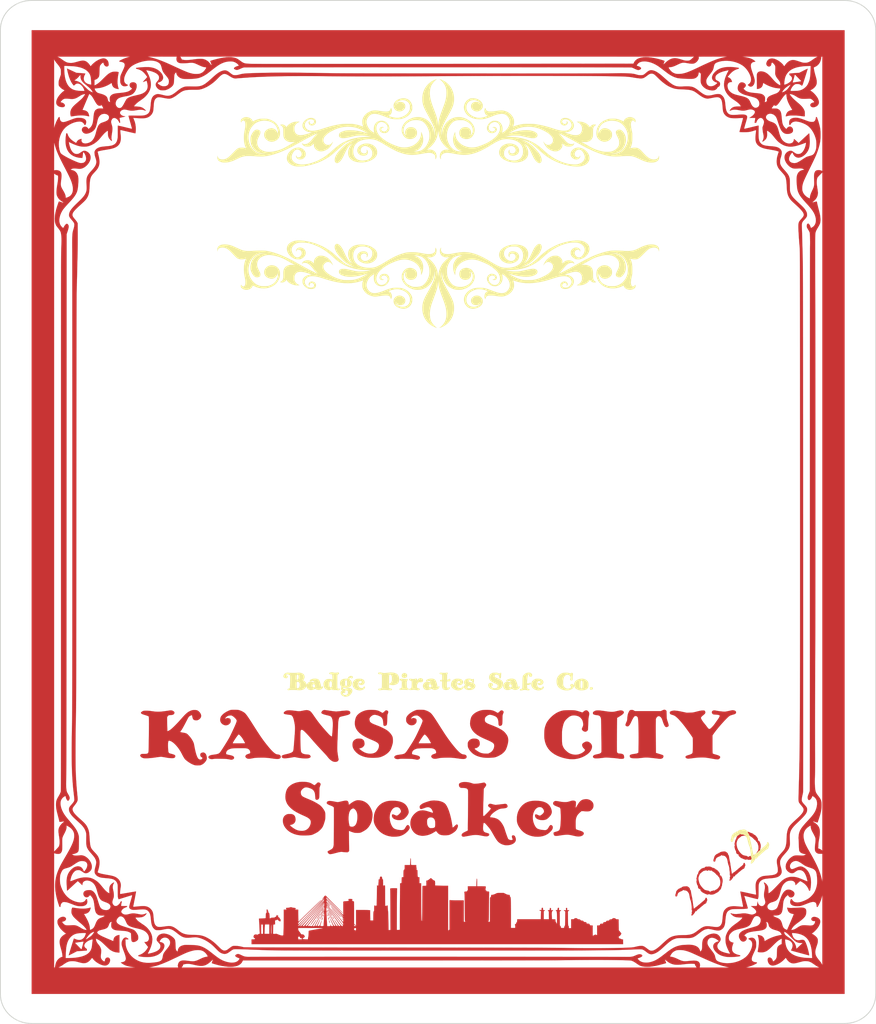
<source format=kicad_pcb>
(kicad_pcb (version 4) (host pcbnew 4.0.7)
  (layers (0 F.Cu signal) (31 B.Cu signal) (34 B.Paste user) (35 F.Paste user) (36 B.SilkS user) (37 F.SilkS user) (38 B.Mask user) (39 F.Mask user) (44 Edge.Cuts user))
  (net 0 "")
  (module LOGO (layer F.Cu) (at 0 0)
    (fp_text reference "G***" hide)
    (fp_text value "LOGO" hide)
  )
  (module LOGO (layer F.Cu) (at 0 0)
    (fp_text reference "G***" hide)
    (fp_text value "LOGO" hide)
  )
  (module LOGO (layer F.Cu) (at 0 0)
    (fp_text reference "G***" hide)
    (fp_text value "LOGO" hide)
  )
  (module LOGO (layer F.Cu) (at 0 0)
    (fp_text reference "G***" hide)
    (fp_text value "LOGO" hide)
    (fp_poly (pts (xy 48.514000 61.552667) (xy -48.133000 61.552667) (xy -48.133000 51.625500) (xy -45.466000 51.625500) (xy -45.466000 58.420000) (xy -45.413083 58.420000) (xy -44.967389 58.420000) (xy -37.969254 58.416701) (xy -34.215917 58.416701) (xy -32.455414 58.418350) (xy -30.694911 58.420000) (xy -30.318587 58.420000) (xy 30.921278 58.420000) (xy 30.840458 58.298292) (xy 30.792582 58.218891) (xy 30.750559 58.136649) (xy 30.727859 58.081334) (xy 30.696082 57.986084) (xy 30.487499 57.968333) (xy 30.327486 57.961682) (xy 30.129439 57.965434) (xy 29.896313 57.979407) (xy 29.631063 58.003416) (xy 29.336642 58.037280) (xy 29.298095 58.042176) (xy 29.026540 58.071113) (xy 28.773175 58.086359) (xy 28.543239 58.087906) (xy 28.341971 58.075744) (xy 28.174610 58.049865) (xy 28.149617 58.044029) (xy 27.934656 57.977966) (xy 27.733225 57.887769) (xy 27.536474 57.768630) (xy 27.335550 57.615744) (xy 27.290258 57.577405) (xy 27.140146 57.448207) (xy 27.210203 57.643062) (xy 27.241682 57.730290) (xy 27.268732 57.804644) (xy 27.287516 57.855608) (xy 27.293031 57.870102) (xy 27.290472 57.882001) (xy 27.271015 57.895801) (xy 27.230561 57.912865) (xy 27.165015 57.934560) (xy 27.070278 57.962252) (xy 26.942255 57.997306) (xy 26.792109 58.037086) (xy 26.496350 58.113008) (xy 26.235148 58.176089) (xy 26.003006 58.227184) (xy 25.794423 58.267146) (xy 25.603900 58.296829) (xy 25.425938 58.317086) (xy 25.255037 58.328771) (xy 25.085699 58.332738) (xy 24.912425 58.329839) (xy 24.907229 58.329659) (xy 24.710305 58.318920) (xy 24.542414 58.299522) (xy 24.393913 58.268102) (xy 24.255157 58.221296) (xy 24.116501 58.155743) (xy 23.968302 58.068078) (xy 23.800915 57.954938) (xy 23.770167 57.933149) (xy 23.575086 57.801116) (xy 23.405357 57.701127) (xy 23.259579 57.632417) (xy 23.156333 57.598734) (xy 23.094370 57.588964) (xy 22.992144 57.579788) (xy 22.851723 57.571218) (xy 22.675174 57.563267) (xy 22.464564 57.555949) (xy 22.221960 57.549275) (xy 21.949429 57.543260) (xy 21.649039 57.537916) (xy 21.322856 57.533256) (xy 20.972947 57.529293) (xy 20.601380 57.526040) (xy 20.210222 57.523510) (xy 19.801539 57.521715) (xy 19.377399 57.520669) (xy 18.939869 57.520384) (xy 18.491016 57.520874) (xy 18.032907 57.522152) (xy 17.567609 57.524230) (xy 17.097189 57.527121) (xy 16.623715 57.530838) (xy 16.149253 57.535395) (xy 15.675871 57.540803) (xy 15.205635 57.547077) (xy 15.113000 57.548424) (xy 14.987130 57.550051) (xy 14.833923 57.551617) (xy 14.652897 57.553123) (xy 14.443564 57.554569) (xy 14.205442 57.555958) (xy 13.938044 57.557288) (xy 13.640886 57.558561) (xy 13.313483 57.559777) (xy 12.955350 57.560936) (xy 12.566002 57.562041) (xy 12.144955 57.563090) (xy 11.691723 57.564085) (xy 11.205821 57.565026) (xy 10.686766 57.565914) (xy 10.134071 57.566749) (xy 9.547253 57.567533) (xy 8.925825 57.568265) (xy 8.269304 57.568946) (xy 7.577205 57.569578) (xy 6.849041 57.570160) (xy 6.084330 57.570693) (xy 5.282585 57.571178) (xy 4.443322 57.571615) (xy 3.566057 57.572005) (xy 2.650303 57.572349) (xy 1.695577 57.572647) (xy 0.701393 57.572900) (xy -0.332733 57.573108) (xy -1.407287 57.573272) (xy -2.522752 57.573393) (xy -3.679615 57.573471) (xy -4.794250 57.573506) (xy -23.018750 57.573774) (xy -23.076345 57.697582) (xy -23.176044 57.862869) (xy -23.309320 58.003612) (xy -23.475198 58.119731) (xy -23.672706 58.211144) (xy -23.900869 58.277771) (xy -24.158714 58.319530) (xy -24.445267 58.336342) (xy -24.759556 58.328124) (xy -25.100605 58.294796) (xy -25.467443 58.236278) (xy -25.859095 58.152488) (xy -26.274587 58.043345) (xy -26.485603 57.980887) (xy -26.592451 57.947065) (xy -26.663836 57.921375) (xy -26.705257 57.901262) (xy -26.722213 57.884174) (xy -26.721941 57.871170) (xy -26.709384 57.837704) (xy -26.686380 57.774864) (xy -26.656751 57.693130) (xy -26.637724 57.640323) (xy -26.566688 57.442728) (xy -26.750636 57.619877) (xy -26.939680 57.792429) (xy -27.114522 57.930962) (xy -27.280764 58.038869) (xy -27.444008 58.119547) (xy -27.609857 58.176389) (xy -27.706591 58.199203) (xy -27.818127 58.217226) (xy -27.932999 58.226005) (xy -28.056748 58.224964) (xy -28.194914 58.213525) (xy -28.353039 58.191113) (xy -28.536663 58.157149) (xy -28.751327 58.111056) (xy -28.913667 58.073482) (xy -29.137552 58.025096) (xy -29.331683 57.993867) (xy -29.504746 57.979220) (xy -29.665426 57.980579) (xy -29.822411 57.997372) (xy -29.889511 58.008922) (xy -29.998348 58.031353) (xy -30.071542 58.051758) (xy -30.115490 58.073096) (xy -30.136588 58.098327) (xy -30.141333 58.125463) (xy -30.155742 58.189586) (xy -30.193801 58.267181) (xy -30.247757 58.343329) (xy -30.264127 58.361792) (xy -30.318587 58.420000) (xy -30.694911 58.420000) (xy -30.727750 58.354173) (xy -30.751142 58.267307) (xy -30.751144 58.158661) (xy -30.730429 58.039817) (xy -30.691665 57.922357) (xy -30.637523 57.817864) (xy -30.589990 57.756603) (xy -30.517067 57.692153) (xy -30.432390 57.642733) (xy -30.331819 57.607902) (xy -30.211217 57.587224) (xy -30.066444 57.580259) (xy -29.893361 57.586569) (xy -29.687828 57.605715) (xy -29.453417 57.636154) (xy -29.244885 57.662833) (xy -29.067400 57.676872) (xy -28.911157 57.676735) (xy -28.766352 57.660886) (xy -28.623180 57.627791) (xy -28.471838 57.575915) (xy -28.302520 57.503722) (xy -28.151667 57.432320) (xy -27.975109 57.348248) (xy -27.827532 57.282642) (xy -27.701294 57.232737) (xy -27.588751 57.195767) (xy -27.482262 57.168964) (xy -27.374183 57.149563) (xy -27.367970 57.148646) (xy -27.289706 57.134786) (xy -27.230714 57.119738) (xy -27.200925 57.106194) (xy -27.199167 57.102903) (xy -27.212501 57.054399) (xy -27.248611 56.983524) (xy -27.301654 56.899106) (xy -27.365790 56.809970) (xy -27.435178 56.724944) (xy -27.484273 56.672067) (xy -27.627204 56.547054) (xy -27.778939 56.453874) (xy -27.946255 56.389995) (xy -28.135931 56.352888) (xy -28.354744 56.340023) (xy -28.373917 56.339965) (xy -28.612546 56.352257) (xy -28.863373 56.389509) (xy -29.130404 56.452751) (xy -29.417644 56.543017) (xy -29.729097 56.661337) (xy -29.897917 56.732539) (xy -29.954598 56.758036) (xy -30.044195 56.799448) (xy -30.161486 56.854314) (xy -30.301250 56.920170) (xy -30.458266 56.994555) (xy -30.627312 57.075007) (xy -30.803167 57.159063) (xy -30.849405 57.181225) (xy -31.210931 57.353440) (xy -31.538994 57.507006) (xy -31.837391 57.643366) (xy -32.109920 57.763963) (xy -32.360380 57.870240) (xy -32.592568 57.963639) (xy -32.810284 58.045603) (xy -33.017325 58.117575) (xy -33.217489 58.180998) (xy -33.414574 58.237313) (xy -33.612380 58.287964) (xy -33.814703 58.334393) (xy -33.972500 58.367475) (xy -34.215917 58.416701) (xy -37.969254 58.416701) (xy -35.803417 58.415680) (xy -36.110333 58.367974) (xy -36.232206 58.348552) (xy -36.350952 58.328782) (xy -36.454615 58.310711) (xy -36.531235 58.296385) (xy -36.544250 58.293735) (xy -36.768505 58.236702) (xy -36.980384 58.163109) (xy -37.171905 58.076444) (xy -37.335087 57.980199) (xy -37.432285 57.905407) (xy -37.536511 57.813694) (xy -37.382511 57.788261) (xy -37.237727 57.756114) (xy -37.127982 57.711276) (xy -37.046869 57.649684) (xy -36.987981 57.567275) (xy -36.968391 57.525614) (xy -36.944929 57.448701) (xy -36.935789 57.360514) (xy -36.941784 57.256962) (xy -36.963729 57.133954) (xy -37.002438 56.987401) (xy -37.058728 56.813212) (xy -37.133411 56.607297) (xy -37.170744 56.509632) (xy -37.252812 56.292727) (xy -37.317945 56.109349) (xy -37.367576 55.954888) (xy -37.403142 55.824732) (xy -37.426079 55.714269) (xy -37.432981 55.667237) (xy -37.434962 55.506090) (xy -37.404709 55.340918) (xy -37.346156 55.183125) (xy -37.263232 55.044115) (xy -37.189509 54.960995) (xy -37.092281 54.886524) (xy -36.998746 54.851238) (xy -36.902409 54.853232) (xy -36.860363 54.864458) (xy -36.807667 54.889545) (xy -36.746369 54.929508) (xy -36.687280 54.975749) (xy -36.641211 55.019669) (xy -36.618973 55.052669) (xy -36.618333 55.056963) (xy -36.637886 55.065363) (xy -36.690112 55.071809) (xy -36.765360 55.075311) (xy -36.800735 55.075667) (xy -36.983137 55.075667) (xy -36.972842 55.419625) (xy -36.967119 55.568362) (xy -36.959094 55.686370) (xy -36.947402 55.785245) (xy -36.930676 55.876580) (xy -36.907929 55.970537) (xy -36.808832 56.264372) (xy -36.671564 56.544498) (xy -36.499226 56.806618) (xy -36.294920 57.046436) (xy -36.061750 57.259655) (xy -35.882170 57.391345) (xy -35.631075 57.542837) (xy -35.375942 57.664224) (xy -35.112130 57.756414) (xy -34.834995 57.820314) (xy -34.539894 57.856832) (xy -34.222183 57.866878) (xy -33.877221 57.851357) (xy -33.644417 57.828930) (xy -33.448548 57.805311) (xy -33.288707 57.782616) (xy -33.158650 57.759445) (xy -33.052138 57.734396) (xy -32.962926 57.706071) (xy -32.884774 57.673067) (xy -32.834941 57.647338) (xy -32.755643 57.597211) (xy -32.693899 57.540737) (xy -32.645760 57.470659) (xy -32.607280 57.379722) (xy -32.574508 57.260668) (xy -32.544980 57.114436) (xy -32.525625 57.011067) (xy -32.506714 56.924152) (xy -32.485126 56.848076) (xy -32.457741 56.777223) (xy -32.421439 56.705978) (xy -32.373100 56.628725) (xy -32.309604 56.539850) (xy -32.227830 56.433736) (xy -32.124659 56.304769) (xy -32.030667 56.188812) (xy -31.914498 56.041564) (xy -31.825296 55.917614) (xy -31.759743 55.810681) (xy -31.714517 55.714486) (xy -31.686299 55.622750) (xy -31.671769 55.529194) (xy -31.670007 55.506652) (xy -31.666857 55.416740) (xy -31.673605 55.349403) (xy -31.693325 55.285434) (xy -31.712467 55.241103) (xy -31.795349 55.098260) (xy -31.899404 54.989240) (xy -32.018691 54.913980) (xy -32.163162 54.865308) (xy -32.311447 54.854636) (xy -32.457062 54.878903) (xy -32.593522 54.935046) (xy -32.714340 55.020005) (xy -32.813032 55.130718) (xy -32.883113 55.264124) (xy -32.903851 55.331831) (xy -32.908957 55.364063) (xy -32.898069 55.382187) (xy -32.861966 55.392625) (xy -32.805834 55.400101) (xy -32.683715 55.427366) (xy -32.568819 55.476119) (xy -32.473303 55.540028) (xy -32.415069 55.603577) (xy -32.364197 55.718067) (xy -32.349210 55.850801) (xy -32.369587 55.998416) (xy -32.424808 56.157550) (xy -32.514354 56.324842) (xy -32.530668 56.350360) (xy -32.683077 56.552556) (xy -32.857235 56.723676) (xy -33.056234 56.865685) (xy -33.283164 56.980547) (xy -33.541117 57.070228) (xy -33.739447 57.118585) (xy -33.929554 57.148627) (xy -34.149563 57.167421) (xy -34.388568 57.174973) (xy -34.635662 57.171289) (xy -34.879937 57.156374) (xy -35.110487 57.130235) (xy -35.189583 57.117813) (xy -35.298710 57.098752) (xy -35.372807 57.083785) (xy -35.418637 57.070268) (xy -35.442964 57.055555) (xy -35.452551 57.037001) (xy -35.454167 57.014341) (xy -35.445247 56.980332) (xy -35.411822 56.956171) (xy -35.364208 56.939366) (xy -35.121412 56.845247) (xy -34.896171 56.714538) (xy -34.692790 56.550852) (xy -34.515574 56.357806) (xy -34.368824 56.139013) (xy -34.334031 56.074122) (xy -34.287436 55.982493) (xy -34.370789 55.873038) (xy -34.420826 55.807715) (xy -34.486405 55.722624) (xy -34.557028 55.631373) (xy -34.594079 55.583667) (xy -34.651115 55.509390) (xy -34.696989 55.447851) (xy -34.726320 55.406383) (xy -34.734257 55.392607) (xy -34.715812 55.387289) (xy -34.669640 55.387869) (xy -34.653693 55.389171) (xy -34.519503 55.382974) (xy -34.401608 55.340501) (xy -34.304736 55.266196) (xy -34.233617 55.164506) (xy -34.192978 55.039877) (xy -34.185149 54.948667) (xy -34.202511 54.760292) (xy -34.255804 54.587742) (xy -34.347105 54.426315) (xy -34.478494 54.271306) (xy -34.489201 54.260620) (xy -34.589871 54.169116) (xy -34.696510 54.089756) (xy -34.814715 54.020104) (xy -34.950082 53.957725) (xy -35.108210 53.900182) (xy -35.294694 53.845039) (xy -35.515132 53.789860) (xy -35.631904 53.763256) (xy -35.887260 53.703227) (xy -36.103999 53.644645) (xy -36.285720 53.585851) (xy -36.436024 53.525185) (xy -36.558513 53.460988) (xy -36.656786 53.391601) (xy -36.734445 53.315365) (xy -36.795091 53.230620) (xy -36.797833 53.225972) (xy -36.826725 53.171709) (xy -36.866806 53.090011) (xy -36.912575 52.992347) (xy -36.954599 52.899114) (xy -37.039628 52.724169) (xy -37.125007 52.586977) (xy -37.214863 52.483122) (xy -37.313324 52.408194) (xy -37.424519 52.357779) (xy -37.474653 52.343193) (xy -37.579651 52.333192) (xy -37.679893 52.359320) (xy -37.780009 52.423497) (xy -37.864103 52.504594) (xy -37.969982 52.639157) (xy -38.034694 52.766590) (xy -38.058085 52.887456) (xy -38.039999 53.002313) (xy -37.980281 53.111723) (xy -37.878775 53.216246) (xy -37.735328 53.316442) (xy -37.622355 53.378097) (xy -37.529535 53.420814) (xy -37.411561 53.468128) (xy -37.265231 53.521153) (xy -37.087341 53.581007) (xy -36.874691 53.648804) (xy -36.629770 53.723941) (xy -36.436837 53.783574) (xy -36.279941 53.835335) (xy -36.153977 53.881338) (xy -36.053845 53.923694) (xy -35.974439 53.964518) (xy -35.910659 54.005921) (xy -35.870240 54.038421) (xy -35.786343 54.125450) (xy -35.697527 54.240418) (xy -35.612356 54.371140) (xy -35.539399 54.505427) (xy -35.533851 54.517005) (xy -35.499903 54.593019) (xy -35.479285 54.655619) (xy -35.468751 54.720774) (xy -35.465051 54.804455) (xy -35.464750 54.856809) (xy -35.465735 54.950836) (xy -35.470560 55.014976) (xy -35.482025 55.061663) (xy -35.502933 55.103330) (xy -35.529151 55.142559) (xy -35.606311 55.224033) (xy -35.711481 55.296948) (xy -35.830353 55.353875) (xy -35.948620 55.387386) (xy -36.011844 55.393167) (xy -36.089696 55.388655) (xy -36.151540 55.372227) (xy -36.199418 55.339547) (xy -36.235370 55.286278) (xy -36.261438 55.208084) (xy -36.279664 55.100628) (xy -36.292088 54.959573) (xy -36.300752 54.780583) (xy -36.300799 54.779334) (xy -36.306292 54.652720) (xy -36.312661 54.539092) (xy -36.319376 54.445880) (xy -36.325905 54.380519) (xy -36.331430 54.351039) (xy -36.363923 54.314231) (xy -36.427738 54.270230) (xy -36.513661 54.224034) (xy -36.612476 54.180643) (xy -36.706428 54.147626) (xy -36.796355 54.123038) (xy -36.895047 54.102317) (xy -37.008777 54.084674) (xy -37.143823 54.069321) (xy -37.306457 54.055470) (xy -37.502957 54.042332) (xy -37.580737 54.037765) (xy -37.719371 54.028743) (xy -37.855011 54.017922) (xy -37.977436 54.006260) (xy -38.076427 53.994718) (xy -38.134259 53.985767) (xy -38.307035 53.938149) (xy -38.448442 53.868172) (xy -38.556315 53.777391) (xy -38.628495 53.667361) (xy -38.647340 53.616812) (xy -38.663479 53.528757) (xy -38.670048 53.414806) (xy -38.667198 53.290264) (xy -38.655080 53.170437) (xy -38.642271 53.102188) (xy -38.613703 52.980792) (xy -38.669060 52.994149) (xy -38.745155 53.022287) (xy -38.808696 53.070008) (xy -38.863920 53.142923) (xy -38.915066 53.246645) (xy -38.966371 53.386786) (xy -38.967007 53.388720) (xy -39.012772 53.505660) (xy -39.069190 53.602590) (xy -39.141309 53.682967) (xy -39.234176 53.750248) (xy -39.352841 53.807890) (xy -39.502350 53.859350) (xy -39.687751 53.908085) (xy -39.744517 53.921202) (xy -39.861675 53.948907) (xy -39.969406 53.976659) (xy -40.058482 54.001915) (xy -40.119677 54.022131) (xy -40.136100 54.029127) (xy -40.214081 54.077953) (xy -40.280704 54.136826) (xy -40.326914 54.196293) (xy -40.343667 54.245760) (xy -40.330249 54.304727) (xy -40.288958 54.367898) (xy -40.218242 54.436200) (xy -40.116546 54.510558) (xy -39.982317 54.591896) (xy -39.814000 54.681141) (xy -39.610042 54.779217) (xy -39.368889 54.887052) (xy -39.088988 55.005569) (xy -39.020750 55.033704) (xy -38.890549 55.087505) (xy -38.768986 55.138394) (xy -38.663195 55.183333) (xy -38.580312 55.219283) (xy -38.527473 55.243205) (xy -38.518885 55.247409) (xy -38.460400 55.275942) (xy -38.430287 55.282581) (xy -38.419127 55.264510) (xy -38.417500 55.218911) (xy -38.417500 55.217092) (xy -38.406259 55.123236) (xy -38.376596 55.013952) (xy -38.334598 54.908326) (xy -38.297675 54.841479) (xy -38.211087 54.745795) (xy -38.090120 54.664198) (xy -37.941411 54.600293) (xy -37.777208 54.558670) (xy -37.697833 54.544582) (xy -37.697833 56.648156) (xy -37.904208 56.635737) (xy -38.145774 56.605757) (xy -38.372287 56.544092) (xy -38.592530 56.447653) (xy -38.809083 56.317555) (xy -38.857366 56.280271) (xy -38.930356 56.217797) (xy -39.022842 56.134890) (xy -39.129610 56.036307) (xy -39.245447 55.926805) (xy -39.365141 55.811142) (xy -39.380583 55.796027) (xy -39.557480 55.625049) (xy -39.708320 55.484552) (xy -39.834791 55.373041) (xy -39.938576 55.289019) (xy -40.005000 55.241513) (xy -40.147758 55.151444) (xy -40.277244 55.077973) (xy -40.386329 55.024961) (xy -40.447212 55.001945) (xy -40.497840 54.986241) (xy -40.483480 55.120912) (xy -40.453299 55.263784) (xy -40.391706 55.406659) (xy -40.295829 55.555089) (xy -40.194849 55.678917) (xy -40.052632 55.863284) (xy -39.948955 56.048930) (xy -39.885311 56.233009) (xy -39.873786 56.290264) (xy -39.864792 56.357592) (xy -39.861154 56.426379) (xy -39.863162 56.506358) (xy -39.871108 56.607259) (xy -39.885285 56.738814) (xy -39.887920 56.761396) (xy -39.900669 56.883847) (xy -39.909857 57.000437) (xy -39.914856 57.100579) (xy -39.915036 57.173685) (xy -39.913579 57.193319) (xy -39.875200 57.339702) (xy -39.796282 57.474585) (xy -39.677150 57.597517) (xy -39.557776 57.684029) (xy -39.516723 57.706132) (xy -39.489571 57.701563) (xy -39.459860 57.672681) (xy -39.428852 57.617339) (xy -39.408744 57.539296) (xy -39.406704 57.523290) (xy -39.376792 57.408442) (xy -39.317018 57.317340) (xy -39.232679 57.255070) (xy -39.129071 57.226717) (xy -39.096577 57.225559) (xy -38.987276 57.244611) (xy -38.902115 57.298410) (xy -38.840680 57.387247) (xy -38.829143 57.414537) (xy -38.807570 57.525540) (xy -38.817565 57.651310) (xy -38.856234 57.782032) (xy -38.920678 57.907891) (xy -39.007404 58.018458) (xy -39.118075 58.107795) (xy -39.245328 58.162992) (xy -39.392105 58.184584) (xy -39.561348 58.173106) (xy -39.699989 58.144352) (xy -39.905345 58.075867) (xy -40.117448 57.976313) (xy -40.326952 57.851973) (xy -40.524509 57.709134) (xy -40.700775 57.554079) (xy -40.846402 57.393094) (xy -40.876534 57.353200) (xy -40.914749 57.305840) (xy -40.944044 57.279209) (xy -40.953717 57.277000) (xy -40.972535 57.297223) (xy -41.010989 57.342564) (xy -41.062352 57.405016) (xy -41.090517 57.439838) (xy -41.251112 57.615571) (xy -41.417081 57.749705) (xy -41.589416 57.842743) (xy -41.769111 57.895193) (xy -41.957159 57.907559) (xy -42.003025 57.904673) (xy -42.079374 57.893980) (xy -42.183907 57.873736) (xy -42.304274 57.846595) (xy -42.428122 57.815211) (xy -42.460333 57.806416) (xy -42.640721 57.757412) (xy -42.788795 57.720080) (xy -42.912495 57.692984) (xy -43.019761 57.674688) (xy -43.118531 57.663757) (xy -43.216747 57.658754) (xy -43.281054 57.658000) (xy -43.437371 57.662297) (xy -43.576456 57.677074) (xy -43.705882 57.705161) (xy -43.833222 57.749390) (xy -43.966050 57.812591) (xy -44.111938 57.897595) (xy -44.278459 58.007232) (xy -44.352143 58.058339) (xy -44.464623 58.135092) (xy -44.578703 58.209249) (xy -44.684399 58.274569) (xy -44.771729 58.324813) (xy -44.810306 58.344720) (xy -44.967389 58.420000) (xy -45.413083 58.420000) (xy -45.373247 58.414556) (xy -45.360086 58.404125) (xy -45.354961 58.350030) (xy -45.341641 58.267361) (xy -45.322667 58.168492) (xy -45.300578 58.065799) (xy -45.277916 57.971657) (xy -45.257221 57.898441) (xy -45.254716 57.890834) (xy -45.174826 57.708008) (xy -45.066444 57.541049) (xy -44.935268 57.395677) (xy -44.812813 57.298167) (xy -44.095784 57.298167) (xy -43.801934 57.297958) (xy -43.661042 57.296108) (xy -43.498716 57.291238) (xy -43.335686 57.284103) (xy -43.201167 57.276065) (xy -42.816425 57.238536) (xy -42.469504 57.182796) (xy -42.159859 57.108532) (xy -41.886947 57.015431) (xy -41.650223 56.903177) (xy -41.449143 56.771458) (xy -41.283163 56.619958) (xy -41.151739 56.448363) (xy -41.054326 56.256360) (xy -40.990381 56.043635) (xy -40.980820 55.994415) (xy -40.970869 55.928438) (xy -40.958419 55.831474) (xy -40.944807 55.714697) (xy -40.931368 55.589280) (xy -40.926210 55.537860) (xy -40.914082 55.418540) (xy -40.902226 55.309437) (xy -40.891687 55.219658) (xy -40.883511 55.158310) (xy -40.880606 55.140985) (xy -40.877080 55.102586) (xy -40.889171 55.081215) (xy -40.922627 55.076328) (xy -40.983196 55.087383) (xy -41.076624 55.113837) (xy -41.098146 55.120430) (xy -41.287657 55.191990) (xy -41.463469 55.283690) (xy -41.617739 55.390368) (xy -41.742623 55.506861) (xy -41.804167 55.585165) (xy -41.862587 55.704029) (xy -41.879731 55.821998) (xy -41.856548 55.935132) (xy -41.793986 56.039497) (xy -41.692993 56.131155) (xy -41.668758 56.147303) (xy -41.612857 56.185313) (xy -41.584282 56.217548) (xy -41.573756 56.259496) (xy -41.572106 56.308625) (xy -41.571333 56.409167) (xy -41.650708 56.409958) (xy -41.694006 56.411720) (xy -41.772503 56.416236) (xy -41.879187 56.423049) (xy -42.007046 56.431701) (xy -42.149069 56.441737) (xy -42.239134 56.448304) (xy -42.748184 56.485858) (xy -43.231193 56.734273) (xy -43.362116 56.800988) (xy -43.480412 56.860084) (xy -43.580976 56.909107) (xy -43.658708 56.945604) (xy -43.708505 56.967124) (xy -43.725166 56.971724) (xy -43.720636 56.950730) (xy -43.704832 56.894084) (xy -43.679216 56.806503) (xy -43.645246 56.692709) (xy -43.604383 56.557419) (xy -43.558086 56.405354) (xy -43.507816 56.241234) (xy -43.455032 56.069777) (xy -43.401195 55.895704) (xy -43.347763 55.723734) (xy -43.296198 55.558586) (xy -43.272258 55.482354) (xy -42.988481 55.482354) (xy -42.602800 55.881303) (xy -42.499324 55.987323) (xy -42.405393 56.081622) (xy -42.324973 56.160374) (xy -42.262031 56.219755) (xy -42.220535 56.255938) (xy -42.204585 56.265335) (xy -42.195692 56.241355) (xy -42.177771 56.182524) (xy -42.152562 56.094930) (xy -42.121803 55.984662) (xy -42.087233 55.857811) (xy -42.071202 55.798088) (xy -42.036593 55.666329) (xy -42.006827 55.548703) (xy -41.983327 55.451202) (xy -41.967518 55.379819) (xy -41.960823 55.340548) (xy -41.961178 55.334933) (xy -41.983704 55.335328) (xy -42.041353 55.341342) (xy -42.127428 55.352029) (xy -42.235234 55.366442) (xy -42.358071 55.383634) (xy -42.489245 55.402659) (xy -42.622056 55.422570) (xy -42.749809 55.442420) (xy -42.865805 55.461261) (xy -42.920199 55.470510) (xy -42.988481 55.482354) (xy -43.272258 55.482354) (xy -43.247958 55.404980) (xy -43.204505 55.267636) (xy -43.167297 55.151273) (xy -43.137795 55.060611) (xy -43.117459 55.000370) (xy -43.107748 54.975268) (xy -43.107494 54.974938) (xy -43.087100 54.980374) (xy -43.038162 54.999746) (xy -42.970514 55.029118) (xy -42.957302 55.035075) (xy -42.752675 55.111134) (xy -42.561463 55.147878) (xy -42.384280 55.145353) (xy -42.221744 55.103601) (xy -42.185371 55.083612) (xy -41.695162 55.083612) (xy -41.686127 55.086074) (xy -41.661938 55.076408) (xy -41.618593 55.052390) (xy -41.552092 55.011795) (xy -41.458433 54.952401) (xy -41.333615 54.871982) (xy -41.327917 54.868297) (xy -41.225785 54.797425) (xy -41.120367 54.716298) (xy -41.026657 54.636809) (xy -40.978667 54.591188) (xy -40.917491 54.522850) (xy -40.856295 54.444291) (xy -40.799970 54.363233) (xy -40.753410 54.287397) (xy -40.721505 54.224505) (xy -40.709149 54.182277) (xy -40.712307 54.170805) (xy -40.739159 54.170524) (xy -40.793294 54.186993) (xy -40.865158 54.216099) (xy -40.945199 54.253726) (xy -41.023864 54.295762) (xy -41.075406 54.327178) (xy -41.194724 54.419759) (xy -41.320180 54.542972) (xy -41.443345 54.687700) (xy -41.555790 54.844826) (xy -41.560055 54.851408) (xy -41.611432 54.932311) (xy -41.654536 55.002531) (xy -41.683810 55.052882) (xy -41.693044 55.071246) (xy -41.695162 55.083612) (xy -42.185371 55.083612) (xy -42.074470 55.022667) (xy -42.006657 54.967436) (xy -41.939605 54.899973) (xy -41.877876 54.827429) (xy -41.838414 54.771101) (xy -41.810070 54.714921) (xy -41.776630 54.637237) (xy -41.742375 54.549596) (xy -41.711589 54.463540) (xy -41.688552 54.390615) (xy -41.677548 54.342366) (xy -41.677167 54.336393) (xy -41.697137 54.324712) (xy -41.752745 54.317236) (xy -41.837535 54.313656) (xy -41.945052 54.313666) (xy -42.068842 54.316959) (xy -42.202449 54.323230) (xy -42.339419 54.332169) (xy -42.473296 54.343472) (xy -42.597625 54.356832) (xy -42.705952 54.371940) (xy -42.791821 54.388491) (xy -42.796376 54.389586) (xy -43.028196 54.467314) (xy -43.240289 54.581572) (xy -43.430756 54.730494) (xy -43.597695 54.912214) (xy -43.739207 55.124866) (xy -43.853392 55.366583) (xy -43.887866 55.461619) (xy -43.935415 55.617033) (xy -43.974969 55.778567) (xy -44.007354 55.952268) (xy -44.033394 56.144187) (xy -44.053917 56.360373) (xy -44.069745 56.606875) (xy -44.081376 56.880125) (xy -44.095784 57.298167) (xy -44.812813 57.298167) (xy -44.787000 57.277613) (xy -44.627337 57.192579) (xy -44.525699 57.159098) (xy -44.465182 57.143909) (xy -44.478481 56.951163) (xy -44.496704 56.794816) (xy -44.532068 56.610322) (xy -44.585292 56.394403) (xy -44.650479 56.165750) (xy -44.717225 55.929982) (xy -44.765394 55.726904) (xy -44.795239 55.551288) (xy -44.807014 55.397909) (xy -44.800970 55.261540) (xy -44.777361 55.136956) (xy -44.736440 55.018929) (xy -44.708822 54.959250) (xy -44.644781 54.860089) (xy -44.551100 54.753076) (xy -44.437073 54.646988) (xy -44.311990 54.550599) (xy -44.205100 54.483507) (xy -44.034909 54.388764) (xy -44.157836 54.309313) (xy -44.250823 54.241255) (xy -44.359959 54.148851) (xy -44.475614 54.041330) (xy -44.588156 53.927925) (xy -44.687955 53.817866) (xy -44.748826 53.742837) (xy -44.806564 53.659507) (xy -44.870979 53.555437) (xy -44.931251 53.448437) (xy -44.951945 53.408470) (xy -44.998204 53.313058) (xy -45.028018 53.239943) (xy -45.045604 53.174471) (xy -45.055180 53.101989) (xy -45.059641 53.034190) (xy -45.062791 52.938654) (xy -45.058967 52.870756) (xy -45.046233 52.816101) (xy -45.022843 52.760690) (xy -44.950647 52.651853) (xy -44.850753 52.557271) (xy -44.731414 52.480317) (xy -44.600885 52.424361) (xy -44.467423 52.392775) (xy -44.339280 52.388928) (xy -44.224713 52.416192) (xy -44.203383 52.426067) (xy -44.112587 52.490247) (xy -44.060900 52.570011) (xy -44.047913 52.646047) (xy -44.068038 52.743248) (xy -44.126534 52.827135) (xy -44.220934 52.895545) (xy -44.348771 52.946316) (xy -44.406968 52.960828) (xy -44.467180 52.976602) (xy -44.505803 52.992217) (xy -44.513500 52.999912) (xy -44.500419 53.029750) (xy -44.466378 53.080444) (xy -44.419179 53.141789) (xy -44.366623 53.203578) (xy -44.322201 53.250155) (xy -44.257279 53.303190) (xy -44.180014 53.353166) (xy -44.154825 53.366571) (xy -44.096847 53.388372) (xy -44.021969 53.403563) (xy -43.925615 53.412306) (xy -43.803212 53.414765) (xy -43.650187 53.411102) (xy -43.461966 53.401479) (xy -43.358783 53.394859) (xy -43.192839 53.388195) (xy -43.046048 53.393873) (xy -42.910264 53.414359) (xy -42.777341 53.452116) (xy -42.639134 53.509610) (xy -42.487498 53.589304) (xy -42.314288 53.693663) (xy -42.262543 53.726532) (xy -42.097279 53.823989) (xy -41.950186 53.891685) (xy -41.813023 53.932939) (xy -41.711772 53.948520) (xy -41.587628 53.960155) (xy -41.614044 53.909369) (xy -41.691002 53.783832) (xy -41.797326 53.647738) (xy -41.934817 53.499222) (xy -42.105280 53.336421) (xy -42.310516 53.157468) (xy -42.460333 53.034099) (xy -42.579246 52.934986) (xy -42.709334 52.821560) (xy -42.837154 52.705841) (xy -42.949262 52.599847) (xy -42.980678 52.568892) (xy -43.076866 52.471145) (xy -43.148774 52.392941) (xy -43.203382 52.325275) (xy -43.247670 52.259145) (xy -43.288618 52.185545) (xy -43.308762 52.145679) (xy -43.351608 52.057319) (xy -43.378776 51.991885) (xy -43.393756 51.934558) (xy -43.400034 51.870520) (xy -43.401099 51.784949) (xy -43.400931 51.754096) (xy -43.397296 51.637702) (xy -43.386614 51.548203) (xy -43.366593 51.470429) (xy -43.351936 51.430111) (xy -43.324625 51.364865) (xy -43.301654 51.317454) (xy -43.289755 51.299993) (xy -43.264240 51.299853) (xy -43.206128 51.306208) (xy -43.124460 51.317911) (xy -43.042417 51.331354) (xy -42.660586 51.388385) (xy -42.312085 51.421760) (xy -41.995135 51.431475) (xy -41.707956 51.417528) (xy -41.448770 51.379916) (xy -41.247720 51.328897) (xy -41.180251 51.309025) (xy -41.131223 51.296710) (xy -41.112057 51.294554) (xy -41.112836 51.318307) (xy -41.124294 51.370810) (xy -41.143218 51.440823) (xy -41.166395 51.517106) (xy -41.190612 51.588421) (xy -41.210378 51.638477) (xy -41.289182 51.766892) (xy -41.400324 51.877572) (xy -41.535551 51.964805) (xy -41.686612 52.022880) (xy -41.794574 52.042843) (xy -41.857920 52.050126) (xy -41.899845 52.056375) (xy -41.910000 52.059268) (xy -41.899852 52.078068) (xy -41.871800 52.127136) (xy -41.829433 52.200269) (xy -41.776339 52.291262) (xy -41.737254 52.357932) (xy -41.577366 52.643697) (xy -41.448139 52.905196) (xy -41.348311 53.145964) (xy -41.276622 53.369541) (xy -41.231811 53.579463) (xy -41.212615 53.779268) (xy -41.211660 53.832125) (xy -41.208514 53.897513) (xy -41.200531 53.941692) (xy -41.192088 53.953834) (xy -41.162711 53.946051) (xy -41.109417 53.926211) (xy -41.074651 53.911815) (xy -40.944828 53.846007) (xy -40.837589 53.766757) (xy -40.747371 53.667474) (xy -40.668611 53.541569) (xy -40.595747 53.382450) (xy -40.568577 53.312252) (xy -40.488991 53.112501) (xy -40.411130 52.949594) (xy -40.330702 52.818470) (xy -40.243418 52.714069) (xy -40.144985 52.631331) (xy -40.031114 52.565197) (xy -39.897512 52.510605) (xy -39.885189 52.506362) (xy -39.773304 52.464117) (xy -39.668126 52.416828) (xy -39.576761 52.368489) (xy -39.506312 52.323099) (xy -39.463887 52.284653) (xy -39.454667 52.264192) (xy -39.474535 52.258479) (xy -39.528951 52.253595) (xy -39.610128 52.249990) (xy -39.710284 52.248114) (xy -39.735125 52.247974) (xy -39.904446 52.242574) (xy -40.040793 52.225922) (xy -40.152608 52.195535) (xy -40.248335 52.148927) (xy -40.336413 52.083615) (xy -40.357390 52.064846) (xy -40.423044 51.995959) (xy -40.478022 51.917729) (xy -40.524035 51.824911) (xy -40.562797 51.712262) (xy -40.596019 51.574535) (xy -40.625412 51.406488) (xy -40.652689 51.202874) (xy -40.660458 51.136330) (xy -40.686692 50.920960) (xy -40.712903 50.741556) (xy -40.740669 50.591784) (xy -40.771569 50.465306) (xy -40.807183 50.355786) (xy -40.849089 50.256889) (xy -40.898866 50.162278) (xy -40.906425 50.149233) (xy -40.947868 50.087004) (xy -41.002019 50.017232) (xy -41.061451 49.948115) (xy -41.118735 49.887854) (xy -41.166444 49.844647) (xy -41.197151 49.826695) (xy -41.198696 49.826596) (xy -41.223973 49.843054) (xy -41.258407 49.883785) (xy -41.269075 49.899415) (xy -41.344896 49.982231) (xy -41.445630 50.045114) (xy -41.556056 50.079728) (xy -41.605857 50.083861) (xy -41.714979 50.063977) (xy -41.813050 50.008845) (xy -41.894078 49.925251) (xy -41.952067 49.819977) (xy -41.981023 49.699808) (xy -41.983190 49.656829) (xy -41.965138 49.529804) (xy -41.910952 49.424183) (xy -41.821249 49.340361) (xy -41.696650 49.278735) (xy -41.537774 49.239703) (xy -41.345239 49.223661) (xy -41.306750 49.223246) (xy -41.202933 49.224555) (xy -41.127793 49.230228) (xy -41.067724 49.242600) (xy -41.009119 49.264008) (xy -40.972127 49.280692) (xy -40.838026 49.364319) (xy -40.711482 49.483511) (xy -40.598945 49.631516) (xy -40.539844 49.733230) (xy -40.499713 49.812160) (xy -40.464719 49.886135) (xy -40.432353 49.961970) (xy -40.400108 50.046484) (xy -40.365476 50.146491) (xy -40.325950 50.268810) (xy -40.279023 50.420256) (xy -40.240594 50.546695) (xy -40.175272 50.758434) (xy -40.117596 50.933576) (xy -40.064907 51.076583) (xy -40.014545 51.191918) (xy -39.963850 51.284043) (xy -39.910163 51.357421) (xy -39.850825 51.416515) (xy -39.783176 51.465786) (xy -39.704557 51.509699) (xy -39.651569 51.535075) (xy -39.534809 51.574676) (xy -39.400346 51.598239) (xy -39.262974 51.604810) (xy -39.137484 51.593434) (xy -39.061581 51.573135) (xy -38.937318 51.507157) (xy -38.842377 51.417771) (xy -38.780742 51.310155) (xy -38.756398 51.189486) (xy -38.756167 51.176222) (xy -38.772698 51.067398) (xy -38.823388 50.968090) (xy -38.909878 50.876905) (xy -39.033810 50.792450) (xy -39.196827 50.713332) (xy -39.384435 50.643494) (xy -39.561272 50.579705) (xy -39.702061 50.517293) (xy -39.812817 50.452852) (xy -39.899556 50.382980) (xy -39.956531 50.319820) (xy -40.020569 50.231952) (xy -40.076884 50.140169) (xy -40.128070 50.038165) (xy -40.176720 49.919636) (xy -40.225428 49.778274) (xy -40.276789 49.607774) (xy -40.332084 49.406752) (xy -40.399118 49.170711) (xy -40.465459 48.971387) (xy -40.533810 48.803299) (xy -40.606874 48.660967) (xy -40.687355 48.538910) (xy -40.777954 48.431648) (xy -40.845798 48.365208) (xy -40.987912 48.254952) (xy -41.140433 48.171285) (xy -41.297967 48.114401) (xy -41.455119 48.084495) (xy -41.606496 48.081760) (xy -41.746703 48.106391) (xy -41.870347 48.158582) (xy -41.972034 48.238527) (xy -42.033858 48.322434) (xy -42.064127 48.393584) (xy -42.088337 48.480597) (xy -42.095800 48.523150) (xy -42.111083 48.640847) (xy -42.375667 48.397878) (xy -42.463359 48.317879) (xy -42.540033 48.248936) (xy -42.600380 48.195741) (xy -42.639091 48.162987) (xy -42.650833 48.154647) (xy -42.669384 48.168838) (xy -42.717304 48.210677) (xy -42.793119 48.278814) (xy -42.895357 48.371899) (xy -43.022543 48.488583) (xy -43.173205 48.627516) (xy -43.345870 48.787347) (xy -43.539064 48.966728) (xy -43.662015 49.081124) (xy -43.744592 49.156941) (xy -43.815969 49.220450) (xy -43.870658 49.266929) (xy -43.903173 49.291655) (xy -43.909647 49.294242) (xy -43.917244 49.267130) (xy -43.925679 49.204295) (xy -43.934581 49.112329) (xy -43.943575 48.997824) (xy -43.952290 48.867372) (xy -43.960352 48.727566) (xy -43.967388 48.584998) (xy -43.973024 48.446260) (xy -43.976889 48.317945) (xy -43.978608 48.206646) (xy -43.977808 48.118953) (xy -43.977161 48.101250) (xy -43.949341 47.810815) (xy -43.891905 47.548106) (xy -43.803088 47.308969) (xy -43.681125 47.089249) (xy -43.524252 46.884790) (xy -43.409354 46.764518) (xy -43.231884 46.612594) (xy -43.053933 46.501848) (xy -42.873120 46.431169) (xy -42.687064 46.399444) (xy -42.623132 46.397334) (xy -42.460501 46.414898) (xy -42.317433 46.468311) (xy -42.192407 46.558652) (xy -42.083900 46.687001) (xy -41.996038 46.842360) (xy -41.963813 46.914569) (xy -41.940595 46.974393) (xy -41.931204 47.009365) (xy -41.931184 47.010171) (xy -41.919372 47.017142) (xy -41.887855 46.996369) (xy -41.842473 46.953865) (xy -41.789066 46.895643) (xy -41.733473 46.827716) (xy -41.681535 46.756098) (xy -41.675193 46.746584) (xy -41.594144 46.599317) (xy -41.539543 46.447541) (xy -41.512855 46.299286) (xy -41.515542 46.162578) (xy -41.547839 46.048084) (xy -41.616703 45.941337) (xy -41.713811 45.860787) (xy -41.841406 45.805273) (xy -42.001733 45.773637) (xy -42.093017 45.766496) (xy -42.200057 45.765291) (xy -42.299604 45.773744) (xy -42.397377 45.794208) (xy -42.499090 45.829037) (xy -42.610460 45.880581) (xy -42.737204 45.951195) (xy -42.885039 46.043231) (xy -43.059679 46.159041) (xy -43.079571 46.172518) (xy -43.234379 46.276113) (xy -43.363426 46.358323) (xy -43.474825 46.423153) (xy -43.576688 46.474607) (xy -43.677128 46.516691) (xy -43.784257 46.553410) (xy -43.906189 46.588770) (xy -43.942525 46.598556) (xy -44.104253 46.644256) (xy -44.231200 46.688127) (xy -44.330346 46.735253) (xy -44.408677 46.790717) (xy -44.473173 46.859601) (xy -44.530819 46.946989) (xy -44.588598 47.057963) (xy -44.596616 47.074667) (xy -44.660953 47.218581) (xy -44.708407 47.349320) (xy -44.741310 47.478170) (xy -44.761997 47.616421) (xy -44.772799 47.775361) (xy -44.775987 47.942500) (xy -44.773768 48.131969) (xy -44.763879 48.293055) (xy -44.744100 48.439358) (xy -44.712212 48.584476) (xy -44.665993 48.742008) (xy -44.626034 48.860895) (xy -44.493587 49.183017) (xy -44.328601 49.484358) (xy -44.134092 49.760027) (xy -43.932447 49.985978) (xy -43.707645 50.185497) (xy -43.464703 50.351286) (xy -43.197420 50.487127) (xy -42.966237 50.575335) (xy -42.729356 50.642695) (xy -42.509877 50.681430) (xy -42.310181 50.691921) (xy -42.132648 50.674546) (xy -41.979660 50.629686) (xy -41.853597 50.557719) (xy -41.756840 50.459025) (xy -41.708087 50.374826) (xy -41.677834 50.320149) (xy -41.645301 50.296161) (xy -41.612374 50.292000) (xy -41.581747 50.294534) (xy -41.561870 50.308108) (xy -41.547672 50.341678) (xy -41.534084 50.404202) (xy -41.527082 50.442689) (xy -41.512737 50.610862) (xy -41.533777 50.755956) (xy -41.589990 50.877804) (xy -41.681167 50.976242) (xy -41.807096 51.051105) (xy -41.967568 51.102228) (xy -42.162372 51.129447) (xy -42.391297 51.132597) (xy -42.407417 51.131962) (xy -42.515511 51.125805) (xy -42.613177 51.115886) (xy -42.707651 51.100311) (xy -42.806169 51.077188) (xy -42.915967 51.044621) (xy -43.044281 51.000719) (xy -43.198346 50.943586) (xy -43.348717 50.885637) (xy -43.478017 50.835919) (xy -43.605208 50.788128) (xy -43.720533 50.745850) (xy -43.814233 50.712670) (xy -43.867917 50.694821) (xy -43.990320 50.663757) (xy -44.119404 50.643191) (xy -44.242968 50.634121) (xy -44.348810 50.637543) (xy -44.413384 50.650227) (xy -44.503312 50.700552) (xy -44.582694 50.783815) (xy -44.646174 50.890942) (xy -44.688394 51.012858) (xy -44.703996 51.140488) (xy -44.704000 51.142509) (xy -44.706949 51.195256) (xy -44.721862 51.218082) (xy -44.757841 51.223305) (xy -44.763730 51.223334) (xy -44.786199 51.221867) (xy -44.804745 51.213673) (xy -44.822296 51.193061) (xy -44.841782 51.154339) (xy -44.866131 51.091816) (xy -44.898274 50.999800) (xy -44.935317 50.889959) (xy -45.062403 50.480804) (xy -45.168493 50.075273) (xy -45.251515 49.682296) (xy -45.309395 49.310807) (xy -45.317282 49.244250) (xy -45.327047 49.125400) (xy -45.333739 48.977742) (xy -45.337362 48.812353) (xy -45.337922 48.640312) (xy -45.335422 48.472695) (xy -45.329868 48.320579) (xy -45.321264 48.195043) (xy -45.316829 48.153612) (xy -45.258541 47.798496) (xy -45.170589 47.441710) (xy -45.051373 47.078490) (xy -44.899291 46.704073) (xy -44.712745 46.313696) (xy -44.672256 46.235384) (xy -44.622889 46.143510) (xy -44.555750 46.022258) (xy -44.474799 45.878581) (xy -44.383993 45.719431) (xy -44.287289 45.551761) (xy -44.188647 45.382524) (xy -44.130037 45.282884) (xy -43.933944 44.946973) (xy -43.761336 44.642745) (xy -43.611047 44.367467) (xy -43.481909 44.118407) (xy -43.372758 43.892834) (xy -43.282427 43.688013) (xy -43.209748 43.501214) (xy -43.153557 43.329703) (xy -43.112685 43.170748) (xy -43.085968 43.021617) (xy -43.072239 42.879576) (xy -43.069765 42.799000) (xy -43.071602 42.692670) (xy -43.077780 42.589679) (xy -43.087195 42.505234) (xy -43.093503 42.471583) (xy -43.162924 42.272230) (xy -43.271436 42.087397) (xy -43.417930 41.918334) (xy -43.601296 41.766293) (xy -43.820426 41.632524) (xy -43.852042 41.616259) (xy -43.984333 41.549557) (xy -43.984333 41.688559) (xy -43.989141 41.803225) (xy -44.005203 41.913921) (xy -44.034981 42.028469) (xy -44.080938 42.154688) (xy -44.145534 42.300398) (xy -44.231232 42.473419) (xy -44.231626 42.474189) (xy -44.303776 42.614297) (xy -44.361868 42.728575) (xy -44.407376 42.823916) (xy -44.441774 42.907216) (xy -44.466538 42.985368) (xy -44.483142 43.065268) (xy -44.493061 43.153809) (xy -44.497769 43.257886) (xy -44.498741 43.384394) (xy -44.497452 43.540227) (xy -44.495605 43.708399) (xy -44.494099 43.923598) (xy -44.494584 44.101441) (xy -44.497593 44.246879) (xy -44.503661 44.364864) (xy -44.513324 44.460348) (xy -44.527116 44.538284) (xy -44.545572 44.603622) (xy -44.569227 44.661316) (xy -44.598616 44.716316) (xy -44.605760 44.728309) (xy -44.668338 44.814947) (xy -44.738590 44.873364) (xy -44.825604 44.907834) (xy -44.938464 44.922630) (xy -45.021500 44.923854) (xy -45.170953 44.913800) (xy -45.295929 44.886501) (xy -45.326439 44.876229) (xy -45.392476 44.852725) (xy -45.440460 44.836371) (xy -45.458730 44.831000) (xy -45.459301 44.851903) (xy -45.459861 44.913558) (xy -45.460406 45.014383) (xy -45.460937 45.152796) (xy -45.461450 45.327215) (xy -45.461946 45.536060) (xy -45.462421 45.777747) (xy -45.462874 46.050697) (xy -45.463303 46.353326) (xy -45.463707 46.684053) (xy -45.464084 47.041297) (xy -45.464433 47.423476) (xy -45.464751 47.829008) (xy -45.465037 48.256312) (xy -45.465289 48.703805) (xy -45.465506 49.169907) (xy -45.465686 49.653034) (xy -45.465827 50.151607) (xy -45.465927 50.664043) (xy -45.465985 51.188760) (xy -45.466000 51.625500) (xy -48.133000 51.625500) (xy -48.133000 -35.898017) (xy -45.466000 -35.898017) (xy -45.465574 4.376533) (xy -45.465148 44.651084) (xy -45.194580 44.375917) (xy -45.104752 44.282328) (xy -45.023343 44.193341) (xy -44.956021 44.115475) (xy -44.908449 44.055250) (xy -44.887838 44.022938) (xy -44.843101 43.888502) (xy -44.816495 43.718259) (xy -44.808043 43.514665) (xy -44.817771 43.280179) (xy -44.845702 43.017259) (xy -44.875890 42.818836) (xy -44.911617 42.588131) (xy -44.934254 42.392544) (xy -44.943916 42.226974) (xy -44.940721 42.086319) (xy -44.924786 41.965476) (xy -44.897699 41.863636) (xy -44.819374 41.684996) (xy -44.706446 41.510695) (xy -44.556499 41.337567) (xy -44.367115 41.162444) (xy -44.354750 41.152058) (xy -44.309079 41.113000) (xy -44.283307 41.086048) (xy -44.281168 41.070200) (xy -44.306398 41.064457) (xy -44.362732 41.067816) (xy -44.453905 41.079278) (xy -44.566417 41.095343) (xy -44.675565 41.111001) (xy -44.749617 41.120508) (xy -44.795379 41.123722) (xy -44.819660 41.120500) (xy -44.829267 41.110699) (xy -44.831009 41.094177) (xy -44.831013 41.089792) (xy -44.836279 41.059821) (xy -44.837892 41.052750) (xy -44.238333 41.052750) (xy -44.227750 41.063334) (xy -44.217167 41.052750) (xy -44.227750 41.042167) (xy -44.238333 41.052750) (xy -44.837892 41.052750) (xy -44.851086 40.994938) (xy -44.873957 40.901101) (xy -44.903418 40.784274) (xy -44.937991 40.650417) (xy -44.968580 40.534167) (xy -45.032845 40.289455) (xy -45.086170 40.080001) (xy -45.129528 39.900441) (xy -45.163892 39.745413) (xy -45.190237 39.609551) (xy -45.209536 39.487493) (xy -45.222763 39.373874) (xy -45.230892 39.263331) (xy -45.234896 39.150499) (xy -45.235776 39.062318) (xy -45.231050 38.889078) (xy -45.214220 38.736628) (xy -45.182217 38.594985) (xy -45.131975 38.454167) (xy -45.060427 38.304191) (xy -44.964504 38.135075) (xy -44.936834 38.089417) (xy -44.843286 37.927643) (xy -44.763854 37.772383) (xy -44.703245 37.633311) (xy -44.674272 37.549873) (xy -44.672753 37.542707) (xy -44.671280 37.531175) (xy -44.669850 37.514655) (xy -44.668464 37.492522) (xy -44.667122 37.464154) (xy -44.665821 37.428926) (xy -44.664563 37.386216) (xy -44.663345 37.335401) (xy -44.662168 37.275855) (xy -44.661031 37.206958) (xy -44.659932 37.128084) (xy -44.658872 37.038610) (xy -44.657850 36.937914) (xy -44.656865 36.825372) (xy -44.655917 36.700360) (xy -44.655004 36.562254) (xy -44.654126 36.410433) (xy -44.653283 36.244271) (xy -44.652474 36.063147) (xy -44.651698 35.866436) (xy -44.650954 35.653514) (xy -44.650242 35.423760) (xy -44.649562 35.176548) (xy -44.648912 34.911257) (xy -44.648291 34.627262) (xy -44.647700 34.323940) (xy -44.647138 34.000667) (xy -44.646603 33.656821) (xy -44.646096 33.291777) (xy -44.645615 32.904914) (xy -44.645160 32.495606) (xy -44.644731 32.063230) (xy -44.644326 31.607164) (xy -44.643945 31.126784) (xy -44.643587 30.621467) (xy -44.643252 30.090588) (xy -44.642938 29.533526) (xy -44.642647 28.949655) (xy -44.642375 28.338353) (xy -44.642124 27.698997) (xy -44.641892 27.030964) (xy -44.641679 26.333628) (xy -44.641484 25.606368) (xy -44.641306 24.848561) (xy -44.641145 24.059581) (xy -44.641000 23.238807) (xy -44.640870 22.385614) (xy -44.640755 21.499380) (xy -44.640654 20.579481) (xy -44.640566 19.625294) (xy -44.640491 18.636194) (xy -44.640429 17.611560) (xy -44.640377 16.550767) (xy -44.640337 15.453192) (xy -44.640306 14.318211) (xy -44.640285 13.145202) (xy -44.640273 11.933540) (xy -44.640269 10.682603) (xy -44.640273 9.391767) (xy -44.640283 8.060409) (xy -44.640299 6.687905) (xy -44.640319 5.409758) (xy -44.640340 3.997195) (xy -44.640355 2.626335) (xy -44.640364 1.296545) (xy -44.640365 0.007195) (xy -44.640358 -1.242347) (xy -44.640342 -2.452711) (xy -44.640317 -3.624529) (xy -44.640282 -4.758433) (xy -44.640237 -5.855053) (xy -44.640180 -6.915020) (xy -44.640111 -7.938967) (xy -44.640029 -8.927524) (xy -44.639934 -9.881322) (xy -44.639826 -10.800992) (xy -44.639703 -11.687167) (xy -44.639564 -12.540476) (xy -44.639410 -13.361552) (xy -44.639239 -14.151025) (xy -44.639051 -14.909526) (xy -44.638845 -15.637688) (xy -44.638621 -16.336141) (xy -44.638377 -17.005516) (xy -44.638114 -17.646444) (xy -44.637830 -18.259558) (xy -44.637526 -18.845487) (xy -44.637199 -19.404864) (xy -44.636850 -19.938319) (xy -44.636478 -20.446484) (xy -44.636082 -20.929989) (xy -44.635662 -21.389467) (xy -44.635217 -21.825548) (xy -44.634746 -22.238864) (xy -44.634249 -22.630045) (xy -44.633725 -22.999724) (xy -44.633173 -23.348531) (xy -44.632593 -23.677097) (xy -44.631984 -23.986054) (xy -44.631345 -24.276032) (xy -44.630676 -24.547664) (xy -44.629977 -24.801580) (xy -44.629245 -25.038412) (xy -44.628482 -25.258791) (xy -44.627685 -25.463347) (xy -44.626855 -25.652713) (xy -44.625991 -25.827519) (xy -44.625092 -25.988397) (xy -44.624158 -26.135978) (xy -44.623187 -26.270893) (xy -44.622180 -26.393774) (xy -44.621135 -26.505251) (xy -44.620052 -26.605955) (xy -44.618931 -26.696519) (xy -44.617770 -26.777573) (xy -44.616568 -26.849748) (xy -44.615327 -26.913676) (xy -44.614043 -26.969988) (xy -44.612718 -27.019316) (xy -44.611350 -27.062289) (xy -44.609939 -27.099540) (xy -44.608484 -27.131700) (xy -44.606984 -27.159400) (xy -44.606585 -27.165984) (xy -44.587193 -27.554573) (xy -44.579814 -27.902615) (xy -44.584449 -28.210158) (xy -44.601101 -28.477250) (xy -44.629775 -28.703937) (xy -44.670474 -28.890268) (xy -44.723199 -29.036289) (xy -44.732491 -29.055401) (xy -44.766708 -29.113103) (xy -44.820937 -29.193277) (xy -44.888085 -29.285875) (xy -44.961061 -29.380849) (xy -44.970783 -29.393067) (xy -45.043185 -29.484903) (xy -45.110522 -29.572568) (xy -45.165961 -29.647016) (xy -45.202670 -29.699200) (xy -45.206533 -29.705170) (xy -45.286810 -29.867750) (xy -45.343363 -30.062536) (xy -45.366915 -30.223666) (xy -44.843308 -30.223666) (xy -44.823313 -30.081469) (xy -44.772654 -29.900615) (xy -44.702554 -29.750402) (xy -44.608484 -29.621847) (xy -44.571983 -29.583222) (xy -44.493462 -29.506106) (xy -44.437377 -29.458940) (xy -44.396463 -29.441511) (xy -44.363453 -29.453605) (xy -44.331082 -29.495009) (xy -44.292082 -29.565511) (xy -44.287165 -29.574863) (xy -44.218190 -29.690718) (xy -44.143330 -29.790118) (xy -44.068754 -29.866160) (xy -44.000633 -29.911942) (xy -43.978882 -29.919687) (xy -43.906238 -29.917515) (xy -43.838728 -29.874559) (xy -43.778458 -29.792260) (xy -43.770453 -29.777160) (xy -43.742352 -29.700956) (xy -43.730933 -29.611213) (xy -43.736777 -29.503084) (xy -43.760468 -29.371721) (xy -43.802589 -29.212277) (xy -43.860305 -29.030083) (xy -43.973750 -28.691416) (xy -43.985551 3.460750) (xy -43.986103 4.944321) (xy -43.986655 6.386056) (xy -43.987207 7.786450) (xy -43.987759 9.146001) (xy -43.988313 10.465206) (xy -43.988869 11.744560) (xy -43.989428 12.984560) (xy -43.989989 14.185704) (xy -43.990554 15.348488) (xy -43.991124 16.473408) (xy -43.991698 17.560960) (xy -43.992277 18.611643) (xy -43.992862 19.625952) (xy -43.993454 20.604384) (xy -43.994053 21.547435) (xy -43.994660 22.455603) (xy -43.995274 23.329383) (xy -43.995898 24.169273) (xy -43.996530 24.975769) (xy -43.997173 25.749368) (xy -43.997826 26.490566) (xy -43.998490 27.199861) (xy -43.999166 27.877748) (xy -43.999853 28.524724) (xy -44.000554 29.141286) (xy -44.001268 29.727931) (xy -44.001995 30.285155) (xy -44.002738 30.813455) (xy -44.003495 31.313327) (xy -44.004267 31.785268) (xy -44.005056 32.229776) (xy -44.005861 32.647345) (xy -44.006684 33.038474) (xy -44.007525 33.403658) (xy -44.008384 33.743395) (xy -44.009262 34.058181) (xy -44.010159 34.348512) (xy -44.011077 34.614885) (xy -44.012015 34.857797) (xy -44.012974 35.077745) (xy -44.013956 35.275225) (xy -44.014959 35.450734) (xy -44.015986 35.604768) (xy -44.017036 35.737824) (xy -44.018110 35.850398) (xy -44.019209 35.942989) (xy -44.020333 36.016091) (xy -44.021483 36.070201) (xy -44.022659 36.105817) (xy -44.022875 36.110334) (xy -44.033285 36.354400) (xy -44.037531 36.566732) (xy -44.035668 36.757468) (xy -44.027752 36.936748) (xy -44.027430 36.941920) (xy -44.015552 37.116314) (xy -44.003230 37.255688) (xy -43.988856 37.367339) (xy -43.970818 37.458565) (xy -43.947506 37.536664) (xy -43.917310 37.608931) (xy -43.878619 37.682666) (xy -43.854980 37.723383) (xy -43.762873 37.882698) (xy -43.693947 38.013194) (xy -43.646720 38.120463) (xy -43.619712 38.210097) (xy -43.611444 38.287686) (xy -43.620435 38.358822) (xy -43.645205 38.429096) (xy -43.660026 38.459834) (xy -43.709156 38.540607) (xy -43.757186 38.586162) (xy -43.780024 38.596938) (xy -43.819917 38.606115) (xy -43.852253 38.596337) (xy -43.891371 38.561531) (xy -43.909549 38.542059) (xy -43.967954 38.459292) (xy -44.021077 38.349839) (xy -44.062324 38.229328) (xy -44.082964 38.131030) (xy -44.095307 38.040982) (xy -44.201912 38.085285) (xy -44.336631 38.162184) (xy -44.460031 38.272241) (xy -44.564789 38.406469) (xy -44.643584 38.555884) (xy -44.681566 38.673927) (xy -44.706061 38.862808) (xy -44.698940 39.073029) (xy -44.661260 39.299014) (xy -44.594082 39.535189) (xy -44.498462 39.775977) (xy -44.454944 39.867417) (xy -44.392159 39.988747) (xy -44.326604 40.104815) (xy -44.254892 40.220275) (xy -44.173632 40.339780) (xy -44.079434 40.467984) (xy -43.968911 40.609541) (xy -43.838671 40.769105) (xy -43.685326 40.951331) (xy -43.553118 41.105667) (xy -43.359023 41.334148) (xy -43.192680 41.537520) (xy -43.051377 41.720074) (xy -42.932404 41.886099) (xy -42.833051 42.039884) (xy -42.750608 42.185718) (xy -42.682364 42.327892) (xy -42.625608 42.470695) (xy -42.577632 42.618415) (xy -42.561684 42.674732) (xy -42.549126 42.722045) (xy -42.538996 42.765996) (xy -42.531076 42.811558) (xy -42.525149 42.863702) (xy -42.520995 42.927400) (xy -42.518398 43.007623) (xy -42.517138 43.109344) (xy -42.516997 43.237534) (xy -42.517757 43.397165) (xy -42.519200 43.593208) (xy -42.519535 43.635084) (xy -42.521703 43.860793) (xy -42.524584 44.048428) (xy -42.528665 44.202247) (xy -42.534433 44.326508) (xy -42.542376 44.425468) (xy -42.552983 44.503387) (xy -42.566741 44.564523) (xy -42.584137 44.613133) (xy -42.605659 44.653476) (xy -42.631796 44.689810) (xy -42.641739 44.701910) (xy -42.715884 44.765972) (xy -42.824246 44.826597) (xy -42.958709 44.880153) (xy -43.111159 44.923005) (xy -43.157658 44.932927) (xy -43.357566 44.972558) (xy -43.263491 45.026931) (xy -43.183113 45.068433) (xy -43.101844 45.098263) (xy -43.012564 45.117115) (xy -42.908150 45.125688) (xy -42.781481 45.124678) (xy -42.625433 45.114783) (xy -42.490840 45.102543) (xy -42.353910 45.091274) (xy -42.245779 45.088100) (xy -42.153698 45.092994) (xy -42.089082 45.101679) (xy -41.910860 45.151395) (xy -41.735334 45.237855) (xy -41.567186 45.355513) (xy -41.411097 45.498826) (xy -41.271747 45.662249) (xy -41.153819 45.840239) (xy -41.061992 46.027251) (xy -41.000949 46.217742) (xy -40.975370 46.406167) (xy -40.974993 46.421148) (xy -40.985409 46.593417) (xy -41.025158 46.740572) (xy -41.097786 46.871070) (xy -41.206840 46.993370) (xy -41.219977 47.005559) (xy -41.363746 47.117293) (xy -41.506343 47.187989) (xy -41.647188 47.218568) (xy -41.723920 47.220674) (xy -41.793716 47.210874) (xy -41.865322 47.185668) (xy -41.947481 47.141559) (xy -42.048939 47.075047) (xy -42.105687 47.035117) (xy -42.196142 46.974203) (xy -42.284819 46.920738) (xy -42.360385 46.881221) (xy -42.404198 46.863901) (xy -42.519755 46.845457) (xy -42.650360 46.846311) (xy -42.777934 46.865065) (xy -42.884397 46.900319) (xy -42.886227 46.901202) (xy -43.010438 46.982267) (xy -43.130084 47.099947) (xy -43.240833 47.248524) (xy -43.338353 47.422279) (xy -43.410320 47.592944) (xy -43.440089 47.683986) (xy -43.469302 47.788490) (xy -43.495800 47.896659) (xy -43.517424 47.998698) (xy -43.532014 48.084811) (xy -43.537409 48.145201) (xy -43.535956 48.162810) (xy -43.521166 48.169043) (xy -43.480560 48.161934) (xy -43.410872 48.140487) (xy -43.308836 48.103705) (xy -43.181863 48.054789) (xy -42.910635 47.952291) (xy -42.668966 47.870182) (xy -42.450155 47.807005) (xy -42.247503 47.761299) (xy -42.054308 47.731607) (xy -41.863872 47.716469) (xy -41.669492 47.714426) (xy -41.624250 47.715631) (xy -41.380526 47.733243) (xy -41.163071 47.771402) (xy -40.960474 47.833810) (xy -40.761327 47.924167) (xy -40.554219 48.046173) (xy -40.504883 48.078681) (xy -40.386908 48.162004) (xy -40.277169 48.249534) (xy -40.169719 48.347120) (xy -40.058609 48.460613) (xy -39.937894 48.595861) (xy -39.801625 48.758714) (xy -39.754546 48.816643) (xy -39.604047 48.999340) (xy -39.472472 49.150764) (xy -39.355506 49.275029) (xy -39.248836 49.376246) (xy -39.148148 49.458530) (xy -39.049128 49.525992) (xy -38.955077 49.578871) (xy -38.889404 49.612529) (xy -38.899812 49.305949) (xy -38.900743 49.108140) (xy -38.887250 48.944126) (xy -38.857001 48.807128) (xy -38.807665 48.690372) (xy -38.736911 48.587081) (xy -38.642407 48.490480) (xy -38.609471 48.462120) (xy -38.546052 48.413751) (xy -38.477794 48.368636) (xy -38.414390 48.332330) (xy -38.365532 48.310388) (xy -38.340999 48.308279) (xy -38.344898 48.330320) (xy -38.363499 48.380029) (xy -38.392889 48.447052) (xy -38.395852 48.453414) (xy -38.447892 48.579965) (xy -38.480687 48.701442) (xy -38.494503 48.826453) (xy -38.489604 48.963610) (xy -38.466255 49.121521) (xy -38.424721 49.308798) (xy -38.422447 49.317976) (xy -38.395193 49.438905) (xy -38.378062 49.548023) (xy -38.368978 49.663215) (xy -38.365862 49.802363) (xy -38.365848 49.805167) (xy -38.365821 49.916748) (xy -38.368417 49.998448) (xy -38.375781 50.062718) (xy -38.390057 50.122008) (xy -38.413390 50.188767) (xy -38.446055 50.270834) (xy -38.507428 50.448907) (xy -38.536347 50.603549) (xy -38.532412 50.738982) (xy -38.495221 50.859428) (xy -38.424374 50.969110) (xy -38.374693 51.022713) (xy -38.316260 51.073274) (xy -38.261711 51.099679) (xy -38.189670 51.111744) (xy -38.178758 51.112700) (xy -38.094521 51.113759) (xy -38.022955 51.097059) (xy -37.960922 51.069189) (xy -37.860890 51.003285) (xy -37.758439 50.910130) (xy -37.665415 50.802329) (xy -37.593665 50.692489) (xy -37.578720 50.662473) (xy -37.544499 50.594956) (xy -37.515670 50.559160) (xy -37.484552 50.546543) (xy -37.474032 50.546000) (xy -37.435135 50.551584) (xy -37.423052 50.561875) (xy -37.426443 50.587817) (xy -37.435397 50.646826) (xy -37.448564 50.730204) (xy -37.464592 50.829253) (xy -37.465000 50.831750) (xy -37.481079 50.931068) (xy -37.494331 51.014924) (xy -37.503403 51.074620) (xy -37.506943 51.101457) (xy -37.506948 51.101625) (xy -37.487059 51.106834) (xy -37.431701 51.111325) (xy -37.347738 51.114795) (xy -37.242031 51.116941) (xy -37.147500 51.117500) (xy -36.787667 51.117500) (xy -36.787667 51.167439) (xy -36.793221 51.196092) (xy -36.815615 51.218646) (xy -36.863446 51.241006) (xy -36.926870 51.263075) (xy -37.074238 51.323558) (xy -37.205694 51.400868) (xy -37.316619 51.490250) (xy -37.402389 51.586946) (xy -37.458384 51.686199) (xy -37.479982 51.783252) (xy -37.476553 51.828862) (xy -37.446472 51.895082) (xy -37.385705 51.965469) (xy -37.303957 52.031527) (xy -37.210937 52.084760) (xy -37.161693 52.104432) (xy -37.029569 52.133388) (xy -36.881737 52.135370) (xy -36.712470 52.110044) (xy -36.554833 52.069018) (xy -36.371270 52.021684) (xy -36.197816 51.994810) (xy -36.023191 51.988116) (xy -35.836115 52.001325) (xy -35.625307 52.034160) (xy -35.570583 52.044799) (xy -35.450133 52.068459) (xy -35.335321 52.090124) (xy -35.236760 52.107853) (xy -35.165062 52.119705) (xy -35.147250 52.122240) (xy -35.015503 52.125426) (xy -34.866462 52.106388) (xy -34.716844 52.068105) (xy -34.609631 52.026400) (xy -34.541666 51.996616) (xy -34.490042 51.977384) (xy -34.465213 51.972562) (xy -34.464716 51.972896) (xy -34.469094 51.995827) (xy -34.495611 52.040825) (xy -34.537577 52.098951) (xy -34.588306 52.161269) (xy -34.641110 52.218840) (xy -34.668255 52.244919) (xy -34.767379 52.322917) (xy -34.874673 52.382339) (xy -34.996940 52.425063) (xy -35.140982 52.452964) (xy -35.313603 52.467917) (xy -35.491208 52.471854) (xy -35.598719 52.473146) (xy -35.689316 52.476486) (xy -35.755495 52.481420) (xy -35.789748 52.487496) (xy -35.792833 52.490052) (xy -35.779435 52.527307) (xy -35.743600 52.586708) (xy -35.691875 52.659540) (xy -35.630802 52.737090) (xy -35.566926 52.810642) (xy -35.506791 52.871483) (xy -35.505511 52.872658) (xy -35.447771 52.920854) (xy -35.362473 52.986020) (xy -35.257697 53.062277) (xy -35.141521 53.143748) (xy -35.022025 53.224552) (xy -35.020250 53.225729) (xy -34.863224 53.330871) (xy -34.735764 53.419334) (xy -34.631261 53.496427) (xy -34.543108 53.567464) (xy -34.464697 53.637755) (xy -34.389420 53.712613) (xy -34.314707 53.792889) (xy -34.132318 54.018651) (xy -33.988247 54.251923) (xy -33.882461 54.493920) (xy -33.814927 54.745859) (xy -33.785611 55.008956) (xy -33.794479 55.284428) (xy -33.841498 55.573490) (xy -33.926635 55.877360) (xy -34.049855 56.197253) (xy -34.211126 56.534386) (xy -34.237769 56.584964) (xy -34.278615 56.664402) (xy -34.309152 56.729152) (xy -34.325572 56.770806) (xy -34.326818 56.781571) (xy -34.303170 56.781742) (xy -34.247199 56.774220) (xy -34.167932 56.760387) (xy -34.096921 56.746352) (xy -33.802786 56.676347) (xy -33.545590 56.595846) (xy -33.326175 56.505281) (xy -33.145384 56.405081) (xy -33.004056 56.295677) (xy -32.903034 56.177497) (xy -32.869694 56.118997) (xy -32.834222 56.012592) (xy -32.820576 55.894971) (xy -32.829148 55.781882) (xy -32.859027 55.691480) (xy -32.888889 55.647469) (xy -32.940904 55.582431) (xy -33.007494 55.505474) (xy -33.074042 55.433104) (xy -33.161969 55.336452) (xy -33.221728 55.258714) (xy -33.257228 55.191177) (xy -33.272376 55.125128) (xy -33.271081 55.051854) (xy -33.265072 55.007163) (xy -33.236250 54.907469) (xy -33.184190 54.796685) (xy -33.117943 54.691104) (xy -33.046558 54.607017) (xy -33.038771 54.599770) (xy -32.889869 54.493264) (xy -32.719397 54.422321) (xy -32.529665 54.387549) (xy -32.322983 54.389556) (xy -32.265694 54.396325) (xy -32.009005 54.452386) (xy -31.764368 54.545593) (xy -31.538099 54.672852) (xy -31.336512 54.831069) (xy -31.292908 54.872902) (xy -31.222110 54.945997) (xy -31.166217 55.012141) (xy -31.123275 55.077807) (xy -31.091332 55.149469) (xy -31.068436 55.233600) (xy -31.052635 55.336675) (xy -31.041975 55.465168) (xy -31.034504 55.625551) (xy -31.030660 55.742417) (xy -31.025644 55.897631) (xy -31.020699 56.017129) (xy -31.015105 56.107521) (xy -31.008140 56.175416) (xy -30.999086 56.227426) (xy -30.987220 56.270159) (xy -30.971823 56.310226) (xy -30.967734 56.319697) (xy -30.927957 56.393502) (xy -30.880083 56.459297) (xy -30.853618 56.486214) (xy -30.788369 56.541117) (xy -30.763080 56.404096) (xy -30.715310 56.231777) (xy -30.639651 56.087552) (xy -30.534055 55.969557) (xy -30.396468 55.875925) (xy -30.224841 55.804793) (xy -30.056667 55.761825) (xy -29.993623 55.750391) (xy -29.929664 55.742011) (xy -29.858024 55.736469) (xy -29.771936 55.733550) (xy -29.664636 55.733038) (xy -29.529356 55.734718) (xy -29.359331 55.738374) (xy -29.337000 55.738918) (xy -29.075857 55.746760) (xy -28.851430 55.757023) (xy -28.658131 55.770541) (xy -28.490371 55.788146) (xy -28.342564 55.810669) (xy -28.209121 55.838943) (xy -28.084455 55.873801) (xy -27.962978 55.916075) (xy -27.855333 55.959621) (xy -27.707523 56.026670) (xy -27.562867 56.101103) (xy -27.415837 56.186505) (xy -27.260903 56.286462) (xy -27.092534 56.404557) (xy -26.905201 56.544375) (xy -26.693375 56.709503) (xy -26.670000 56.728048) (xy -26.450440 56.900970) (xy -26.258313 57.048738) (xy -26.089353 57.174255) (xy -25.939297 57.280428) (xy -25.803877 57.370159) (xy -25.678829 57.446355) (xy -25.559887 57.511919) (xy -25.442787 57.569756) (xy -25.415437 57.582375) (xy -25.256469 57.648218) (xy -25.083501 57.708686) (xy -24.911471 57.759141) (xy -24.755318 57.794947) (xy -24.701500 57.804005) (xy -24.616429 57.816439) (xy -24.541573 57.827389) (xy -24.492174 57.834624) (xy -24.489833 57.834968) (xy -24.357844 57.844301) (xy -24.204893 57.838892) (xy -24.049440 57.819423) (xy -24.044007 57.818465) (xy -23.853386 57.767690) (xy -23.692586 57.689101) (xy -23.563104 57.583562) (xy -23.498480 57.503907) (xy -23.446923 57.425247) (xy -23.422750 57.372300) (xy -23.428036 57.336850) (xy -23.464853 57.310679) (xy -23.535272 57.285568) (xy -23.555082 57.279491) (xy -23.657187 57.241656) (xy -23.754215 57.193678) (xy -23.836798 57.141343) (xy -23.895566 57.090434) (xy -23.919092 57.054750) (xy -23.924587 56.990516) (xy -23.891752 56.933243) (xy -23.818925 56.880628) (xy -23.778989 56.860721) (xy -23.704721 56.831296) (xy -23.634917 56.816137) (xy -23.562258 56.816498) (xy -23.479422 56.833632) (xy -23.379088 56.868793) (xy -23.253937 56.923235) (xy -23.162669 56.966261) (xy -23.050014 57.019150) (xy -22.952211 57.061072) (xy -22.862155 57.093204) (xy -22.772743 57.116724) (xy -22.676872 57.132808) (xy -22.567438 57.142634) (xy -22.437337 57.147380) (xy -22.279465 57.148221) (xy -22.086719 57.146336) (xy -22.076833 57.146203) (xy -22.025019 57.145790) (xy -21.931969 57.145392) (xy -21.798783 57.145009) (xy -21.626557 57.144641) (xy -21.416391 57.144288) (xy -21.169383 57.143950) (xy -20.886630 57.143627) (xy -20.569231 57.143318) (xy -20.218285 57.143023) (xy -19.834888 57.142743) (xy -19.420140 57.142477) (xy -18.975139 57.142225) (xy -18.500982 57.141986) (xy -17.998768 57.141762) (xy -17.469595 57.141552) (xy -16.914562 57.141355) (xy -16.334766 57.141171) (xy -15.731306 57.141001) (xy -15.105280 57.140845) (xy -14.457785 57.140701) (xy -13.789921 57.140571) (xy -13.102785 57.140453) (xy -12.397476 57.140349) (xy -11.675091 57.140257) (xy -10.936729 57.140177) (xy -10.183489 57.140111) (xy -9.416467 57.140056) (xy -8.636763 57.140014) (xy -7.845475 57.139984) (xy -7.043700 57.139966) (xy -6.232537 57.139961) (xy -5.413085 57.139967) (xy -4.586440 57.139984) (xy -3.753702 57.140014) (xy -2.915969 57.140054) (xy -2.074339 57.140107) (xy -1.229909 57.140170) (xy -0.383779 57.140245) (xy 0.462954 57.140331) (xy 1.309192 57.140427) (xy 2.153835 57.140535) (xy 2.995787 57.140653) (xy 3.833949 57.140782) (xy 4.667223 57.140922) (xy 5.494510 57.141071) (xy 6.314713 57.141231) (xy 7.126733 57.141402) (xy 7.929472 57.141582) (xy 8.721832 57.141772) (xy 9.502714 57.141973) (xy 10.271022 57.142182) (xy 11.025655 57.142402) (xy 11.765517 57.142631) (xy 12.489509 57.142869) (xy 13.196533 57.143117) (xy 13.885490 57.143374) (xy 14.555283 57.143640) (xy 15.204813 57.143915) (xy 15.832983 57.144198) (xy 16.438693 57.144491) (xy 17.020846 57.144792) (xy 17.578344 57.145101) (xy 18.110088 57.145419) (xy 18.614981 57.145746) (xy 19.091923 57.146080) (xy 19.539818 57.146423) (xy 19.957566 57.146773) (xy 20.344070 57.147131) (xy 20.698231 57.147497) (xy 21.018952 57.147871) (xy 21.305133 57.148252) (xy 21.555678 57.148641) (xy 21.769487 57.149036) (xy 21.945462 57.149439) (xy 22.082506 57.149849) (xy 22.179521 57.150266) (xy 22.235407 57.150690) (xy 22.235583 57.150692) (xy 22.469720 57.153480) (xy 22.666822 57.155075) (xy 22.832189 57.154714) (xy 22.971118 57.151631) (xy 23.088905 57.145063) (xy 23.190849 57.134245) (xy 23.282247 57.118412) (xy 23.368397 57.096800) (xy 23.454596 57.068644) (xy 23.546143 57.033179) (xy 23.648333 56.989642) (xy 23.766466 56.937268) (xy 23.791333 56.926173) (xy 23.964915 56.863240) (xy 24.120999 56.836777) (xy 24.258419 56.846798) (xy 24.376010 56.893314) (xy 24.414156 56.919694) (xy 24.457696 56.972956) (xy 24.461288 57.030426) (xy 24.426842 57.090017) (xy 24.356274 57.149645) (xy 24.251495 57.207223) (xy 24.114419 57.260666) (xy 24.095804 57.266730) (xy 24.013185 57.293442) (xy 23.947319 57.315334) (xy 23.907538 57.329273) (xy 23.900218 57.332368) (xy 23.905061 57.352497) (xy 23.931990 57.394208) (xy 23.973779 57.448538) (xy 24.023200 57.506527) (xy 24.073027 57.559213) (xy 24.110891 57.593609) (xy 24.266776 57.697734) (xy 24.439841 57.771620) (xy 24.635315 57.816843) (xy 24.858428 57.834980) (xy 24.913167 57.835488) (xy 25.058735 57.832181) (xy 25.186695 57.821494) (xy 25.311683 57.801120) (xy 25.448337 57.768747) (xy 25.588413 57.728933) (xy 25.724707 57.684767) (xy 25.857765 57.633790) (xy 25.991356 57.573657) (xy 26.129253 57.502025) (xy 26.275226 57.416550) (xy 26.433047 57.314887) (xy 26.606486 57.194692) (xy 26.710974 57.118250) (xy 27.749888 57.118250) (xy 27.860819 57.135118) (xy 28.010025 57.162474) (xy 28.154682 57.199690) (xy 28.304480 57.250065) (xy 28.469107 57.316898) (xy 28.658254 57.403487) (xy 28.680833 57.414292) (xy 28.854191 57.496143) (xy 29.001457 57.560908) (xy 29.130728 57.609874) (xy 29.250100 57.644327) (xy 29.367669 57.665553) (xy 29.491531 57.674840) (xy 29.629784 57.673473) (xy 29.790523 57.662739) (xy 29.981845 57.643925) (xy 30.067250 57.634591) (xy 30.321264 57.610664) (xy 30.538198 57.599943) (xy 30.721335 57.602869) (xy 30.873958 57.619886) (xy 30.999350 57.651435) (xy 31.100795 57.697958) (xy 31.181575 57.759897) (xy 31.208075 57.788196) (xy 31.277492 57.901219) (xy 31.315140 58.038552) (xy 31.320391 58.195832) (xy 31.292617 58.368695) (xy 31.291919 58.371491) (xy 31.279744 58.420000) (xy 33.044164 58.418628) (xy 34.808583 58.417257) (xy 34.501667 58.346538) (xy 34.291102 58.295568) (xy 34.081893 58.239637) (xy 33.870422 58.177366) (xy 33.653074 58.107377) (xy 33.426233 58.028288) (xy 33.186284 57.938721) (xy 32.929610 57.837295) (xy 32.652597 57.722630) (xy 32.351627 57.593348) (xy 32.023086 57.448068) (xy 31.663357 57.285410) (xy 31.379583 57.155181) (xy 31.103465 57.028072) (xy 30.861941 56.917614) (xy 30.651340 56.822350) (xy 30.467993 56.740819) (xy 30.308229 56.671563) (xy 30.168379 56.613124) (xy 30.044771 56.564042) (xy 29.933737 56.522858) (xy 29.831607 56.488113) (xy 29.734709 56.458349) (xy 29.639374 56.432106) (xy 29.541932 56.407926) (xy 29.442664 56.385225) (xy 29.286259 56.357882) (xy 29.116150 56.340654) (xy 28.943343 56.333671) (xy 28.778841 56.337061) (xy 28.633651 56.350953) (xy 28.522083 56.374461) (xy 28.313791 56.457377) (xy 28.134403 56.571137) (xy 27.984130 56.715567) (xy 27.863182 56.890490) (xy 27.832633 56.948917) (xy 27.749888 57.118250) (xy 26.710974 57.118250) (xy 26.799316 57.053621) (xy 27.015308 56.889330) (xy 27.258231 56.699474) (xy 27.308398 56.659798) (xy 27.570557 56.458818) (xy 27.812210 56.288549) (xy 28.038840 56.146287) (xy 28.255926 56.029323) (xy 28.468950 55.934950) (xy 28.683391 55.860461) (xy 28.904731 55.803149) (xy 29.125333 55.762309) (xy 29.251342 55.746665) (xy 29.403389 55.733798) (xy 29.572063 55.723945) (xy 29.747950 55.717347) (xy 29.921638 55.714242) (xy 30.083714 55.714869) (xy 30.224764 55.719469) (xy 30.335378 55.728279) (xy 30.356205 55.731025) (xy 30.601296 55.780473) (xy 30.810831 55.852214) (xy 30.985555 55.946762) (xy 31.126215 56.064631) (xy 31.233556 56.206335) (xy 31.308323 56.372388) (xy 31.314481 56.391802) (xy 31.359955 56.540726) (xy 31.437366 56.455041) (xy 31.489221 56.388471) (xy 31.527582 56.314881) (xy 31.554173 56.226950) (xy 31.570715 56.117361) (xy 31.578931 55.978792) (xy 31.580667 55.845940) (xy 31.584288 55.629907) (xy 31.594943 55.468348) (xy 32.205400 55.468348) (xy 32.207175 55.559517) (xy 32.215779 55.628206) (xy 32.235522 55.692548) (xy 32.270715 55.770674) (xy 32.283399 55.796431) (xy 32.331225 55.882235) (xy 32.396143 55.984750) (xy 32.467955 56.088324) (xy 32.510203 56.144584) (xy 32.644152 56.316836) (xy 32.754558 56.460383) (xy 32.844125 56.579735) (xy 32.915557 56.679402) (xy 32.971558 56.763893) (xy 33.014831 56.837717) (xy 33.048083 56.905385) (xy 33.074015 56.971405) (xy 33.095334 57.040287) (xy 33.114742 57.116540) (xy 33.128345 57.175421) (xy 33.168600 57.328614) (xy 33.213701 57.446773) (xy 33.267809 57.537194) (xy 33.335087 57.607170) (xy 33.401000 57.653220) (xy 33.554354 57.728653) (xy 33.740676 57.793544) (xy 33.951508 57.846053) (xy 34.178389 57.884340) (xy 34.412859 57.906566) (xy 34.589050 57.911587) (xy 34.933479 57.894446) (xy 35.273980 57.845462) (xy 35.605463 57.766518) (xy 35.922839 57.659496) (xy 36.221019 57.526279) (xy 36.494914 57.368751) (xy 36.739434 57.188793) (xy 36.874951 57.065895) (xy 37.019235 56.906175) (xy 37.151494 56.726272) (xy 37.268930 56.532683) (xy 37.368746 56.331907) (xy 37.448147 56.130441) (xy 37.504336 55.934782) (xy 37.534517 55.751429) (xy 37.535892 55.586880) (xy 37.530396 55.542935) (xy 37.489739 55.391687) (xy 37.419449 55.269300) (xy 37.316329 55.171568) (xy 37.195254 55.102331) (xy 37.120173 55.059291) (xy 37.087187 55.018417) (xy 37.096098 54.979958) (xy 37.146710 54.944165) (xy 37.238828 54.911288) (xy 37.367584 54.882433) (xy 37.517596 54.872900) (xy 37.650754 54.901800) (xy 37.765492 54.968090) (xy 37.860244 55.070726) (xy 37.933444 55.208666) (xy 37.956791 55.274952) (xy 37.978547 55.355348) (xy 37.992635 55.436451) (xy 38.000497 55.530980) (xy 38.003573 55.651657) (xy 38.003769 55.689500) (xy 38.002243 55.803298) (xy 37.995738 55.903638) (xy 37.982181 55.997815) (xy 37.959501 56.093125) (xy 37.925624 56.196862) (xy 37.878481 56.316322) (xy 37.815998 56.458799) (xy 37.736362 56.631039) (xy 37.652177 56.813491) (xy 37.586236 56.963992) (xy 37.536771 57.087896) (xy 37.502013 57.190555) (xy 37.480193 57.277324) (xy 37.469543 57.353555) (xy 37.468293 57.424601) (xy 37.469095 57.439930) (xy 37.478574 57.524797) (xy 37.497002 57.582320) (xy 37.529132 57.627275) (xy 37.529459 57.627626) (xy 37.613136 57.696161) (xy 37.721499 57.745976) (xy 37.861259 57.779832) (xy 37.920957 57.788698) (xy 38.007922 57.800775) (xy 38.061044 57.811692) (xy 38.088574 57.824769) (xy 38.098764 57.843328) (xy 38.100000 57.860770) (xy 38.080652 57.893913) (xy 38.026070 57.937299) (xy 37.941442 57.988602) (xy 37.831959 58.045499) (xy 37.702810 58.105664) (xy 37.559186 58.166772) (xy 37.406276 58.226500) (xy 37.249271 58.282523) (xy 37.093359 58.332515) (xy 36.967583 58.368004) (xy 36.777083 58.417919) (xy 41.145159 58.418959) (xy 45.513235 58.420000) (xy 45.346742 58.336655) (xy 45.269440 58.294008) (xy 45.169161 58.232947) (xy 45.056827 58.160414) (xy 44.943358 58.083353) (xy 44.898154 58.051425) (xy 44.724408 57.930931) (xy 44.574057 57.836526) (xy 44.439627 57.765334) (xy 44.313640 57.714474) (xy 44.188623 57.681071) (xy 44.057099 57.662247) (xy 43.911592 57.655123) (xy 43.867917 57.654833) (xy 43.809781 57.654798) (xy 43.760310 57.655270) (xy 43.714776 57.657228) (xy 43.668454 57.661652) (xy 43.616616 57.669520) (xy 43.554535 57.681812) (xy 43.477484 57.699506) (xy 43.380737 57.723583) (xy 43.259568 57.755020) (xy 43.109248 57.794798) (xy 42.925051 57.843895) (xy 42.820167 57.871873) (xy 42.604614 57.917096) (xy 42.412940 57.929869) (xy 42.240537 57.909057) (xy 42.082795 57.853523) (xy 41.935106 57.762131) (xy 41.792859 57.633744) (xy 41.774314 57.614048) (xy 41.706615 57.535335) (xy 41.640295 57.449048) (xy 41.589700 57.373854) (xy 41.589662 57.373789) (xy 41.520696 57.258486) (xy 41.353542 57.437145) (xy 41.164098 57.619584) (xy 40.955505 57.784784) (xy 40.735865 57.927644) (xy 40.513282 58.043065) (xy 40.295860 58.125949) (xy 40.229156 58.144651) (xy 40.089255 58.174596) (xy 39.973520 58.185214) (xy 39.868630 58.176842) (xy 39.781300 58.156025) (xy 39.650911 58.095780) (xy 39.542512 58.000157) (xy 39.457251 57.870628) (xy 39.396276 57.708662) (xy 39.380486 57.642668) (xy 39.364367 57.505580) (xy 39.376574 57.392359) (xy 39.415668 57.305893) (xy 39.480210 57.249072) (xy 39.568760 57.224783) (xy 39.588985 57.224084) (xy 39.699517 57.244249) (xy 39.797052 57.304418) (xy 39.880929 57.404097) (xy 39.918089 57.469696) (xy 39.951604 57.543733) (xy 39.975289 57.609355) (xy 39.983833 57.650798) (xy 39.987377 57.685085) (xy 40.002743 57.696751) (xy 40.037038 57.685208) (xy 40.097366 57.649869) (xy 40.112792 57.640141) (xy 40.239640 57.536998) (xy 40.344304 57.406650) (xy 40.410012 57.278680) (xy 40.424768 57.236492) (xy 40.436372 57.191520) (xy 40.445419 57.137483) (xy 40.452507 57.068096) (xy 40.458230 56.977075) (xy 40.463186 56.858139) (xy 40.467972 56.705004) (xy 40.469432 56.652584) (xy 40.475214 56.470037) (xy 40.482393 56.323860) (xy 40.492364 56.208090) (xy 40.506522 56.116763) (xy 40.526263 56.043917) (xy 40.552979 55.983587) (xy 40.588068 55.929811) (xy 40.632923 55.876626) (xy 40.656919 55.851031) (xy 40.710529 55.804973) (xy 40.783326 55.755053) (xy 40.863445 55.708012) (xy 40.939021 55.670591) (xy 40.998192 55.649531) (xy 41.015708 55.647184) (xy 41.026358 55.636408) (xy 41.033959 55.601057) (xy 41.038880 55.536567) (xy 41.041490 55.438377) (xy 41.042167 55.319607) (xy 41.042167 55.100416) (xy 41.435057 55.100416) (xy 41.436517 55.157331) (xy 41.440975 55.238619) (xy 41.446999 55.322109) (xy 41.487932 55.627508) (xy 41.560324 55.905534) (xy 41.664616 56.156644) (xy 41.801245 56.381295) (xy 41.970650 56.579945) (xy 42.173271 56.753052) (xy 42.409545 56.901072) (xy 42.679912 57.024463) (xy 42.984811 57.123682) (xy 43.230767 57.181377) (xy 43.560846 57.236571) (xy 43.913009 57.273308) (xy 44.294645 57.292302) (xy 44.402870 57.294469) (xy 44.662657 57.298167) (xy 44.652034 57.134125) (xy 44.646431 57.041487) (xy 44.639913 56.924372) (xy 44.633452 56.800597) (xy 44.629821 56.726667) (xy 44.599524 56.374030) (xy 44.543787 56.043896) (xy 44.463515 55.739441) (xy 44.359613 55.463839) (xy 44.232985 55.220265) (xy 44.175154 55.131039) (xy 44.013407 54.931199) (xy 43.823916 54.760111) (xy 43.605735 54.617329) (xy 43.357918 54.502403) (xy 43.079521 54.414889) (xy 42.769596 54.354337) (xy 42.465625 54.322704) (xy 42.363834 54.315828) (xy 42.298344 54.315320) (xy 42.263127 54.326925) (xy 42.252153 54.356387) (xy 42.259394 54.409452) (xy 42.278824 54.491864) (xy 42.280534 54.499092) (xy 42.340606 54.684808) (xy 42.426281 54.847893) (xy 42.533938 54.983347) (xy 42.659953 55.086170) (xy 42.735367 55.126820) (xy 42.845000 55.165224) (xy 42.961711 55.182622) (xy 43.095010 55.179397) (xy 43.254407 55.155935) (xy 43.288661 55.149173) (xy 43.445640 55.126595) (xy 43.572055 55.129733) (xy 43.671156 55.158831) (xy 43.707990 55.180662) (xy 43.763974 55.238881) (xy 43.825028 55.336001) (xy 43.889970 55.469056) (xy 43.957619 55.635078) (xy 44.026792 55.831101) (xy 44.096309 56.054155) (xy 44.164986 56.301276) (xy 44.184745 56.377682) (xy 44.225931 56.545382) (xy 44.258767 56.691178) (xy 44.282583 56.811336) (xy 44.296711 56.902123) (xy 44.300481 56.959805) (xy 44.293225 56.980650) (xy 44.292842 56.980667) (xy 44.269644 56.975310) (xy 44.210452 56.960078) (xy 44.119901 56.936226) (xy 44.002624 56.905013) (xy 43.863253 56.867694) (xy 43.706423 56.825527) (xy 43.536767 56.779767) (xy 43.358917 56.731673) (xy 43.177509 56.682501) (xy 42.997174 56.633506) (xy 42.822546 56.585948) (xy 42.658259 56.541081) (xy 42.508946 56.500163) (xy 42.379240 56.464451) (xy 42.273775 56.435201) (xy 42.197184 56.413670) (xy 42.154100 56.401115) (xy 42.146270 56.398423) (xy 42.151949 56.377729) (xy 42.173053 56.327890) (xy 42.205816 56.257493) (xy 42.228782 56.210409) (xy 42.301509 56.027152) (xy 42.333417 55.853590) (xy 42.324512 55.690157) (xy 42.274797 55.537291) (xy 42.220655 55.443878) (xy 42.117043 55.328323) (xy 41.979518 55.229993) (xy 41.830396 55.159496) (xy 41.758839 55.135730) (xy 41.675515 55.113022) (xy 41.591025 55.093599) (xy 41.515967 55.079692) (xy 41.460940 55.073527) (xy 41.436961 55.076772) (xy 41.435057 55.100416) (xy 41.042167 55.100416) (xy 41.042167 54.992048) (xy 40.986870 55.013072) (xy 40.913896 55.047148) (xy 40.819121 55.100399) (xy 40.713994 55.165806) (xy 40.609970 55.236348) (xy 40.546920 55.282739) (xy 40.498331 55.323551) (xy 40.425272 55.389681) (xy 40.332909 55.476219) (xy 40.226410 55.578257) (xy 40.110944 55.690886) (xy 39.991679 55.809197) (xy 39.973250 55.827663) (xy 39.802044 55.997225) (xy 39.654119 56.138114) (xy 39.524951 56.253578) (xy 39.410020 56.346866) (xy 39.304801 56.421228) (xy 39.204773 56.479913) (xy 39.105412 56.526169) (xy 39.002196 56.563247) (xy 38.914436 56.588319) (xy 38.823166 56.605647) (xy 38.716917 56.615646) (xy 38.603181 56.618853) (xy 38.489448 56.615805) (xy 38.383208 56.607040) (xy 38.291953 56.593096) (xy 38.223172 56.574509) (xy 38.184357 56.551817) (xy 38.178679 56.535529) (xy 38.184033 56.504109) (xy 38.195504 56.439681) (xy 38.211540 56.350873) (xy 38.230590 56.246311) (xy 38.235910 56.217260) (xy 38.282885 55.933201) (xy 38.312936 55.681145) (xy 38.326002 55.454267) (xy 38.322020 55.245738) (xy 38.300930 55.048734) (xy 38.262669 54.856428) (xy 38.222341 54.710101) (xy 38.202335 54.637824) (xy 38.190920 54.582386) (xy 38.190374 54.555047) (xy 38.190824 54.554454) (xy 38.219031 54.550792) (xy 38.277220 54.557759) (xy 38.355106 54.572922) (xy 38.442404 54.593851) (xy 38.528828 54.618115) (xy 38.604091 54.643280) (xy 38.650943 54.663226) (xy 38.771128 54.746638) (xy 38.870361 54.860073) (xy 38.942878 54.994036) (xy 38.982914 55.139035) (xy 38.989000 55.219930) (xy 38.991804 55.266209) (xy 38.998614 55.287219) (xy 38.999210 55.287334) (xy 39.020861 55.277057) (xy 39.068906 55.249858) (xy 39.133796 55.211176) (xy 39.147696 55.202700) (xy 39.503489 55.007546) (xy 39.884057 54.840986) (xy 40.280086 54.706513) (xy 40.682265 54.607619) (xy 40.786568 54.588186) (xy 40.882471 54.570965) (xy 40.961878 54.555650) (xy 41.016196 54.543972) (xy 41.036699 54.537856) (xy 41.033711 54.514157) (xy 41.012792 54.465822) (xy 40.979719 54.403288) (xy 40.940268 54.336992) (xy 40.900218 54.277371) (xy 40.880429 54.252260) (xy 41.338500 54.252260) (xy 41.348254 54.340679) (xy 41.379705 54.425204) (xy 41.436142 54.509666) (xy 41.520850 54.597893) (xy 41.637115 54.693716) (xy 41.788224 54.800963) (xy 41.837518 54.833753) (xy 41.949997 54.912023) (xy 42.069043 55.002026) (xy 42.180203 55.092447) (xy 42.266399 55.169451) (xy 42.423916 55.333247) (xy 42.546468 55.491529) (xy 42.639014 55.652859) (xy 42.706513 55.825800) (xy 42.751718 56.007434) (xy 42.788417 56.195607) (xy 42.862500 56.126528) (xy 42.901677 56.090069) (xy 42.965432 56.030822) (xy 43.047304 55.954787) (xy 43.140832 55.867964) (xy 43.233782 55.781709) (xy 43.530981 55.505969) (xy 43.318449 55.505260) (xy 43.181225 55.500031) (xy 43.056672 55.483449) (xy 42.939985 55.452714) (xy 42.826354 55.405026) (xy 42.710974 55.337586) (xy 42.589036 55.247595) (xy 42.455733 55.132254) (xy 42.306258 54.988763) (xy 42.140738 54.819478) (xy 42.032709 54.707953) (xy 41.927363 54.601590) (xy 41.830363 54.505928) (xy 41.747372 54.426503) (xy 41.684052 54.368852) (xy 41.656392 54.345883) (xy 41.587026 54.296072) (xy 41.511278 54.247058) (xy 41.439467 54.204914) (xy 41.381914 54.175716) (xy 41.349926 54.165500) (xy 41.342839 54.184326) (xy 41.338833 54.231480) (xy 41.338500 54.252260) (xy 40.880429 54.252260) (xy 40.874330 54.244522) (xy 40.809461 54.183448) (xy 40.725808 54.129265) (xy 40.617385 54.079167) (xy 40.478205 54.030343) (xy 40.321455 53.985104) (xy 40.120966 53.925965) (xy 39.957041 53.865332) (xy 39.823929 53.800392) (xy 39.715881 53.728327) (xy 39.627148 53.646322) (xy 39.625076 53.644065) (xy 39.568712 53.578248) (xy 39.532153 53.520749) (xy 39.506860 53.454634) (xy 39.485024 53.366292) (xy 39.453948 53.242477) (xy 39.419975 53.152722) (xy 39.377478 53.088840) (xy 39.320831 53.042646) (xy 39.244406 53.005952) (xy 39.234803 53.002241) (xy 39.184534 52.983129) (xy 39.216297 53.082189) (xy 39.237709 53.177717) (xy 39.249338 53.291342) (xy 39.251252 53.409936) (xy 39.243519 53.520367) (xy 39.226205 53.609506) (xy 39.213422 53.643116) (xy 39.160720 53.730068) (xy 39.093125 53.804605) (xy 39.006875 53.868196) (xy 38.898207 53.922309) (xy 38.763362 53.968410) (xy 38.598576 54.007968) (xy 38.400089 54.042451) (xy 38.164138 54.073325) (xy 38.089417 54.081678) (xy 37.813946 54.114033) (xy 37.576785 54.147874) (xy 37.373912 54.184527) (xy 37.201305 54.225319) (xy 37.054940 54.271575) (xy 36.930795 54.324623) (xy 36.824847 54.385788) (xy 36.733074 54.456397) (xy 36.651453 54.537776) (xy 36.629603 54.562991) (xy 36.573873 54.629222) (xy 36.654312 54.670589) (xy 36.750732 54.735134) (xy 36.826129 54.815017) (xy 36.870304 54.899342) (xy 36.871156 54.902229) (xy 36.877586 54.996613) (xy 36.848785 55.093048) (xy 36.790622 55.183433) (xy 36.708965 55.259667) (xy 36.609682 55.313649) (xy 36.562669 55.328089) (xy 36.433492 55.340202) (xy 36.315841 55.312274) (xy 36.209245 55.244007) (xy 36.113230 55.135106) (xy 36.031129 54.993207) (xy 35.990744 54.904668) (xy 35.967147 54.834950) (xy 35.955968 54.766207) (xy 35.952833 54.680594) (xy 35.952801 54.673500) (xy 35.961141 54.548061) (xy 35.990958 54.444787) (xy 36.048111 54.349665) (xy 36.124596 54.262672) (xy 36.203667 54.189707) (xy 36.294753 54.121623) (xy 36.401703 54.056751) (xy 36.528368 53.993425) (xy 36.678601 53.929975) (xy 36.856251 53.864734) (xy 37.065171 53.796034) (xy 37.309211 53.722206) (xy 37.496750 53.668346) (xy 37.633026 53.629162) (xy 37.766547 53.589500) (xy 37.887642 53.552325) (xy 37.986637 53.520604) (xy 38.050708 53.498479) (xy 38.214274 53.419784) (xy 38.343784 53.316823) (xy 38.441216 53.187547) (xy 38.508549 53.029909) (xy 38.510966 53.021906) (xy 38.541815 52.861512) (xy 38.538026 52.713733) (xy 38.502402 52.582607) (xy 38.437752 52.472172) (xy 38.346881 52.386468) (xy 38.232595 52.329532) (xy 38.097702 52.305402) (xy 38.014654 52.307682) (xy 37.933910 52.323000) (xy 37.861247 52.355064) (xy 37.793321 52.407802) (xy 37.726787 52.485141) (xy 37.658299 52.591006) (xy 37.584514 52.729327) (xy 37.502087 52.904029) (xy 37.496853 52.915622) (xy 37.430385 53.060538) (xy 37.375193 53.172836) (xy 37.326685 53.259146) (xy 37.280267 53.326096) (xy 37.231346 53.380313) (xy 37.175328 53.428427) (xy 37.107954 53.476840) (xy 37.021362 53.530835) (xy 36.926363 53.579301) (xy 36.817088 53.624266) (xy 36.687668 53.667758) (xy 36.532235 53.711807) (xy 36.344918 53.758440) (xy 36.190108 53.794060) (xy 35.963522 53.846609) (xy 35.773327 53.895137) (xy 35.614061 53.941986) (xy 35.480262 53.989498) (xy 35.366469 54.040014) (xy 35.267219 54.095875) (xy 35.177050 54.159424) (xy 35.090501 54.233000) (xy 35.029083 54.291788) (xy 34.917066 54.411537) (xy 34.837201 54.519658) (xy 34.784993 54.625714) (xy 34.755950 54.739273) (xy 34.745576 54.869900) (xy 34.745344 54.895750) (xy 34.749309 55.014765) (xy 34.764497 55.104506) (xy 34.795630 55.177531) (xy 34.847429 55.246397) (xy 34.896018 55.296433) (xy 34.968823 55.351756) (xy 35.061841 55.401637) (xy 35.158845 55.438861) (xy 35.243607 55.456211) (xy 35.256346 55.456667) (xy 35.281902 55.457045) (xy 35.296687 55.462745) (xy 35.299942 55.480611) (xy 35.290910 55.517492) (xy 35.268833 55.580233) (xy 35.232954 55.675680) (xy 35.231754 55.678861) (xy 35.161126 55.901507) (xy 35.125904 56.101057) (xy 35.126082 56.277611) (xy 35.161654 56.431273) (xy 35.185857 56.486480) (xy 35.272296 56.610791) (xy 35.397223 56.718380) (xy 35.560789 56.809337) (xy 35.763144 56.883755) (xy 35.903958 56.920669) (xy 35.998412 56.943194) (xy 36.058823 56.960783) (xy 36.092643 56.976888) (xy 36.107325 56.994960) (xy 36.110333 57.016271) (xy 36.094359 57.059914) (xy 36.062708 57.075126) (xy 35.902986 57.104183) (xy 35.712414 57.128322) (xy 35.500835 57.147149) (xy 35.278090 57.160270) (xy 35.054021 57.167289) (xy 34.838470 57.167813) (xy 34.641279 57.161446) (xy 34.472290 57.147793) (xy 34.420013 57.140984) (xy 34.130997 57.083804) (xy 33.869158 57.001994) (xy 33.637751 56.896774) (xy 33.452365 56.778720) (xy 33.275503 56.630407) (xy 33.130402 56.475790) (xy 33.018437 56.317874) (xy 32.940983 56.159665) (xy 32.899415 56.004167) (xy 32.895108 55.854386) (xy 32.929439 55.713327) (xy 32.946951 55.674213) (xy 33.028517 55.557628) (xy 33.147553 55.458854) (xy 33.302710 55.378817) (xy 33.448851 55.329742) (xy 33.574465 55.295357) (xy 33.452832 55.184192) (xy 33.320921 55.080993) (xy 33.173608 54.995208) (xy 33.019748 54.930084) (xy 32.868191 54.888865) (xy 32.727791 54.874798) (xy 32.634463 54.884162) (xy 32.498676 54.927001) (xy 32.392774 54.993935) (xy 32.309023 55.091224) (xy 32.254160 55.192084) (xy 32.226065 55.266558) (xy 32.210856 55.346029) (xy 32.205536 55.447465) (xy 32.205400 55.468348) (xy 31.594943 55.468348) (xy 31.596173 55.449708) (xy 31.617853 55.299381) (xy 31.650858 55.172964) (xy 31.696719 55.064497) (xy 31.756967 54.968019) (xy 31.827894 54.883137) (xy 31.993952 54.733699) (xy 32.190144 54.605195) (xy 32.407742 54.501775) (xy 32.638014 54.427588) (xy 32.871833 54.386825) (xy 33.005726 54.385531) (xy 33.149216 54.403685) (xy 33.285949 54.438109) (xy 33.399572 54.485623) (xy 33.409820 54.491431) (xy 33.530578 54.581172) (xy 33.634802 54.695193) (xy 33.715353 54.823344) (xy 33.765089 54.955479) (xy 33.775188 55.010701) (xy 33.778237 55.097732) (xy 33.762443 55.176956) (xy 33.723815 55.257710) (xy 33.658359 55.349331) (xy 33.601508 55.416884) (xy 33.507629 55.530317) (xy 33.442388 55.625927) (xy 33.401504 55.712513) (xy 33.380699 55.798869) (xy 33.375600 55.881223) (xy 33.394469 56.027427) (xy 33.451380 56.161784) (xy 33.546786 56.284606) (xy 33.681141 56.396207) (xy 33.854897 56.496898) (xy 34.068509 56.586992) (xy 34.322430 56.666802) (xy 34.617113 56.736639) (xy 34.617391 56.736696) (xy 34.718782 56.756720) (xy 34.804385 56.771991) (xy 34.866157 56.781196) (xy 34.896052 56.783019) (xy 34.897432 56.782457) (xy 34.892040 56.761012) (xy 34.869610 56.711061) (xy 34.834059 56.640878) (xy 34.804251 56.585573) (xy 34.717536 56.419338) (xy 34.632240 56.239605) (xy 34.554129 56.059507) (xy 34.488966 55.892172) (xy 34.452617 55.784750) (xy 34.400699 55.590726) (xy 34.369212 55.403949) (xy 34.356138 55.208042) (xy 34.358153 55.017938) (xy 34.364340 54.892702) (xy 34.373510 54.795445) (xy 34.388043 54.711814) (xy 34.410320 54.627458) (xy 34.436284 54.546942) (xy 34.543250 54.288338) (xy 34.684807 54.044986) (xy 34.862642 53.814789) (xy 35.078443 53.595651) (xy 35.333897 53.385477) (xy 35.423739 53.320163) (xy 35.624779 53.176675) (xy 35.793453 53.052916) (xy 35.933156 52.945954) (xy 36.047280 52.852862) (xy 36.139221 52.770710) (xy 36.212371 52.696568) (xy 36.270125 52.627507) (xy 36.315876 52.560598) (xy 36.328488 52.539248) (xy 36.366727 52.472167) (xy 36.061999 52.472167) (xy 35.843672 52.465461) (xy 35.658405 52.443621) (xy 35.498825 52.404062) (xy 35.357564 52.344200) (xy 35.227249 52.261449) (xy 35.100510 52.153224) (xy 35.071455 52.124822) (xy 34.997908 52.047822) (xy 34.956917 51.996273) (xy 34.948653 51.970467) (xy 34.973285 51.970693) (xy 34.983208 51.974294) (xy 35.172667 52.030629) (xy 35.392533 52.061502) (xy 35.643821 52.066963) (xy 35.927545 52.047061) (xy 36.079193 52.027998) (xy 36.288438 52.001667) (xy 36.467613 51.987601) (xy 36.627262 51.986128) (xy 36.777931 51.997575) (xy 36.930165 52.022270) (xy 37.090168 52.059417) (xy 37.203515 52.086957) (xy 37.310782 52.109856) (xy 37.401101 52.126005) (xy 37.463605 52.133292) (xy 37.471534 52.133500) (xy 37.591798 52.121072) (xy 37.716638 52.087334) (xy 37.831465 52.037606) (xy 37.921686 51.977211) (xy 37.935500 51.964314) (xy 37.993063 51.890837) (xy 38.014990 51.815739) (xy 38.002343 51.729812) (xy 37.971317 51.653773) (xy 37.924241 51.581758) (xy 37.849765 51.496757) (xy 37.756969 51.407262) (xy 37.654935 51.321766) (xy 37.552742 51.248761) (xy 37.511030 51.223334) (xy 37.446974 51.184630) (xy 37.444326 51.182808) (xy 39.327667 51.182808) (xy 39.347055 51.307803) (xy 39.402119 51.416553) (xy 39.488208 51.505690) (xy 39.600670 51.571844) (xy 39.734853 51.611649) (xy 39.886107 51.621736) (xy 39.929871 51.618872) (xy 40.107713 51.585417) (xy 40.264169 51.521792) (xy 40.394713 51.430712) (xy 40.494815 51.314890) (xy 40.525560 51.261765) (xy 40.546196 51.214049) (xy 40.577552 51.132446) (xy 40.617337 51.023354) (xy 40.663261 50.893171) (xy 40.713035 50.748295) (xy 40.764368 50.595124) (xy 40.766860 50.587589) (xy 40.848348 50.347077) (xy 40.921426 50.144509) (xy 40.987348 49.976614) (xy 41.047369 49.840122) (xy 41.075767 49.782222) (xy 41.194855 49.576759) (xy 41.321067 49.412733) (xy 41.455117 49.289733) (xy 41.597719 49.207352) (xy 41.749586 49.165178) (xy 41.911435 49.162805) (xy 42.083977 49.199821) (xy 42.089218 49.201501) (xy 42.206462 49.249442) (xy 42.318648 49.313210) (xy 42.415518 49.385621) (xy 42.486813 49.459492) (xy 42.510654 49.496642) (xy 42.547504 49.612791) (xy 42.546178 49.733302) (xy 42.508985 49.850161) (xy 42.438234 49.955358) (xy 42.357968 50.026477) (xy 42.292554 50.066389) (xy 42.231048 50.085640) (xy 42.151368 50.090900) (xy 42.144654 50.090917) (xy 42.064301 50.086688) (xy 42.006054 50.070091) (xy 41.950187 50.035256) (xy 41.945415 50.031648) (xy 41.884163 49.974077) (xy 41.830198 49.906035) (xy 41.820807 49.890884) (xy 41.773905 49.809390) (xy 41.688494 49.868180) (xy 41.536506 49.998103) (xy 41.409572 50.159931) (xy 41.310295 50.349681) (xy 41.245498 50.546000) (xy 41.232864 50.611459) (xy 41.218649 50.709590) (xy 41.204014 50.830818) (xy 41.190120 50.965571) (xy 41.178748 51.096334) (xy 41.156924 51.330290) (xy 41.130548 51.526149) (xy 41.098298 51.688019) (xy 41.058850 51.820013) (xy 41.010883 51.926241) (xy 40.953074 52.010815) (xy 40.884098 52.077846) (xy 40.856311 52.098452) (xy 40.776808 52.147475) (xy 40.695314 52.183064) (xy 40.602307 52.207572) (xy 40.488263 52.223349) (xy 40.343660 52.232748) (xy 40.306625 52.234199) (xy 40.203222 52.239216) (xy 40.117006 52.245907) (xy 40.055761 52.253476) (xy 40.027269 52.261131) (xy 40.026167 52.262819) (xy 40.044537 52.291675) (xy 40.094247 52.331019) (xy 40.167192 52.375965) (xy 40.255268 52.421627) (xy 40.350370 52.463118) (xy 40.372374 52.471554) (xy 40.511821 52.526042) (xy 40.619013 52.574661) (xy 40.702640 52.622283) (xy 40.771395 52.673781) (xy 40.826491 52.726167) (xy 40.910711 52.831733) (xy 40.982796 52.962579) (xy 41.045495 53.124549) (xy 41.095139 53.297667) (xy 41.144722 53.468048) (xy 41.198963 53.601534) (xy 41.260570 53.703517) (xy 41.332250 53.779390) (xy 41.340263 53.785896) (xy 41.396094 53.824426) (xy 41.468030 53.866585) (xy 41.543964 53.906163) (xy 41.611792 53.936952) (xy 41.659407 53.952741) (xy 41.667266 53.953627) (xy 41.678557 53.934898) (xy 41.704190 53.881725) (xy 41.742188 53.798722) (xy 41.790571 53.690506) (xy 41.847362 53.561692) (xy 41.910582 53.416896) (xy 41.978253 53.260734) (xy 42.048397 53.097822) (xy 42.119036 52.932776) (xy 42.188192 52.770210) (xy 42.253885 52.614742) (xy 42.314139 52.470987) (xy 42.366974 52.343561) (xy 42.410412 52.237079) (xy 42.442476 52.156157) (xy 42.461188 52.105412) (xy 42.465046 52.092167) (xy 42.456773 52.073137) (xy 42.419443 52.058448) (xy 42.346858 52.045838) (xy 42.333333 52.044085) (xy 42.180924 52.009991) (xy 42.040824 51.950328) (xy 41.923424 51.870407) (xy 41.856490 51.800327) (xy 41.800030 51.706013) (xy 41.748817 51.582191) (xy 41.707646 51.441685) (xy 41.689686 51.354281) (xy 41.684723 51.307680) (xy 41.694904 51.292428) (xy 41.714469 51.295716) (xy 41.792460 51.316894) (xy 41.877410 51.332566) (xy 41.974309 51.342819) (xy 42.088150 51.347743) (xy 42.223926 51.347427) (xy 42.386630 51.341959) (xy 42.581253 51.331428) (xy 42.812789 51.315923) (xy 42.820167 51.315396) (xy 43.069625 51.300335) (xy 43.280636 51.294566) (xy 43.456303 51.299274) (xy 43.599728 51.315646) (xy 43.714015 51.344869) (xy 43.802267 51.388130) (xy 43.867587 51.446615) (xy 43.913078 51.521512) (xy 43.941843 51.614007) (xy 43.956986 51.725286) (xy 43.958706 51.750829) (xy 43.950200 51.954072) (xy 43.903193 52.153821) (xy 43.851377 52.279448) (xy 43.789473 52.377389) (xy 43.694551 52.490697) (xy 43.571079 52.615074) (xy 43.423526 52.746219) (xy 43.256362 52.879835) (xy 43.133103 52.970384) (xy 42.935420 53.112990) (xy 42.770012 53.237933) (xy 42.632742 53.349149) (xy 42.519477 53.450574) (xy 42.426080 53.546143) (xy 42.348418 53.639791) (xy 42.282355 53.735454) (xy 42.225054 53.834627) (xy 42.158098 53.960248) (xy 42.282757 53.948567) (xy 42.407953 53.927725) (xy 42.533259 53.886747) (xy 42.667351 53.821963) (xy 42.818902 53.729702) (xy 42.851839 53.707786) (xy 43.010280 53.604575) (xy 43.148379 53.524505) (xy 43.274853 53.465450) (xy 43.398415 53.425283) (xy 43.527784 53.401878) (xy 43.671673 53.393109) (xy 43.838800 53.396849) (xy 44.037880 53.410972) (xy 44.060465 53.412924) (xy 44.253628 53.427679) (xy 44.410732 53.434063) (xy 44.537383 53.431189) (xy 44.639191 53.418171) (xy 44.721762 53.394120) (xy 44.790703 53.358150) (xy 44.851623 53.309373) (xy 44.877278 53.283682) (xy 44.932934 53.209680) (xy 44.971648 53.118704) (xy 44.998581 52.998509) (xy 44.999276 52.994225) (xy 45.015752 52.891867) (xy 44.947484 52.904674) (xy 44.851276 52.908432) (xy 44.751424 52.889236) (xy 44.663549 52.851571) (xy 44.609245 52.807562) (xy 44.564784 52.725590) (xy 44.557476 52.637445) (xy 44.585020 52.552310) (xy 44.645119 52.479365) (xy 44.700577 52.442823) (xy 44.806831 52.406199) (xy 44.928108 52.398753) (xy 45.059502 52.416926) (xy 45.233483 52.468127) (xy 45.378930 52.542148) (xy 45.492428 52.636658) (xy 45.570562 52.749327) (xy 45.581344 52.773112) (xy 45.612457 52.900685) (xy 45.609293 53.046688) (xy 45.573612 53.207345) (xy 45.507177 53.378878) (xy 45.411749 53.557509) (xy 45.289090 53.739460) (xy 45.140964 53.920955) (xy 44.969130 54.098215) (xy 44.958656 54.108115) (xy 44.878404 54.180866) (xy 44.798102 54.249018) (xy 44.729239 54.303029) (xy 44.696880 54.325515) (xy 44.603201 54.384781) (xy 44.784914 54.492099) (xy 44.921920 54.582624) (xy 45.048697 54.684488) (xy 45.157504 54.790355) (xy 45.240605 54.892892) (xy 45.280936 54.962178) (xy 45.304807 55.022145) (xy 45.319058 55.083775) (xy 45.325728 55.160573) (xy 45.326857 55.266042) (xy 45.326856 55.266167) (xy 45.325491 55.339535) (xy 45.321389 55.402428) (xy 45.312641 55.463316) (xy 45.297340 55.530673) (xy 45.273577 55.612972) (xy 45.239444 55.718684) (xy 45.195765 55.848250) (xy 45.133994 56.035448) (xy 45.087475 56.190677) (xy 45.054803 56.320889) (xy 45.034576 56.433035) (xy 45.025390 56.534067) (xy 45.025841 56.630935) (xy 45.028824 56.675133) (xy 45.043645 56.793423) (xy 45.069170 56.903283) (xy 45.108569 57.010729) (xy 45.165008 57.121783) (xy 45.241658 57.242461) (xy 45.341687 57.378784) (xy 45.468263 57.536770) (xy 45.507007 57.583449) (xy 45.592307 57.689773) (xy 45.671347 57.795917) (xy 45.737147 57.892059) (xy 45.782726 57.968377) (xy 45.788121 57.978999) (xy 45.822116 58.047329) (xy 45.848442 58.098053) (xy 45.862159 58.121698) (xy 45.862875 58.122342) (xy 45.863400 58.101646) (xy 45.863901 58.040640) (xy 45.864376 57.941344) (xy 45.864824 57.805780) (xy 45.865240 57.635972) (xy 45.865625 57.433940) (xy 45.865975 57.201706) (xy 45.866289 56.941294) (xy 45.866564 56.654724) (xy 45.866798 56.344019) (xy 45.866989 56.011200) (xy 45.867135 55.658290) (xy 45.867235 55.287311) (xy 45.867285 54.900285) (xy 45.867283 54.499233) (xy 45.867229 54.086178) (xy 45.867204 53.969709) (xy 45.866241 49.815750) (xy 45.805865 50.048584) (xy 45.748602 50.254087) (xy 45.688408 50.435037) (xy 45.618688 50.609054) (xy 45.532846 50.793758) (xy 45.508762 50.842334) (xy 45.443764 50.971550) (xy 45.394190 51.067680) (xy 45.356748 51.135607) (xy 45.328142 51.180214) (xy 45.305079 51.206385) (xy 45.284264 51.219003) (xy 45.262402 51.222951) (xy 45.251825 51.223200) (xy 45.223294 51.221145) (xy 45.205958 51.208828) (xy 45.196044 51.177276) (xy 45.189778 51.117515) (xy 45.186410 51.067657) (xy 45.164120 50.911367) (xy 45.118898 50.790130) (xy 45.049672 50.702747) (xy 44.955369 50.648017) (xy 44.834918 50.624742) (xy 44.789683 50.623754) (xy 44.717399 50.626975) (xy 44.643946 50.635775) (xy 44.563822 50.651768) (xy 44.471525 50.676566) (xy 44.361553 50.711783) (xy 44.228404 50.759030) (xy 44.066576 50.819922) (xy 43.899871 50.884587) (xy 43.755768 50.939716) (xy 43.614671 50.991374) (xy 43.484603 51.036799) (xy 43.373589 51.073226) (xy 43.289653 51.097892) (xy 43.259729 51.105079) (xy 43.077543 51.131335) (xy 42.886159 51.138828) (xy 42.696925 51.128341) (xy 42.521189 51.100657) (xy 42.370299 51.056561) (xy 42.333396 51.041083) (xy 42.226308 50.984430) (xy 42.150727 50.923327) (xy 42.096122 50.848310) (xy 42.077006 50.810584) (xy 42.044020 50.701806) (xy 42.043070 50.582448) (xy 42.074242 50.444629) (xy 42.081276 50.423110) (xy 42.107089 50.351933) (xy 42.128455 50.312408) (xy 42.152480 50.295459) (xy 42.183895 50.292000) (xy 42.225321 50.299641) (xy 42.255819 50.329482) (xy 42.280752 50.377411) (xy 42.340140 50.470206) (xy 42.426792 50.557709) (xy 42.526447 50.626384) (xy 42.560403 50.642886) (xy 42.655139 50.670138) (xy 42.778399 50.685923) (xy 42.917843 50.689833) (xy 43.061132 50.681459) (xy 43.181367 50.663451) (xy 43.389188 50.609582) (xy 43.613209 50.530890) (xy 43.840347 50.433125) (xy 44.057517 50.322034) (xy 44.251635 50.203365) (xy 44.291250 50.175885) (xy 44.399568 50.089061) (xy 44.519515 49.976998) (xy 44.640801 49.850672) (xy 44.753134 49.721059) (xy 44.846221 49.599134) (xy 44.880508 49.547429) (xy 45.015937 49.293740) (xy 45.124245 49.014205) (xy 45.202251 48.717891) (xy 45.231729 48.546451) (xy 45.248535 48.377364) (xy 45.255648 48.189811) (xy 45.253749 47.991446) (xy 45.243520 47.789927) (xy 45.225642 47.592909) (xy 45.200795 47.408048) (xy 45.169662 47.243002) (xy 45.132923 47.105425) (xy 45.095072 47.010317) (xy 45.030246 46.913267) (xy 44.938781 46.816547) (xy 44.834353 46.733403) (xy 44.768836 46.694349) (xy 44.719221 46.672690) (xy 44.638194 46.641455) (xy 44.534681 46.603907) (xy 44.417608 46.563312) (xy 44.336101 46.536058) (xy 44.169859 46.479933) (xy 44.034331 46.429979) (xy 43.919407 46.381165) (xy 43.814975 46.328459) (xy 43.710925 46.266830) (xy 43.597147 46.191247) (xy 43.486917 46.113477) (xy 43.301592 45.986292) (xy 43.140294 45.888589) (xy 42.998516 45.818579) (xy 42.871749 45.774474) (xy 42.755485 45.754486) (xy 42.645215 45.756825) (xy 42.603948 45.763197) (xy 42.441786 45.812249) (xy 42.297459 45.891830) (xy 42.176492 45.996858) (xy 42.084409 46.122253) (xy 42.026734 46.262936) (xy 42.017925 46.302090) (xy 42.011319 46.425135) (xy 42.035145 46.541450) (xy 42.086186 46.639454) (xy 42.122836 46.679711) (xy 42.169007 46.712698) (xy 42.220798 46.730193) (xy 42.283867 46.731284) (xy 42.363871 46.715054) (xy 42.466468 46.680591) (xy 42.597313 46.626980) (xy 42.682961 46.589183) (xy 42.863418 46.511928) (xy 43.014997 46.456726) (xy 43.144571 46.422960) (xy 43.259013 46.410013) (xy 43.365198 46.417269) (xy 43.469997 46.444110) (xy 43.580286 46.489920) (xy 43.612489 46.505761) (xy 43.822318 46.635040) (xy 44.006481 46.797299) (xy 44.164101 46.991198) (xy 44.294296 47.215395) (xy 44.396188 47.468552) (xy 44.468895 47.749328) (xy 44.483970 47.833120) (xy 44.510403 48.069991) (xy 44.518042 48.332935) (xy 44.507370 48.610340) (xy 44.478872 48.890588) (xy 44.433029 49.162066) (xy 44.427604 49.187845) (xy 44.411733 49.251880) (xy 44.394630 49.284477) (xy 44.368520 49.296023) (xy 44.345763 49.297167) (xy 44.307081 49.291405) (xy 44.282720 49.266758) (xy 44.262245 49.212181) (xy 44.260763 49.207209) (xy 44.188450 49.024917) (xy 44.081582 48.841520) (xy 43.946700 48.666073) (xy 43.790346 48.507629) (xy 43.702888 48.435085) (xy 43.633152 48.384612) (xy 43.549955 48.329180) (xy 43.461806 48.273878) (xy 43.377214 48.223792) (xy 43.304687 48.184009) (xy 43.252733 48.159616) (xy 43.233429 48.154416) (xy 43.211430 48.168212) (xy 43.164132 48.206268) (xy 43.097078 48.263851) (xy 43.015812 48.336225) (xy 42.947167 48.398936) (xy 42.682583 48.643207) (xy 42.668974 48.541562) (xy 42.648664 48.434391) (xy 42.616369 48.351486) (xy 42.564739 48.275034) (xy 42.553239 48.261074) (xy 42.453200 48.174166) (xy 42.325009 48.118089) (xy 42.168052 48.092608) (xy 42.109633 48.090874) (xy 41.908879 48.106520) (xy 41.728008 48.155717) (xy 41.560944 48.241077) (xy 41.401612 48.365216) (xy 41.345132 48.419744) (xy 41.252383 48.522882) (xy 41.172581 48.633425) (xy 41.102549 48.757996) (xy 41.039113 48.903218) (xy 40.979096 49.075715) (xy 40.919322 49.282109) (xy 40.904111 49.339527) (xy 40.843127 49.565775) (xy 40.787254 49.755379) (xy 40.734341 49.913401) (xy 40.682234 50.044903) (xy 40.628782 50.154946) (xy 40.571834 50.248593) (xy 40.509236 50.330904) (xy 40.459019 50.386450) (xy 40.378339 50.456375) (xy 40.276957 50.517731) (xy 40.148182 50.573811) (xy 39.985325 50.627904) (xy 39.943165 50.640176) (xy 39.803946 50.683038) (xy 39.696047 50.724817) (xy 39.608924 50.770723) (xy 39.532033 50.825962) (xy 39.486325 50.865844) (xy 39.396164 50.966419) (xy 39.344467 51.069027) (xy 39.327671 51.180787) (xy 39.327667 51.182808) (xy 37.444326 51.182808) (xy 37.400489 51.152657) (xy 37.381063 51.133974) (xy 37.380963 51.133375) (xy 37.400746 51.128083) (xy 37.455886 51.123539) (xy 37.539412 51.120061) (xy 37.644349 51.117969) (xy 37.728157 51.117500) (xy 37.857830 51.117113) (xy 37.951287 51.115529) (xy 38.014641 51.112117) (xy 38.054007 51.106245) (xy 38.075497 51.097282) (xy 38.085225 51.084595) (xy 38.086626 51.080459) (xy 38.093906 51.045477) (xy 38.105601 50.978584) (xy 38.120030 50.889759) (xy 38.133862 50.800000) (xy 38.170453 50.556584) (xy 38.194565 50.673000) (xy 38.229405 50.797162) (xy 38.280825 50.896572) (xy 38.356185 50.986736) (xy 38.451471 51.066542) (xy 38.552012 51.112954) (xy 38.634093 51.129800) (xy 38.736319 51.122815) (xy 38.838346 51.080440) (xy 38.932433 51.008940) (xy 39.010838 50.914581) (xy 39.065820 50.803629) (xy 39.075373 50.772652) (xy 39.089297 50.688917) (xy 39.086793 50.594106) (xy 39.066810 50.480488) (xy 39.028294 50.340335) (xy 39.007802 50.276142) (xy 38.964110 50.122999) (xy 38.937557 49.975574) (xy 38.927945 49.824441) (xy 38.935076 49.660177) (xy 38.958753 49.473359) (xy 38.987554 49.311198) (xy 39.020019 49.131915) (xy 39.040430 48.984690) (xy 39.048493 48.860915) (xy 39.043920 48.751982) (xy 39.026419 48.649283) (xy 38.995699 48.544210) (xy 38.958276 48.444865) (xy 38.932909 48.377769) (xy 38.917266 48.327795) (xy 38.914698 48.306080) (xy 38.938821 48.309229) (xy 38.986320 48.333397) (xy 39.048043 48.372506) (xy 39.114839 48.420482) (xy 39.177557 48.471246) (xy 39.213292 48.504345) (xy 39.320560 48.638520) (xy 39.401640 48.796371) (xy 39.417982 48.841481) (xy 39.425870 48.883871) (xy 39.434087 48.959903) (xy 39.441922 49.060900) (xy 39.448668 49.178183) (xy 39.452201 49.260844) (xy 39.465250 49.616105) (xy 39.634583 49.505418) (xy 39.707492 49.453246) (xy 39.793886 49.382805) (xy 39.895814 49.292119) (xy 40.015324 49.179209) (xy 40.154462 49.042100) (xy 40.315275 48.878813) (xy 40.499812 48.687374) (xy 40.698393 48.478230) (xy 40.802334 48.370165) (xy 40.906459 48.265566) (xy 41.003993 48.170970) (xy 41.088161 48.092919) (xy 41.152189 48.037952) (xy 41.164059 48.028731) (xy 41.405726 47.870336) (xy 41.655609 47.753019) (xy 41.914693 47.676601) (xy 42.183963 47.640904) (xy 42.464404 47.645749) (xy 42.756999 47.690957) (xy 42.873083 47.719083) (xy 42.959612 47.745293) (xy 43.073027 47.784316) (xy 43.201502 47.831840) (xy 43.333207 47.883552) (xy 43.402250 47.912011) (xy 43.601940 47.995488) (xy 43.770332 48.064945) (xy 43.905976 48.119807) (xy 44.007425 48.159497) (xy 44.073229 48.183440) (xy 44.101942 48.191059) (xy 44.103001 48.190722) (xy 44.102033 48.167221) (xy 44.091340 48.111764) (xy 44.073150 48.033007) (xy 44.049692 47.939602) (xy 44.023195 47.840205) (xy 43.995888 47.743471) (xy 43.969999 47.658053) (xy 43.951861 47.603834) (xy 43.860487 47.380847) (xy 43.759777 47.198194) (xy 43.648456 47.054649) (xy 43.525245 46.948984) (xy 43.388869 46.879976) (xy 43.238049 46.846397) (xy 43.158833 46.842505) (xy 43.052553 46.848032) (xy 42.959537 46.867123) (xy 42.869035 46.904115) (xy 42.770293 46.963341) (xy 42.659462 47.043844) (xy 42.549374 47.123274) (xy 42.458139 47.176375) (xy 42.375494 47.207550) (xy 42.291178 47.221199) (xy 42.242144 47.222834) (xy 42.118924 47.204178) (xy 41.988733 47.152440) (xy 41.860019 47.073962) (xy 41.741229 46.975087) (xy 41.640811 46.862158) (xy 41.567214 46.741516) (xy 41.551431 46.704250) (xy 41.517927 46.567491) (xy 41.509308 46.411000) (xy 41.525021 46.248880) (xy 41.564513 46.095238) (xy 41.576591 46.063349) (xy 41.687691 45.841304) (xy 41.832895 45.634046) (xy 42.005339 45.450047) (xy 42.195428 45.299599) (xy 42.300363 45.233162) (xy 42.397764 45.181541) (xy 42.494606 45.143495) (xy 42.597863 45.117782) (xy 42.714510 45.103161) (xy 42.851522 45.098390) (xy 43.015873 45.102228) (xy 43.214538 45.113432) (xy 43.233937 45.114732) (xy 43.385998 45.123074) (xy 43.504976 45.124119) (xy 43.599668 45.116719) (xy 43.678877 45.099727) (xy 43.751401 45.071993) (xy 43.814602 45.038981) (xy 43.930425 44.972832) (xy 43.729837 44.932387) (xy 43.534482 44.882788) (xy 43.377853 44.820002) (xy 43.258064 44.742781) (xy 43.173228 44.649880) (xy 43.121457 44.540051) (xy 43.118065 44.528235) (xy 43.110938 44.483692) (xy 43.103165 44.403388) (xy 43.095174 44.293884) (xy 43.087395 44.161740) (xy 43.080255 44.013514) (xy 43.074253 43.857805) (xy 43.068483 43.696744) (xy 43.062332 43.542188) (xy 43.056134 43.401405) (xy 43.050227 43.281661) (xy 43.044947 43.190223) (xy 43.040902 43.137043) (xy 43.036686 43.011708) (xy 43.044128 42.861169) (xy 43.049511 42.811359) (xy 43.625874 42.811359) (xy 43.649209 43.068355) (xy 43.710348 43.344304) (xy 43.753317 43.484160) (xy 43.805081 43.626103) (xy 43.870295 43.780224) (xy 43.951155 43.950947) (xy 44.049854 44.142696) (xy 44.168590 44.359892) (xy 44.309558 44.606961) (xy 44.316739 44.619334) (xy 44.543971 45.015611) (xy 44.747477 45.381533) (xy 44.928919 45.720618) (xy 45.089961 46.036384) (xy 45.232266 46.332351) (xy 45.357499 46.612037) (xy 45.467322 46.878960) (xy 45.563398 47.136638) (xy 45.647391 47.388591) (xy 45.686052 47.515813) (xy 45.724984 47.652830) (xy 45.761501 47.789954) (xy 45.793763 47.919437) (xy 45.819931 48.033529) (xy 45.838166 48.124481) (xy 45.846627 48.184545) (xy 45.847000 48.193829) (xy 45.851210 48.229699) (xy 45.857583 48.238834) (xy 45.859244 48.218199) (xy 45.860824 48.158425) (xy 45.862304 48.062704) (xy 45.863664 47.934229) (xy 45.864882 47.776195) (xy 45.865940 47.591795) (xy 45.866816 47.384220) (xy 45.867491 47.156667) (xy 45.867943 46.912326) (xy 45.868154 46.654392) (xy 45.868167 46.571959) (xy 45.868167 44.905084) (xy 45.630042 44.905084) (xy 45.521062 44.904065) (xy 45.442590 44.899783) (xy 45.382823 44.890395) (xy 45.329958 44.874063) (xy 45.273236 44.849432) (xy 45.175756 44.792319) (xy 45.098443 44.719831) (xy 45.040533 44.628569) (xy 45.001258 44.515136) (xy 44.979854 44.376134) (xy 44.975555 44.208166) (xy 44.987595 44.007833) (xy 45.015207 43.771738) (xy 45.021031 43.730334) (xy 45.048532 43.503384) (xy 45.060311 43.315358) (xy 45.059457 43.211750) (xy 45.053335 43.116131) (xy 45.042294 43.041562) (xy 45.022130 42.971779) (xy 44.988642 42.890521) (xy 44.960998 42.830750) (xy 44.911237 42.729154) (xy 44.849517 42.608882) (xy 44.785147 42.487864) (xy 44.746691 42.418000) (xy 44.667443 42.272023) (xy 44.607863 42.149786) (xy 44.563685 42.040112) (xy 44.530641 41.931825) (xy 44.504463 41.813748) (xy 44.494146 41.756546) (xy 44.458801 41.550174) (xy 44.282240 41.658831) (xy 44.077817 41.805323) (xy 43.911464 41.969850) (xy 43.783138 42.152563) (xy 43.692794 42.353616) (xy 43.640387 42.573164) (xy 43.625874 42.811359) (xy 43.049511 42.811359) (xy 43.061506 42.700386) (xy 43.087101 42.544319) (xy 43.119193 42.407928) (xy 43.128134 42.378329) (xy 43.166471 42.268509) (xy 43.211148 42.161891) (xy 43.264614 42.055161) (xy 43.329319 41.945007) (xy 43.407714 41.828113) (xy 43.502247 41.701167) (xy 43.615368 41.560854) (xy 43.749527 41.403860) (xy 43.907174 41.226872) (xy 44.090759 41.026576) (xy 44.267150 40.837525) (xy 44.466598 40.619385) (xy 44.635299 40.421799) (xy 44.776465 40.240044) (xy 44.893306 40.069396) (xy 44.989034 39.905132) (xy 45.066861 39.742529) (xy 45.129998 39.576864) (xy 45.135446 39.560500) (xy 45.204482 39.306362) (xy 45.239801 39.068031) (xy 45.241599 38.847614) (xy 45.210071 38.647219) (xy 45.145413 38.468953) (xy 45.047819 38.314923) (xy 45.016579 38.278563) (xy 44.953083 38.216767) (xy 44.882108 38.159693) (xy 44.810790 38.111467) (xy 44.746264 38.076213) (xy 44.695668 38.058058) (xy 44.666137 38.061129) (xy 44.661460 38.073237) (xy 44.649424 38.127397) (xy 44.618169 38.202224) (xy 44.574314 38.284855) (xy 44.524477 38.362423) (xy 44.490156 38.406162) (xy 44.432360 38.461326) (xy 44.369711 38.505787) (xy 44.346484 38.517568) (xy 44.294725 38.535473) (xy 44.258915 38.532065) (xy 44.219497 38.507096) (xy 44.168769 38.445955) (xy 44.133519 38.355866) (xy 44.117233 38.248480) (xy 44.118831 38.170882) (xy 44.132496 38.101510) (xy 44.161471 38.004793) (xy 44.202336 37.891349) (xy 44.234757 37.811048) (xy 44.277686 37.706553) (xy 44.316486 37.607234) (xy 44.346905 37.524287) (xy 44.364691 37.468910) (xy 44.364731 37.468757) (xy 44.365863 37.453709) (xy 44.366962 37.416938) (xy 44.368030 37.358000) (xy 44.369066 37.276450) (xy 44.370070 37.171845) (xy 44.371044 37.043742) (xy 44.371988 36.891694) (xy 44.372901 36.715260) (xy 44.373785 36.513995) (xy 44.374639 36.287455) (xy 44.375464 36.035195) (xy 44.376260 35.756773) (xy 44.377027 35.451744) (xy 44.377767 35.119664) (xy 44.378478 34.760089) (xy 44.379162 34.372576) (xy 44.379819 33.956680) (xy 44.380449 33.511957) (xy 44.381052 33.037963) (xy 44.381629 32.534255) (xy 44.382180 32.000388) (xy 44.382706 31.435919) (xy 44.383207 30.840403) (xy 44.383682 30.213396) (xy 44.384133 29.554456) (xy 44.384560 28.863136) (xy 44.384963 28.138995) (xy 44.385342 27.381587) (xy 44.385698 26.590469) (xy 44.386032 25.765197) (xy 44.386342 24.905326) (xy 44.386630 24.010414) (xy 44.386897 23.080015) (xy 44.387142 22.113686) (xy 44.387365 21.110984) (xy 44.387568 20.071463) (xy 44.387750 18.994680) (xy 44.387912 17.880192) (xy 44.388053 16.727553) (xy 44.388176 15.536321) (xy 44.388278 14.306051) (xy 44.388362 13.036299) (xy 44.388428 11.726621) (xy 44.388475 10.376574) (xy 44.388504 8.985713) (xy 44.388515 7.553595) (xy 44.388509 6.079775) (xy 44.388501 5.443590) (xy 44.388496 4.277850) (xy 44.388515 3.121449) (xy 44.388556 1.975136) (xy 44.388620 0.839663) (xy 44.388706 -0.284224) (xy 44.388814 -1.395773) (xy 44.388943 -2.494236) (xy 44.389093 -3.578863) (xy 44.389263 -4.648904) (xy 44.389454 -5.703612) (xy 44.389665 -6.742235) (xy 44.389894 -7.764025) (xy 44.390143 -8.768232) (xy 44.390411 -9.754108) (xy 44.390696 -10.720902) (xy 44.390999 -11.667865) (xy 44.391320 -12.594248) (xy 44.391658 -13.499302) (xy 44.392012 -14.382276) (xy 44.392382 -15.242423) (xy 44.392768 -16.078991) (xy 44.393170 -16.891233) (xy 44.393587 -17.678398) (xy 44.394018 -18.439738) (xy 44.394463 -19.174502) (xy 44.394922 -19.881942) (xy 44.395395 -20.561308) (xy 44.395881 -21.211851) (xy 44.396379 -21.832821) (xy 44.396889 -22.423469) (xy 44.397411 -22.983046) (xy 44.397945 -23.510802) (xy 44.398490 -24.005987) (xy 44.399045 -24.467854) (xy 44.399610 -24.895651) (xy 44.400186 -25.288630) (xy 44.400771 -25.646042) (xy 44.401364 -25.967137) (xy 44.401967 -26.251165) (xy 44.402578 -26.497377) (xy 44.403196 -26.705025) (xy 44.403822 -26.873358) (xy 44.404455 -27.001627) (xy 44.405095 -27.089082) (xy 44.405741 -27.134975) (xy 44.405759 -27.135666) (xy 44.410666 -27.364701) (xy 44.413030 -27.594981) (xy 44.412985 -27.821660) (xy 44.410667 -28.039893) (xy 44.406210 -28.244835) (xy 44.399748 -28.431641) (xy 44.391418 -28.595466) (xy 44.381352 -28.731464) (xy 44.369686 -28.834791) (xy 44.356697 -28.900132) (xy 44.331658 -28.962887) (xy 44.289784 -29.047126) (xy 44.238052 -29.139329) (xy 44.207792 -29.188745) (xy 44.129471 -29.315644) (xy 44.073379 -29.416246) (xy 44.036571 -29.498288) (xy 44.016101 -29.569507) (xy 44.009023 -29.637642) (xy 44.011762 -29.703731) (xy 44.032602 -29.812459) (xy 44.070727 -29.891708) (xy 44.122821 -29.938094) (xy 44.185569 -29.948234) (xy 44.234915 -29.931496) (xy 44.282545 -29.889902) (xy 44.335743 -29.817648) (xy 44.388436 -29.724771) (xy 44.434548 -29.621309) (xy 44.451830 -29.573068) (xy 44.475490 -29.502396) (xy 44.493983 -29.449688) (xy 44.503494 -29.425800) (xy 44.503683 -29.425535) (xy 44.526893 -29.427917) (xy 44.574775 -29.449928) (xy 44.638041 -29.485922) (xy 44.707404 -29.530251) (xy 44.773575 -29.577270) (xy 44.827267 -29.621332) (xy 44.830169 -29.624021) (xy 44.945470 -29.760185) (xy 45.029564 -29.921386) (xy 45.082233 -30.103820) (xy 45.103261 -30.303684) (xy 45.092429 -30.517175) (xy 45.049521 -30.740489) (xy 44.974318 -30.969823) (xy 44.914866 -31.106095) (xy 44.849114 -31.235172) (xy 44.774589 -31.363579) (xy 44.688008 -31.495680) (xy 44.586088 -31.635837) (xy 44.465546 -31.788415) (xy 44.323096 -31.957776) (xy 44.155458 -32.148285) (xy 44.008255 -32.310916) (xy 43.893166 -32.437916) (xy 44.619333 -32.437916) (xy 44.629917 -32.427333) (xy 44.640500 -32.437916) (xy 44.629917 -32.448500) (xy 44.619333 -32.437916) (xy 43.893166 -32.437916) (xy 43.877964 -32.454692) (xy 44.669586 -32.454692) (xy 44.691778 -32.456845) (xy 44.746792 -32.468304) (xy 44.826604 -32.487250) (xy 44.923191 -32.511860) (xy 44.934102 -32.514731) (xy 45.032143 -32.539739) (xy 45.114429 -32.559086) (xy 45.172884 -32.570992) (xy 45.199430 -32.573676) (xy 45.200036 -32.573353) (xy 45.207781 -32.550068) (xy 45.221547 -32.494296) (xy 45.239199 -32.415087) (xy 45.253771 -32.345423) (xy 45.272712 -32.258949) (xy 45.300377 -32.141274) (xy 45.334396 -32.002049) (xy 45.372399 -31.850928) (xy 45.412014 -31.697562) (xy 45.425254 -31.647281) (xy 45.487238 -31.407392) (xy 45.536886 -31.201144) (xy 45.575331 -31.022042) (xy 45.603707 -30.863595) (xy 45.623147 -30.719307) (xy 45.634783 -30.582686) (xy 45.639750 -30.447240) (xy 45.640063 -30.416500) (xy 45.638549 -30.286640) (xy 45.630744 -30.173299) (xy 45.614202 -30.069301) (xy 45.586475 -29.967467) (xy 45.545115 -29.860621) (xy 45.487674 -29.741586) (xy 45.411704 -29.603182) (xy 45.314758 -29.438235) (xy 45.295508 -29.406195) (xy 45.205061 -29.249339) (xy 45.137317 -29.114794) (xy 45.087950 -28.992284) (xy 45.052634 -28.871536) (xy 45.034710 -28.786666) (xy 45.032226 -28.763885) (xy 45.029938 -28.722842) (xy 45.027846 -28.662429) (xy 45.025948 -28.581536) (xy 45.024241 -28.479054) (xy 45.022725 -28.353875) (xy 45.021398 -28.204888) (xy 45.020257 -28.030984) (xy 45.019301 -27.831054) (xy 45.018529 -27.603990) (xy 45.017938 -27.348680) (xy 45.017527 -27.064017) (xy 45.017294 -26.748891) (xy 45.017238 -26.402193) (xy 45.017356 -26.022813) (xy 45.017647 -25.609642) (xy 45.018110 -25.161570) (xy 45.018741 -24.677490) (xy 45.019541 -24.156291) (xy 45.020506 -23.596863) (xy 45.021636 -22.998099) (xy 45.022929 -22.358888) (xy 45.023930 -21.886333) (xy 45.025112 -21.311419) (xy 45.026248 -20.705911) (xy 45.027339 -20.071106) (xy 45.028383 -19.408305) (xy 45.029382 -18.718806) (xy 45.030336 -18.003908) (xy 45.031244 -17.264909) (xy 45.032107 -16.503109) (xy 45.032925 -15.719806) (xy 45.033698 -14.916299) (xy 45.034425 -14.093886) (xy 45.035108 -13.253868) (xy 45.035746 -12.397542) (xy 45.036339 -11.526207) (xy 45.036887 -10.641162) (xy 45.037391 -9.743706) (xy 45.037851 -8.835138) (xy 45.038266 -7.916757) (xy 45.038637 -6.989860) (xy 45.038964 -6.055748) (xy 45.039247 -5.115719) (xy 45.039485 -4.171072) (xy 45.039680 -3.223105) (xy 45.039831 -2.273118) (xy 45.039939 -1.322409) (xy 45.040003 -0.372277) (xy 45.040023 0.575979) (xy 45.040000 1.521061) (xy 45.039934 2.461669) (xy 45.039824 3.396504) (xy 45.039672 4.324269) (xy 45.039476 5.243663) (xy 45.039238 6.153389) (xy 45.038957 7.052147) (xy 45.038633 7.938639) (xy 45.038266 8.811566) (xy 45.037857 9.669629) (xy 45.037406 10.511529) (xy 45.036912 11.335967) (xy 45.036376 12.141645) (xy 45.035797 12.927263) (xy 45.035177 13.691524) (xy 45.034515 14.433127) (xy 45.033811 15.150775) (xy 45.033065 15.843169) (xy 45.032278 16.509009) (xy 45.031449 17.146997) (xy 45.030578 17.755834) (xy 45.029666 18.334221) (xy 45.028713 18.880859) (xy 45.027719 19.394451) (xy 45.026683 19.873696) (xy 45.025607 20.317296) (xy 45.024490 20.723952) (xy 45.023332 21.092365) (xy 45.022133 21.421237) (xy 45.020894 21.709269) (xy 45.020705 21.748750) (xy 45.016747 22.577218) (xy 45.013113 23.365185) (xy 45.009800 24.114482) (xy 45.006803 24.826940) (xy 45.004121 25.504390) (xy 45.001748 26.148664) (xy 44.999683 26.761593) (xy 44.997922 27.345007) (xy 44.996461 27.900738) (xy 44.995297 28.430617) (xy 44.994427 28.936474) (xy 44.993848 29.420142) (xy 44.993555 29.883451) (xy 44.993546 30.328232) (xy 44.993818 30.756317) (xy 44.994367 31.169536) (xy 44.995189 31.569721) (xy 44.996282 31.958702) (xy 44.997642 32.338312) (xy 44.999265 32.710380) (xy 45.000333 32.924750) (xy 45.002235 33.337819) (xy 45.003408 33.711491) (xy 45.003835 34.048698) (xy 45.003496 34.352372) (xy 45.002374 34.625444) (xy 45.000448 34.870845) (xy 44.997701 35.091506) (xy 44.994114 35.290359) (xy 44.989668 35.470334) (xy 44.984344 35.634364) (xy 44.982749 35.676417) (xy 44.972003 36.014021) (xy 44.967866 36.315219) (xy 44.970493 36.585441) (xy 44.980041 36.830120) (xy 44.996667 37.054688) (xy 45.020526 37.264576) (xy 45.030509 37.334862) (xy 45.052988 37.454968) (xy 45.084740 37.563196) (xy 45.129979 37.667975) (xy 45.192921 37.777737) (xy 45.277781 37.900912) (xy 45.381333 38.036500) (xy 45.503782 38.198260) (xy 45.598424 38.340982) (xy 45.668608 38.474289) (xy 45.717684 38.607803) (xy 45.749001 38.751145) (xy 45.765910 38.913938) (xy 45.771761 39.105804) (xy 45.771890 39.158334) (xy 45.768264 39.343245) (xy 45.756897 39.513346) (xy 45.736114 39.680282) (xy 45.704240 39.855697) (xy 45.659600 40.051236) (xy 45.622719 40.195500) (xy 45.600648 40.274648) (xy 45.570537 40.376226) (xy 45.534564 40.493517) (xy 45.494907 40.619803) (xy 45.453745 40.748365) (xy 45.413256 40.872485) (xy 45.375619 40.985445) (xy 45.343011 41.080527) (xy 45.317612 41.151013) (xy 45.301599 41.190184) (xy 45.298517 41.195366) (xy 45.274195 41.195200) (xy 45.217765 41.183570) (xy 45.137268 41.162432) (xy 45.040745 41.133742) (xy 45.025993 41.129101) (xy 44.918945 41.095823) (xy 44.845792 41.075115) (xy 44.800362 41.065877) (xy 44.776483 41.067011) (xy 44.767983 41.077421) (xy 44.767500 41.083107) (xy 44.785750 41.115346) (xy 44.832745 41.149505) (xy 44.846875 41.156726) (xy 45.012205 41.253252) (xy 45.169709 41.378644) (xy 45.308794 41.522953) (xy 45.418868 41.676230) (xy 45.440170 41.713956) (xy 45.499099 41.847869) (xy 45.540407 41.997771) (xy 45.564186 42.167349) (xy 45.570527 42.360287) (xy 45.559522 42.580272) (xy 45.531262 42.830991) (xy 45.485838 43.116128) (xy 45.476208 43.169417) (xy 45.443668 43.355485) (xy 45.419996 43.514049) (xy 45.403616 43.658629) (xy 45.392954 43.802747) (xy 45.387289 43.932568) (xy 45.376062 44.272387) (xy 45.468656 44.300052) (xy 45.637257 44.368231) (xy 45.779853 44.465577) (xy 45.783500 44.468720) (xy 45.828394 44.506913) (xy 45.857589 44.530377) (xy 45.862875 44.533807) (xy 45.863046 44.512776) (xy 45.863217 44.450062) (xy 45.863386 44.346314) (xy 45.863553 44.202181) (xy 45.863719 44.018313) (xy 45.863883 43.795360) (xy 45.864046 43.533972) (xy 45.864206 43.234797) (xy 45.864365 42.898486) (xy 45.864521 42.525688) (xy 45.864676 42.117052) (xy 45.864828 41.673229) (xy 45.864979 41.194868) (xy 45.865126 40.682619) (xy 45.865272 40.137130) (xy 45.865415 39.559053) (xy 45.865555 38.949036) (xy 45.865692 38.307728) (xy 45.865827 37.635781) (xy 45.865959 36.933842) (xy 45.866088 36.202563) (xy 45.866214 35.442591) (xy 45.866337 34.654578) (xy 45.866457 33.839173) (xy 45.866573 32.997024) (xy 45.866686 32.128783) (xy 45.866796 31.235097) (xy 45.866902 30.316618) (xy 45.867004 29.373995) (xy 45.867103 28.407877) (xy 45.867197 27.418914) (xy 45.867288 26.407755) (xy 45.867375 25.375050) (xy 45.867458 24.321449) (xy 45.867537 23.247601) (xy 45.867612 22.154156) (xy 45.867682 21.041764) (xy 45.867748 19.911074) (xy 45.867810 18.762735) (xy 45.867866 17.597398) (xy 45.867919 16.415712) (xy 45.867966 15.218326) (xy 45.868009 14.005891) (xy 45.868046 12.779055) (xy 45.868079 11.538469) (xy 45.868107 10.284781) (xy 45.868129 9.018642) (xy 45.868147 7.740702) (xy 45.868159 6.451609) (xy 45.868165 5.152013) (xy 45.868167 4.256567) (xy 45.868167 -36.021532) (xy 45.595272 -35.753724) (xy 45.503574 -35.661294) (xy 45.419880 -35.572391) (xy 45.350175 -35.493726) (xy 45.300447 -35.432009) (xy 45.278990 -35.399189) (xy 45.246536 -35.309127) (xy 45.220843 -35.187435) (xy 45.203161 -35.044457) (xy 45.194738 -34.890535) (xy 45.196822 -34.736014) (xy 45.197482 -34.723916) (xy 45.205263 -34.631043) (xy 45.219021 -34.508557) (xy 45.237219 -34.368509) (xy 45.258317 -34.222948) (xy 45.274356 -34.121998) (xy 45.295493 -33.986097) (xy 45.313732 -33.852974) (xy 45.327853 -33.732837) (xy 45.336636 -33.635889) (xy 45.339000 -33.581403) (xy 45.318239 -33.366113) (xy 45.256367 -33.159118) (xy 45.154000 -32.961571) (xy 45.011753 -32.774627) (xy 44.830241 -32.599439) (xy 44.803168 -32.577081) (xy 44.740501 -32.524734) (xy 44.694004 -32.482994) (xy 44.670756 -32.458348) (xy 44.669586 -32.454692) (xy 43.877964 -32.454692) (xy 43.818240 -32.520595) (xy 43.655446 -32.704455) (xy 43.516980 -32.866431) (xy 43.399949 -33.010459) (xy 43.301461 -33.140473) (xy 43.218622 -33.260408) (xy 43.148541 -33.374199) (xy 43.088323 -33.485781) (xy 43.035076 -33.599089) (xy 43.000165 -33.682127) (xy 42.961246 -33.785878) (xy 42.929186 -33.889745) (xy 42.902569 -34.001236) (xy 42.879978 -34.127859) (xy 42.859996 -34.277125) (xy 42.841206 -34.456541) (xy 42.829522 -34.586333) (xy 42.812275 -34.836445) (xy 42.804739 -35.068566) (xy 42.806805 -35.277429) (xy 42.818369 -35.457765) (xy 42.839324 -35.604304) (xy 42.851098 -35.655250) (xy 42.919014 -35.846503) (xy 43.012554 -36.004430) (xy 43.133367 -36.130593) (xy 43.283100 -36.226553) (xy 43.463401 -36.293873) (xy 43.545209 -36.313287) (xy 43.622184 -36.329207) (xy 43.682826 -36.342130) (xy 43.715250 -36.349518) (xy 43.716655 -36.349905) (xy 43.709815 -36.361698) (xy 43.673648 -36.386877) (xy 43.628373 -36.413099) (xy 43.544942 -36.453042) (xy 43.459451 -36.480871) (xy 43.363888 -36.497494) (xy 43.250241 -36.503817) (xy 43.110500 -36.500748) (xy 42.948140 -36.490105) (xy 42.746273 -36.478563) (xy 42.577011 -36.480081) (xy 42.432083 -36.496702) (xy 42.303219 -36.530470) (xy 42.182150 -36.583428) (xy 42.060605 -36.657620) (xy 41.955118 -36.735473) (xy 41.798687 -36.877029) (xy 41.660965 -37.039556) (xy 41.545366 -37.216324) (xy 41.455306 -37.400602) (xy 41.394201 -37.585661) (xy 41.365464 -37.764770) (xy 41.367456 -37.893562) (xy 41.405931 -38.066222) (xy 41.481739 -38.224903) (xy 41.590954 -38.361593) (xy 41.602170 -38.372430) (xy 41.732566 -38.477109) (xy 41.868308 -38.552089) (xy 42.003001 -38.595124) (xy 42.130250 -38.603968) (xy 42.214689 -38.587568) (xy 42.265476 -38.563759) (xy 42.337778 -38.520974) (xy 42.419846 -38.466423) (xy 42.464837 -38.434056) (xy 42.591852 -38.344090) (xy 42.697699 -38.280123) (xy 42.791295 -38.238370) (xy 42.881557 -38.215045) (xy 42.977401 -38.206365) (xy 43.001994 -38.206040) (xy 43.157416 -38.223490) (xy 43.299344 -38.277161) (xy 43.429497 -38.368360) (xy 43.549591 -38.498396) (xy 43.661343 -38.668577) (xy 43.697997 -38.736304) (xy 43.748752 -38.844174) (xy 43.798739 -38.966585) (xy 43.838684 -39.080498) (xy 43.845151 -39.101946) (xy 43.868342 -39.191047) (xy 43.888958 -39.286612) (xy 43.905656 -39.379827) (xy 43.917092 -39.461878) (xy 43.921925 -39.523949) (xy 43.918813 -39.557225) (xy 43.914989 -39.560500) (xy 43.891476 -39.553390) (xy 43.837515 -39.534234) (xy 43.762126 -39.506291) (xy 43.705691 -39.484878) (xy 43.372143 -39.362502) (xy 43.070437 -39.263208) (xy 42.797384 -39.186313) (xy 42.549793 -39.131131) (xy 42.324473 -39.096979) (xy 42.118237 -39.083173) (xy 41.927892 -39.089027) (xy 41.881468 -39.093589) (xy 41.618755 -39.137317) (xy 41.377185 -39.208997) (xy 41.145095 -39.312876) (xy 40.931010 -39.439817) (xy 40.806591 -39.525422) (xy 40.693688 -39.612381) (xy 40.586352 -39.706552) (xy 40.478639 -39.813794) (xy 40.364599 -39.939967) (xy 40.238287 -40.090929) (xy 40.120981 -40.237833) (xy 39.950565 -40.444562) (xy 39.789800 -40.619600) (xy 39.640793 -40.760857) (xy 39.505651 -40.866247) (xy 39.453569 -40.899292) (xy 39.384801 -40.937893) (xy 39.329051 -40.966125) (xy 39.297234 -40.978506) (xy 39.295526 -40.978667) (xy 39.285275 -40.961723) (xy 39.282848 -40.909156) (xy 39.288188 -40.818358) (xy 39.291333 -40.782875) (xy 39.303303 -40.560568) (xy 39.293583 -40.370802) (xy 39.261141 -40.209168) (xy 39.204944 -40.071256) (xy 39.123960 -39.952656) (xy 39.087650 -39.912932) (xy 39.030223 -39.860567) (xy 38.958657 -39.803907) (xy 38.882613 -39.749583) (xy 38.811756 -39.704225) (xy 38.755747 -39.674461) (xy 38.728244 -39.666333) (xy 38.730413 -39.683757) (xy 38.747536 -39.729640) (xy 38.775998 -39.794396) (xy 38.778896 -39.800616) (xy 38.837572 -39.943801) (xy 38.874490 -40.081407) (xy 38.890033 -40.222248) (xy 38.884586 -40.375135) (xy 38.858533 -40.548883) (xy 38.819207 -40.724666) (xy 38.798484 -40.827128) (xy 38.780177 -40.951829) (xy 38.767015 -41.078678) (xy 38.763177 -41.137416) (xy 38.751833 -41.370250) (xy 38.841267 -41.613666) (xy 38.895663 -41.777897) (xy 38.926527 -41.914487) (xy 38.934295 -42.030693) (xy 38.919398 -42.133773) (xy 38.882271 -42.230982) (xy 38.878599 -42.238246) (xy 38.797081 -42.364834) (xy 38.704791 -42.450880) (xy 38.603935 -42.496136) (xy 38.496723 -42.500354) (xy 38.385360 -42.463285) (xy 38.272056 -42.384683) (xy 38.201228 -42.314345) (xy 38.142758 -42.237968) (xy 38.088776 -42.147718) (xy 38.045680 -42.056445) (xy 38.019867 -41.976997) (xy 38.015333 -41.940956) (xy 38.002814 -41.921055) (xy 37.960460 -41.911588) (xy 37.912732 -41.910000) (xy 37.810130 -41.910000) (xy 37.849189 -42.169291) (xy 37.864948 -42.272322) (xy 37.879163 -42.362364) (xy 37.890296 -42.429862) (xy 37.896808 -42.465260) (xy 37.896892 -42.465625) (xy 37.897133 -42.479116) (xy 37.886809 -42.488880) (xy 37.860237 -42.495513) (xy 37.811736 -42.499609) (xy 37.735624 -42.501765) (xy 37.626218 -42.502577) (xy 37.543638 -42.502666) (xy 37.181740 -42.502666) (xy 37.275132 -42.558858) (xy 39.156777 -42.558858) (xy 39.184603 -42.450596) (xy 39.250775 -42.346596) (xy 39.353970 -42.248594) (xy 39.492861 -42.158327) (xy 39.666123 -42.077530) (xy 39.793452 -42.031909) (xy 39.970213 -41.968853) (xy 40.110806 -41.904405) (xy 40.221344 -41.835017) (xy 40.307936 -41.757143) (xy 40.346334 -41.711056) (xy 40.408339 -41.622454) (xy 40.463395 -41.528304) (xy 40.514076 -41.422250) (xy 40.562956 -41.297938) (xy 40.612610 -41.149014) (xy 40.665612 -40.969123) (xy 40.704785 -40.826214) (xy 40.772873 -40.586401) (xy 40.839404 -40.383456) (xy 40.906953 -40.212117) (xy 40.978090 -40.067122) (xy 41.055390 -39.943207) (xy 41.141425 -39.835109) (xy 41.235629 -39.740416) (xy 41.388469 -39.622771) (xy 41.552477 -39.535099) (xy 41.721738 -39.478442) (xy 41.890335 -39.453843) (xy 42.052351 -39.462342) (xy 42.201870 -39.504981) (xy 42.293625 -39.554166) (xy 42.365393 -39.621485) (xy 42.426491 -39.714377) (xy 42.468074 -39.816457) (xy 42.481500 -39.902073) (xy 42.485677 -39.956281) (xy 42.495996 -39.989303) (xy 42.498709 -39.991971) (xy 42.519170 -39.981887) (xy 42.564983 -39.947254) (xy 42.630704 -39.892568) (xy 42.710885 -39.822323) (xy 42.777879 -39.761541) (xy 43.039841 -39.520475) (xy 43.125795 -39.597714) (xy 43.161703 -39.630424) (xy 43.224316 -39.687946) (xy 43.309313 -39.766291) (xy 43.412373 -39.861469) (xy 43.529176 -39.969491) (xy 43.655400 -40.086367) (xy 43.749248 -40.173351) (xy 43.875446 -40.290030) (xy 43.991838 -40.396995) (xy 44.094795 -40.490958) (xy 44.180686 -40.568634) (xy 44.245879 -40.626735) (xy 44.286746 -40.661977) (xy 44.299582 -40.671511) (xy 44.306606 -40.651302) (xy 44.314731 -40.595152) (xy 44.323531 -40.509427) (xy 44.332581 -40.400493) (xy 44.341456 -40.274715) (xy 44.349731 -40.138458) (xy 44.356980 -39.998089) (xy 44.362779 -39.859972) (xy 44.366702 -39.730473) (xy 44.368135 -39.645166) (xy 44.358750 -39.348467) (xy 44.323511 -39.082110) (xy 44.260761 -38.841696) (xy 44.168840 -38.622830) (xy 44.046090 -38.421114) (xy 43.890852 -38.232151) (xy 43.800811 -38.141344) (xy 43.618761 -37.989450) (xy 43.434147 -37.878040) (xy 43.248192 -37.807689) (xy 43.062119 -37.778970) (xy 43.028253 -37.778266) (xy 42.864075 -37.796192) (xy 42.718696 -37.850589) (xy 42.590777 -37.942389) (xy 42.478982 -38.072522) (xy 42.392191 -38.220870) (xy 42.302691 -38.401490) (xy 42.193110 -38.283762) (xy 42.095012 -38.159016) (xy 42.008473 -38.012617) (xy 41.942003 -37.860658) (xy 41.909156 -37.746687) (xy 41.896733 -37.598884) (xy 41.922028 -37.466667) (xy 41.982501 -37.352529) (xy 42.075612 -37.258964) (xy 42.198821 -37.188467) (xy 42.349589 -37.143530) (xy 42.525375 -37.126648) (xy 42.540750 -37.126584) (xy 42.639291 -37.132270) (xy 42.737776 -37.150408) (xy 42.841582 -37.183380) (xy 42.956086 -37.233565) (xy 43.086663 -37.303346) (xy 43.238690 -37.395104) (xy 43.417544 -37.511219) (xy 43.434000 -37.522184) (xy 43.589175 -37.625134) (xy 43.715578 -37.707103) (xy 43.819187 -37.771287) (xy 43.905982 -37.820880) (xy 43.981941 -37.859078) (xy 44.053044 -37.889076) (xy 44.125269 -37.914069) (xy 44.204596 -37.937252) (xy 44.217167 -37.940686) (xy 44.370866 -37.982897) (xy 44.489818 -38.017128) (xy 44.580305 -38.045820) (xy 44.648610 -38.071417) (xy 44.701016 -38.096359) (xy 44.743805 -38.123088) (xy 44.783261 -38.154047) (xy 44.797200 -38.166118) (xy 44.875752 -38.254278) (xy 44.952943 -38.376215) (xy 45.024388 -38.523482) (xy 45.085700 -38.687631) (xy 45.109681 -38.767892) (xy 45.132081 -38.879900) (xy 45.148174 -39.023192) (xy 45.157869 -39.187179) (xy 45.161073 -39.361268) (xy 45.157693 -39.534871) (xy 45.147638 -39.697397) (xy 45.130815 -39.838255) (xy 45.119542 -39.898598) (xy 45.038813 -40.197153) (xy 44.930938 -40.485321) (xy 44.799043 -40.758031) (xy 44.646250 -41.010212) (xy 44.475683 -41.236796) (xy 44.290465 -41.432711) (xy 44.093721 -41.592887) (xy 44.062790 -41.613928) (xy 43.868802 -41.729923) (xy 43.658754 -41.833286) (xy 43.440438 -41.921548) (xy 43.221646 -41.992241) (xy 43.010169 -42.042897) (xy 42.813800 -42.071046) (xy 42.640330 -42.074221) (xy 42.615915 -42.072311) (xy 42.454872 -42.040252) (xy 42.312806 -41.978030) (xy 42.195567 -41.889348) (xy 42.109004 -41.777912) (xy 42.088985 -41.738600) (xy 42.055785 -41.681343) (xy 42.019801 -41.657810) (xy 42.002994 -41.656000) (xy 41.968027 -41.669634) (xy 41.943401 -41.712892) (xy 41.928169 -41.789306) (xy 41.921387 -41.902410) (xy 41.920833 -41.962916) (xy 41.936434 -42.111663) (xy 41.983489 -42.235860) (xy 42.063190 -42.336527) (xy 42.176730 -42.414681) (xy 42.325302 -42.471339) (xy 42.510096 -42.507521) (xy 42.566167 -42.513893) (xy 42.689500 -42.520767) (xy 42.816735 -42.516314) (xy 42.952802 -42.499381) (xy 43.102632 -42.468815) (xy 43.271155 -42.423463) (xy 43.463303 -42.362172) (xy 43.684006 -42.283791) (xy 43.899667 -42.202121) (xy 44.092724 -42.130681) (xy 44.255446 -42.078167) (xy 44.394520 -42.042973) (xy 44.516631 -42.023492) (xy 44.628467 -42.018120) (xy 44.661838 -42.019057) (xy 44.751385 -42.025340) (xy 44.813049 -42.037022) (xy 44.861259 -42.058121) (xy 44.901636 -42.085851) (xy 44.979306 -42.163534) (xy 45.036319 -42.265195) (xy 45.076126 -42.397748) (xy 45.087599 -42.458505) (xy 45.101961 -42.536980) (xy 45.115482 -42.582250) (xy 45.132378 -42.603142) (xy 45.156865 -42.608480) (xy 45.159248 -42.608500) (xy 45.189544 -42.600218) (xy 45.215907 -42.569821) (xy 45.244791 -42.508985) (xy 45.253653 -42.486791) (xy 45.401420 -42.066588) (xy 45.523196 -41.632736) (xy 45.606692 -41.243250) (xy 45.622680 -41.124755) (xy 45.634826 -40.973039) (xy 45.643126 -40.797037) (xy 45.647575 -40.605687) (xy 45.648171 -40.407925) (xy 45.644909 -40.212687) (xy 45.637787 -40.028912) (xy 45.626800 -39.865535) (xy 45.611945 -39.731493) (xy 45.607312 -39.701737) (xy 45.533698 -39.333372) (xy 45.435303 -38.958779) (xy 45.310075 -38.571132) (xy 45.155961 -38.163606) (xy 45.114091 -38.061222) (xy 45.078908 -37.980049) (xy 45.027087 -37.865673) (xy 44.960858 -37.722785) (xy 44.882448 -37.556080) (xy 44.794086 -37.370250) (xy 44.697999 -37.169989) (xy 44.596416 -36.959990) (xy 44.491566 -36.744947) (xy 44.419014 -36.597166) (xy 44.271360 -36.296855) (xy 44.141436 -36.031444) (xy 44.027978 -35.798002) (xy 43.929722 -35.593597) (xy 43.845404 -35.415296) (xy 43.773758 -35.260167) (xy 43.713521 -35.125279) (xy 43.663428 -35.007700) (xy 43.622215 -34.904497) (xy 43.588617 -34.812738) (xy 43.561370 -34.729492) (xy 43.539210 -34.651826) (xy 43.520873 -34.576809) (xy 43.505094 -34.501508) (xy 43.497125 -34.459333) (xy 43.480688 -34.332202) (xy 43.473137 -34.189021) (xy 43.474465 -34.045253) (xy 43.484666 -33.916362) (xy 43.497394 -33.841912) (xy 43.562513 -33.650985) (xy 43.665401 -33.469171) (xy 43.801600 -33.302602) (xy 43.966649 -33.157414) (xy 44.024711 -33.116550) (xy 44.107572 -33.064295) (xy 44.193242 -33.014939) (xy 44.271941 -32.973636) (xy 44.333889 -32.945543) (xy 44.367585 -32.935798) (xy 44.375745 -32.954871) (xy 44.385054 -33.005451) (xy 44.393566 -33.076824) (xy 44.393959 -33.080995) (xy 44.408671 -33.190813) (xy 44.433810 -33.303108) (xy 44.471834 -33.425194) (xy 44.525200 -33.564388) (xy 44.596365 -33.728006) (xy 44.650776 -33.845500) (xy 44.720263 -33.994471) (xy 44.776220 -34.120710) (xy 44.819905 -34.231373) (xy 44.852580 -34.333621) (xy 44.875501 -34.434610) (xy 44.889930 -34.541501) (xy 44.897125 -34.661452) (xy 44.898346 -34.801621) (xy 44.894851 -34.969167) (xy 44.887901 -35.171249) (xy 44.887216 -35.189583) (xy 44.881172 -35.390983) (xy 44.880021 -35.556381) (xy 44.884353 -35.691889) (xy 44.894755 -35.803619) (xy 44.911817 -35.897682) (xy 44.936126 -35.980191) (xy 44.968271 -36.057258) (xy 44.971400 -36.063788) (xy 45.032140 -36.163490) (xy 45.106622 -36.232201) (xy 45.202599 -36.274469) (xy 45.327819 -36.294843) (xy 45.369173 -36.297244) (xy 45.480547 -36.297689) (xy 45.575430 -36.286360) (xy 45.678287 -36.259940) (xy 45.704125 -36.251867) (xy 45.868167 -36.199496) (xy 45.868167 -49.784000) (xy 45.804667 -49.784000) (xy 45.760851 -49.779316) (xy 45.743612 -49.756470) (xy 45.740708 -49.715208) (xy 45.732087 -49.623012) (xy 45.709642 -49.505953) (xy 45.676997 -49.377741) (xy 45.637778 -49.252081) (xy 45.595609 -49.142684) (xy 45.580925 -49.110979) (xy 45.472311 -48.933500) (xy 45.334371 -48.778625) (xy 45.173511 -48.652025) (xy 44.996136 -48.559370) (xy 44.931542 -48.536075) (xy 44.879300 -48.514888) (xy 44.856829 -48.487518) (xy 44.852252 -48.443567) (xy 44.859594 -48.341284) (xy 44.880708 -48.204417) (xy 44.914543 -48.038032) (xy 44.960047 -47.847200) (xy 45.016168 -47.636987) (xy 45.029042 -47.591424) (xy 45.079288 -47.413698) (xy 45.118596 -47.269982) (xy 45.148262 -47.153759) (xy 45.169587 -47.058512) (xy 45.183868 -46.977727) (xy 45.192403 -46.904885) (xy 45.196492 -46.833472) (xy 45.197433 -46.756970) (xy 45.197393 -46.746583) (xy 45.192838 -46.625714) (xy 45.178920 -46.530111) (xy 45.153120 -46.443264) (xy 45.149754 -46.434331) (xy 45.069872 -46.280394) (xy 44.952779 -46.132901) (xy 44.803574 -45.996990) (xy 44.627359 -45.877800) (xy 44.561203 -45.841480) (xy 44.496058 -45.806276) (xy 44.449007 -45.778135) (xy 44.429589 -45.762791) (xy 44.429512 -45.762333) (xy 44.446444 -45.746795) (xy 44.490134 -45.716646) (xy 44.545760 -45.681712) (xy 44.672518 -45.592030) (xy 44.809304 -45.473053) (xy 44.948025 -45.333743) (xy 45.080586 -45.183064) (xy 45.198895 -45.029979) (xy 45.294858 -44.883451) (xy 45.336669 -44.805861) (xy 45.413980 -44.615544) (xy 45.452861 -44.441250) (xy 45.453446 -44.283553) (xy 45.415867 -44.143027) (xy 45.340259 -44.020245) (xy 45.226754 -43.915782) (xy 45.114552 -43.848657) (xy 44.967340 -43.789748) (xy 44.827740 -43.761826) (xy 44.700877 -43.764436) (xy 44.591875 -43.797121) (xy 44.505860 -43.859427) (xy 44.470310 -43.905986) (xy 44.435357 -43.996992) (xy 44.439939 -44.084985) (xy 44.481261 -44.166232) (xy 44.556530 -44.237003) (xy 44.662952 -44.293565) (xy 44.787916 -44.330245) (xy 44.916083 -44.356388) (xy 44.855803 -44.450819) (xy 44.771353 -44.560168) (xy 44.669209 -44.657065) (xy 44.561778 -44.730659) (xy 44.505941 -44.756886) (xy 44.463946 -44.771239) (xy 44.421048 -44.780745) (xy 44.369154 -44.785767) (xy 44.300174 -44.786665) (xy 44.206014 -44.783802) (xy 44.078583 -44.777538) (xy 44.062683 -44.776684) (xy 43.838598 -44.766811) (xy 43.649808 -44.764267) (xy 43.489735 -44.770149) (xy 43.351801 -44.785556) (xy 43.229430 -44.811584) (xy 43.116042 -44.849332) (xy 43.005061 -44.899897) (xy 42.889910 -44.964376) (xy 42.871683 -44.975430) (xy 42.777918 -45.032853) (xy 42.679820 -45.093044) (xy 42.595468 -45.144909) (xy 42.579402 -45.154808) (xy 42.408917 -45.240697) (xy 42.220602 -45.302898) (xy 42.083188 -45.329168) (xy 41.970626 -45.343368) (xy 42.051438 -45.211011) (xy 42.126945 -45.103755) (xy 42.233102 -44.977319) (xy 42.365489 -44.836236) (xy 42.519685 -44.685037) (xy 42.691272 -44.528254) (xy 42.851917 -44.390288) (xy 43.045340 -44.225760) (xy 43.207419 -44.080342) (xy 43.342005 -43.949618) (xy 43.452947 -43.829172) (xy 43.544098 -43.714590) (xy 43.619307 -43.601456) (xy 43.682426 -43.485354) (xy 43.726965 -43.386984) (xy 43.750220 -43.327764) (xy 43.765978 -43.274173) (xy 43.775685 -43.215593) (xy 43.780785 -43.141406) (xy 43.782722 -43.040996) (xy 43.782959 -42.975416) (xy 43.781936 -42.870623) (xy 43.778931 -42.781346) (xy 43.774383 -42.715992) (xy 43.768732 -42.682967) (xy 43.767573 -42.681044) (xy 43.742827 -42.679172) (xy 43.682624 -42.682900) (xy 43.593376 -42.691583) (xy 43.481494 -42.704574) (xy 43.353390 -42.721227) (xy 43.312489 -42.726878) (xy 43.149450 -42.748893) (xy 43.012498 -42.764989) (xy 42.888812 -42.776021) (xy 42.765573 -42.782843) (xy 42.629958 -42.786310) (xy 42.469148 -42.787275) (xy 42.407417 -42.787188) (xy 42.252078 -42.786480) (xy 42.131186 -42.784831) (xy 42.036855 -42.781564) (xy 41.961200 -42.776003) (xy 41.896336 -42.767471) (xy 41.834377 -42.755293) (xy 41.767436 -42.738793) (xy 41.731588 -42.729238) (xy 41.643257 -42.706588) (xy 41.571109 -42.690326) (xy 41.524192 -42.682361) (xy 41.511147 -42.682797) (xy 41.511046 -42.706915) (xy 41.520957 -42.759641) (xy 41.536731 -42.822069) (xy 41.601181 -43.002497) (xy 41.685943 -43.147319) (xy 41.794356 -43.259714) (xy 41.929760 -43.342857) (xy 42.095493 -43.399927) (xy 42.158708 -43.413832) (xy 42.226799 -43.428494) (xy 42.274551 -43.441538) (xy 42.291000 -43.449579) (xy 42.280769 -43.470568) (xy 42.252857 -43.520514) (xy 42.211433 -43.592115) (xy 42.160667 -43.678071) (xy 42.156565 -43.684950) (xy 42.010101 -43.938920) (xy 41.889823 -44.167471) (xy 41.793484 -44.376546) (xy 41.718835 -44.572089) (xy 41.663629 -44.760043) (xy 41.625616 -44.946350) (xy 41.602549 -45.136954) (xy 41.601258 -45.152869) (xy 41.586828 -45.337154) (xy 41.520872 -45.303094) (xy 41.451205 -45.256204) (xy 41.370330 -45.180954) (xy 41.276586 -45.075373) (xy 41.168312 -44.937487) (xy 41.043847 -44.765321) (xy 40.936355 -44.608783) (xy 40.808396 -44.422448) (xy 40.698427 -44.270612) (xy 40.603691 -44.150874) (xy 40.521426 -44.060835) (xy 40.448874 -43.998094) (xy 40.383275 -43.960251) (xy 40.321870 -43.944907) (xy 40.261898 -43.949660) (xy 40.203010 -43.970952) (xy 40.148969 -43.993650) (xy 40.109147 -44.005072) (xy 40.104823 -44.005399) (xy 40.086620 -43.989037) (xy 40.051688 -43.945898) (xy 40.006200 -43.884806) (xy 39.956331 -43.814586) (xy 39.908253 -43.744063) (xy 39.868141 -43.682062) (xy 39.842167 -43.637409) (xy 39.835679 -43.620658) (xy 39.855620 -43.618293) (xy 39.910515 -43.616291) (xy 39.992985 -43.614811) (xy 40.095651 -43.614012) (xy 40.147887 -43.613916) (xy 40.271383 -43.613437) (xy 40.361591 -43.611227) (xy 40.427555 -43.606130) (xy 40.478317 -43.596990) (xy 40.522919 -43.582649) (xy 40.570403 -43.561951) (xy 40.576500 -43.559091) (xy 40.698370 -43.491928) (xy 40.789025 -43.416851) (xy 40.859540 -43.324031) (xy 40.878539 -43.291042) (xy 40.914967 -43.214581) (xy 40.945266 -43.127690) (xy 40.970711 -43.024081) (xy 40.992579 -42.897467) (xy 41.012145 -42.741559) (xy 41.030684 -42.550069) (xy 41.032041 -42.534416) (xy 41.052681 -42.315021) (xy 41.074241 -42.132116) (xy 41.098092 -41.979862) (xy 41.125605 -41.852417) (xy 41.158151 -41.743943) (xy 41.197100 -41.648598) (xy 41.243824 -41.560543) (xy 41.270875 -41.516890) (xy 41.314568 -41.457054) (xy 41.371791 -41.389076) (xy 41.434937 -41.320750) (xy 41.496396 -41.259869) (xy 41.548562 -41.214228) (xy 41.583825 -41.191621) (xy 41.589497 -41.190478) (xy 41.608553 -41.206475) (xy 41.640708 -41.246638) (xy 41.655945 -41.268222) (xy 41.748231 -41.373786) (xy 41.852026 -41.442161) (xy 41.961618 -41.473556) (xy 42.071290 -41.468181) (xy 42.175328 -41.426245) (xy 42.268018 -41.347955) (xy 42.338745 -41.243250) (xy 42.370920 -41.147611) (xy 42.382180 -41.037569) (xy 42.372127 -40.930990) (xy 42.347357 -40.858052) (xy 42.277588 -40.767818) (xy 42.173304 -40.694005) (xy 42.039885 -40.638880) (xy 41.882711 -40.604706) (xy 41.719500 -40.593714) (xy 41.547182 -40.606279) (xy 41.400140 -40.646766) (xy 41.269261 -40.718410) (xy 41.190485 -40.781467) (xy 41.111251 -40.859310) (xy 41.039291 -40.945547) (xy 40.972237 -41.044890) (xy 40.907723 -41.162049) (xy 40.843383 -41.301738) (xy 40.776849 -41.468667) (xy 40.705754 -41.667549) (xy 40.628917 -41.899416) (xy 40.580126 -42.047698) (xy 40.531266 -42.190590) (xy 40.485055 -42.320552) (xy 40.444213 -42.430042) (xy 40.411461 -42.511519) (xy 40.395880 -42.545718) (xy 40.308677 -42.682961) (xy 40.199466 -42.797256) (xy 40.073827 -42.887481) (xy 39.937339 -42.952520) (xy 39.795582 -42.991253) (xy 39.654135 -43.002561) (xy 39.518579 -42.985325) (xy 39.394493 -42.938426) (xy 39.287457 -42.860746) (xy 39.221468 -42.781225) (xy 39.168624 -42.669647) (xy 39.156777 -42.558858) (xy 37.275132 -42.558858) (xy 37.307495 -42.578330) (xy 37.489281 -42.698270) (xy 37.632576 -42.817069) (xy 37.740967 -42.938223) (xy 37.818041 -43.065226) (xy 37.826875 -43.084436) (xy 37.853736 -43.186309) (xy 37.840168 -43.277389) (xy 37.786902 -43.356784) (xy 37.694667 -43.423603) (xy 37.564194 -43.476954) (xy 37.488609 -43.497421) (xy 37.367309 -43.513886) (xy 37.231292 -43.508055) (xy 37.073781 -43.479165) (xy 36.904083 -43.431570) (xy 36.736888 -43.388518) (xy 36.567176 -43.365812) (xy 36.386503 -43.363393) (xy 36.186424 -43.381202) (xy 35.958495 -43.419181) (xy 35.930417 -43.424778) (xy 35.727676 -43.461371) (xy 35.555683 -43.481688) (xy 35.406043 -43.485575) (xy 35.270359 -43.472876) (xy 35.140236 -43.443438) (xy 35.036125 -43.408349) (xy 34.953664 -43.377933) (xy 34.888346 -43.355504) (xy 34.848549 -43.343843) (xy 34.840333 -43.343399) (xy 34.852872 -43.372395) (xy 34.885485 -43.423426) (xy 34.930664 -43.486411) (xy 34.980905 -43.551269) (xy 35.028699 -43.607918) (xy 35.064616 -43.644612) (xy 35.162472 -43.719134) (xy 35.268869 -43.775550) (xy 35.390707 -43.815705) (xy 35.534887 -43.841442) (xy 35.708307 -43.854604) (xy 35.860780 -43.857333) (xy 35.970445 -43.858061) (xy 36.063335 -43.860065) (xy 36.132081 -43.863076) (xy 36.169315 -43.866825) (xy 36.173833 -43.868760) (xy 36.165028 -43.892798) (xy 36.142692 -43.940768) (xy 36.128458 -43.969301) (xy 36.066236 -44.064564) (xy 35.970775 -44.170228) (xy 35.840701 -44.287489) (xy 35.674638 -44.417548) (xy 35.471213 -44.561601) (xy 35.374258 -44.626594) (xy 35.186709 -44.753559) (xy 35.033579 -44.864001) (xy 34.911493 -44.960470) (xy 34.817078 -45.045513) (xy 34.809096 -45.053420) (xy 34.606857 -45.278482) (xy 34.443698 -45.510823) (xy 34.319535 -45.751592) (xy 34.234282 -46.001943) (xy 34.187854 -46.263027) (xy 34.180167 -46.535995) (xy 34.211134 -46.821998) (xy 34.280672 -47.122189) (xy 34.388695 -47.437720) (xy 34.535118 -47.769741) (xy 34.599086 -47.897147) (xy 34.647983 -47.991997) (xy 34.689024 -48.072375) (xy 34.718695 -48.131339) (xy 34.733484 -48.161950) (xy 34.734500 -48.164637) (xy 34.715262 -48.164454) (xy 34.662663 -48.155611) (xy 34.584374 -48.139864) (xy 34.488066 -48.118967) (xy 34.381410 -48.094674) (xy 34.272077 -48.068740) (xy 34.167739 -48.042919) (xy 34.076067 -48.018967) (xy 34.004731 -47.998638) (xy 33.993667 -47.995189) (xy 33.781968 -47.917747) (xy 33.593874 -47.828567) (xy 33.433638 -47.730402) (xy 33.305514 -47.626000) (xy 33.213760 -47.518114) (xy 33.188109 -47.474434) (xy 33.157395 -47.379432) (xy 33.147140 -47.267177) (xy 33.157534 -47.156394) (xy 33.184074 -47.074666) (xy 33.210045 -47.034537) (xy 33.249678 -46.997770) (xy 33.311312 -46.958158) (xy 33.403290 -46.909491) (xy 33.411583 -46.905333) (xy 33.527410 -46.841781) (xy 33.608683 -46.781775) (xy 33.661867 -46.718399) (xy 33.693429 -46.644739) (xy 33.704838 -46.591732) (xy 33.705295 -46.498537) (xy 33.683630 -46.397031) (xy 33.645044 -46.305697) (xy 33.610863 -46.257830) (xy 33.556460 -46.215442) (xy 33.493447 -46.184741) (xy 33.436864 -46.153892) (xy 33.395435 -46.097834) (xy 33.383534 -46.073002) (xy 33.316759 -45.968728) (xy 33.220308 -45.878223) (xy 33.106733 -45.812255) (xy 33.059753 -45.795278) (xy 32.901926 -45.766414) (xy 32.721648 -45.764154) (xy 32.528277 -45.787170) (xy 32.331171 -45.834130) (xy 32.139687 -45.903707) (xy 32.070176 -45.935882) (xy 31.918695 -46.025651) (xy 31.774747 -46.138779) (xy 31.647647 -46.266332) (xy 31.546711 -46.399375) (xy 31.500745 -46.482000) (xy 31.466411 -46.558300) (xy 31.439412 -46.628676) (xy 31.419320 -46.698911) (xy 31.405704 -46.774787) (xy 31.398553 -46.857308) (xy 32.060760 -46.857308) (xy 32.077852 -46.683675) (xy 32.128940 -46.535186) (xy 32.214090 -46.411675) (xy 32.246280 -46.379474) (xy 32.361752 -46.300915) (xy 32.497018 -46.257289) (xy 32.647617 -46.248827) (xy 32.809092 -46.275764) (xy 32.976983 -46.338334) (xy 32.982403 -46.340923) (xy 33.060800 -46.383854) (xy 33.143610 -46.437753) (xy 33.223505 -46.496689) (xy 33.293156 -46.554733) (xy 33.345233 -46.605953) (xy 33.372409 -46.644419) (xy 33.374121 -46.657887) (xy 33.351401 -46.676655) (xy 33.301195 -46.700789) (xy 33.261939 -46.715519) (xy 33.084842 -46.791399) (xy 32.944330 -46.885364) (xy 32.841207 -46.995871) (xy 32.776278 -47.121379) (xy 32.750349 -47.260345) (xy 32.764223 -47.411229) (xy 32.816817 -47.568284) (xy 32.908267 -47.730252) (xy 33.034972 -47.890923) (xy 33.190233 -48.043343) (xy 33.367349 -48.180559) (xy 33.469489 -48.245748) (xy 33.710341 -48.364768) (xy 33.981531 -48.454489) (xy 34.282808 -48.514878) (xy 34.613923 -48.545905) (xy 34.974628 -48.547537) (xy 35.364674 -48.519744) (xy 35.504896 -48.503463) (xy 35.650610 -48.484958) (xy 35.759656 -48.470647) (xy 35.837340 -48.459217) (xy 35.888967 -48.449353) (xy 35.919843 -48.439744) (xy 35.935274 -48.429075) (xy 35.940565 -48.416035) (xy 35.941022 -48.399308) (xy 35.941000 -48.395522) (xy 35.933115 -48.361712) (xy 35.902465 -48.339348) (xy 35.851042 -48.323125) (xy 35.627835 -48.251923) (xy 35.423390 -48.156496) (xy 35.231981 -48.032897) (xy 35.047883 -47.877178) (xy 34.865370 -47.685391) (xy 34.782025 -47.586015) (xy 34.604609 -47.367113) (xy 34.758814 -47.289681) (xy 34.889437 -47.209725) (xy 34.985889 -47.114725) (xy 35.055913 -46.995589) (xy 35.091520 -46.898972) (xy 35.131918 -46.767750) (xy 34.991417 -46.755732) (xy 34.856663 -46.733233) (xy 34.754461 -46.688940) (xy 34.678737 -46.618381) (xy 34.623415 -46.517084) (xy 34.607646 -46.473223) (xy 34.590005 -46.370794) (xy 34.592188 -46.244635) (xy 34.612866 -46.107686) (xy 34.650710 -45.972887) (xy 34.662216 -45.942250) (xy 34.700319 -45.857645) (xy 34.745596 -45.784854) (xy 34.807654 -45.710176) (xy 34.870622 -45.645053) (xy 34.968560 -45.555086) (xy 35.071739 -45.477140) (xy 35.185728 -45.408796) (xy 35.316095 -45.347630) (xy 35.468409 -45.291222) (xy 35.648240 -45.237150) (xy 35.861155 -45.182993) (xy 36.013851 -45.147948) (xy 36.239968 -45.095438) (xy 36.429576 -45.046268) (xy 36.588200 -44.998756) (xy 36.721368 -44.951225) (xy 36.834604 -44.901995) (xy 36.853304 -44.892819) (xy 36.960107 -44.833077) (xy 37.048656 -44.766946) (xy 37.124679 -44.687407) (xy 37.193902 -44.587442) (xy 37.262054 -44.460031) (xy 37.330833 -44.307621) (xy 37.395759 -44.162939) (xy 37.454882 -44.049879) (xy 37.514059 -43.959370) (xy 37.579150 -43.882338) (xy 37.647606 -43.817055) (xy 37.761087 -43.735914) (xy 37.872757 -43.695855) (xy 37.986919 -43.696069) (xy 38.100000 -43.732112) (xy 38.222723 -43.804801) (xy 38.309174 -43.896828) (xy 38.361540 -44.011706) (xy 38.382010 -44.152947) (xy 38.382466 -44.185416) (xy 38.364982 -44.356442) (xy 38.312392 -44.506994) (xy 38.221828 -44.643940) (xy 38.165318 -44.705568) (xy 38.113273 -44.753857) (xy 38.057396 -44.796515) (xy 37.992817 -44.835481) (xy 37.914668 -44.872698) (xy 37.818080 -44.910106) (xy 37.698183 -44.949645) (xy 37.550109 -44.993256) (xy 37.368989 -45.042881) (xy 37.221099 -45.081931) (xy 37.072896 -45.121324) (xy 36.928460 -45.160918) (xy 36.796171 -45.198325) (xy 36.684404 -45.231159) (xy 36.601537 -45.257033) (xy 36.576000 -45.265737) (xy 36.360070 -45.354661) (xy 36.176741 -45.454960) (xy 36.028473 -45.564853) (xy 35.917728 -45.682556) (xy 35.854509 -45.788366) (xy 35.814760 -45.921539) (xy 35.804505 -46.067132) (xy 35.821224 -46.216580) (xy 35.862395 -46.361316) (xy 35.925498 -46.492775) (xy 36.008011 -46.602391) (xy 36.107413 -46.681600) (xy 36.119326 -46.688118) (xy 36.223818 -46.720783) (xy 36.342930 -46.723099) (xy 36.465124 -46.698003) (xy 36.578866 -46.648433) (xy 36.672619 -46.577327) (xy 36.705359 -46.538884) (xy 36.756359 -46.437950) (xy 36.766081 -46.335851) (xy 36.735351 -46.235814) (xy 36.664997 -46.141068) (xy 36.586663 -46.075379) (xy 36.534103 -46.035763) (xy 36.499479 -46.004745) (xy 36.491333 -45.992798) (xy 36.504644 -45.970769) (xy 36.539767 -45.926871) (xy 36.589490 -45.870048) (xy 36.596643 -45.862186) (xy 36.702754 -45.762835) (xy 36.826269 -45.680184) (xy 36.971788 -45.612553) (xy 37.143914 -45.558261) (xy 37.347247 -45.515628) (xy 37.586390 -45.482974) (xy 37.654321 -45.475977) (xy 37.876624 -45.454111) (xy 38.061413 -45.435113) (xy 38.213346 -45.418180) (xy 38.337083 -45.402510) (xy 38.437284 -45.387299) (xy 38.518608 -45.371744) (xy 38.585714 -45.355044) (xy 38.643262 -45.336395) (xy 38.695910 -45.314995) (xy 38.748319 -45.290040) (xy 38.755998 -45.286168) (xy 38.858710 -45.218031) (xy 38.948892 -45.128537) (xy 39.014803 -45.030348) (xy 39.033236 -44.987225) (xy 39.049167 -44.911246) (xy 39.057420 -44.808541) (xy 39.058014 -44.694010) (xy 39.050967 -44.582553) (xy 39.036299 -44.489073) (xy 39.032583 -44.474322) (xy 39.019768 -44.416680) (xy 39.016644 -44.377967) (xy 39.018887 -44.370724) (xy 39.045937 -44.369545) (xy 39.095993 -44.384435) (xy 39.155752 -44.409703) (xy 39.211907 -44.439656) (xy 39.251153 -44.468604) (xy 39.253519 -44.471096) (xy 39.276477 -44.508734) (xy 39.281325 -44.559716) (xy 39.275976 -44.607953) (xy 39.270812 -44.672269) (xy 39.280760 -44.727401) (xy 39.310061 -44.792846) (xy 39.320359 -44.812099) (xy 39.376784 -44.901419) (xy 39.445027 -44.979576) (xy 39.530323 -45.049915) (xy 39.637907 -45.115783) (xy 39.773012 -45.180526) (xy 39.940873 -45.247492) (xy 40.078260 -45.296648) (xy 40.194225 -45.337631) (xy 40.302571 -45.377498) (xy 40.393954 -45.412697) (xy 40.459026 -45.439675) (xy 40.478142 -45.448647) (xy 40.605672 -45.534796) (xy 41.085589 -45.534796) (xy 41.094289 -45.529500) (xy 41.117749 -45.536328) (xy 41.168976 -45.554093) (xy 41.226581 -45.575143) (xy 41.419909 -45.665889) (xy 41.591973 -45.787649) (xy 41.748519 -45.944827) (xy 41.811841 -46.023539) (xy 41.867748 -46.099916) (xy 41.925505 -46.183415) (xy 41.980664 -46.266976) (xy 42.028779 -46.343541) (xy 42.065404 -46.406053) (xy 42.086092 -46.447455) (xy 42.087336 -46.460833) (xy 42.061578 -46.449912) (xy 42.008651 -46.420480) (xy 41.936592 -46.377537) (xy 41.853437 -46.326081) (xy 41.767224 -46.271111) (xy 41.685989 -46.217626) (xy 41.617770 -46.170623) (xy 41.599631 -46.157496) (xy 41.448948 -46.032481) (xy 41.310603 -45.890941) (xy 41.196444 -45.745450) (xy 41.163875 -45.695064) (xy 41.115873 -45.612887) (xy 41.090393 -45.560929) (xy 41.085589 -45.534796) (xy 40.605672 -45.534796) (xy 40.615801 -45.541638) (xy 40.731027 -45.665162) (xy 40.816874 -45.810351) (xy 40.859617 -45.935650) (xy 40.863951 -45.959973) (xy 40.859886 -45.977877) (xy 40.841606 -45.990997) (xy 40.803296 -46.000970) (xy 40.739142 -46.009431) (xy 40.643330 -46.018018) (xy 40.537617 -46.026257) (xy 40.289570 -46.059756) (xy 40.022116 -46.122248) (xy 39.743635 -46.210789) (xy 39.462503 -46.322432) (xy 39.187100 -46.454233) (xy 38.965064 -46.579127) (xy 38.902801 -46.615936) (xy 38.855926 -46.641949) (xy 38.835176 -46.651333) (xy 38.826303 -46.632454) (xy 38.815703 -46.584398) (xy 38.810371 -46.550791) (xy 38.768461 -46.373092) (xy 38.696732 -46.225430) (xy 38.595078 -46.107701) (xy 38.463394 -46.019801) (xy 38.301573 -45.961627) (xy 38.191747 -45.941181) (xy 38.089417 -45.927596) (xy 38.088356 -46.337090) (xy 38.087445 -46.499813) (xy 38.085605 -46.687548) (xy 38.083054 -46.882988) (xy 38.080008 -47.068826) (xy 38.077773 -47.180500) (xy 38.074914 -47.334219) (xy 38.074189 -47.452670) (xy 38.075939 -47.542880) (xy 38.080505 -47.611875) (xy 38.088229 -47.666684) (xy 38.099450 -47.714334) (xy 38.104515 -47.731421) (xy 38.159268 -47.851325) (xy 38.240141 -47.939400) (xy 38.348656 -47.996634) (xy 38.486333 -48.024013) (xy 38.559695 -48.026854) (xy 38.732207 -48.015831) (xy 38.896126 -47.981981) (xy 39.055230 -47.922966) (xy 39.213301 -47.836448) (xy 39.374118 -47.720088) (xy 39.541462 -47.571550) (xy 39.719112 -47.388495) (xy 39.871024 -47.215826) (xy 40.051205 -47.009648) (xy 40.210959 -46.839336) (xy 40.351045 -46.704110) (xy 40.454362 -46.616841) (xy 40.526339 -46.564246) (xy 40.608549 -46.509373) (xy 40.691885 -46.457680) (xy 40.767238 -46.414626) (xy 40.825499 -46.385668) (xy 40.856013 -46.376166) (xy 40.866750 -46.396210) (xy 40.869968 -46.437207) (xy 41.331913 -46.437207) (xy 41.393415 -46.451874) (xy 41.576854 -46.506411) (xy 41.744418 -46.581218) (xy 41.912766 -46.683982) (xy 41.919847 -46.688916) (xy 42.336040 -46.688916) (xy 42.392895 -46.699441) (xy 42.430106 -46.705667) (xy 42.502175 -46.717156) (xy 42.602110 -46.732814) (xy 42.722915 -46.751549) (xy 42.857597 -46.772267) (xy 42.910406 -46.780347) (xy 43.043837 -46.801384) (xy 43.161595 -46.821195) (xy 43.257796 -46.838689) (xy 43.326557 -46.852770) (xy 43.361992 -46.862347) (xy 43.365489 -46.864922) (xy 43.349771 -46.883315) (xy 43.308395 -46.927761) (xy 43.245347 -46.994091) (xy 43.164611 -47.078135) (xy 43.070172 -47.175722) (xy 42.977907 -47.270503) (xy 42.595897 -47.661893) (xy 42.539039 -47.447655) (xy 42.509980 -47.338423) (xy 42.474697 -47.206187) (xy 42.437965 -47.068823) (xy 42.409111 -46.961166) (xy 42.336040 -46.688916) (xy 41.919847 -46.688916) (xy 41.944899 -46.706369) (xy 42.082447 -46.820037) (xy 42.182186 -46.937718) (xy 42.243734 -47.056697) (xy 42.266706 -47.174262) (xy 42.250722 -47.287699) (xy 42.195399 -47.394296) (xy 42.100352 -47.491339) (xy 42.059800 -47.521079) (xy 42.000281 -47.563852) (xy 41.968324 -47.597399) (xy 41.955368 -47.634570) (xy 41.952879 -47.681523) (xy 41.952333 -47.769797) (xy 42.084625 -47.782427) (xy 42.146198 -47.787792) (xy 42.241292 -47.795437) (xy 42.361197 -47.804692) (xy 42.497204 -47.814888) (xy 42.640604 -47.825355) (xy 42.670615 -47.827508) (xy 43.124313 -47.859959) (xy 43.629001 -48.113660) (xy 43.781082 -48.189783) (xy 43.899458 -48.248085) (xy 43.988027 -48.290192) (xy 44.050685 -48.317729) (xy 44.091332 -48.332321) (xy 44.113864 -48.335593) (xy 44.122180 -48.329170) (xy 44.121433 -48.318972) (xy 44.112740 -48.289481) (xy 44.092599 -48.223802) (xy 44.062315 -48.126112) (xy 44.023192 -48.000589) (xy 43.976535 -47.851413) (xy 43.923648 -47.682760) (xy 43.865836 -47.498809) (xy 43.805591 -47.307500) (xy 43.732953 -47.077026) (xy 43.671763 -46.883934) (xy 43.620555 -46.725291) (xy 43.577861 -46.598163) (xy 43.542216 -46.499616) (xy 43.512152 -46.426718) (xy 43.486202 -46.376535) (xy 43.462901 -46.346134) (xy 43.440781 -46.332581) (xy 43.418375 -46.332943) (xy 43.394218 -46.344286) (xy 43.366841 -46.363678) (xy 43.342878 -46.382071) (xy 43.237074 -46.455452) (xy 43.142194 -46.501667) (xy 43.042185 -46.526174) (xy 42.920993 -46.534431) (xy 42.894250 -46.534613) (xy 42.791992 -46.532509) (xy 42.719075 -46.524778) (xy 42.662649 -46.509290) (xy 42.619083 -46.488988) (xy 42.470927 -46.387021) (xy 42.336546 -46.251062) (xy 42.222297 -46.088795) (xy 42.134534 -45.907908) (xy 42.131102 -45.898905) (xy 42.105384 -45.832410) (xy 42.087720 -45.781949) (xy 42.082435 -45.745468) (xy 42.093854 -45.720913) (xy 42.126301 -45.706228) (xy 42.184100 -45.699361) (xy 42.271577 -45.698255) (xy 42.393055 -45.700857) (xy 42.539708 -45.704788) (xy 42.708380 -45.709760) (xy 42.842412 -45.715721) (xy 42.949495 -45.723347) (xy 43.037320 -45.733312) (xy 43.113579 -45.746293) (xy 43.177378 -45.760785) (xy 43.394246 -45.830833) (xy 43.587375 -45.928219) (xy 43.766570 -46.058570) (xy 43.880990 -46.164409) (xy 43.968146 -46.254653) (xy 44.033246 -46.331310) (xy 44.086363 -46.408356) (xy 44.137574 -46.499766) (xy 44.171911 -46.568006) (xy 44.245050 -46.728903) (xy 44.305544 -46.890594) (xy 44.354528 -47.059178) (xy 44.393132 -47.240751) (xy 44.422489 -47.441410) (xy 44.443732 -47.667254) (xy 44.457993 -47.924380) (xy 44.464887 -48.145740) (xy 44.477088 -48.677064) (xy 44.204252 -48.669167) (xy 43.804500 -48.649865) (xy 43.442513 -48.615807) (xy 43.116148 -48.566353) (xy 42.823258 -48.500862) (xy 42.561700 -48.418694) (xy 42.329328 -48.319207) (xy 42.123997 -48.201763) (xy 41.943562 -48.065719) (xy 41.832684 -47.960905) (xy 41.680436 -47.780887) (xy 41.558553 -47.585683) (xy 41.465309 -47.370791) (xy 41.398978 -47.131707) (xy 41.357834 -46.863927) (xy 41.344496 -46.687145) (xy 41.331913 -46.437207) (xy 40.869968 -46.437207) (xy 40.871181 -46.452649) (xy 40.869398 -46.529625) (xy 40.860560 -46.621558) (xy 40.841832 -46.703568) (xy 40.809181 -46.784065) (xy 40.758573 -46.871461) (xy 40.685974 -46.974168) (xy 40.608036 -47.074666) (xy 40.514878 -47.194367) (xy 40.444583 -47.291575) (xy 40.391717 -47.375284) (xy 40.350842 -47.454485) (xy 40.316525 -47.538171) (xy 40.300479 -47.583474) (xy 40.283147 -47.637233) (xy 40.271209 -47.685766) (xy 40.264109 -47.737730) (xy 40.261291 -47.801783) (xy 40.262196 -47.886583) (xy 40.266269 -48.000785) (xy 40.269226 -48.069500) (xy 40.276091 -48.236680) (xy 40.280012 -48.367710) (xy 40.280753 -48.468687) (xy 40.278081 -48.545707) (xy 40.271765 -48.604866) (xy 40.261570 -48.652261) (xy 40.247264 -48.693988) (xy 40.245148 -48.699175) (xy 40.190484 -48.797676) (xy 40.109428 -48.901754) (xy 40.013203 -48.997559) (xy 39.983063 -49.022610) (xy 39.931590 -49.061428) (xy 39.900179 -49.076132) (xy 39.876564 -49.069942) (xy 39.858552 -49.055306) (xy 39.830999 -49.010774) (xy 39.810069 -48.940302) (xy 39.805353 -48.911933) (xy 39.778470 -48.791647) (xy 39.732251 -48.703929) (xy 39.663095 -48.642046) (xy 39.660014 -48.640143) (xy 39.565080 -48.603840) (xy 39.469440 -48.604367) (xy 39.379602 -48.636841) (xy 39.302076 -48.696378) (xy 39.243371 -48.778096) (xy 39.209996 -48.877109) (xy 39.207317 -48.979776) (xy 39.234677 -49.092392) (xy 39.287080 -49.213660) (xy 39.356392 -49.325934) (xy 39.381642 -49.358064) (xy 39.489268 -49.453951) (xy 39.622567 -49.519261) (xy 39.777221 -49.553297) (xy 39.948914 -49.555364) (xy 40.133330 -49.524764) (xy 40.233404 -49.495516) (xy 40.413634 -49.421536) (xy 40.599616 -49.320825) (xy 40.782689 -49.199876) (xy 40.954187 -49.065181) (xy 41.105447 -48.923231) (xy 41.227806 -48.780517) (xy 41.270921 -48.718106) (xy 41.332390 -48.621179) (xy 41.414820 -48.741082) (xy 41.570610 -48.944864) (xy 41.730592 -49.108091) (xy 41.896974 -49.232498) (xy 42.071963 -49.319817) (xy 42.204108 -49.360596) (xy 42.291035 -49.376154) (xy 42.381136 -49.380952) (xy 42.480373 -49.373964) (xy 42.594706 -49.354163) (xy 42.730098 -49.320523) (xy 42.892509 -49.272017) (xy 43.083347 -49.209165) (xy 43.234094 -49.158462) (xy 43.352544 -49.120131) (xy 43.446263 -49.092290) (xy 43.522816 -49.073055) (xy 43.589767 -49.060544) (xy 43.654681 -49.052874) (xy 43.725123 -49.048162) (xy 43.731528 -49.047841) (xy 43.871810 -49.046125) (xy 43.999764 -49.057335) (xy 44.122254 -49.084082) (xy 44.246146 -49.128978) (xy 44.378303 -49.194633) (xy 44.525589 -49.283659) (xy 44.694869 -49.398667) (xy 44.742100 -49.432265) (xy 44.850890 -49.508123) (xy 44.961303 -49.581486) (xy 45.063012 -49.645732) (xy 45.145688 -49.694236) (xy 45.173569 -49.708982) (xy 45.323521 -49.784000) (xy 36.311417 -49.780164) (xy 36.607750 -49.732243) (xy 36.876284 -49.683529) (xy 37.107131 -49.629925) (xy 37.304790 -49.570090) (xy 37.473758 -49.502685) (xy 37.602539 -49.435895) (xy 37.668032 -49.394237) (xy 37.739226 -49.343855) (xy 37.807482 -49.291562) (xy 37.864159 -49.244174) (xy 37.900617 -49.208508) (xy 37.909500 -49.193755) (xy 37.890435 -49.181690) (xy 37.841360 -49.169472) (xy 37.796064 -49.162663) (xy 37.644932 -49.130352) (xy 37.526148 -49.072345) (xy 37.439380 -48.988004) (xy 37.384298 -48.876687) (xy 37.360571 -48.737756) (xy 37.367867 -48.570571) (xy 37.400164 -48.397583) (xy 37.419808 -48.324951) (xy 37.450736 -48.221631) (xy 37.490044 -48.096821) (xy 37.534825 -47.959718) (xy 37.582174 -47.819519) (xy 37.589450 -47.798411) (xy 37.658131 -47.597033) (xy 37.712817 -47.429630) (xy 37.754822 -47.290712) (xy 37.785461 -47.174787) (xy 37.806049 -47.076361) (xy 37.817900 -46.989945) (xy 37.822328 -46.910045) (xy 37.820709 -46.832303) (xy 37.796448 -46.664453) (xy 37.744279 -46.513744) (xy 37.667537 -46.386353) (xy 37.569554 -46.288456) (xy 37.505514 -46.248238) (xy 37.393533 -46.211506) (xy 37.283588 -46.216779) (xy 37.175359 -46.264152) (xy 37.068526 -46.353722) (xy 37.036340 -46.389254) (xy 37.017628 -46.414441) (xy 37.017691 -46.434583) (xy 37.041970 -46.458525) (xy 37.095907 -46.495108) (xy 37.105176 -46.501120) (xy 37.223034 -46.601847) (xy 37.312619 -46.729710) (xy 37.370895 -46.877857) (xy 37.394824 -47.039437) (xy 37.390821 -47.145753) (xy 37.349750 -47.357863) (xy 37.274449 -47.580444) (xy 37.169271 -47.806544) (xy 37.038566 -48.029210) (xy 36.886687 -48.241488) (xy 36.717986 -48.436426) (xy 36.536812 -48.607070) (xy 36.419116 -48.698342) (xy 36.154361 -48.863698) (xy 35.864660 -49.003101) (xy 35.555834 -49.115772) (xy 35.233704 -49.200931) (xy 34.904093 -49.257798) (xy 34.572821 -49.285594) (xy 34.245709 -49.283539) (xy 33.928579 -49.250854) (xy 33.627253 -49.186758) (xy 33.382857 -49.104987) (xy 33.261052 -49.051145) (xy 33.167776 -48.995125) (xy 33.097496 -48.929514) (xy 33.044683 -48.846900) (xy 33.003808 -48.739872) (xy 32.969339 -48.601018) (xy 32.955627 -48.532397) (xy 32.929100 -48.411160) (xy 32.896481 -48.302103) (xy 32.854001 -48.198219) (xy 32.797890 -48.092501) (xy 32.724380 -47.977943) (xy 32.629703 -47.847538) (xy 32.510090 -47.694280) (xy 32.494003 -47.674173) (xy 32.365111 -47.509890) (xy 32.263035 -47.370917) (xy 32.185092 -47.252198) (xy 32.128602 -47.148678) (xy 32.090884 -47.055301) (xy 32.069255 -46.967011) (xy 32.061036 -46.878754) (xy 32.060760 -46.857308) (xy 31.398553 -46.857308) (xy 31.398138 -46.862086) (xy 31.396190 -46.966591) (xy 31.399434 -47.094083) (xy 31.407438 -47.250345) (xy 31.419776 -47.441159) (xy 31.424517 -47.509708) (xy 31.428600 -47.632530) (xy 31.418881 -47.722608) (xy 31.392139 -47.788191) (xy 31.345151 -47.837524) (xy 31.281631 -47.875469) (xy 31.226153 -47.899737) (xy 31.186977 -47.911058) (xy 31.177985 -47.910432) (xy 31.168374 -47.886103) (xy 31.158474 -47.832323) (xy 31.152014 -47.776659) (xy 31.117578 -47.609460) (xy 31.047734 -47.464272) (xy 30.944376 -47.343092) (xy 30.809400 -47.247921) (xy 30.644704 -47.180759) (xy 30.568916 -47.161759) (xy 30.488950 -47.151139) (xy 30.373291 -47.144334) (xy 30.228386 -47.141080) (xy 30.060677 -47.141115) (xy 29.876610 -47.144176) (xy 29.682629 -47.150001) (xy 29.485179 -47.158328) (xy 29.290704 -47.168893) (xy 29.105650 -47.181435) (xy 28.936460 -47.195690) (xy 28.789579 -47.211397) (xy 28.671452 -47.228292) (xy 28.604862 -47.241768) (xy 28.315166 -47.332371) (xy 28.023278 -47.462039) (xy 27.895012 -47.530813) (xy 27.799959 -47.585835) (xy 27.706911 -47.643200) (xy 27.610509 -47.706698) (xy 27.505393 -47.780119) (xy 27.386202 -47.867252) (xy 27.247578 -47.971886) (xy 27.084160 -48.097810) (xy 26.996192 -48.166263) (xy 26.871547 -48.262576) (xy 26.741088 -48.361800) (xy 26.614475 -48.456696) (xy 26.558480 -48.497950) (xy 27.580167 -48.497950) (xy 27.592363 -48.460223) (xy 27.624913 -48.398727) (xy 27.671755 -48.322776) (xy 27.726826 -48.241684) (xy 27.784066 -48.164764) (xy 27.837414 -48.101330) (xy 27.840366 -48.098148) (xy 27.998004 -47.952915) (xy 28.167538 -47.844770) (xy 28.357062 -47.769326) (xy 28.516735 -47.731649) (xy 28.616846 -47.721142) (xy 28.746159 -47.718515) (xy 28.892409 -47.723127) (xy 29.043329 -47.734337) (xy 29.186656 -47.751502) (xy 29.305250 -47.772883) (xy 29.429999 -47.802560) (xy 29.554851 -47.836444) (xy 29.683553 -47.876052) (xy 29.819854 -47.922902) (xy 29.967499 -47.978512) (xy 30.130236 -48.044400) (xy 30.311813 -48.122083) (xy 30.515977 -48.213080) (xy 30.746475 -48.318907) (xy 31.007055 -48.441084) (xy 31.301463 -48.581127) (xy 31.305500 -48.583058) (xy 31.668245 -48.755277) (xy 31.997497 -48.908687) (xy 32.296948 -49.044706) (xy 32.570291 -49.164755) (xy 32.821220 -49.270254) (xy 33.053426 -49.362622) (xy 33.270604 -49.443280) (xy 33.476447 -49.513647) (xy 33.674646 -49.575143) (xy 33.868897 -49.629188) (xy 34.062890 -49.677202) (xy 34.260321 -49.720605) (xy 34.268833 -49.722366) (xy 34.554583 -49.781366) (xy 32.844630 -49.782683) (xy 32.535826 -49.782902) (xy 32.266673 -49.783010) (xy 32.034488 -49.782943) (xy 31.836587 -49.782640) (xy 31.670290 -49.782036) (xy 31.532912 -49.781069) (xy 31.421772 -49.779676) (xy 31.334186 -49.777793) (xy 31.267472 -49.775359) (xy 31.218947 -49.772310) (xy 31.185928 -49.768582) (xy 31.165733 -49.764113) (xy 31.155679 -49.758841) (xy 31.153084 -49.752701) (xy 31.155264 -49.745632) (xy 31.156588 -49.743058) (xy 31.179618 -49.656906) (xy 31.169148 -49.553447) (xy 31.127225 -49.438365) (xy 31.055897 -49.317341) (xy 30.961000 -49.200133) (xy 30.858958 -49.101704) (xy 30.754207 -49.027261) (xy 30.641061 -48.975668) (xy 30.513835 -48.945787) (xy 30.366842 -48.936481) (xy 30.194397 -48.946612) (xy 29.990814 -48.975043) (xy 29.908500 -48.989595) (xy 29.719624 -49.023306) (xy 29.563440 -49.046836) (xy 29.431281 -49.059030) (xy 29.314480 -49.058734) (xy 29.204369 -49.044791) (xy 29.092279 -49.016048) (xy 28.969545 -48.971350) (xy 28.827498 -48.909541) (xy 28.657471 -48.829466) (xy 28.638500 -48.820363) (xy 28.448199 -48.731155) (xy 28.287338 -48.661132) (xy 28.148911 -48.607945) (xy 28.025909 -48.569248) (xy 27.911323 -48.542694) (xy 27.798148 -48.525935) (xy 27.744208 -48.520835) (xy 27.667005 -48.513508) (xy 27.609335 -48.505829) (xy 27.581342 -48.499213) (xy 27.580167 -48.497950) (xy 26.558480 -48.497950) (xy 26.501369 -48.540026) (xy 26.411429 -48.604552) (xy 26.408757 -48.606425) (xy 26.110547 -48.795771) (xy 25.806099 -48.951577) (xy 25.499502 -49.072394) (xy 25.194846 -49.156774) (xy 24.896218 -49.203266) (xy 24.698812 -49.212500) (xy 24.472561 -49.197592) (xy 24.275570 -49.152997) (xy 24.108237 -49.078911) (xy 23.970958 -48.975527) (xy 23.864131 -48.843041) (xy 23.833107 -48.788069) (xy 23.808077 -48.735648) (xy 23.795320 -48.702116) (xy 23.795148 -48.696261) (xy 23.817783 -48.689130) (xy 23.868129 -48.675477) (xy 23.905029 -48.665956) (xy 24.032250 -48.625184) (xy 24.143573 -48.573247) (xy 24.232772 -48.514381) (xy 24.293628 -48.452821) (xy 24.319916 -48.392802) (xy 24.320500 -48.383183) (xy 24.300745 -48.328529) (xy 24.246589 -48.275348) (xy 24.165696 -48.229869) (xy 24.105266 -48.208212) (xy 24.033442 -48.190104) (xy 23.976791 -48.186105) (xy 23.913336 -48.196054) (xy 23.871027 -48.206511) (xy 23.802666 -48.229239) (xy 23.710206 -48.266658) (xy 23.606725 -48.313214) (xy 23.522242 -48.354609) (xy 23.420567 -48.403433) (xy 23.319951 -48.446322) (xy 23.233051 -48.478172) (xy 23.179676 -48.492708) (xy 23.152920 -48.493775) (xy 23.084888 -48.494816) (xy 22.976632 -48.495833) (xy 22.829205 -48.496825) (xy 22.643660 -48.497791) (xy 22.421049 -48.498733) (xy 22.162426 -48.499649) (xy 21.868844 -48.500540) (xy 21.541355 -48.501406) (xy 21.181013 -48.502246) (xy 20.788871 -48.503061) (xy 20.365980 -48.503851) (xy 19.913395 -48.504615) (xy 19.432168 -48.505354) (xy 18.923353 -48.506067) (xy 18.388001 -48.506755) (xy 17.827166 -48.507417) (xy 17.241902 -48.508053) (xy 16.633260 -48.508663) (xy 16.002294 -48.509248) (xy 15.350057 -48.509807) (xy 14.677601 -48.510340) (xy 13.985980 -48.510847) (xy 13.276247 -48.511328) (xy 12.549454 -48.511783) (xy 11.806654 -48.512212) (xy 11.048901 -48.512615) (xy 10.277247 -48.512991) (xy 9.492746 -48.513341) (xy 8.696449 -48.513666) (xy 7.889410 -48.513963) (xy 7.072683 -48.514235) (xy 6.247319 -48.514480) (xy 5.414372 -48.514698) (xy 4.574895 -48.514890) (xy 3.729941 -48.515055) (xy 2.880563 -48.515194) (xy 2.027812 -48.515306) (xy 1.172744 -48.515391) (xy 0.316410 -48.515450) (xy -0.540137 -48.515482) (xy -1.395843 -48.515487) (xy -2.249657 -48.515465) (xy -3.100524 -48.515416) (xy -3.947392 -48.515340) (xy -4.789208 -48.515236) (xy -5.624919 -48.515106) (xy -6.453472 -48.514949) (xy -7.273814 -48.514764) (xy -8.084893 -48.514552) (xy -8.885654 -48.514313) (xy -9.675047 -48.514047) (xy -10.452016 -48.513753) (xy -11.215511 -48.513432) (xy -11.964476 -48.513083) (xy -12.697861 -48.512706) (xy -13.414611 -48.512302) (xy -14.113674 -48.511871) (xy -14.793997 -48.511411) (xy -15.454527 -48.510924) (xy -16.094210 -48.510409) (xy -16.711995 -48.509867) (xy -17.306828 -48.509296) (xy -17.877656 -48.508697) (xy -18.423427 -48.508071) (xy -18.943087 -48.507416) (xy -19.435583 -48.506733) (xy -19.899863 -48.506023) (xy -20.334873 -48.505284) (xy -20.739561 -48.504516) (xy -21.112874 -48.503721) (xy -21.453758 -48.502897) (xy -21.761161 -48.502045) (xy -22.034030 -48.501164) (xy -22.271312 -48.500255) (xy -22.471954 -48.499317) (xy -22.634904 -48.498351) (xy -22.759107 -48.497356) (xy -22.843512 -48.496332) (xy -22.887064 -48.495280) (xy -22.892853 -48.494844) (xy -23.054200 -48.450486) (xy -23.242101 -48.374099) (xy -23.345060 -48.324395) (xy -23.437048 -48.282958) (xy -23.539153 -48.244256) (xy -23.598895 -48.225407) (xy -23.680389 -48.205788) (xy -23.744312 -48.200645) (xy -23.812566 -48.209159) (xy -23.845868 -48.216178) (xy -23.943467 -48.248568) (xy -24.021869 -48.294542) (xy -24.030496 -48.301822) (xy -24.071493 -48.342458) (xy -24.084398 -48.372953) (xy -24.074834 -48.408765) (xy -24.071854 -48.415453) (xy -24.039079 -48.460314) (xy -23.985829 -48.509043) (xy -23.962134 -48.526125) (xy -23.890712 -48.566377) (xy -23.801016 -48.607203) (xy -23.706298 -48.643590) (xy -23.619808 -48.670529) (xy -23.554796 -48.683009) (xy -23.546410 -48.683333) (xy -23.511989 -48.685723) (xy -23.505540 -48.700728) (xy -23.523274 -48.740101) (xy -23.526253 -48.745871) (xy -23.600816 -48.852224) (xy -23.708599 -48.954679) (xy -23.840548 -49.047040) (xy -23.987613 -49.123108) (xy -24.140741 -49.176686) (xy -24.163931 -49.182461) (xy -24.296617 -49.202914) (xy -24.456864 -49.210781) (xy -24.632001 -49.206643) (xy -24.809356 -49.191082) (xy -24.976257 -49.164679) (xy -25.078579 -49.140477) (xy -25.230778 -49.094835) (xy -25.374627 -49.044042) (xy -25.514630 -48.985436) (xy -25.655296 -48.916354) (xy -25.801129 -48.834131) (xy -25.956635 -48.736105) (xy -26.126322 -48.619612) (xy -26.314695 -48.481988) (xy -26.526261 -48.320571) (xy -26.712333 -48.174812) (xy -26.833678 -48.079359) (xy -26.953714 -47.985714) (xy -27.065219 -47.899457) (xy -27.160966 -47.826166) (xy -27.233732 -47.771419) (xy -27.254912 -47.755871) (xy -27.491563 -47.597485) (xy -27.734629 -47.459661) (xy -27.976199 -47.346187) (xy -28.208360 -47.260850) (xy -28.385553 -47.214651) (xy -28.529983 -47.189907) (xy -28.700032 -47.168834) (xy -28.888904 -47.151593) (xy -29.089799 -47.138348) (xy -29.295921 -47.129259) (xy -29.500471 -47.124490) (xy -29.696652 -47.124202) (xy -29.877666 -47.128559) (xy -30.036714 -47.137721) (xy -30.167000 -47.151851) (xy -30.257750 -47.169973) (xy -30.450761 -47.241415) (xy -30.616249 -47.338223) (xy -30.751361 -47.457603) (xy -30.853240 -47.596759) (xy -30.919033 -47.752896) (xy -30.937323 -47.835318) (xy -30.951535 -47.924195) (xy -31.032479 -47.845155) (xy -31.076554 -47.798096) (xy -31.111324 -47.749020) (xy -31.138141 -47.692020) (xy -31.158356 -47.621186) (xy -31.173318 -47.530611) (xy -31.184379 -47.414386) (xy -31.192889 -47.266602) (xy -31.198937 -47.117000) (xy -31.207392 -46.924628) (xy -31.218894 -46.768098) (xy -31.235632 -46.640930) (xy -31.259797 -46.536639) (xy -31.293577 -46.448745) (xy -31.339163 -46.370766) (xy -31.398743 -46.296219) (xy -31.474508 -46.218622) (xy -31.515409 -46.180107) (xy -31.690190 -46.042958) (xy -31.894339 -45.925429) (xy -32.117077 -45.833711) (xy -32.120417 -45.832593) (xy -32.205995 -45.806269) (xy -32.282206 -45.789454) (xy -32.363626 -45.780146) (xy -32.464829 -45.776342) (xy -32.533167 -45.775870) (xy -32.649569 -45.777220) (xy -32.735806 -45.782553) (xy -32.803975 -45.793442) (xy -32.866175 -45.811465) (xy -32.898221 -45.823409) (xy -33.023608 -45.889790) (xy -33.139817 -45.983120) (xy -33.240580 -46.095275) (xy -33.319635 -46.218134) (xy -33.370716 -46.343573) (xy -33.387626 -46.457908) (xy -33.380707 -46.533000) (xy -33.357663 -46.605641) (xy -33.314224 -46.684059) (xy -33.246118 -46.776485) (xy -33.183031 -46.852124) (xy -33.120543 -46.929211) (xy -33.064881 -47.005799) (xy -33.025362 -47.068806) (xy -33.017192 -47.084957) (xy -32.985010 -47.198594) (xy -32.980331 -47.324667) (xy -33.002994 -47.444619) (xy -33.020741 -47.488948) (xy -33.101171 -47.609559) (xy -33.220906 -47.723029) (xy -33.377318 -47.828032) (xy -33.567782 -47.923241) (xy -33.789670 -48.007329) (xy -34.040356 -48.078971) (xy -34.296596 -48.133186) (xy -34.386289 -48.148776) (xy -34.458712 -48.160381) (xy -34.504944 -48.166631) (xy -34.517030 -48.167026) (xy -34.509303 -48.147748) (xy -34.484726 -48.098277) (xy -34.446846 -48.025513) (xy -34.399211 -47.936360) (xy -34.384636 -47.909449) (xy -34.220015 -47.577317) (xy -34.095038 -47.259357) (xy -34.009770 -46.954723) (xy -33.964274 -46.662572) (xy -33.958614 -46.382060) (xy -33.992853 -46.112342) (xy -34.067056 -45.852573) (xy -34.181287 -45.601910) (xy -34.335608 -45.359507) (xy -34.530085 -45.124521) (xy -34.600617 -45.050947) (xy -34.663761 -44.989004) (xy -34.728310 -44.930030) (xy -34.799522 -44.869958) (xy -34.882658 -44.804719) (xy -34.982975 -44.730244) (xy -35.105735 -44.642464) (xy -35.256195 -44.537310) (xy -35.335141 -44.482685) (xy -35.478520 -44.377530) (xy -35.615157 -44.265800) (xy -35.737290 -44.154524) (xy -35.837155 -44.050727) (xy -35.900796 -43.970656) (xy -35.935701 -43.918355) (xy -35.957932 -43.882033) (xy -35.962167 -43.872685) (xy -35.942243 -43.868766) (xy -35.887384 -43.863839) (xy -35.804962 -43.858422) (xy -35.702349 -43.853036) (xy -35.649958 -43.850693) (xy -35.442151 -43.837060) (xy -35.268330 -43.813584) (xy -35.120744 -43.777510) (xy -34.991643 -43.726082) (xy -34.873278 -43.656547) (xy -34.757899 -43.566148) (xy -34.699502 -43.512830) (xy -34.634288 -43.449450) (xy -34.582532 -43.396425) (xy -34.550796 -43.360639) (xy -34.544000 -43.349677) (xy -34.562296 -43.349423) (xy -34.611241 -43.361802) (xy -34.681922 -43.384382) (xy -34.718625 -43.397289) (xy -34.863892 -43.440926) (xy -35.012712 -43.466418) (xy -35.173137 -43.473980) (xy -35.353220 -43.463824) (xy -35.561011 -43.436165) (xy -35.644667 -43.421871) (xy -35.876724 -43.385272) (xy -36.079122 -43.365070) (xy -36.261261 -43.361338) (xy -36.432542 -43.374148) (xy -36.602364 -43.403572) (xy -36.710577 -43.430065) (xy -36.879768 -43.471048) (xy -37.018954 -43.493587) (xy -37.136226 -43.497698) (xy -37.239672 -43.483399) (xy -37.337383 -43.450707) (xy -37.378620 -43.431514) (xy -37.495086 -43.357990) (xy -37.577639 -43.272763) (xy -37.624191 -43.179883) (xy -37.632654 -43.083396) (xy -37.604389 -42.993740) (xy -37.529085 -42.891994) (xy -37.422395 -42.805723) (xy -37.294170 -42.740818) (xy -37.154258 -42.703172) (xy -37.109845 -42.697940) (xy -37.044030 -42.690257) (xy -37.001992 -42.680600) (xy -36.992806 -42.671379) (xy -37.018636 -42.661266) (xy -37.077943 -42.644247) (xy -37.162838 -42.622407) (xy -37.265430 -42.597833) (xy -37.306250 -42.588476) (xy -37.416148 -42.563536) (xy -37.514069 -42.541217) (xy -37.591207 -42.523535) (xy -37.638753 -42.512503) (xy -37.646430 -42.510670) (xy -37.690277 -42.499974) (xy -37.652169 -42.263195) (xy -37.631930 -42.134005) (xy -37.619348 -42.040708) (xy -37.614650 -41.977523) (xy -37.618063 -41.938666) (xy -37.629817 -41.918356) (xy -37.650138 -41.910808) (xy -37.666083 -41.910000) (xy -37.708907 -41.921238) (xy -37.719000 -41.942453) (xy -37.731831 -41.994451) (xy -37.766041 -42.067392) (xy -37.815202 -42.150300) (xy -37.872890 -42.232196) (xy -37.924520 -42.293553) (xy -38.031537 -42.389110) (xy -38.145169 -42.457241) (xy -38.257121 -42.493893) (xy -38.341930 -42.497604) (xy -38.446850 -42.469508) (xy -38.532249 -42.408828) (xy -38.603101 -42.311641) (xy -38.621044 -42.277282) (xy -38.661945 -42.180176) (xy -38.683658 -42.088536) (xy -38.686133 -41.992357) (xy -38.669321 -41.881635) (xy -38.633173 -41.746366) (xy -38.618177 -41.698333) (xy -38.578214 -41.564426) (xy -38.550066 -41.444347) (xy -38.533442 -41.329310) (xy -38.528049 -41.210531) (xy -38.533598 -41.079226) (xy -38.549797 -40.926608) (xy -38.576355 -40.743893) (xy -38.584808 -40.691071) (xy -38.612871 -40.510252) (xy -38.632356 -40.362994) (xy -38.643618 -40.241478) (xy -38.647016 -40.137885) (xy -38.642903 -40.044395) (xy -38.631638 -39.953189) (xy -38.621123 -39.893875) (xy -38.609550 -39.823037) (xy -38.605277 -39.771922) (xy -38.609153 -39.751060) (xy -38.609612 -39.751000) (xy -38.638214 -39.765875) (xy -38.686074 -39.805180) (xy -38.745218 -39.860931) (xy -38.807671 -39.925145) (xy -38.865459 -39.989839) (xy -38.910609 -40.047031) (xy -38.921739 -40.063468) (xy -38.977477 -40.164680) (xy -39.017334 -40.272164) (xy -39.043318 -40.395029) (xy -39.057436 -40.542382) (xy -39.061631 -40.698197) (xy -39.063121 -40.801609) (xy -39.066179 -40.887830) (xy -39.070394 -40.949075) (xy -39.075349 -40.977557) (xy -39.076546 -40.978655) (xy -39.108179 -40.965753) (xy -39.163430 -40.931117) (xy -39.234063 -40.880897) (xy -39.311844 -40.821241) (xy -39.388535 -40.758297) (xy -39.455902 -40.698215) (xy -39.469017 -40.685637) (xy -39.526145 -40.626680) (xy -39.602496 -40.543253) (xy -39.690610 -40.443752) (xy -39.783029 -40.336571) (xy -39.851212 -40.255555) (xy -39.938612 -40.151424) (xy -40.023903 -40.051519) (xy -40.100617 -39.963290) (xy -40.162289 -39.894189) (xy -40.197287 -39.856833) (xy -40.445137 -39.632268) (xy -40.711964 -39.442268) (xy -40.994296 -39.288789) (xy -41.288657 -39.173786) (xy -41.518417 -39.113290) (xy -41.630478 -39.097457) (xy -41.771405 -39.088943) (xy -41.928400 -39.087583) (xy -42.088662 -39.093211) (xy -42.239393 -39.105662) (xy -42.365083 -39.124237) (xy -42.622441 -39.186936) (xy -42.898735 -39.277161) (xy -43.184089 -39.391420) (xy -43.389157 -39.486384) (xy -43.714731 -39.645998) (xy -43.700461 -39.538425) (xy -43.673132 -39.384608) (xy -43.631137 -39.212082) (xy -43.579008 -39.036173) (xy -43.521277 -38.872210) (xy -43.463984 -38.738608) (xy -43.358815 -38.556455) (xy -43.239276 -38.411209) (xy -43.107012 -38.303804) (xy -42.963665 -38.235177) (xy -42.810877 -38.206262) (xy -42.650293 -38.217996) (xy -42.580280 -38.235462) (xy -42.523128 -38.259919) (xy -42.443558 -38.303542) (xy -42.352797 -38.359806) (xy -42.275291 -38.412660) (xy -42.185879 -38.473845) (xy -42.100376 -38.527612) (xy -42.029183 -38.567692) (xy -41.986730 -38.586630) (xy -41.870701 -38.603391) (xy -41.740725 -38.582761) (xy -41.594600 -38.524381) (xy -41.590095 -38.522119) (xy -41.423709 -38.417804) (xy -41.292932 -38.292337) (xy -41.198296 -38.148273) (xy -41.140337 -37.988167) (xy -41.119589 -37.814571) (xy -41.136584 -37.630040) (xy -41.191859 -37.437128) (xy -41.285945 -37.238388) (xy -41.312265 -37.193545) (xy -41.443384 -37.006937) (xy -41.595745 -36.840096) (xy -41.763373 -36.697591) (xy -41.940291 -36.583994) (xy -42.120525 -36.503872) (xy -42.262234 -36.467094) (xy -42.329821 -36.457597) (xy -42.399068 -36.453204) (xy -42.479491 -36.454091) (xy -42.580608 -36.460432) (xy -42.711935 -36.472400) (xy -42.747610 -36.475987) (xy -42.913885 -36.490891) (xy -43.046429 -36.497308) (xy -43.153124 -36.494515) (xy -43.241856 -36.481791) (xy -43.320507 -36.458416) (xy -43.396961 -36.423667) (xy -43.413057 -36.415085) (xy -43.468656 -36.382728) (xy -43.503558 -36.358304) (xy -43.510301 -36.348912) (xy -43.486790 -36.340643) (xy -43.433116 -36.327034) (xy -43.360646 -36.310953) (xy -43.356736 -36.310136) (xy -43.162941 -36.252950) (xy -42.998422 -36.167265) (xy -42.861349 -36.051279) (xy -42.749890 -35.903187) (xy -42.662211 -35.721187) (xy -42.616356 -35.581166) (xy -42.596225 -35.475402) (xy -42.583560 -35.335432) (xy -42.577939 -35.168642) (xy -42.578937 -34.982418) (xy -42.586131 -34.784146) (xy -42.599097 -34.581212) (xy -42.617413 -34.381001) (xy -42.640654 -34.190900) (xy -42.668396 -34.018295) (xy -42.700218 -33.870570) (xy -42.718128 -33.806387) (xy -42.777466 -33.642231) (xy -42.855352 -33.477343) (xy -42.954559 -33.307650) (xy -43.077858 -33.129074) (xy -43.228023 -32.937541) (xy -43.407825 -32.728977) (xy -43.574455 -32.547563) (xy -43.779673 -32.327560) (xy -43.955961 -32.135078) (xy -44.104906 -31.968296) (xy -44.228097 -31.825398) (xy -44.327122 -31.704566) (xy -44.403569 -31.603981) (xy -44.424311 -31.574634) (xy -44.557579 -31.357739) (xy -44.667860 -31.128604) (xy -44.753364 -30.893929) (xy -44.812300 -30.660414) (xy -44.842879 -30.434760) (xy -44.843308 -30.223666) (xy -45.366915 -30.223666) (xy -45.376117 -30.286620) (xy -45.385001 -30.537098) (xy -45.369940 -30.811064) (xy -45.330861 -31.105614) (xy -45.267692 -31.417841) (xy -45.251350 -31.485416) (xy -45.221791 -31.597740) (xy -45.185569 -31.725009) (xy -45.144655 -31.861313) (xy -45.101020 -32.000744) (xy -45.056633 -32.137394) (xy -45.013466 -32.265353) (xy -44.973488 -32.378713) (xy -44.938670 -32.471565) (xy -44.910982 -32.538000) (xy -44.892394 -32.572109) (xy -44.887894 -32.575378) (xy -44.858646 -32.569240) (xy -44.798234 -32.552665) (xy -44.715770 -32.528256) (xy -44.629917 -32.501645) (xy -44.522412 -32.467803) (xy -44.448856 -32.445564) (xy -44.402837 -32.433765) (xy -44.377940 -32.431244) (xy -44.367752 -32.436839) (xy -44.365860 -32.449385) (xy -44.365939 -32.453791) (xy -44.383364 -32.475657) (xy -44.429439 -32.511655) (xy -44.495736 -32.555489) (xy -44.528906 -32.575500) (xy -44.730087 -32.714524) (xy -44.894874 -32.874628) (xy -45.024259 -33.057031) (xy -45.119236 -33.262955) (xy -45.140721 -33.328023) (xy -45.168189 -33.459850) (xy -45.180029 -33.623754) (xy -45.176173 -33.821267) (xy -45.156555 -34.053920) (xy -45.121108 -34.323244) (xy -45.088838 -34.522833) (xy -45.047145 -34.776486) (xy -45.015882 -34.992519) (xy -44.994720 -35.174258) (xy -44.983329 -35.325027) (xy -44.981380 -35.448149) (xy -44.987901 -35.541942) (xy -45.002093 -35.655535) (xy -45.122922 -35.691767) (xy -45.208314 -35.726038) (xy -45.300163 -35.775891) (xy -45.354875 -35.813008) (xy -45.466000 -35.898017) (xy -48.133000 -35.898017) (xy -48.133000 -36.263000) (xy -45.466000 -36.263000) (xy -45.376042 -36.283851) (xy -45.277289 -36.295175) (xy -45.156339 -36.292090) (xy -45.030262 -36.276001) (xy -44.916128 -36.248316) (xy -44.906654 -36.245177) (xy -44.826623 -36.207017) (xy -44.749035 -36.153270) (xy -44.726898 -36.133231) (xy -44.668333 -36.060991) (xy -44.624711 -35.973918) (xy -44.595671 -35.868011) (xy -44.580851 -35.739270) (xy -44.579889 -35.583692) (xy -44.592425 -35.397277) (xy -44.618096 -35.176024) (xy -44.631633 -35.079133) (xy -44.657257 -34.887771) (xy -44.671823 -34.728599) (xy -44.673538 -34.592498) (xy -44.660610 -34.470352) (xy -44.631244 -34.353042) (xy -44.583648 -34.231452) (xy -44.516029 -34.096462) (xy -44.426591 -33.938957) (xy -44.397794 -33.890249) (xy -44.288550 -33.698392) (xy -44.205365 -33.532954) (xy -44.146214 -33.388678) (xy -44.109071 -33.260308) (xy -44.091910 -33.142587) (xy -44.090167 -33.091886) (xy -44.090167 -33.003333) (xy -44.002118 -33.023116) (xy -43.929016 -33.043664) (xy -43.844147 -33.073183) (xy -43.806326 -33.088242) (xy -43.626598 -33.184180) (xy -43.479612 -33.306648) (xy -43.365535 -33.455141) (xy -43.284536 -33.629153) (xy -43.236780 -33.828180) (xy -43.222435 -34.051714) (xy -43.241669 -34.299251) (xy -43.294647 -34.570285) (xy -43.304095 -34.607500) (xy -43.334561 -34.718565) (xy -43.368509 -34.829387) (xy -43.407468 -34.943349) (xy -43.452969 -35.063831) (xy -43.506546 -35.194215) (xy -43.569727 -35.337882) (xy -43.644044 -35.498213) (xy -43.731029 -35.678590) (xy -43.832212 -35.882394) (xy -43.949125 -36.113006) (xy -44.083299 -36.373808) (xy -44.236264 -36.668180) (xy -44.243386 -36.681833) (xy -44.423756 -37.030094) (xy -44.584158 -37.345583) (xy -44.726147 -37.631983) (xy -44.851281 -37.892974) (xy -44.961116 -38.132238) (xy -45.057210 -38.353456) (xy -45.141117 -38.560310) (xy -45.214396 -38.756479) (xy -45.278603 -38.945647) (xy -45.335295 -39.131493) (xy -45.386028 -39.317699) (xy -45.424884 -39.475833) (xy -45.431657 -39.503856) (xy -45.437561 -39.524696) (xy -45.442657 -39.535879) (xy -45.447010 -39.534931) (xy -45.450684 -39.519380) (xy -45.453741 -39.486750) (xy -45.456246 -39.434569) (xy -45.458261 -39.360363) (xy -45.459850 -39.261658) (xy -45.461078 -39.135980) (xy -45.462006 -38.980856) (xy -45.462699 -38.793812) (xy -45.463221 -38.572375) (xy -45.463634 -38.314070) (xy -45.464002 -38.016424) (xy -45.464080 -37.948791) (xy -45.466000 -36.263000) (xy -48.133000 -36.263000) (xy -48.133000 -49.477083) (xy -45.464911 -49.477083) (xy -45.463905 -45.381333) (xy -45.462898 -41.285583) (xy -45.412582 -41.468873) (xy -45.333853 -41.722628) (xy -45.237841 -41.968736) (xy -45.119236 -42.219730) (xy -45.003760 -42.433806) (xy -44.952580 -42.520259) (xy -44.914107 -42.574197) (xy -44.883383 -42.601575) (xy -44.858418 -42.608431) (xy -44.836696 -42.607052) (xy -44.821375 -42.597957) (xy -44.809907 -42.573820) (xy -44.799744 -42.527317) (xy -44.788340 -42.451123) (xy -44.778628 -42.379016) (xy -44.743170 -42.242222) (xy -44.678119 -42.133018) (xy -44.585602 -42.054067) (xy -44.486241 -42.012544) (xy -44.416138 -42.001091) (xy -44.333183 -42.002165) (xy -44.233323 -42.016774) (xy -44.112505 -42.045925) (xy -43.966675 -42.090627) (xy -43.791782 -42.151888) (xy -43.583772 -42.230714) (xy -43.539833 -42.247893) (xy -43.352743 -42.320596) (xy -43.198079 -42.378457) (xy -43.069284 -42.423133) (xy -42.959799 -42.456280) (xy -42.863066 -42.479556) (xy -42.772525 -42.494616) (xy -42.681618 -42.503119) (xy -42.583786 -42.506720) (xy -42.513250 -42.507217) (xy -42.285895 -42.496419) (xy -42.091726 -42.464654) (xy -41.931573 -42.412491) (xy -41.806263 -42.340494) (xy -41.716624 -42.249230) (xy -41.663485 -42.139266) (xy -41.647675 -42.011169) (xy -41.657178 -41.921826) (xy -41.686593 -41.800242) (xy -41.722979 -41.714073) (xy -41.765015 -41.665841) (xy -41.796514 -41.656000) (xy -41.836015 -41.667918) (xy -41.867257 -41.709607) (xy -41.879000 -41.735375) (xy -41.941135 -41.838009) (xy -42.033803 -41.932087) (xy -42.145294 -42.006272) (xy -42.172310 -42.019303) (xy -42.232685 -42.042975) (xy -42.293441 -42.057456) (xy -42.367686 -42.064682) (xy -42.468527 -42.066586) (xy -42.492083 -42.066504) (xy -42.705854 -42.048611) (xy -42.936255 -41.999560) (xy -43.175524 -41.922794) (xy -43.415899 -41.821753) (xy -43.649616 -41.699879) (xy -43.868914 -41.560613) (xy -44.066030 -41.407397) (xy -44.147857 -41.332464) (xy -44.341005 -41.116672) (xy -44.508136 -40.871603) (xy -44.647958 -40.602337) (xy -44.759180 -40.313959) (xy -44.840512 -40.011551) (xy -44.890661 -39.700198) (xy -44.908336 -39.384981) (xy -44.892247 -39.070985) (xy -44.841101 -38.763291) (xy -44.821148 -38.682083) (xy -44.781625 -38.541415) (xy -44.744655 -38.434326) (xy -44.705991 -38.352612) (xy -44.661388 -38.288068) (xy -44.606598 -38.232492) (xy -44.574790 -38.206081) (xy -44.462089 -38.124887) (xy -44.315940 -38.031866) (xy -44.142505 -37.930127) (xy -43.947946 -37.822781) (xy -43.738425 -37.712941) (xy -43.520104 -37.603717) (xy -43.299143 -37.498220) (xy -43.081706 -37.399561) (xy -42.873954 -37.310852) (xy -42.682049 -37.235203) (xy -42.576750 -37.197265) (xy -42.475233 -37.163584) (xy -42.398592 -37.142878) (xy -42.332265 -37.132740) (xy -42.261686 -37.130762) (xy -42.191054 -37.133507) (xy -42.090967 -37.141663) (xy -42.016297 -37.156398) (xy -41.950193 -37.181963) (xy -41.905304 -37.205574) (xy -41.794832 -37.290327) (xy -41.715985 -37.400589) (xy -41.669305 -37.533128) (xy -41.655331 -37.684712) (xy -41.674608 -37.852110) (xy -41.727674 -38.032091) (xy -41.755413 -38.099931) (xy -41.808847 -38.210759) (xy -41.863008 -38.303685) (xy -41.913638 -38.372572) (xy -41.956484 -38.411286) (xy -41.975707 -38.417500) (xy -42.008904 -38.409441) (xy -42.015833 -38.399184) (xy -42.018543 -38.372741) (xy -42.026003 -38.312208) (xy -42.037209 -38.225435) (xy -42.051156 -38.120273) (xy -42.058167 -38.068250) (xy -42.072995 -37.958070) (xy -42.085555 -37.863449) (xy -42.094852 -37.791995) (xy -42.099888 -37.751311) (xy -42.100500 -37.744988) (xy -42.119965 -37.740787) (xy -42.172358 -37.741576) (xy -42.248675 -37.746527) (xy -42.339912 -37.754812) (xy -42.437066 -37.765603) (xy -42.531132 -37.778071) (xy -42.613106 -37.791388) (xy -42.620937 -37.792858) (xy -42.903364 -37.865025) (xy -43.156977 -37.967899) (xy -43.381431 -38.100857) (xy -43.576384 -38.263278) (xy -43.741493 -38.454541) (xy -43.876415 -38.674024) (xy -43.980806 -38.921104) (xy -44.054325 -39.195161) (xy -44.096627 -39.495572) (xy -44.107370 -39.821716) (xy -44.086210 -40.172971) (xy -44.057828 -40.397054) (xy -44.040246 -40.511251) (xy -44.026130 -40.590065) (xy -44.013076 -40.640037) (xy -43.998677 -40.667710) (xy -43.980526 -40.679623) (xy -43.956218 -40.682319) (xy -43.952883 -40.682333) (xy -43.923847 -40.676526) (xy -43.900948 -40.653316) (xy -43.878095 -40.604023) (xy -43.858212 -40.547389) (xy -43.767721 -40.338549) (xy -43.639179 -40.142561) (xy -43.471768 -39.958530) (xy -43.264674 -39.785556) (xy -43.019706 -39.624290) (xy -42.942821 -39.579306) (xy -42.880719 -39.543777) (xy -42.841588 -39.522344) (xy -42.832395 -39.518166) (xy -42.822057 -39.535828) (xy -42.812695 -39.566221) (xy -42.782166 -39.637917) (xy -42.728563 -39.720664) (xy -42.662653 -39.800075) (xy -42.595202 -39.861762) (xy -42.587269 -39.867462) (xy -42.520137 -39.906169) (xy -42.434964 -39.944782) (xy -42.346351 -39.977729) (xy -42.268898 -39.999441) (xy -42.226781 -40.005000) (xy -42.205315 -39.999935) (xy -42.199312 -39.977661) (xy -42.206887 -39.927557) (xy -42.210217 -39.911611) (xy -42.216573 -39.790143) (xy -42.185268 -39.678685) (xy -42.120077 -39.584676) (xy -42.024778 -39.515552) (xy -42.004340 -39.506167) (xy -41.872866 -39.470685) (xy -41.719040 -39.462852) (xy -41.551702 -39.481700) (xy -41.379695 -39.526259) (xy -41.218472 -39.592281) (xy -41.112888 -39.652384) (xy -41.018538 -39.726245) (xy -40.929755 -39.814892) (xy -40.829969 -39.934659) (xy -40.742513 -40.067090) (xy -40.664721 -40.218068) (xy -40.593929 -40.393478) (xy -40.527470 -40.599203) (xy -40.462679 -40.841127) (xy -40.460078 -40.851666) (xy -40.393281 -41.099617) (xy -40.323823 -41.308782) (xy -40.249861 -41.482702) (xy -40.169553 -41.624918) (xy -40.081057 -41.738968) (xy -39.982532 -41.828393) (xy -39.934735 -41.861354) (xy -39.884604 -41.886768) (xy -39.804134 -41.920495) (xy -39.703496 -41.958551) (xy -39.592862 -41.996952) (xy -39.566238 -42.005684) (xy -39.372214 -42.075587) (xy -39.217535 -42.147789) (xy -39.099215 -42.224763) (xy -39.014265 -42.308980) (xy -38.959699 -42.402912) (xy -38.932528 -42.509031) (xy -38.930108 -42.532055) (xy -38.931549 -42.630134) (xy -38.957702 -42.712370) (xy -39.013949 -42.790767) (xy -39.071421 -42.847370) (xy -39.189752 -42.926078) (xy -39.333678 -42.972824) (xy -39.500016 -42.986691) (xy -39.548237 -42.984687) (xy -39.715118 -42.958171) (xy -39.857673 -42.900362) (xy -39.983451 -42.807824) (xy -40.022995 -42.768624) (xy -40.091250 -42.690409) (xy -40.148616 -42.609153) (xy -40.197713 -42.518390) (xy -40.241160 -42.411655) (xy -40.281578 -42.282481) (xy -40.321587 -42.124403) (xy -40.363807 -41.930954) (xy -40.365248 -41.923991) (xy -40.414585 -41.706168) (xy -40.465771 -41.524406) (xy -40.521075 -41.372435) (xy -40.582766 -41.243985) (xy -40.650126 -41.136952) (xy -40.773093 -40.997281) (xy -40.929055 -40.872323) (xy -41.109813 -40.767044) (xy -41.307165 -40.686412) (xy -41.462743 -40.644767) (xy -41.636017 -40.624831) (xy -41.788247 -40.640658) (xy -41.918485 -40.691880) (xy -42.025782 -40.778130) (xy -42.106756 -40.894361) (xy -42.143097 -40.972172) (xy -42.159196 -41.036558) (xy -42.159844 -41.108231) (xy -42.158975 -41.120015) (xy -42.131567 -41.235942) (xy -42.074252 -41.329449) (xy -41.993937 -41.399021) (xy -41.897525 -41.443145) (xy -41.791920 -41.460307) (xy -41.684028 -41.448994) (xy -41.580753 -41.407691) (xy -41.488999 -41.334885) (xy -41.443306 -41.276909) (xy -41.411464 -41.228627) (xy -41.391084 -41.197713) (xy -41.388120 -41.193210) (xy -41.366945 -41.195738) (xy -41.323556 -41.221658) (xy -41.266065 -41.264822) (xy -41.202579 -41.319080) (xy -41.141207 -41.378283) (xy -41.133697 -41.386139) (xy -41.045785 -41.493204) (xy -40.972862 -41.614825) (xy -40.913410 -41.755875) (xy -40.865915 -41.921230) (xy -40.828858 -42.115764) (xy -40.800724 -42.344351) (xy -40.787586 -42.498651) (xy -40.766681 -42.732118) (xy -40.740578 -42.927510) (xy -40.707940 -43.088911) (xy -40.667434 -43.220402) (xy -40.617722 -43.326067) (xy -40.557471 -43.409987) (xy -40.485344 -43.476246) (xy -40.462535 -43.492393) (xy -40.364829 -43.549627) (xy -40.265056 -43.588880) (xy -40.153228 -43.612308) (xy -40.019355 -43.622067) (xy -39.867678 -43.620811) (xy -39.609857 -43.612227) (xy -39.692821 -43.803572) (xy -39.728979 -43.885814) (xy -39.759177 -43.952366) (xy -39.779344 -43.994372) (xy -39.785040 -44.004217) (xy -39.808373 -44.002856) (xy -39.858468 -43.989427) (xy -39.900975 -43.975155) (xy -39.998642 -43.948019) (xy -40.087892 -43.942258) (xy -40.171820 -43.960329) (xy -40.253518 -44.004689) (xy -40.336080 -44.077795) (xy -40.422601 -44.182104) (xy -40.516174 -44.320072) (xy -40.619893 -44.494157) (xy -40.672161 -44.587583) (xy -40.781001 -44.779408) (xy -40.877314 -44.935908) (xy -40.964218 -45.061098) (xy -41.044834 -45.158988) (xy -41.122280 -45.233591) (xy -41.199676 -45.288919) (xy -41.230980 -45.306378) (xy -41.292222 -45.338047) (xy -41.441930 -44.983982) (xy -41.490916 -44.868114) (xy -41.552419 -44.722615) (xy -41.622482 -44.556851) (xy -41.697146 -44.380185) (xy -41.772454 -44.201983) (xy -41.842063 -44.037250) (xy -42.092488 -43.444583) (xy -41.941234 -43.420659) (xy -41.759386 -43.377257) (xy -41.611101 -43.309335) (xy -41.494677 -43.215794) (xy -41.408412 -43.095534) (xy -41.394276 -43.067433) (xy -41.368454 -43.003175) (xy -41.343124 -42.924372) (xy -41.320956 -42.841946) (xy -41.304621 -42.766819) (xy -41.296789 -42.709912) (xy -41.300083 -42.682195) (xy -41.323328 -42.683053) (xy -41.378398 -42.693040) (xy -41.456222 -42.710349) (xy -41.519922 -42.725992) (xy -41.768396 -42.773525) (xy -42.047759 -42.798340) (xy -42.353159 -42.800409) (xy -42.679747 -42.779704) (xy -43.022672 -42.736196) (xy -43.031833 -42.734749) (xy -43.178366 -42.711167) (xy -43.288410 -42.693586) (xy -43.367440 -42.682423) (xy -43.420932 -42.678096) (xy -43.454360 -42.681023) (xy -43.473199 -42.691621) (xy -43.482924 -42.710309) (xy -43.489011 -42.737504) (xy -43.496047 -42.770172) (xy -43.530146 -42.973277) (xy -43.529885 -43.169498) (xy -43.509835 -43.294236) (xy -43.470241 -43.427303) (xy -43.413805 -43.554726) (xy -43.337127 -43.680922) (xy -43.236807 -43.810311) (xy -43.109445 -43.947308) (xy -42.951640 -44.096334) (xy -42.774456 -44.249699) (xy -42.609268 -44.388762) (xy -42.472944 -44.504850) (xy -42.361466 -44.601649) (xy -42.270815 -44.682847) (xy -42.196975 -44.752132) (xy -42.135927 -44.813192) (xy -42.083653 -44.869713) (xy -42.036136 -44.925383) (xy -42.029729 -44.933203) (xy -41.965526 -45.015802) (xy -41.904484 -45.101205) (xy -41.850906 -45.182488) (xy -41.809091 -45.252729) (xy -41.783343 -45.305003) (xy -41.777961 -45.332388) (xy -41.780379 -45.334561) (xy -41.819036 -45.334756) (xy -41.885872 -45.323476) (xy -41.969295 -45.303748) (xy -42.057713 -45.278604) (xy -42.139536 -45.251073) (xy -42.203172 -45.224185) (xy -42.203717 -45.223909) (xy -42.265174 -45.189970) (xy -42.349996 -45.139396) (xy -42.446506 -45.079298) (xy -42.533757 -45.022910) (xy -42.722981 -44.908587) (xy -42.899705 -44.826176) (xy -43.073919 -44.773439) (xy -43.255609 -44.748136) (xy -43.454765 -44.748028) (xy -43.666833 -44.768901) (xy -43.857005 -44.788109) (xy -44.027214 -44.792787) (xy -44.171480 -44.783130) (xy -44.283821 -44.759335) (xy -44.314413 -44.747737) (xy -44.441092 -44.671573) (xy -44.558917 -44.561756) (xy -44.643392 -44.450819) (xy -44.704417 -44.356388) (xy -44.571917 -44.329378) (xy -44.451131 -44.292304) (xy -44.349026 -44.237180) (xy -44.268260 -44.169112) (xy -44.211488 -44.093206) (xy -44.181368 -44.014570) (xy -44.180556 -43.938309) (xy -44.211709 -43.869530) (xy -44.277484 -43.813339) (xy -44.297890 -43.802684) (xy -44.375358 -43.781778) (xy -44.479989 -43.775265) (xy -44.599426 -43.782372) (xy -44.721310 -43.802328) (xy -44.833281 -43.834359) (xy -44.839061 -43.836514) (xy -44.984885 -43.909764) (xy -45.095006 -44.004933) (xy -45.169209 -44.120866) (xy -45.207283 -44.256407) (xy -45.209015 -44.410399) (xy -45.174190 -44.581686) (xy -45.102598 -44.769111) (xy -45.035106 -44.901084) (xy -44.945665 -45.042449) (xy -44.833064 -45.191937) (xy -44.705614 -45.340457) (xy -44.571629 -45.478916) (xy -44.439423 -45.598221) (xy -44.317307 -45.689279) (xy -44.310539 -45.693610) (xy -44.258439 -45.728459) (xy -44.225092 -45.754339) (xy -44.218560 -45.762333) (xy -44.235786 -45.776420) (xy -44.282148 -45.805490) (xy -44.349464 -45.844547) (xy -44.391891 -45.868166) (xy -44.522725 -45.950815) (xy -44.648059 -46.049694) (xy -44.758247 -46.155940) (xy -44.843643 -46.260689) (xy -44.875605 -46.312666) (xy -44.899130 -46.362185) (xy -44.914093 -46.411563) (xy -44.922341 -46.472387) (xy -44.925720 -46.556242) (xy -44.926178 -46.630166) (xy -44.925706 -46.707199) (xy -44.923157 -46.770872) (xy -44.916750 -46.829334) (xy -44.904703 -46.890735) (xy -44.885232 -46.963223) (xy -44.856555 -47.054947) (xy -44.816892 -47.174056) (xy -44.789614 -47.254583) (xy -44.653123 -47.656750) (xy -44.652121 -47.942500) (xy -44.652530 -48.063883) (xy -44.655543 -48.153114) (xy -44.662358 -48.220352) (xy -44.674174 -48.275753) (xy -44.692187 -48.329477) (xy -44.700132 -48.349652) (xy -44.724232 -48.400657) (xy -44.259500 -48.400657) (xy -44.248785 -47.988313) (xy -44.216524 -47.612070) (xy -44.162543 -47.271487) (xy -44.086669 -46.966124) (xy -43.988730 -46.695539) (xy -43.868550 -46.459292) (xy -43.725957 -46.256942) (xy -43.560777 -46.088048) (xy -43.372837 -45.952170) (xy -43.275250 -45.898921) (xy -43.126766 -45.835401) (xy -42.962950 -45.785355) (xy -42.778325 -45.747849) (xy -42.567412 -45.721950) (xy -42.324733 -45.706724) (xy -42.118291 -45.701744) (xy -41.850332 -45.698833) (xy -41.879604 -45.809798) (xy -41.954157 -46.009960) (xy -42.068392 -46.197676) (xy -42.195750 -46.345749) (xy -42.303224 -46.446016) (xy -42.398722 -46.515013) (xy -42.491668 -46.557996) (xy -42.591488 -46.580221) (xy -42.622003 -46.583445) (xy -42.733118 -46.582265) (xy -42.830952 -46.555030) (xy -42.927227 -46.497200) (xy -42.998100 -46.437797) (xy -43.112250 -46.333470) (xy -43.208204 -46.440193) (xy -43.317186 -46.581882) (xy -43.425434 -46.762796) (xy -43.510512 -46.937083) (xy -43.073011 -46.937083) (xy -42.952637 -46.921403) (xy -42.739952 -46.874127) (xy -42.525130 -46.788832) (xy -42.316007 -46.668643) (xy -42.312167 -46.666060) (xy -42.271236 -46.633813) (xy -42.205540 -46.576442) (xy -42.120271 -46.498736) (xy -42.020619 -46.405485) (xy -41.911773 -46.301479) (xy -41.814750 -46.207064) (xy -41.674953 -46.070663) (xy -41.559525 -45.960449) (xy -41.463296 -45.872287) (xy -41.381093 -45.802041) (xy -41.307746 -45.745577) (xy -41.238082 -45.698758) (xy -41.166931 -45.657450) (xy -41.089120 -45.617517) (xy -41.059550 -45.603193) (xy -40.972441 -45.562362) (xy -40.916628 -45.539000) (xy -40.885840 -45.531067) (xy -40.873805 -45.536521) (xy -40.872833 -45.542412) (xy -40.882067 -45.566252) (xy -40.906315 -45.616569) (xy -40.940399 -45.682633) (xy -40.941625 -45.684947) (xy -41.010670 -45.794910) (xy -41.106014 -45.912559) (xy -41.230449 -46.040755) (xy -41.386767 -46.182358) (xy -41.577760 -46.340229) (xy -41.592500 -46.351963) (xy -41.700416 -46.439265) (xy -41.805831 -46.527385) (xy -41.900496 -46.609221) (xy -41.976161 -46.677675) (xy -42.015833 -46.716328) (xy -42.156998 -46.887194) (xy -42.256357 -47.064186) (xy -42.314038 -47.247614) (xy -42.330168 -47.437790) (xy -42.328067 -47.481777) (xy -42.323702 -47.553346) (xy -42.322012 -47.604695) (xy -42.323349 -47.624984) (xy -42.323431 -47.625000) (xy -42.338725 -47.610098) (xy -42.376985 -47.569121) (xy -42.433079 -47.507660) (xy -42.501879 -47.431308) (xy -42.532157 -47.397458) (xy -42.680157 -47.242397) (xy -42.820581 -47.116496) (xy -42.904141 -47.053500) (xy -43.073011 -46.937083) (xy -43.510512 -46.937083) (xy -43.531380 -46.979831) (xy -43.633462 -47.229888) (xy -43.697179 -47.409195) (xy -43.732425 -47.521659) (xy -43.770780 -47.656984) (xy -43.809478 -47.804044) (xy -43.845757 -47.951711) (xy -43.876851 -48.088858) (xy -43.899998 -48.204360) (xy -43.909855 -48.265352) (xy -43.923446 -48.365955) (xy -43.768681 -48.294667) (xy -43.700028 -48.263020) (xy -43.602065 -48.217829) (xy -43.483914 -48.163304) (xy -43.354695 -48.103655) (xy -43.223531 -48.043089) (xy -43.222083 -48.042421) (xy -42.830249 -47.861462) (xy -42.407166 -47.827840) (xy -42.268675 -47.816690) (xy -42.136375 -47.805775) (xy -42.019187 -47.795851) (xy -41.926036 -47.787673) (xy -41.865843 -47.781998) (xy -41.864392 -47.781848) (xy -41.744701 -47.769478) (xy -41.825689 -47.611115) (xy -41.902999 -47.424721) (xy -41.940250 -47.248224) (xy -41.938028 -47.083497) (xy -41.896920 -46.932409) (xy -41.817512 -46.796831) (xy -41.700391 -46.678633) (xy -41.546142 -46.579685) (xy -41.494460 -46.554818) (xy -41.433060 -46.531343) (xy -41.353725 -46.506684) (xy -41.266720 -46.483293) (xy -41.182307 -46.463623) (xy -41.110752 -46.450125) (xy -41.062319 -46.445251) (xy -41.047826 -46.448118) (xy -41.045867 -46.471364) (xy -41.046304 -46.530223) (xy -41.048935 -46.618054) (xy -41.053555 -46.728218) (xy -41.059961 -46.854074) (xy -41.060673 -46.866917) (xy -41.077115 -47.093273) (xy -41.100431 -47.284203) (xy -41.132825 -47.446356) (xy -41.176504 -47.586382) (xy -41.233673 -47.710929) (xy -41.306541 -47.826646) (xy -41.397312 -47.940184) (xy -41.428228 -47.974666) (xy -41.599511 -48.133424) (xy -41.803326 -48.270872) (xy -42.040763 -48.387478) (xy -42.312912 -48.483708) (xy -42.620863 -48.560029) (xy -42.907863 -48.609075) (xy -42.990498 -48.618445) (xy -43.107517 -48.628565) (xy -43.250987 -48.638988) (xy -43.412974 -48.649266) (xy -43.585547 -48.658951) (xy -43.760772 -48.667596) (xy -43.930717 -48.674753) (xy -44.087448 -48.679974) (xy -44.211875 -48.682666) (xy -44.231071 -48.681556) (xy -44.244261 -48.673147) (xy -44.252571 -48.650769) (xy -44.257130 -48.607751) (xy -44.259062 -48.537423) (xy -44.259494 -48.433113) (xy -44.259500 -48.400657) (xy -44.724232 -48.400657) (xy -44.753806 -48.463243) (xy -44.827479 -48.585013) (xy -44.925143 -48.720881) (xy -45.050792 -48.876768) (xy -45.075136 -48.905583) (xy -45.179776 -49.031107) (xy -45.260906 -49.134571) (xy -45.324501 -49.224292) (xy -45.376539 -49.308584) (xy -45.412434 -49.374911) (xy -45.464911 -49.477083) (xy -48.133000 -49.477083) (xy -48.133000 -49.781010) (xy -45.095583 -49.781010) (xy -45.000333 -49.738879) (xy -44.934423 -49.707173) (xy -44.861593 -49.666543) (xy -44.775986 -49.613259) (xy -44.671740 -49.543590) (xy -44.542998 -49.453806) (xy -44.461307 -49.395702) (xy -44.293401 -49.280177) (xy -44.147569 -49.191044) (xy -44.015741 -49.124973) (xy -43.889850 -49.078631) (xy -43.761825 -49.048688) (xy -43.623597 -49.031813) (xy -43.571583 -49.028392) (xy -43.457185 -49.025406) (xy -43.345518 -49.030118) (xy -43.228829 -49.043834) (xy -43.099366 -49.067864) (xy -42.949375 -49.103516) (xy -42.771104 -49.152098) (xy -42.676254 -49.179504) (xy -42.470191 -49.236478) (xy -42.296402 -49.276251) (xy -42.148614 -49.299128) (xy -42.020555 -49.305414) (xy -41.905955 -49.295413) (xy -41.798542 -49.269430) (xy -41.692043 -49.227771) (xy -41.691141 -49.227358) (xy -41.578527 -49.160232) (xy -41.459859 -49.062173) (xy -41.344188 -48.941794) (xy -41.240566 -48.807711) (xy -41.223840 -48.782704) (xy -41.119763 -48.623242) (xy -41.062151 -48.700913) (xy -40.990336 -48.786357) (xy -40.893116 -48.886058) (xy -40.780356 -48.990861) (xy -40.661921 -49.091606) (xy -40.547675 -49.179138) (xy -40.544750 -49.181226) (xy -40.369617 -49.295278) (xy -40.188332 -49.393872) (xy -40.008549 -49.473866) (xy -39.837922 -49.532113) (xy -39.684104 -49.565471) (xy -39.592706 -49.572333) (xy -39.435929 -49.553171) (xy -39.297524 -49.497867) (xy -39.180420 -49.409697) (xy -39.087548 -49.291935) (xy -39.021837 -49.147856) (xy -38.986217 -48.980735) (xy -38.980585 -48.888076) (xy -38.980350 -48.804106) (xy -38.984729 -48.750296) (xy -38.997301 -48.714482) (xy -39.021645 -48.684503) (xy -39.047542 -48.660534) (xy -39.131090 -48.610012) (xy -39.220968 -48.597265) (xy -39.312002 -48.619331) (xy -39.399014 -48.673244) (xy -39.476829 -48.756042) (xy -39.540271 -48.864761) (xy -39.575699 -48.962939) (xy -39.609487 -49.084469) (xy -39.693469 -49.037359) (xy -39.780307 -48.974908) (xy -39.868852 -48.888522) (xy -39.947470 -48.791482) (xy -40.004530 -48.697068) (xy -40.016847 -48.668210) (xy -40.029576 -48.626413) (xy -40.039843 -48.573463) (xy -40.048134 -48.503603) (xy -40.054933 -48.411077) (xy -40.060724 -48.290129) (xy -40.065993 -48.135002) (xy -40.068149 -48.058916) (xy -40.073594 -47.880469) (xy -40.079877 -47.738199) (xy -40.088100 -47.625954) (xy -40.099366 -47.537579) (xy -40.114778 -47.466921) (xy -40.135439 -47.407825) (xy -40.162452 -47.354137) (xy -40.196919 -47.299703) (xy -40.206772 -47.285339) (xy -40.291202 -47.193310) (xy -40.405253 -47.111808) (xy -40.536248 -47.049623) (xy -40.557461 -47.042210) (xy -40.661167 -47.007764) (xy -40.661167 -46.352857) (xy -40.497125 -46.438611) (xy -40.399473 -46.492534) (xy -40.306039 -46.550984) (xy -40.211983 -46.617969) (xy -40.112469 -46.697498) (xy -40.002658 -46.793578) (xy -39.877711 -46.910215) (xy -39.732791 -47.051419) (xy -39.612750 -47.171164) (xy -39.439176 -47.343373) (xy -39.289033 -47.486945) (xy -39.157918 -47.605141) (xy -39.041428 -47.701222) (xy -38.935161 -47.778450) (xy -38.834714 -47.840083) (xy -38.735686 -47.889385) (xy -38.633673 -47.929614) (xy -38.553977 -47.955370) (xy -38.448033 -47.977217) (xy -38.316094 -47.990068) (xy -38.173588 -47.993669) (xy -38.035941 -47.987769) (xy -37.918579 -47.972114) (xy -37.892468 -47.966206) (xy -37.828322 -47.948314) (xy -37.796554 -47.931875) (xy -37.788183 -47.909332) (xy -37.792276 -47.881903) (xy -37.864292 -47.503613) (xy -37.909497 -47.156611) (xy -37.927913 -46.839444) (xy -37.919565 -46.550660) (xy -37.884476 -46.288805) (xy -37.822670 -46.052428) (xy -37.822158 -46.050904) (xy -37.801315 -45.985423) (xy -37.788645 -45.938592) (xy -37.786735 -45.921771) (xy -37.809101 -45.922691) (xy -37.862152 -45.929726) (xy -37.934928 -45.941401) (xy -37.943576 -45.942890) (xy -38.134754 -45.990421) (xy -38.291483 -46.061634) (xy -38.415392 -46.158066) (xy -38.508108 -46.281251) (xy -38.571260 -46.432726) (xy -38.599525 -46.561375) (xy -38.609266 -46.616129) (xy -38.617434 -46.648016) (xy -38.619612 -46.651333) (xy -38.639032 -46.640899) (xy -38.686304 -46.612807) (xy -38.753403 -46.571875) (xy -38.802115 -46.541745) (xy -39.087618 -46.382562) (xy -39.391287 -46.246804) (xy -39.700508 -46.139535) (xy -39.973250 -46.071513) (xy -40.048393 -46.058777) (xy -40.150848 -46.044396) (xy -40.268649 -46.029730) (xy -40.389828 -46.016135) (xy -40.502419 -46.004972) (xy -40.594455 -45.997597) (xy -40.644353 -45.995348) (xy -40.647424 -45.977743) (xy -40.636050 -45.932071) (xy -40.613676 -45.868634) (xy -40.583749 -45.797730) (xy -40.565403 -45.759448) (xy -40.498339 -45.659700) (xy -40.406149 -45.566673) (xy -40.303407 -45.493837) (xy -40.250394 -45.468313) (xy -40.186006 -45.445847) (xy -40.093584 -45.417132) (xy -39.986187 -45.386091) (xy -39.891206 -45.360371) (xy -39.664904 -45.291005) (xy -39.478566 -45.211395) (xy -39.330915 -45.120844) (xy -39.220670 -45.018652) (xy -39.188262 -44.976539) (xy -39.154158 -44.912100) (xy -39.119900 -44.821840) (xy -39.091567 -44.721807) (xy -39.091215 -44.720299) (xy -39.068615 -44.633216) (xy -39.044774 -44.557318) (xy -39.023992 -44.505928) (xy -39.019423 -44.497921) (xy -38.988045 -44.465668) (xy -38.938745 -44.429579) (xy -38.883919 -44.396939) (xy -38.835964 -44.375032) (xy -38.807275 -44.371141) (xy -38.805641 -44.372303) (xy -38.804869 -44.396770) (xy -38.814411 -44.447097) (xy -38.821473 -44.474322) (xy -38.837771 -44.562337) (xy -38.846237 -44.671738) (xy -38.846875 -44.787425) (xy -38.839689 -44.894295) (xy -38.824684 -44.977249) (xy -38.821327 -44.987969) (xy -38.767709 -45.089125) (xy -38.682376 -45.185490) (xy -38.575591 -45.266785) (xy -38.505871 -45.303884) (xy -38.417049 -45.339313) (xy -38.318501 -45.369099) (xy -38.203480 -45.394550) (xy -38.065239 -45.416976) (xy -37.897032 -45.437685) (xy -37.729382 -45.454549) (xy -37.487586 -45.478518) (xy -37.282821 -45.502179) (xy -37.109809 -45.526630) (xy -36.963273 -45.552969) (xy -36.837933 -45.582296) (xy -36.728512 -45.615709) (xy -36.629731 -45.654307) (xy -36.536312 -45.699188) (xy -36.524788 -45.705273) (xy -36.462038 -45.744028) (xy -36.391452 -45.795721) (xy -36.321308 -45.853158) (xy -36.259888 -45.909144) (xy -36.215468 -45.956483) (xy -36.196329 -45.987981) (xy -36.196149 -45.990883) (xy -36.213172 -46.009562) (xy -36.255843 -46.042060) (xy -36.296315 -46.069250) (xy -36.392402 -46.150853) (xy -36.456348 -46.247220) (xy -36.487792 -46.351237) (xy -36.486377 -46.455793) (xy -36.451742 -46.553773) (xy -36.383529 -46.638065) (xy -36.327101 -46.678665) (xy -36.245388 -46.710087) (xy -36.140415 -46.728179) (xy -36.029614 -46.731289) (xy -35.930414 -46.717768) (xy -35.926088 -46.716630) (xy -35.822507 -46.671572) (xy -35.735037 -46.601393) (xy -35.676260 -46.516382) (xy -35.673539 -46.510126) (xy -35.654724 -46.434375) (xy -35.646443 -46.332107) (xy -35.648655 -46.217795) (xy -35.661319 -46.105914) (xy -35.674855 -46.042403) (xy -35.745467 -45.839226) (xy -35.842496 -45.654234) (xy -35.961467 -45.494137) (xy -36.097904 -45.365641) (xy -36.151823 -45.327510) (xy -36.250691 -45.269453) (xy -36.357146 -45.219838) (xy -36.478249 -45.176422) (xy -36.621062 -45.136962) (xy -36.792645 -45.099213) (xy -36.979654 -45.064472) (xy -37.218461 -45.019087) (xy -37.419152 -44.972196) (xy -37.585940 -44.921984) (xy -37.723042 -44.866640) (xy -37.834672 -44.804348) (xy -37.925045 -44.733297) (xy -37.998377 -44.651673) (xy -38.024254 -44.615095) (xy -38.088373 -44.495001) (xy -38.133374 -44.363084) (xy -38.155373 -44.233822) (xy -38.152893 -44.135545) (xy -38.114944 -44.001331) (xy -38.046743 -43.877786) (xy -37.955424 -43.774526) (xy -37.848120 -43.701168) (xy -37.822140 -43.689620) (xy -37.743031 -43.671857) (xy -37.650117 -43.670317) (xy -37.564631 -43.684411) (xy -37.530202 -43.697703) (xy -37.458091 -43.747992) (xy -37.382215 -43.827381) (xy -37.300577 -43.938638) (xy -37.211175 -44.084530) (xy -37.112012 -44.267826) (xy -37.096405 -44.298259) (xy -37.034188 -44.417197) (xy -36.972785 -44.528982) (xy -36.916786 -44.625665) (xy -36.870778 -44.699295) (xy -36.842149 -44.738767) (xy -36.765022 -44.808868) (xy -36.655676 -44.880468) (xy -36.523667 -44.948206) (xy -36.378550 -45.006722) (xy -36.343167 -45.018689) (xy -36.280858 -45.037028) (xy -36.185772 -45.062560) (xy -36.066418 -45.093120) (xy -35.931303 -45.126540) (xy -35.788937 -45.160652) (xy -35.750500 -45.169666) (xy -35.558167 -45.215186) (xy -35.400832 -45.254143) (xy -35.272042 -45.288559) (xy -35.165340 -45.320454) (xy -35.074272 -45.351852) (xy -34.992383 -45.384774) (xy -34.913218 -45.421240) (xy -34.856638 -45.449613) (xy -34.708503 -45.542508) (xy -34.576671 -45.657521) (xy -34.469620 -45.785953) (xy -34.395825 -45.919105) (xy -34.393467 -45.924956) (xy -34.355252 -46.066897) (xy -34.340295 -46.234756) (xy -34.348472 -46.419163) (xy -34.379657 -46.610746) (xy -34.403893 -46.706490) (xy -34.464869 -46.920398) (xy -34.677768 -46.839254) (xy -34.765230 -46.807076) (xy -34.837150 -46.782799) (xy -34.885022 -46.769156) (xy -34.900297 -46.767741) (xy -34.890370 -46.785891) (xy -34.856395 -46.828764) (xy -34.803423 -46.890338) (xy -34.736508 -46.964590) (xy -34.721673 -46.980673) (xy -34.612538 -47.099224) (xy -34.529728 -47.191067) (xy -34.470204 -47.259988) (xy -34.430924 -47.309772) (xy -34.408849 -47.344205) (xy -34.400937 -47.367072) (xy -34.402250 -47.378357) (xy -34.418513 -47.405120) (xy -34.455184 -47.458068) (xy -34.506969 -47.529753) (xy -34.568571 -47.612724) (xy -34.574007 -47.619949) (xy -34.731364 -47.812370) (xy -34.888947 -47.968472) (xy -35.054875 -48.093530) (xy -35.237272 -48.192815) (xy -35.444256 -48.271601) (xy -35.671125 -48.332276) (xy -35.716256 -48.353397) (xy -35.729333 -48.394125) (xy -35.729333 -48.394329) (xy -35.727620 -48.412861) (xy -35.718416 -48.426983) (xy -35.695629 -48.438291) (xy -35.653167 -48.448380) (xy -35.584936 -48.458846) (xy -35.484843 -48.471284) (xy -35.395958 -48.481626) (xy -35.217033 -48.499326) (xy -35.022871 -48.513436) (xy -34.821889 -48.523754) (xy -34.622505 -48.530081) (xy -34.433134 -48.532218) (xy -34.262194 -48.529963) (xy -34.118101 -48.523118) (xy -34.027289 -48.514131) (xy -33.726091 -48.456249) (xy -33.453711 -48.367987) (xy -33.208861 -48.248729) (xy -32.990252 -48.097857) (xy -32.812155 -47.931626) (xy -32.695023 -47.794118) (xy -32.609650 -47.663714) (xy -32.549552 -47.529364) (xy -32.521323 -47.436068) (xy -32.501484 -47.283614) (xy -32.521313 -47.142200) (xy -32.579036 -47.014230) (xy -32.672880 -46.902106) (xy -32.801069 -46.808234) (xy -32.961830 -46.735016) (xy -33.060910 -46.705078) (xy -33.118920 -46.685630) (xy -33.156615 -46.664386) (xy -33.163026 -46.656172) (xy -33.153918 -46.622667) (xy -33.115528 -46.573832) (xy -33.055042 -46.515836) (xy -32.979647 -46.454846) (xy -32.896528 -46.397034) (xy -32.812871 -46.348566) (xy -32.793668 -46.339085) (xy -32.700926 -46.298024) (xy -32.623472 -46.273184) (xy -32.541474 -46.259641) (xy -32.446994 -46.253024) (xy -32.268319 -46.259485) (xy -32.118034 -46.296916) (xy -31.996772 -46.364752) (xy -31.905167 -46.462430) (xy -31.843853 -46.589388) (xy -31.813464 -46.745060) (xy -31.810073 -46.819144) (xy -31.813474 -46.910083) (xy -31.827050 -46.994750) (xy -31.853711 -47.078522) (xy -31.896366 -47.166773) (xy -31.957927 -47.264880) (xy -32.041302 -47.378219) (xy -32.149403 -47.512165) (xy -32.249066 -47.630095) (xy -32.360434 -47.764316) (xy -32.446605 -47.880031) (xy -32.513170 -47.987791) (xy -32.565719 -48.098147) (xy -32.609841 -48.221648) (xy -32.651129 -48.368846) (xy -32.660797 -48.407102) (xy -32.705235 -48.572461) (xy -32.748623 -48.703065) (xy -32.794431 -48.806252) (xy -32.846132 -48.889360) (xy -32.907196 -48.959726) (xy -32.934310 -48.985310) (xy -33.095032 -49.102350) (xy -33.287124 -49.194195) (xy -33.507737 -49.260577) (xy -33.754024 -49.301225) (xy -34.023136 -49.315870) (xy -34.312225 -49.304243) (xy -34.618443 -49.266073) (xy -34.938943 -49.201092) (xy -35.014853 -49.182203) (xy -35.298349 -49.099653) (xy -35.568144 -49.002318) (xy -35.819169 -48.892774) (xy -36.046355 -48.773594) (xy -36.244630 -48.647352) (xy -36.408926 -48.516622) (xy -36.494802 -48.430787) (xy -36.625224 -48.270425) (xy -36.752157 -48.086336) (xy -36.869844 -47.888880) (xy -36.972532 -47.688418) (xy -37.054463 -47.495312) (xy -37.108268 -47.326391) (xy -37.140245 -47.150853) (xy -37.146308 -46.985803) (xy -37.126858 -46.838934) (xy -37.082297 -46.717941) (xy -37.075971 -46.706699) (xy -36.995225 -46.603057) (xy -36.889836 -46.516740) (xy -36.775412 -46.460282) (xy -36.723297 -46.435133) (xy -36.703886 -46.400540) (xy -36.703000 -46.387407) (xy -36.723330 -46.344310) (xy -36.781381 -46.307188) (xy -36.872746 -46.277853) (xy -36.993018 -46.258119) (xy -37.024519 -46.255111) (xy -37.174454 -46.259005) (xy -37.302192 -46.298325) (xy -37.409023 -46.373918) (xy -37.496239 -46.486632) (xy -37.551511 -46.600939) (xy -37.570444 -46.652644) (xy -37.583864 -46.702477) (xy -37.592713 -46.759215) (xy -37.597936 -46.831632) (xy -37.600475 -46.928504) (xy -37.601273 -47.058608) (xy -37.601281 -47.064083) (xy -37.601062 -47.176140) (xy -37.598806 -47.269345) (xy -37.592645 -47.350426) (xy -37.580707 -47.426110) (xy -37.561123 -47.503122) (xy -37.532021 -47.588190) (xy -37.491531 -47.688040) (xy -37.437784 -47.809397) (xy -37.368907 -47.958990) (xy -37.327962 -48.047012) (xy -37.250798 -48.214785) (xy -37.190684 -48.350692) (xy -37.145382 -48.460551) (xy -37.112650 -48.550180) (xy -37.090252 -48.625396) (xy -37.075946 -48.692018) (xy -37.073272 -48.708671) (xy -37.069745 -48.837572) (xy -37.101445 -48.944957) (xy -37.168885 -49.031305) (xy -37.272584 -49.097097) (xy -37.413057 -49.142813) (xy -37.565745 -49.166644) (xy -37.642536 -49.175790) (xy -37.686664 -49.186793) (xy -37.707748 -49.203574) (xy -37.715066 -49.227500) (xy -37.699313 -49.258958) (xy -37.648086 -49.300810) (xy -37.566319 -49.350832) (xy -37.458948 -49.406800) (xy -37.330906 -49.466491) (xy -37.187129 -49.527683) (xy -37.032552 -49.588150) (xy -36.872110 -49.645672) (xy -36.710737 -49.698023) (xy -36.597167 -49.731149) (xy -36.417250 -49.780898) (xy -40.756417 -49.780954) (xy -45.095583 -49.781010) (xy -48.133000 -49.781010) (xy -48.133000 -49.781281) (xy -34.364083 -49.781281) (xy -34.065396 -49.710365) (xy -33.827555 -49.651027) (xy -33.592579 -49.586233) (xy -33.356218 -49.514374) (xy -33.114222 -49.433841) (xy -32.862340 -49.343026) (xy -32.596322 -49.240320) (xy -32.311917 -49.124114) (xy -32.004876 -48.992799) (xy -31.670947 -48.844768) (xy -31.305881 -48.678410) (xy -31.157333 -48.609695) (xy -30.860187 -48.472139) (xy -30.597816 -48.351650) (xy -30.366882 -48.246871) (xy -30.164045 -48.156448) (xy -29.985966 -48.079024) (xy -29.829305 -48.013245) (xy -29.690725 -47.957756) (xy -29.566884 -47.911199) (xy -29.454445 -47.872221) (xy -29.350068 -47.839466) (xy -29.250413 -47.811578) (xy -29.152142 -47.787201) (xy -29.104167 -47.776280) (xy -28.992297 -47.751717) (xy -28.908635 -47.734827) (xy -28.840070 -47.724069) (xy -28.773490 -47.717905) (xy -28.695785 -47.714792) (xy -28.593844 -47.713191) (xy -28.564417 -47.712862) (xy -28.424184 -47.715442) (xy -28.296858 -47.725543) (xy -28.197730 -47.741848) (xy -28.007854 -47.802803) (xy -27.841285 -47.893128) (xy -27.693708 -48.011841) (xy -27.614260 -48.095415) (xy -27.535096 -48.194558) (xy -27.464138 -48.297839) (xy -27.409313 -48.393833) (xy -27.380676 -48.463294) (xy -27.377039 -48.486972) (xy -27.388845 -48.501798) (xy -27.424364 -48.511386) (xy -27.491867 -48.519349) (xy -27.513714 -48.521417) (xy -27.615422 -48.534657) (xy -27.718463 -48.556735) (xy -27.829633 -48.589994) (xy -27.955726 -48.636776) (xy -28.103539 -48.699426) (xy -28.279868 -48.780285) (xy -28.321000 -48.799724) (xy -28.493565 -48.880614) (xy -28.636941 -48.943946) (xy -28.759725 -48.991244) (xy -28.870516 -49.024034) (xy -28.977911 -49.043841) (xy -29.090508 -49.052193) (xy -29.216905 -49.050614) (xy -29.365700 -49.040629) (xy -29.545491 -49.023765) (xy -29.569833 -49.021324) (xy -29.837008 -48.997954) (xy -30.066397 -48.985998) (xy -30.261127 -48.985993) (xy -30.424325 -48.998476) (xy -30.559119 -49.023984) (xy -30.668634 -49.063056) (xy -30.755997 -49.116229) (xy -30.824336 -49.184041) (xy -30.864455 -49.243886) (xy -30.897579 -49.334955) (xy -30.913464 -49.454020) (xy -30.911296 -49.590060) (xy -30.897792 -49.694041) (xy -30.881667 -49.784000) (xy -30.482155 -49.784000) (xy -30.426577 -49.711134) (xy -30.384428 -49.645038) (xy -30.344422 -49.565357) (xy -30.332566 -49.536509) (xy -30.309159 -49.479511) (xy -30.284961 -49.446502) (xy -30.246993 -49.427317) (xy -30.182275 -49.411793) (xy -30.170108 -49.409285) (xy -30.043892 -49.387166) (xy -29.914330 -49.372827) (xy -29.775952 -49.366462) (xy -29.623288 -49.368268) (xy -29.450865 -49.378437) (xy -29.253214 -49.397163) (xy -29.024863 -49.424643) (xy -28.776083 -49.458807) (xy -28.530295 -49.489175) (xy -28.299728 -49.508064) (xy -28.089946 -49.515363) (xy -27.906515 -49.510961) (xy -27.754998 -49.494748) (xy -27.686000 -49.480428) (xy -27.464072 -49.401626) (xy -27.259467 -49.285575) (xy -27.076238 -49.135225) (xy -26.918441 -48.953525) (xy -26.874283 -48.889708) (xy -26.830124 -48.828533) (xy -26.790607 -48.784831) (xy -26.764240 -48.768001) (xy -26.764119 -48.768000) (xy -26.736613 -48.773023) (xy -26.733500 -48.776938) (xy -26.740362 -48.799133) (xy -26.759044 -48.852954) (xy -26.786692 -48.930319) (xy -26.820404 -49.023014) (xy -26.857793 -49.128235) (xy -26.880215 -49.200507) (xy -26.889075 -49.245919) (xy -26.885781 -49.270559) (xy -26.879209 -49.277519) (xy -26.850740 -49.288461) (xy -26.788312 -49.308528) (xy -26.698790 -49.335644) (xy -26.589037 -49.367730) (xy -26.465919 -49.402709) (xy -26.460918 -49.404110) (xy -26.051578 -49.512000) (xy -25.675589 -49.596966) (xy -25.330891 -49.659288) (xy -25.015428 -49.699248) (xy -24.727143 -49.717123) (xy -24.463976 -49.713195) (xy -24.298778 -49.698269) (xy -24.102795 -49.667794) (xy -23.933512 -49.625998) (xy -23.778989 -49.568011) (xy -23.627288 -49.488962) (xy -23.466467 -49.383980) (xy -23.387046 -49.326312) (xy -23.244707 -49.221644) (xy -23.125629 -49.138984) (xy -23.021506 -49.075410) (xy -22.924030 -49.027997) (xy -22.824897 -48.993819) (xy -22.715798 -48.969953) (xy -22.588428 -48.953475) (xy -22.434481 -48.941460) (xy -22.267333 -48.932096) (xy -22.167244 -48.928194) (xy -22.026096 -48.924660) (xy -21.845160 -48.921502) (xy -21.625708 -48.918729) (xy -21.369013 -48.916350) (xy -21.076348 -48.914373) (xy -20.748983 -48.912807) (xy -20.388192 -48.911660) (xy -19.995246 -48.910941) (xy -19.571417 -48.910659) (xy -19.124083 -48.910817) (xy -18.976757 -48.910934) (xy -18.788195 -48.911077) (xy -18.559494 -48.911247) (xy -18.291752 -48.911441) (xy -17.986066 -48.911660) (xy -17.643533 -48.911903) (xy -17.265251 -48.912169) (xy -16.852317 -48.912457) (xy -16.405829 -48.912766) (xy -15.926883 -48.913097) (xy -15.416577 -48.913447) (xy -14.876009 -48.913816) (xy -14.306275 -48.914204) (xy -13.708474 -48.914610) (xy -13.083702 -48.915033) (xy -12.433056 -48.915472) (xy -11.757635 -48.915927) (xy -11.058535 -48.916397) (xy -10.336855 -48.916881) (xy -9.593690 -48.917378) (xy -8.830138 -48.917888) (xy -8.047298 -48.918409) (xy -7.246266 -48.918942) (xy -6.428139 -48.919486) (xy -5.594015 -48.920039) (xy -4.744991 -48.920600) (xy -3.882165 -48.921171) (xy -3.006633 -48.921748) (xy -2.119494 -48.922333) (xy -1.221844 -48.922923) (xy -0.314781 -48.923519) (xy 0.600597 -48.924119) (xy 1.523195 -48.924723) (xy 2.451913 -48.925330) (xy 3.385655 -48.925939) (xy 3.485601 -48.926004) (xy 23.407120 -48.938993) (xy 23.469860 -49.073066) (xy 23.570650 -49.239624) (xy 23.705018 -49.381456) (xy 23.872076 -49.498417) (xy 24.070937 -49.590361) (xy 24.300713 -49.657141) (xy 24.560514 -49.698612) (xy 24.849454 -49.714628) (xy 25.166644 -49.705044) (xy 25.511196 -49.669713) (xy 25.882222 -49.608490) (xy 26.246667 -49.529055) (xy 26.365146 -49.499349) (xy 26.493626 -49.465253) (xy 26.625282 -49.428787) (xy 26.753285 -49.391970) (xy 26.870809 -49.356821) (xy 26.971029 -49.325361) (xy 27.047115 -49.299609) (xy 27.092244 -49.281583) (xy 27.100776 -49.276395) (xy 27.101761 -49.250230) (xy 27.089535 -49.194337) (xy 27.066481 -49.118346) (xy 27.050135 -49.071707) (xy 27.018816 -48.986268) (xy 26.992241 -48.913743) (xy 26.974342 -48.864867) (xy 26.969881 -48.852666) (xy 26.979737 -48.854264) (xy 27.014865 -48.880917) (xy 27.070057 -48.928305) (xy 27.140108 -48.992102) (xy 27.158105 -49.008954) (xy 27.362119 -49.189676) (xy 27.552862 -49.334081) (xy 27.734689 -49.444340) (xy 27.911959 -49.522623) (xy 28.089028 -49.571102) (xy 28.270255 -49.591946) (xy 28.330739 -49.593132) (xy 28.443350 -49.589061) (xy 28.557309 -49.576181) (xy 28.681286 -49.552751) (xy 28.823952 -49.517028) (xy 28.993976 -49.467270) (xy 29.060907 -49.446421) (xy 29.235325 -49.392919) (xy 29.378487 -49.352870) (xy 29.498674 -49.324598) (xy 29.604168 -49.306429) (xy 29.703252 -49.296686) (xy 29.804207 -49.293695) (xy 29.815822 -49.293707) (xy 29.925395 -49.297655) (xy 30.016916 -49.311429) (xy 30.098971 -49.339221) (xy 30.180149 -49.385223) (xy 30.269036 -49.453624) (xy 30.374218 -49.548617) (xy 30.412170 -49.584786) (xy 30.617583 -49.782173) (xy 0.067714 -49.783087) (xy -30.482155 -49.784000) (xy -30.881667 -49.784000) (xy -32.622875 -49.782640) (xy -34.364083 -49.781281) (xy -48.133000 -49.781281) (xy -48.133000 -52.916666) (xy 48.514000 -52.916666) (xy 48.514000 61.552667)) (layer F.Cu) (width 0.010000))
    (fp_poly (pts (xy 25.674075 -48.153739) (xy 25.717500 -48.145333) (xy 25.866085 -48.104650) (xy 26.019920 -48.042647) (xy 26.182326 -47.957209) (xy 26.356621 -47.846221) (xy 26.546128 -47.707567) (xy 26.754165 -47.539132) (xy 26.984054 -47.338801) (xy 26.985417 -47.337577) (xy 27.224158 -47.124909) (xy 27.436504 -46.940066) (xy 27.626291 -46.781241) (xy 27.797357 -46.646625) (xy 27.953538 -46.534410) (xy 28.098672 -46.442789) (xy 28.236594 -46.369953) (xy 28.371142 -46.314094) (xy 28.506153 -46.273404) (xy 28.645463 -46.246076) (xy 28.792910 -46.230301) (xy 28.952329 -46.224270) (xy 29.127558 -46.226177) (xy 29.322434 -46.234213) (xy 29.326417 -46.234417) (xy 29.474269 -46.240234) (xy 29.638036 -46.243812) (xy 29.799415 -46.244911) (xy 29.940103 -46.243292) (xy 29.961417 -46.242705) (xy 30.134086 -46.232596) (xy 30.288853 -46.211582) (xy 30.432472 -46.176749) (xy 30.571696 -46.125183) (xy 30.713278 -46.053972) (xy 30.863972 -45.960201) (xy 31.030532 -45.840958) (xy 31.202069 -45.707462) (xy 31.364228 -45.579971) (xy 31.501749 -45.477121) (xy 31.621008 -45.394736) (xy 31.728380 -45.328643) (xy 31.830239 -45.274665) (xy 31.932961 -45.228628) (xy 31.933646 -45.228346) (xy 32.011745 -45.197570) (xy 32.075630 -45.177746) (xy 32.139095 -45.166523) (xy 32.215935 -45.161554) (xy 32.319945 -45.160489) (xy 32.332083 -45.160507) (xy 32.431414 -45.162140) (xy 32.518284 -45.167790) (xy 32.604523 -45.179222) (xy 32.701959 -45.198199) (xy 32.822420 -45.226485) (xy 32.893000 -45.244168) (xy 33.029055 -45.277648) (xy 33.136333 -45.300953) (xy 33.226671 -45.315849) (xy 33.311906 -45.324105) (xy 33.403876 -45.327486) (xy 33.453917 -45.327897) (xy 33.558542 -45.327383) (xy 33.632281 -45.323918) (xy 33.686569 -45.315446) (xy 33.732843 -45.299913) (xy 33.782540 -45.275263) (xy 33.799957 -45.265711) (xy 33.912924 -45.186342) (xy 34.021896 -45.080142) (xy 34.113222 -44.961496) (xy 34.151331 -44.895454) (xy 34.192042 -44.807670) (xy 34.225838 -44.718261) (xy 34.254114 -44.620591) (xy 34.278267 -44.508023) (xy 34.299693 -44.373919) (xy 34.319788 -44.211644) (xy 34.339950 -44.014559) (xy 34.342627 -43.986265) (xy 34.366594 -43.769587) (xy 34.395210 -43.589189) (xy 34.430274 -43.439116) (xy 34.473583 -43.313411) (xy 34.526934 -43.206118) (xy 34.592127 -43.111281) (xy 34.615187 -43.083287) (xy 34.691248 -43.006807) (xy 34.777223 -42.946474) (xy 34.877691 -42.901394) (xy 34.997233 -42.870673) (xy 35.140428 -42.853414) (xy 35.311857 -42.848724) (xy 35.516098 -42.855707) (xy 35.709881 -42.869401) (xy 35.954276 -42.887855) (xy 36.160826 -42.899287) (xy 36.333483 -42.903414) (xy 36.476194 -42.899954) (xy 36.592910 -42.888625) (xy 36.687581 -42.869143) (xy 36.764154 -42.841225) (xy 36.826582 -42.804590) (xy 36.847852 -42.787957) (xy 36.881869 -42.755236) (xy 36.906569 -42.718983) (xy 36.921486 -42.674824) (xy 36.926156 -42.618384) (xy 36.920113 -42.545289) (xy 36.902892 -42.451165) (xy 36.874029 -42.331639) (xy 36.833058 -42.182335) (xy 36.779514 -41.998880) (xy 36.755339 -41.917849) (xy 36.691652 -41.701602) (xy 36.641950 -41.524733) (xy 36.606102 -41.386707) (xy 36.583976 -41.286993) (xy 36.575442 -41.225056) (xy 36.579200 -41.201244) (xy 36.601573 -41.203603) (xy 36.660617 -41.215139) (xy 36.751913 -41.234849) (xy 36.871039 -41.261731) (xy 37.013576 -41.294780) (xy 37.175104 -41.332996) (xy 37.351204 -41.375373) (xy 37.416099 -41.391158) (xy 37.597115 -41.435146) (xy 37.765782 -41.475817) (xy 37.917561 -41.512101) (xy 38.047912 -41.542927) (xy 38.152295 -41.567222) (xy 38.226169 -41.583916) (xy 38.264997 -41.591938) (xy 38.269379 -41.592500) (xy 38.277325 -41.585641) (xy 38.283241 -41.562428) (xy 38.287208 -41.518909) (xy 38.289312 -41.451130) (xy 38.289636 -41.355141) (xy 38.288262 -41.226987) (xy 38.285275 -41.062716) (xy 38.282901 -40.952208) (xy 38.278658 -40.686116) (xy 38.279227 -40.457897) (xy 38.285380 -40.263282) (xy 38.297887 -40.098004) (xy 38.317519 -39.957795) (xy 38.345046 -39.838387) (xy 38.381240 -39.735514) (xy 38.426871 -39.644906) (xy 38.482710 -39.562297) (xy 38.547834 -39.485251) (xy 38.619954 -39.414868) (xy 38.698820 -39.355306) (xy 38.788986 -39.305267) (xy 38.895006 -39.263450) (xy 39.021432 -39.228558) (xy 39.172817 -39.199291) (xy 39.353714 -39.174349) (xy 39.568677 -39.152434) (xy 39.772167 -39.135915) (xy 40.014106 -39.114063) (xy 40.218788 -39.086503) (xy 40.391091 -39.051617) (xy 40.535895 -39.007786) (xy 40.658077 -38.953392) (xy 40.762516 -38.886815) (xy 40.854089 -38.806438) (xy 40.893772 -38.763776) (xy 40.966796 -38.663659) (xy 41.015261 -38.554589) (xy 41.039378 -38.431778) (xy 41.039357 -38.290440) (xy 41.015410 -38.125786) (xy 40.967747 -37.933030) (xy 40.935157 -37.824833) (xy 40.898216 -37.705031) (xy 40.872857 -37.612729) (xy 40.856857 -37.535410) (xy 40.847992 -37.460555) (xy 40.844036 -37.375646) (xy 40.843021 -37.306250) (xy 40.843314 -37.196739) (xy 40.847541 -37.116904) (xy 40.857514 -37.054143) (xy 40.875044 -36.995852) (xy 40.894765 -36.946239) (xy 40.952624 -36.825862) (xy 41.026099 -36.705101) (xy 41.120274 -36.576752) (xy 41.240234 -36.433611) (xy 41.315849 -36.349454) (xy 41.471430 -36.176490) (xy 41.599188 -36.026903) (xy 41.702530 -35.895491) (xy 41.784865 -35.777052) (xy 41.849602 -35.666385) (xy 41.900148 -35.558290) (xy 41.939912 -35.447563) (xy 41.964899 -35.358916) (xy 41.975675 -35.311322) (xy 41.984298 -35.258631) (xy 41.991022 -35.195589) (xy 41.996098 -35.116939) (xy 41.999779 -35.017428) (xy 42.002317 -34.891798) (xy 42.003965 -34.734795) (xy 42.004974 -34.541162) (xy 42.005039 -34.522833) (xy 42.005839 -34.332045) (xy 42.007007 -34.178249) (xy 42.008855 -34.056106) (xy 42.011695 -33.960273) (xy 42.015842 -33.885412) (xy 42.021608 -33.826180) (xy 42.029306 -33.777239) (xy 42.039248 -33.733245) (xy 42.051749 -33.688860) (xy 42.054435 -33.679955) (xy 42.093445 -33.561565) (xy 42.137149 -33.451976) (xy 42.188546 -33.347399) (xy 42.250632 -33.244048) (xy 42.326407 -33.138134) (xy 42.418868 -33.025870) (xy 42.531015 -32.903467) (xy 42.665844 -32.767137) (xy 42.826354 -32.613093) (xy 43.015543 -32.437546) (xy 43.095956 -32.364069) (xy 43.281714 -32.192793) (xy 43.437900 -32.043678) (xy 43.568105 -31.912573) (xy 43.675918 -31.795329) (xy 43.764930 -31.687795) (xy 43.838733 -31.585819) (xy 43.900917 -31.485252) (xy 43.955072 -31.381942) (xy 43.966668 -31.357573) (xy 44.006134 -31.263184) (xy 44.029356 -31.176470) (xy 44.041494 -31.076008) (xy 44.043909 -31.036900) (xy 44.047154 -30.944854) (xy 44.043569 -30.879266) (xy 44.030578 -30.824479) (xy 44.005601 -30.764831) (xy 43.995756 -30.744405) (xy 43.956275 -30.678755) (xy 43.895851 -30.595854) (xy 43.823843 -30.508012) (xy 43.774272 -30.453049) (xy 43.673775 -30.345417) (xy 43.593914 -30.254650) (xy 43.532517 -30.173928) (xy 43.487414 -30.096431) (xy 43.456431 -30.015340) (xy 43.437396 -29.923836) (xy 43.428138 -29.815100) (xy 43.426485 -29.682312) (xy 43.430264 -29.518653) (xy 43.434794 -29.387225) (xy 43.439811 -29.239876) (xy 43.445683 -29.054362) (xy 43.452297 -28.834842) (xy 43.459544 -28.585474) (xy 43.467311 -28.310415) (xy 43.475488 -28.013825) (xy 43.483964 -27.699860) (xy 43.492628 -27.372679) (xy 43.501369 -27.036440) (xy 43.510076 -26.695301) (xy 43.518638 -26.353420) (xy 43.526943 -26.014955) (xy 43.534881 -25.684064) (xy 43.542341 -25.364905) (xy 43.543237 -25.325916) (xy 43.544123 -25.266649) (xy 43.545014 -25.166552) (xy 43.545908 -25.026532) (xy 43.546806 -24.847492) (xy 43.547705 -24.630336) (xy 43.548607 -24.375968) (xy 43.549511 -24.085292) (xy 43.550415 -23.759213) (xy 43.551320 -23.398635) (xy 43.552225 -23.004462) (xy 43.553130 -22.577598) (xy 43.554034 -22.118947) (xy 43.554936 -21.629413) (xy 43.555836 -21.109900) (xy 43.556734 -20.561314) (xy 43.557629 -19.984557) (xy 43.558520 -19.380534) (xy 43.559407 -18.750149) (xy 43.560290 -18.094306) (xy 43.561168 -17.413910) (xy 43.562041 -16.709864) (xy 43.562908 -15.983072) (xy 43.563768 -15.234440) (xy 43.564621 -14.464870) (xy 43.565467 -13.675268) (xy 43.566304 -12.866536) (xy 43.567134 -12.039581) (xy 43.567954 -11.195304) (xy 43.568765 -10.334612) (xy 43.569566 -9.458407) (xy 43.570356 -8.567594) (xy 43.571135 -7.663077) (xy 43.571903 -6.745760) (xy 43.572659 -5.816548) (xy 43.573403 -4.876345) (xy 43.574133 -3.926054) (xy 43.574850 -2.966580) (xy 43.575553 -1.998827) (xy 43.576242 -1.023699) (xy 43.576915 -0.042100) (xy 43.577574 0.945065) (xy 43.578216 1.936893) (xy 43.578841 2.932479) (xy 43.579450 3.930919) (xy 43.580041 4.931309) (xy 43.580614 5.932745) (xy 43.581169 6.934322) (xy 43.581705 7.935137) (xy 43.582221 8.934286) (xy 43.582717 9.930863) (xy 43.583193 10.923966) (xy 43.583648 11.912690) (xy 43.584081 12.896130) (xy 43.584493 13.873384) (xy 43.584881 14.843545) (xy 43.585247 15.805711) (xy 43.585589 16.758978) (xy 43.585908 17.702440) (xy 43.586202 18.635194) (xy 43.586470 19.556336) (xy 43.586714 20.464962) (xy 43.586931 21.360167) (xy 43.587122 22.241048) (xy 43.587286 23.106699) (xy 43.587422 23.956218) (xy 43.587530 24.788700) (xy 43.587610 25.603240) (xy 43.587661 26.398935) (xy 43.587682 27.174880) (xy 43.587673 27.930172) (xy 43.587634 28.663906) (xy 43.587564 29.375178) (xy 43.587462 30.063083) (xy 43.587328 30.726719) (xy 43.587162 31.365180) (xy 43.586963 31.977562) (xy 43.586730 32.562962) (xy 43.586463 33.120475) (xy 43.586162 33.649197) (xy 43.585826 34.148223) (xy 43.585454 34.616650) (xy 43.585046 35.053574) (xy 43.584601 35.458091) (xy 43.584120 35.829295) (xy 43.583601 36.166284) (xy 43.583044 36.468152) (xy 43.582449 36.733997) (xy 43.581814 36.962913) (xy 43.581140 37.153996) (xy 43.580426 37.306343) (xy 43.579671 37.419049) (xy 43.578876 37.491210) (xy 43.578057 37.521699) (xy 43.565512 37.625219) (xy 43.544045 37.751041) (xy 43.517012 37.880953) (xy 43.496146 37.966199) (xy 43.460331 38.120105) (xy 43.433470 38.273095) (xy 43.418840 38.406372) (xy 43.418529 38.411470) (xy 43.414019 38.506843) (xy 43.415176 38.573765) (xy 43.424037 38.625959) (xy 43.442635 38.677150) (xy 43.464991 38.724761) (xy 43.509386 38.797649) (xy 43.580462 38.891997) (xy 43.673108 39.001312) (xy 43.742233 39.077060) (xy 43.850937 39.196057) (xy 43.932070 39.293716) (xy 43.989429 39.377129) (xy 44.026810 39.453387) (xy 44.048011 39.529580) (xy 44.056829 39.612800) (xy 44.057769 39.666334) (xy 44.053152 39.759404) (xy 44.038751 39.850057) (xy 44.012577 39.940929) (xy 43.972641 40.034656) (xy 43.916953 40.133874) (xy 43.843523 40.241218) (xy 43.750362 40.359324) (xy 43.635481 40.490828) (xy 43.496890 40.638367) (xy 43.332599 40.804575) (xy 43.140620 40.992089) (xy 42.918963 41.203545) (xy 42.844487 41.273827) (xy 42.642952 41.469903) (xy 42.474742 41.648081) (xy 42.336998 41.812441) (xy 42.226864 41.967059) (xy 42.141480 42.116013) (xy 42.077989 42.263381) (xy 42.033533 42.413241) (xy 42.027682 42.439167) (xy 42.010900 42.530052) (xy 41.998976 42.628423) (xy 41.991750 42.740375) (xy 41.989061 42.872001) (xy 41.990747 43.029397) (xy 41.996648 43.218656) (xy 42.003070 43.370500) (xy 42.009399 43.522255) (xy 42.012590 43.640250) (xy 42.012406 43.732960) (xy 42.008607 43.808859) (xy 42.000957 43.876423) (xy 41.989215 43.944125) (xy 41.986564 43.957398) (xy 41.956030 44.085532) (xy 41.916906 44.203119) (xy 41.865460 44.316397) (xy 41.797961 44.431609) (xy 41.710676 44.554995) (xy 41.599871 44.692796) (xy 41.461815 44.851254) (xy 41.432461 44.883917) (xy 41.300634 45.031958) (xy 41.194417 45.156139) (xy 41.109359 45.262405) (xy 41.041010 45.356702) (xy 40.984919 45.444977) (xy 40.936634 45.533174) (xy 40.917511 45.571834) (xy 40.883747 45.644104) (xy 40.861760 45.701310) (xy 40.849046 45.756329) (xy 40.843103 45.822041) (xy 40.841427 45.911325) (xy 40.841398 45.963417) (xy 40.842516 46.058954) (xy 40.846907 46.137450) (xy 40.856564 46.210534) (xy 40.873482 46.289833) (xy 40.899652 46.386975) (xy 40.933936 46.503167) (xy 40.989582 46.708270) (xy 41.022571 46.882635) (xy 41.032332 47.031636) (xy 41.018297 47.160649) (xy 40.979897 47.275050) (xy 40.916564 47.380212) (xy 40.830711 47.478535) (xy 40.745897 47.553082) (xy 40.649645 47.616220) (xy 40.537459 47.669236) (xy 40.404840 47.713415) (xy 40.247291 47.750043) (xy 40.060315 47.780407) (xy 39.839414 47.805794) (xy 39.621104 47.824458) (xy 39.477446 47.836317) (xy 39.337164 47.849745) (xy 39.209809 47.863693) (xy 39.104931 47.877108) (xy 39.032083 47.888940) (xy 39.028437 47.889680) (xy 38.835896 47.945620) (xy 38.668321 48.027268) (xy 38.529817 48.131875) (xy 38.424488 48.256692) (xy 38.389623 48.317481) (xy 38.361633 48.375831) (xy 38.338893 48.430765) (xy 38.320849 48.487430) (xy 38.306946 48.550971) (xy 38.296629 48.626534) (xy 38.289345 48.719264) (xy 38.284539 48.834306) (xy 38.281656 48.976807) (xy 38.280141 49.151911) (xy 38.279495 49.339500) (xy 38.278764 49.539481) (xy 38.277407 49.701950) (xy 38.275211 49.831725) (xy 38.271962 49.933626) (xy 38.267447 50.012472) (xy 38.261450 50.073082) (xy 38.253760 50.120274) (xy 38.244161 50.158869) (xy 38.242961 50.162856) (xy 38.220897 50.228356) (xy 38.200933 50.276542) (xy 38.191044 50.292722) (xy 38.167463 50.291033) (xy 38.107489 50.279548) (xy 38.015646 50.259330) (xy 37.896456 50.231443) (xy 37.754442 50.196950) (xy 37.594130 50.156915) (xy 37.420040 50.112402) (xy 37.380333 50.102111) (xy 37.204337 50.056499) (xy 37.041661 50.014549) (xy 36.896743 49.977389) (xy 36.774020 49.946149) (xy 36.677929 49.921956) (xy 36.612909 49.905939) (xy 36.583397 49.899227) (xy 36.582100 49.899117) (xy 36.586938 49.919384) (xy 36.602678 49.975660) (xy 36.627999 50.063425) (xy 36.661577 50.178159) (xy 36.702090 50.315342) (xy 36.748213 50.470454) (xy 36.798625 50.638974) (xy 36.799195 50.640872) (xy 36.860662 50.847288) (xy 36.909866 51.016148) (xy 36.947516 51.150196) (xy 36.974322 51.252171) (xy 36.990995 51.324815) (xy 36.998246 51.370870) (xy 36.996784 51.393076) (xy 36.994729 51.395512) (xy 36.952236 51.412364) (xy 36.882110 51.426620) (xy 36.782032 51.438436) (xy 36.649680 51.447965) (xy 36.482736 51.455363) (xy 36.278881 51.460782) (xy 36.035793 51.464379) (xy 35.948315 51.465178) (xy 35.729719 51.467301) (xy 35.548440 51.470257) (xy 35.399466 51.474630) (xy 35.277780 51.481004) (xy 35.178368 51.489962) (xy 35.096216 51.502089) (xy 35.026309 51.517969) (xy 34.963632 51.538185) (xy 34.903171 51.563323) (xy 34.839911 51.593964) (xy 34.839168 51.594341) (xy 34.730478 51.657773) (xy 34.639187 51.731331) (xy 34.563450 51.819299) (xy 34.501424 51.925962) (xy 34.451264 52.055605) (xy 34.411126 52.212510) (xy 34.379167 52.400964) (xy 34.353543 52.625249) (xy 34.342917 52.747333) (xy 34.330041 52.890049) (xy 34.314851 53.029786) (xy 34.298606 53.156708) (xy 34.282562 53.260975) (xy 34.268095 53.332303) (xy 34.200735 53.528675) (xy 34.106525 53.693165) (xy 33.983822 53.827901) (xy 33.830987 53.935011) (xy 33.784260 53.959511) (xy 33.692472 53.997120) (xy 33.595002 54.020287) (xy 33.485809 54.028854) (xy 33.358856 54.022666) (xy 33.208104 54.001567) (xy 33.027515 53.965398) (xy 32.903583 53.936701) (xy 32.720076 53.894165) (xy 32.570127 53.863360) (xy 32.446856 53.843493) (xy 32.343382 53.833773) (xy 32.252827 53.833404) (xy 32.168309 53.841594) (xy 32.131392 53.847681) (xy 32.017700 53.872897) (xy 31.909280 53.907359) (xy 31.800544 53.954226) (xy 31.685907 54.016657) (xy 31.559781 54.097810) (xy 31.416579 54.200846) (xy 31.250714 54.328922) (xy 31.178682 54.386337) (xy 30.993194 54.531296) (xy 30.829840 54.648566) (xy 30.681291 54.740856) (xy 30.540218 54.810875) (xy 30.399292 54.861331) (xy 30.251184 54.894935) (xy 30.088566 54.914394) (xy 29.904108 54.922418) (xy 29.728583 54.922325) (xy 29.484011 54.919202) (xy 29.277492 54.917287) (xy 29.104759 54.916728) (xy 28.961545 54.917674) (xy 28.843582 54.920275) (xy 28.746603 54.924678) (xy 28.666343 54.931032) (xy 28.598532 54.939486) (xy 28.538904 54.950188) (xy 28.483193 54.963288) (xy 28.472625 54.966080) (xy 28.344322 55.004074) (xy 28.223056 55.048467) (xy 28.104685 55.102054) (xy 27.985068 55.167630) (xy 27.860064 55.247991) (xy 27.725532 55.345930) (xy 27.577331 55.464245) (xy 27.411320 55.605729) (xy 27.223357 55.773177) (xy 27.072167 55.911331) (xy 26.916583 56.053977) (xy 26.786535 56.171521) (xy 26.677011 56.268165) (xy 26.582995 56.348112) (xy 26.499475 56.415562) (xy 26.421434 56.474719) (xy 26.343860 56.529785) (xy 26.293527 56.563896) (xy 26.099759 56.679078) (xy 25.907548 56.766138) (xy 25.725455 56.821384) (xy 25.674085 56.831200) (xy 25.595566 56.843704) (xy 25.543058 56.849530) (xy 25.500707 56.848268) (xy 25.452658 56.839507) (xy 25.386951 56.823784) (xy 25.305553 56.798941) (xy 25.223838 56.762090) (xy 25.134351 56.708792) (xy 25.029640 56.634610) (xy 24.902583 56.535373) (xy 24.809825 56.464904) (xy 24.711907 56.397358) (xy 24.622719 56.342012) (xy 24.574500 56.316249) (xy 24.536076 56.298484) (xy 24.498991 56.283792) (xy 24.459264 56.272055) (xy 24.412914 56.263154) (xy 24.355960 56.256970) (xy 24.284420 56.253386) (xy 24.194315 56.252284) (xy 24.081662 56.253544) (xy 23.942481 56.257048) (xy 23.772791 56.262678) (xy 23.568611 56.270317) (xy 23.336250 56.279436) (xy 23.171615 56.285946) (xy 23.011857 56.292213) (xy 22.856074 56.298244) (xy 22.703365 56.304043) (xy 22.552828 56.309614) (xy 22.403562 56.314961) (xy 22.254665 56.320090) (xy 22.105235 56.325005) (xy 21.954370 56.329710) (xy 21.801170 56.334211) (xy 21.644732 56.338511) (xy 21.484155 56.342615) (xy 21.318537 56.346527) (xy 21.146977 56.350254) (xy 20.968573 56.353797) (xy 20.782423 56.357164) (xy 20.587626 56.360357) (xy 20.383280 56.363382) (xy 20.168484 56.366243) (xy 19.942335 56.368944) (xy 19.703933 56.371491) (xy 19.452376 56.373888) (xy 19.186762 56.376139) (xy 18.906189 56.378249) (xy 18.609756 56.380222) (xy 18.296562 56.382064) (xy 17.965704 56.383778) (xy 17.616281 56.385369) (xy 17.247392 56.386842) (xy 16.858134 56.388201) (xy 16.447607 56.389451) (xy 16.014908 56.390597) (xy 15.559136 56.391643) (xy 15.079390 56.392593) (xy 14.574767 56.393452) (xy 14.044366 56.394225) (xy 13.487286 56.394916) (xy 12.902625 56.395530) (xy 12.289481 56.396072) (xy 11.646953 56.396545) (xy 10.974139 56.396955) (xy 10.270137 56.397306) (xy 9.534047 56.397603) (xy 8.764965 56.397850) (xy 7.961991 56.398051) (xy 7.124223 56.398212) (xy 6.250760 56.398337) (xy 5.340699 56.398430) (xy 4.393140 56.398497) (xy 3.407180 56.398540) (xy 2.381918 56.398566) (xy 1.316452 56.398579) (xy 0.209881 56.398583) (xy -0.201083 56.398584) (xy -1.324495 56.398572) (xy -2.406295 56.398536) (xy -3.447208 56.398475) (xy -4.447956 56.398387) (xy -5.409262 56.398273) (xy -6.331848 56.398130) (xy -7.216438 56.397958) (xy -8.063755 56.397756) (xy -8.874520 56.397523) (xy -9.649458 56.397257) (xy -10.389290 56.396959) (xy -11.094739 56.396626) (xy -11.766529 56.396259) (xy -12.405383 56.395855) (xy -13.012022 56.395414) (xy -13.587170 56.394935) (xy -14.131549 56.394417) (xy -14.645883 56.393858) (xy -15.130894 56.393259) (xy -15.587305 56.392618) (xy -16.015839 56.391933) (xy -16.417218 56.391205) (xy -16.792166 56.390431) (xy -17.141405 56.389612) (xy -17.465658 56.388745) (xy -17.765647 56.387831) (xy -18.042097 56.386867) (xy -18.295729 56.385854) (xy -18.527266 56.384789) (xy -18.737431 56.383672) (xy -18.926947 56.382503) (xy -19.096536 56.381279) (xy -19.246922 56.380001) (xy -19.378828 56.378666) (xy -19.492975 56.377275) (xy -19.590087 56.375826) (xy -19.670887 56.374317) (xy -19.736097 56.372749) (xy -19.769667 56.371725) (xy -19.956163 56.365341) (xy -20.176571 56.357674) (xy -20.422494 56.349023) (xy -20.685542 56.339687) (xy -20.957320 56.329965) (xy -21.229434 56.320155) (xy -21.493492 56.310556) (xy -21.706417 56.302747) (xy -22.072156 56.289265) (xy -22.398073 56.277304) (xy -22.686652 56.266869) (xy -22.940377 56.257965) (xy -23.161731 56.250596) (xy -23.353199 56.244768) (xy -23.517265 56.240484) (xy -23.656412 56.237751) (xy -23.773124 56.236571) (xy -23.869886 56.236951) (xy -23.949181 56.238894) (xy -24.013494 56.242406) (xy -24.065308 56.247491) (xy -24.107107 56.254154) (xy -24.141376 56.262399) (xy -24.170597 56.272232) (xy -24.197256 56.283657) (xy -24.223836 56.296679) (xy -24.245354 56.307567) (xy -24.295602 56.336912) (xy -24.369692 56.385278) (xy -24.457787 56.446041) (xy -24.550052 56.512576) (xy -24.553333 56.515000) (xy -24.676883 56.604387) (xy -24.776225 56.670846) (xy -24.859517 56.718744) (xy -24.934913 56.752445) (xy -25.010569 56.776313) (xy -25.065162 56.788914) (xy -25.167672 56.802635) (xy -25.268938 56.797490) (xy -25.317344 56.789802) (xy -25.441739 56.761619) (xy -25.556471 56.722129) (xy -25.667117 56.667608) (xy -25.779254 56.594333) (xy -25.898459 56.498582) (xy -26.030308 56.376631) (xy -26.180377 56.224757) (xy -26.209574 56.194145) (xy -26.452864 55.947858) (xy -26.684552 55.734812) (xy -26.911147 55.549982) (xy -27.139157 55.388346) (xy -27.375090 55.244879) (xy -27.578372 55.137599) (xy -27.846598 55.015967) (xy -28.099262 54.925790) (xy -28.345327 54.864018) (xy -28.424993 54.849612) (xy -28.502129 54.837608) (xy -28.568823 54.829591) (xy -28.633781 54.825567) (xy -28.705711 54.825542) (xy -28.793319 54.829524) (xy -28.905311 54.837520) (xy -29.050395 54.849535) (xy -29.056924 54.850092) (xy -29.263530 54.866648) (xy -29.434306 54.877610) (xy -29.575389 54.882939) (xy -29.692915 54.882596) (xy -29.793023 54.876542) (xy -29.881848 54.864737) (xy -29.965528 54.847142) (xy -29.977168 54.844219) (xy -30.086660 54.812431) (xy -30.190726 54.773148) (xy -30.295145 54.722919) (xy -30.405697 54.658291) (xy -30.528161 54.575814) (xy -30.668315 54.472036) (xy -30.831940 54.343508) (xy -30.878923 54.305703) (xy -31.072862 54.154660) (xy -31.246101 54.034070) (xy -31.405445 53.942205) (xy -31.557699 53.877337) (xy -31.709667 53.837739) (xy -31.868153 53.821681) (xy -32.039963 53.827437) (xy -32.231902 53.853278) (xy -32.450774 53.897476) (xy -32.469667 53.901757) (xy -32.615366 53.933848) (xy -32.732377 53.956374) (xy -32.832838 53.970977) (xy -32.928882 53.979303) (xy -33.032644 53.982995) (xy -33.072917 53.983496) (xy -33.208615 53.981928) (xy -33.312598 53.972208) (xy -33.395247 53.950637) (xy -33.466946 53.913514) (xy -33.538076 53.857139) (xy -33.602454 53.794771) (xy -33.690228 53.691669) (xy -33.763189 53.573614) (xy -33.822910 53.435746) (xy -33.870961 53.273206) (xy -33.908913 53.081134) (xy -33.938337 52.854670) (xy -33.951298 52.715584) (xy -33.973577 52.491231) (xy -34.001104 52.303353) (xy -34.035665 52.146234) (xy -34.079044 52.014156) (xy -34.133026 51.901403) (xy -34.199394 51.802260) (xy -34.257641 51.734175) (xy -34.341631 51.656478) (xy -34.434848 51.595961) (xy -34.542175 51.551677) (xy -34.668494 51.522681) (xy -34.818688 51.508028) (xy -34.997640 51.506773) (xy -35.210232 51.517972) (xy -35.325508 51.527479) (xy -35.542094 51.545051) (xy -35.737270 51.557018) (xy -35.906759 51.563272) (xy -36.046282 51.563707) (xy -36.151560 51.558215) (xy -36.207530 51.549656) (xy -36.327012 51.505217) (xy -36.431972 51.436897) (xy -36.480756 51.388800) (xy -36.512217 51.347596) (xy -36.528242 51.309780) (xy -36.532181 51.260375) (xy -36.527385 51.184402) (xy -36.527136 51.181497) (xy -36.517216 51.118557) (xy -36.496336 51.023071) (xy -36.466451 50.902809) (xy -36.429518 50.765538) (xy -36.387490 50.619029) (xy -36.375179 50.577750) (xy -36.322887 50.401031) (xy -36.276901 50.239883) (xy -36.238308 50.098525) (xy -36.208196 49.981173) (xy -36.187652 49.892048) (xy -36.177763 49.835365) (xy -36.178753 49.815661) (xy -36.199508 49.820780) (xy -36.256339 49.837228) (xy -36.344918 49.863691) (xy -36.460921 49.898854) (xy -36.600019 49.941405) (xy -36.757887 49.990030) (xy -36.930199 50.043414) (xy -36.988750 50.061620) (xy -37.164773 50.116389) (xy -37.327671 50.167050) (xy -37.473129 50.212264) (xy -37.596834 50.250691) (xy -37.694471 50.280990) (xy -37.761725 50.301822) (xy -37.794282 50.311846) (xy -37.796674 50.312554) (xy -37.805034 50.294734) (xy -37.820886 50.248186) (xy -37.840520 50.185006) (xy -37.860227 50.117290) (xy -37.876298 50.057136) (xy -37.880856 50.038000) (xy -37.884921 49.999243) (xy -37.888689 49.923807) (xy -37.892032 49.817348) (xy -37.894820 49.685521) (xy -37.896923 49.533981) (xy -37.898211 49.368382) (xy -37.898538 49.265417) (xy -37.898922 49.074230) (xy -37.899659 48.920305) (xy -37.901051 48.798572) (xy -37.903398 48.703960) (xy -37.907002 48.631398) (xy -37.912163 48.575815) (xy -37.919183 48.532141) (xy -37.928362 48.495304) (xy -37.940002 48.460234) (xy -37.947531 48.439944) (xy -38.009270 48.301298) (xy -38.081598 48.191687) (xy -38.173822 48.097832) (xy -38.205736 48.071572) (xy -38.293278 48.010284) (xy -38.390394 47.959150) (xy -38.502493 47.916754) (xy -38.634981 47.881676) (xy -38.793268 47.852499) (xy -38.982759 47.827805) (xy -39.208863 47.806174) (xy -39.221833 47.805098) (xy -39.423098 47.787685) (xy -39.588192 47.771410) (xy -39.723231 47.755448) (xy -39.834333 47.738973) (xy -39.927613 47.721160) (xy -40.009189 47.701184) (xy -40.025263 47.696678) (xy -40.213510 47.625382) (xy -40.372771 47.528545) (xy -40.500053 47.408431) (xy -40.591942 47.268162) (xy -40.626816 47.181976) (xy -40.647069 47.090666) (xy -40.652372 46.988069) (xy -40.642399 46.868021) (xy -40.616823 46.724357) (xy -40.575314 46.550913) (xy -40.548555 46.451355) (xy -40.501644 46.271654) (xy -40.469959 46.124048) (xy -40.452934 46.001357) (xy -40.450003 45.896399) (xy -40.460600 45.801991) (xy -40.484157 45.710953) (xy -40.489037 45.696380) (xy -40.528829 45.590454) (xy -40.574100 45.491999) (xy -40.628997 45.394858) (xy -40.697666 45.292875) (xy -40.784252 45.179895) (xy -40.892903 45.049760) (xy -41.027764 44.896316) (xy -41.028334 44.895679) (xy -41.169117 44.734652) (xy -41.282589 44.596617) (xy -41.372794 44.476120) (xy -41.443774 44.367710) (xy -41.499574 44.265935) (xy -41.507489 44.249638) (xy -41.543636 44.168724) (xy -41.573270 44.088505) (xy -41.596885 44.004046) (xy -41.614975 43.910412) (xy -41.628034 43.802669) (xy -41.636555 43.675880) (xy -41.641032 43.525112) (xy -41.641960 43.345428) (xy -41.639830 43.131894) (xy -41.636748 42.957750) (xy -41.634361 42.810231) (xy -41.634215 42.696185) (xy -41.636862 42.606784) (xy -41.642859 42.533202) (xy -41.652760 42.466611) (xy -41.667118 42.398184) (xy -41.673615 42.370867) (xy -41.749209 42.140052) (xy -41.863111 41.914663) (xy -42.016716 41.692319) (xy -42.183591 41.499653) (xy -42.232599 41.450320) (xy -42.307185 41.378347) (xy -42.401392 41.289337) (xy -42.509259 41.188887) (xy -42.624828 41.082599) (xy -42.705642 41.009060) (xy -42.884140 40.845861) (xy -43.033708 40.705479) (xy -43.158174 40.583912) (xy -43.261362 40.477159) (xy -43.347099 40.381218) (xy -43.419212 40.292089) (xy -43.481526 40.205769) (xy -43.499605 40.178721) (xy -43.590585 40.026507) (xy -43.651303 39.890130) (xy -43.685263 39.759888) (xy -43.695911 39.634584) (xy -43.691929 39.545732) (xy -43.675517 39.464814) (xy -43.642993 39.384973) (xy -43.590673 39.299356) (xy -43.514873 39.201106) (xy -43.411911 39.083369) (xy -43.382340 39.051006) (xy -43.279658 38.933657) (xy -43.194082 38.824497) (xy -43.131733 38.731556) (xy -43.113511 38.698420) (xy -43.080776 38.629508) (xy -43.062098 38.575132) (xy -43.054640 38.519389) (xy -43.055561 38.446380) (xy -43.058712 38.391503) (xy -43.064884 38.314957) (xy -43.075456 38.206390) (xy -43.089368 38.075758) (xy -43.105556 37.933020) (xy -43.122959 37.788133) (xy -43.123827 37.781127) (xy -43.185588 37.231843) (xy -43.239323 36.644425) (xy -43.284776 36.022354) (xy -43.321692 35.369110) (xy -43.348952 34.713334) (xy -43.355129 34.497913) (xy -43.360178 34.244376) (xy -43.364109 33.956922) (xy -43.366938 33.639753) (xy -43.368675 33.297068) (xy -43.369333 32.933069) (xy -43.368926 32.551957) (xy -43.367467 32.157932) (xy -43.364966 31.755195) (xy -43.361439 31.347947) (xy -43.356896 30.940389) (xy -43.351351 30.536720) (xy -43.344817 30.141143) (xy -43.337305 29.757857) (xy -43.333458 29.583911) (xy -43.331669 29.504140) (xy -43.329937 29.422690) (xy -43.328263 29.338832) (xy -43.326646 29.251836) (xy -43.325083 29.160973) (xy -43.323576 29.065514) (xy -43.322121 28.964729) (xy -43.320720 28.857889) (xy -43.319369 28.744265) (xy -43.318070 28.623127) (xy -43.316820 28.493746) (xy -43.315619 28.355393) (xy -43.314466 28.207338) (xy -43.313360 28.048852) (xy -43.312299 27.879207) (xy -43.311284 27.697671) (xy -43.310313 27.503517) (xy -43.309384 27.296015) (xy -43.308498 27.074435) (xy -43.307653 26.838049) (xy -43.306848 26.586126) (xy -43.306082 26.317938) (xy -43.305354 26.032756) (xy -43.304664 25.729849) (xy -43.304010 25.408489) (xy -43.303392 25.067946) (xy -43.302808 24.707492) (xy -43.302258 24.326396) (xy -43.301740 23.923929) (xy -43.301254 23.499363) (xy -43.300798 23.051967) (xy -43.300372 22.581013) (xy -43.299975 22.085771) (xy -43.299606 21.565512) (xy -43.299263 21.019506) (xy -43.298947 20.447025) (xy -43.298655 19.847338) (xy -43.298388 19.219717) (xy -43.298143 18.563432) (xy -43.297921 17.877754) (xy -43.297719 17.161954) (xy -43.297538 16.415302) (xy -43.297376 15.637069) (xy -43.297233 14.826525) (xy -43.297106 13.982942) (xy -43.296996 13.105591) (xy -43.296902 12.193740) (xy -43.296822 11.246663) (xy -43.296755 10.263628) (xy -43.296701 9.243907) (xy -43.296659 8.186771) (xy -43.296627 7.091490) (xy -43.296605 5.957334) (xy -43.296592 4.783575) (xy -43.296587 3.569484) (xy -43.296588 2.314330) (xy -43.296593 1.354667) (xy -43.296607 0.285471) (xy -43.296633 -0.775822) (xy -43.296672 -1.828350) (xy -43.296723 -2.871251) (xy -43.296786 -3.903663) (xy -43.296861 -4.924723) (xy -43.296948 -5.933569) (xy -43.297046 -6.929340) (xy -43.297154 -7.911173) (xy -43.297274 -8.878205) (xy -43.297404 -9.829576) (xy -43.297544 -10.764422) (xy -43.297695 -11.681882) (xy -43.297855 -12.581093) (xy -43.298024 -13.461193) (xy -43.298203 -14.321320) (xy -43.298391 -15.160613) (xy -43.298587 -15.978207) (xy -43.298792 -16.773243) (xy -43.299005 -17.544857) (xy -43.299226 -18.292187) (xy -43.299455 -19.014372) (xy -43.299691 -19.710548) (xy -43.299935 -20.379854) (xy -43.300185 -21.021428) (xy -43.300442 -21.634408) (xy -43.300705 -22.217931) (xy -43.300975 -22.771135) (xy -43.301251 -23.293158) (xy -43.301532 -23.783138) (xy -43.301819 -24.240213) (xy -43.302110 -24.663521) (xy -43.302407 -25.052199) (xy -43.302709 -25.405386) (xy -43.303014 -25.722219) (xy -43.303324 -26.001835) (xy -43.303638 -26.243374) (xy -43.303955 -26.445973) (xy -43.304276 -26.608769) (xy -43.304600 -26.730900) (xy -43.304906 -26.807583) (xy -43.306552 -27.142798) (xy -43.307625 -27.438874) (xy -43.307946 -27.699005) (xy -43.307338 -27.926385) (xy -43.305623 -28.124206) (xy -43.302623 -28.295663) (xy -43.298160 -28.443948) (xy -43.292056 -28.572255) (xy -43.284133 -28.683777) (xy -43.274214 -28.781707) (xy -43.262121 -28.869239) (xy -43.247676 -28.949566) (xy -43.230700 -29.025881) (xy -43.211017 -29.101378) (xy -43.188448 -29.179250) (xy -43.169329 -29.241750) (xy -43.117699 -29.419106) (xy -43.082821 -29.565571) (xy -43.063067 -29.688391) (xy -43.058953 -29.733734) (xy -43.054110 -29.823231) (xy -43.056162 -29.886538) (xy -43.067897 -29.939599) (xy -43.092101 -29.998357) (xy -43.112616 -30.040651) (xy -43.161565 -30.122650) (xy -43.234934 -30.223484) (xy -43.325637 -30.333715) (xy -43.370692 -30.384388) (xy -43.468881 -30.498090) (xy -43.551643 -30.605636) (xy -43.612149 -30.697918) (xy -43.628398 -30.728127) (xy -43.663054 -30.803297) (xy -43.681364 -30.862558) (xy -43.686969 -30.924915) (xy -43.684509 -30.984926) (xy -43.285635 -30.984926) (xy -43.279917 -30.914608) (xy -43.260774 -30.844695) (xy -43.224843 -30.769337) (xy -43.168762 -30.682688) (xy -43.089166 -30.578899) (xy -42.982693 -30.452122) (xy -42.972334 -30.440143) (xy -42.895339 -30.347533) (xy -42.823144 -30.254014) (xy -42.763449 -30.169989) (xy -42.723954 -30.105861) (xy -42.721681 -30.101476) (xy -42.661417 -29.982583) (xy -42.654598 -28.860750) (xy -42.653679 -28.597718) (xy -42.653834 -28.303272) (xy -42.654983 -27.988314) (xy -42.657050 -27.663749) (xy -42.659955 -27.340479) (xy -42.663623 -27.029409) (xy -42.667973 -26.741440) (xy -42.670858 -26.585333) (xy -42.675902 -26.338522) (xy -42.681537 -26.072158) (xy -42.687681 -25.789597) (xy -42.694252 -25.494196) (xy -42.701168 -25.189312) (xy -42.708345 -24.878301) (xy -42.715702 -24.564520) (xy -42.723155 -24.251326) (xy -42.730623 -23.942076) (xy -42.738022 -23.640126) (xy -42.745270 -23.348833) (xy -42.752285 -23.071553) (xy -42.758984 -22.811644) (xy -42.765285 -22.572462) (xy -42.771104 -22.357364) (xy -42.776361 -22.169706) (xy -42.780971 -22.012845) (xy -42.784853 -21.890138) (xy -42.787923 -21.804942) (xy -42.788982 -21.780500) (xy -42.789478 -21.749267) (xy -42.789997 -21.676549) (xy -42.790538 -21.563191) (xy -42.791100 -21.410040) (xy -42.791683 -21.217945) (xy -42.792284 -20.987751) (xy -42.792904 -20.720306) (xy -42.793541 -20.416456) (xy -42.794194 -20.077050) (xy -42.794863 -19.702933) (xy -42.795546 -19.294953) (xy -42.796243 -18.853956) (xy -42.796952 -18.380791) (xy -42.797672 -17.876303) (xy -42.798403 -17.341341) (xy -42.799144 -16.776750) (xy -42.799893 -16.183378) (xy -42.800650 -15.562072) (xy -42.801414 -14.913678) (xy -42.802183 -14.239045) (xy -42.802957 -13.539019) (xy -42.803735 -12.814446) (xy -42.804516 -12.066175) (xy -42.805299 -11.295051) (xy -42.806083 -10.501922) (xy -42.806866 -9.687636) (xy -42.807649 -8.853038) (xy -42.808430 -7.998976) (xy -42.809208 -7.126298) (xy -42.809982 -6.235849) (xy -42.810751 -5.328478) (xy -42.811514 -4.405030) (xy -42.812271 -3.466354) (xy -42.813020 -2.513295) (xy -42.813760 -1.546702) (xy -42.814491 -0.567421) (xy -42.815211 0.423701) (xy -42.815920 1.425817) (xy -42.816616 2.438080) (xy -42.816856 2.794000) (xy -42.817681 4.020038) (xy -42.818483 5.204505) (xy -42.819264 6.348164) (xy -42.820026 7.451780) (xy -42.820770 8.516114) (xy -42.821498 9.541929) (xy -42.822211 10.529990) (xy -42.822912 11.481058) (xy -42.823601 12.395896) (xy -42.824281 13.275268) (xy -42.824954 14.119937) (xy -42.825620 14.930666) (xy -42.826281 15.708217) (xy -42.826940 16.453354) (xy -42.827598 17.166839) (xy -42.828256 17.849436) (xy -42.828916 18.501908) (xy -42.829580 19.125017) (xy -42.830249 19.719527) (xy -42.830926 20.286200) (xy -42.831611 20.825800) (xy -42.832307 21.339090) (xy -42.833015 21.826832) (xy -42.833737 22.289790) (xy -42.834474 22.728726) (xy -42.835229 23.144404) (xy -42.836002 23.537587) (xy -42.836795 23.909037) (xy -42.837611 24.259518) (xy -42.838450 24.589792) (xy -42.839315 24.900623) (xy -42.840207 25.192773) (xy -42.841127 25.467006) (xy -42.842078 25.724084) (xy -42.843061 25.964771) (xy -42.844078 26.189830) (xy -42.845130 26.400023) (xy -42.846219 26.596114) (xy -42.847346 26.778865) (xy -42.848514 26.949039) (xy -42.849724 27.107401) (xy -42.850978 27.254711) (xy -42.852277 27.391734) (xy -42.853623 27.519233) (xy -42.855018 27.637970) (xy -42.856463 27.748709) (xy -42.857960 27.852212) (xy -42.859510 27.949243) (xy -42.861116 28.040564) (xy -42.862779 28.126939) (xy -42.864500 28.209130) (xy -42.866282 28.287901) (xy -42.868126 28.364014) (xy -42.870033 28.438233) (xy -42.872005 28.511320) (xy -42.872892 28.543250) (xy -42.879586 28.806672) (xy -42.885742 29.097514) (xy -42.891354 29.412354) (xy -42.896412 29.747765) (xy -42.900910 30.100322) (xy -42.904840 30.466602) (xy -42.908194 30.843178) (xy -42.910964 31.226625) (xy -42.913143 31.613520) (xy -42.914723 32.000436) (xy -42.915696 32.383950) (xy -42.916055 32.760635) (xy -42.915791 33.127067) (xy -42.914898 33.479821) (xy -42.913367 33.815472) (xy -42.911190 34.130595) (xy -42.908361 34.421766) (xy -42.904870 34.685558) (xy -42.900712 34.918548) (xy -42.895877 35.117310) (xy -42.890358 35.278419) (xy -42.888172 35.327167) (xy -42.868227 35.723018) (xy -42.848488 36.083035) (xy -42.828495 36.413714) (xy -42.807788 36.721549) (xy -42.785905 37.013035) (xy -42.762385 37.294666) (xy -42.736768 37.572937) (xy -42.709459 37.846000) (xy -42.690105 38.036730) (xy -42.675864 38.191067) (xy -42.666928 38.314667) (xy -42.663489 38.413185) (xy -42.665740 38.492276) (xy -42.673874 38.557593) (xy -42.688084 38.614791) (xy -42.708561 38.669526) (xy -42.735499 38.727452) (xy -42.739777 38.736098) (xy -42.785757 38.817165) (xy -42.850576 38.916547) (xy -42.925090 39.020794) (xy -42.989806 39.103902) (xy -43.088809 39.227466) (xy -43.162554 39.326234) (xy -43.214497 39.406517) (xy -43.248092 39.474626) (xy -43.266796 39.536872) (xy -43.274063 39.599567) (xy -43.274545 39.623978) (xy -43.257459 39.743522) (xy -43.205702 39.874914) (xy -43.118526 40.019192) (xy -42.995181 40.177398) (xy -42.834920 40.350570) (xy -42.636994 40.539750) (xy -42.575375 40.595150) (xy -42.377315 40.771954) (xy -42.208529 40.924811) (xy -42.065932 41.057066) (xy -41.946437 41.172067) (xy -41.846959 41.273160) (xy -41.764412 41.363690) (xy -41.695710 41.447004) (xy -41.637768 41.526448) (xy -41.587499 41.605369) (xy -41.541817 41.687112) (xy -41.509219 41.751250) (xy -41.451824 41.874131) (xy -41.404119 41.992237) (xy -41.364866 42.111806) (xy -41.332826 42.239077) (xy -41.306762 42.380290) (xy -41.285434 42.541683) (xy -41.267605 42.729496) (xy -41.252036 42.949968) (xy -41.243981 43.087525) (xy -41.226127 43.360477) (xy -41.204855 43.593824) (xy -41.179777 43.790186) (xy -41.150508 43.952182) (xy -41.116662 44.082433) (xy -41.084583 44.168836) (xy -41.044657 44.248900) (xy -40.993514 44.330722) (xy -40.926675 44.420041) (xy -40.839662 44.522602) (xy -40.727995 44.644144) (xy -40.650583 44.725167) (xy -40.510748 44.873715) (xy -40.398917 45.002205) (xy -40.310554 45.117657) (xy -40.241122 45.227092) (xy -40.186085 45.337529) (xy -40.140906 45.455990) (xy -40.107686 45.565286) (xy -40.070414 45.751617) (xy -40.058387 45.955372) (xy -40.071899 46.180040) (xy -40.111243 46.429112) (xy -40.176714 46.706078) (xy -40.215162 46.842044) (xy -40.297636 47.121035) (xy -40.188360 47.171045) (xy -40.078727 47.214215) (xy -39.939019 47.256734) (xy -39.766433 47.299271) (xy -39.558167 47.342495) (xy -39.311417 47.387072) (xy -39.214867 47.403213) (xy -38.986415 47.442083) (xy -38.794198 47.478094) (xy -38.632344 47.512741) (xy -38.494980 47.547518) (xy -38.376232 47.583917) (xy -38.270226 47.623432) (xy -38.171091 47.667558) (xy -38.166214 47.669910) (xy -37.979555 47.781691) (xy -37.821485 47.920680) (xy -37.694682 48.082767) (xy -37.601825 48.263843) (xy -37.545590 48.459800) (xy -37.528500 48.648387) (xy -37.532314 48.720551) (xy -37.542654 48.820240) (xy -37.557871 48.933443) (xy -37.573478 49.030232) (xy -37.589778 49.138029) (xy -37.603118 49.254891) (xy -37.613066 49.372590) (xy -37.619191 49.482895) (xy -37.621062 49.577575) (xy -37.618246 49.648401) (xy -37.610313 49.687141) (xy -37.608081 49.690308) (xy -37.585240 49.689388) (xy -37.524980 49.681649) (xy -37.431546 49.667773) (xy -37.309183 49.648440) (xy -37.162135 49.624332) (xy -36.994649 49.596130) (xy -36.810967 49.564517) (xy -36.662702 49.538548) (xy -36.469680 49.504726) (xy -36.289759 49.473650) (xy -36.127164 49.446016) (xy -35.986117 49.422523) (xy -35.870841 49.403865) (xy -35.785559 49.390741) (xy -35.734494 49.383846) (xy -35.721156 49.383211) (xy -35.723163 49.405284) (xy -35.732628 49.464459) (xy -35.748739 49.556322) (xy -35.770685 49.676457) (xy -35.797655 49.820450) (xy -35.828837 49.983885) (xy -35.863420 50.162348) (xy -35.878442 50.239084) (xy -35.914903 50.424825) (xy -35.949145 50.599329) (xy -35.980234 50.757831) (xy -36.007235 50.895570) (xy -36.029216 51.007781) (xy -36.045243 51.089701) (xy -36.054382 51.136567) (xy -36.055809 51.143959) (xy -36.060141 51.179186) (xy -36.048701 51.196240) (xy -36.011521 51.201707) (xy -35.967709 51.202167) (xy -35.915834 51.199955) (xy -35.830270 51.193795) (xy -35.719402 51.184400) (xy -35.591618 51.172485) (xy -35.455303 51.158764) (xy -35.444364 51.157618) (xy -35.179500 51.133913) (xy -34.950533 51.123159) (xy -34.752770 51.126292) (xy -34.581516 51.144242) (xy -34.432076 51.177945) (xy -34.299757 51.228332) (xy -34.179865 51.296338) (xy -34.067706 51.382896) (xy -34.001906 51.444384) (xy -33.904118 51.550369) (xy -33.825971 51.657686) (xy -33.765010 51.773183) (xy -33.718778 51.903709) (xy -33.684819 52.056113) (xy -33.660676 52.237244) (xy -33.644702 52.440417) (xy -33.626420 52.677432) (xy -33.602038 52.876762) (xy -33.570459 53.042757) (xy -33.530585 53.179769) (xy -33.481318 53.292149) (xy -33.421560 53.384248) (xy -33.400056 53.410133) (xy -33.318145 53.491508) (xy -33.233598 53.547459) (xy -33.136433 53.581738) (xy -33.016668 53.598098) (xy -32.893000 53.600758) (xy -32.792618 53.596433) (xy -32.664100 53.586145) (xy -32.521010 53.571230) (xy -32.376912 53.553023) (xy -32.310917 53.543437) (xy -32.179175 53.524703) (xy -32.049612 53.508693) (xy -31.933230 53.496598) (xy -31.841030 53.489609) (xy -31.802072 53.488362) (xy -31.604662 53.505502) (xy -31.408128 53.558413) (xy -31.208825 53.648548) (xy -31.003103 53.777362) (xy -30.916391 53.841435) (xy -30.815501 53.919081) (xy -30.703391 54.005344) (xy -30.598234 54.086243) (xy -30.556933 54.118010) (xy -30.413524 54.220559) (xy -30.269254 54.306492) (xy -30.119040 54.377039) (xy -29.957801 54.433436) (xy -29.780453 54.476913) (xy -29.581913 54.508705) (xy -29.357099 54.530044) (xy -29.100926 54.542163) (xy -28.808314 54.546294) (xy -28.791124 54.546314) (xy -28.499024 54.553031) (xy -28.240035 54.573733) (xy -28.006860 54.609784) (xy -27.792202 54.662548) (xy -27.588763 54.733390) (xy -27.439778 54.798908) (xy -27.183286 54.930436) (xy -26.940633 55.074513) (xy -26.705180 55.236039) (xy -26.470287 55.419912) (xy -26.229316 55.631030) (xy -25.975627 55.874293) (xy -25.956608 55.893264) (xy -25.830621 56.018341) (xy -25.729068 56.116761) (xy -25.647257 56.192587) (xy -25.580493 56.249882) (xy -25.524084 56.292708) (xy -25.473337 56.325129) (xy -25.432747 56.346755) (xy -25.353779 56.383210) (xy -25.293338 56.402313) (xy -25.233305 56.407907) (xy -25.161266 56.404295) (xy -25.084057 56.394673) (xy -25.013500 56.376546) (xy -24.942061 56.346021) (xy -24.862206 56.299206) (xy -24.766401 56.232207) (xy -24.647113 56.141133) (xy -24.637793 56.133838) (xy -24.544251 56.062637) (xy -24.451732 55.995878) (xy -24.370724 55.940909) (xy -24.311713 55.905080) (xy -24.310270 55.904313) (xy -24.265524 55.881942) (xy -24.224684 55.866524) (xy -24.178644 55.856824) (xy -24.118296 55.851605) (xy -24.034531 55.849635) (xy -23.918243 55.849676) (xy -23.907750 55.849727) (xy -23.776010 55.852987) (xy -23.647800 55.862275) (xy -23.515067 55.878886) (xy -23.369757 55.904115) (xy -23.203815 55.939258) (xy -23.009188 55.985611) (xy -22.912917 56.009758) (xy -22.899562 56.011361) (xy -22.871850 56.012913) (xy -22.829057 56.014417) (xy -22.770460 56.015875) (xy -22.695336 56.017287) (xy -22.602963 56.018655) (xy -22.492617 56.019980) (xy -22.363575 56.021265) (xy -22.215114 56.022512) (xy -22.046512 56.023720) (xy -21.857044 56.024893) (xy -21.645989 56.026031) (xy -21.412623 56.027136) (xy -21.156223 56.028211) (xy -20.876066 56.029255) (xy -20.571429 56.030272) (xy -20.241589 56.031262) (xy -19.885823 56.032227) (xy -19.503408 56.033168) (xy -19.093621 56.034088) (xy -18.655739 56.034988) (xy -18.189039 56.035869) (xy -17.692798 56.036733) (xy -17.166293 56.037582) (xy -16.608800 56.038416) (xy -16.019598 56.039238) (xy -15.397962 56.040050) (xy -14.743170 56.040852) (xy -14.054499 56.041647) (xy -13.331226 56.042435) (xy -12.572627 56.043220) (xy -11.777981 56.044001) (xy -10.946562 56.044781) (xy -10.077650 56.045561) (xy -9.170520 56.046343) (xy -8.224450 56.047128) (xy -7.238717 56.047919) (xy -6.212597 56.048716) (xy -5.145368 56.049521) (xy -4.381500 56.050084) (xy -3.228948 56.050943) (xy -2.118098 56.051804) (xy -1.048321 56.052669) (xy -0.018985 56.053539) (xy 0.970540 56.054415) (xy 1.920884 56.055299) (xy 2.832678 56.056192) (xy 3.706554 56.057095) (xy 4.543140 56.058010) (xy 5.343068 56.058937) (xy 6.106969 56.059878) (xy 6.835473 56.060835) (xy 7.529210 56.061808) (xy 8.188812 56.062799) (xy 8.814908 56.063809) (xy 9.408130 56.064840) (xy 9.969107 56.065892) (xy 10.498472 56.066967) (xy 10.996853 56.068067) (xy 11.464882 56.069192) (xy 11.903189 56.070344) (xy 12.312405 56.071524) (xy 12.693160 56.072733) (xy 13.046085 56.073973) (xy 13.371811 56.075245) (xy 13.670968 56.076550) (xy 13.944186 56.077890) (xy 14.192097 56.079266) (xy 14.415331 56.080678) (xy 14.614518 56.082129) (xy 14.790289 56.083620) (xy 14.943275 56.085151) (xy 15.074106 56.086725) (xy 15.183413 56.088342) (xy 15.271750 56.090002) (xy 15.686551 56.098174) (xy 16.112155 56.105101) (xy 16.546230 56.110807) (xy 16.986442 56.115321) (xy 17.430458 56.118666) (xy 17.875946 56.120871) (xy 18.320571 56.121960) (xy 18.762002 56.121960) (xy 19.197905 56.120897) (xy 19.625948 56.118797) (xy 20.043797 56.115687) (xy 20.449118 56.111591) (xy 20.839581 56.106536) (xy 21.212850 56.100549) (xy 21.566593 56.093655) (xy 21.898478 56.085881) (xy 22.206171 56.077252) (xy 22.487339 56.067795) (xy 22.739650 56.057536) (xy 22.960769 56.046500) (xy 23.148365 56.034715) (xy 23.300104 56.022205) (xy 23.413653 56.008997) (xy 23.473833 55.998313) (xy 23.552621 55.980117) (xy 23.657236 55.955656) (xy 23.772337 55.928529) (xy 23.854833 55.908951) (xy 24.024730 55.873814) (xy 24.177346 55.854919) (xy 24.309917 55.849616) (xy 24.411371 55.850100) (xy 24.484404 55.854798) (xy 24.542894 55.866253) (xy 24.600719 55.887009) (xy 24.659167 55.913603) (xy 24.732783 55.954436) (xy 24.825349 56.014280) (xy 24.923859 56.084378) (xy 24.997833 56.141651) (xy 25.090462 56.213307) (xy 25.185945 56.281654) (xy 25.271841 56.338064) (xy 25.325917 56.369121) (xy 25.400379 56.404358) (xy 25.460202 56.422611) (xy 25.525110 56.427890) (xy 25.601083 56.425048) (xy 25.696184 56.414683) (xy 25.780896 56.392616) (xy 25.874690 56.353262) (xy 25.908000 56.337005) (xy 25.994813 56.288772) (xy 26.098336 56.223892) (xy 26.202601 56.152636) (xy 26.257250 56.112337) (xy 26.312114 56.070035) (xy 26.364588 56.028439) (xy 26.418552 55.984134) (xy 26.477884 55.933702) (xy 26.546461 55.873728) (xy 26.628164 55.800793) (xy 26.726869 55.711483) (xy 26.846457 55.602380) (xy 26.990805 55.470067) (xy 27.095305 55.374079) (xy 27.198632 55.280959) (xy 27.306795 55.186611) (xy 27.409472 55.099840) (xy 27.496339 55.029451) (xy 27.527250 55.005669) (xy 27.686151 54.897405) (xy 27.853153 54.806576) (xy 28.032771 54.732120) (xy 28.229521 54.672975) (xy 28.447919 54.628080) (xy 28.692481 54.596373) (xy 28.967721 54.576794) (xy 29.278157 54.568280) (xy 29.390472 54.567718) (xy 29.661693 54.561995) (xy 29.898481 54.544147) (xy 30.107290 54.513028) (xy 30.294571 54.467490) (xy 30.466777 54.406384) (xy 30.575250 54.357000) (xy 30.652860 54.313339) (xy 30.754053 54.248683) (xy 30.869868 54.169110) (xy 30.991344 54.080696) (xy 31.062083 54.026813) (xy 31.253810 53.881292) (xy 31.421835 53.762913) (xy 31.573231 53.669748) (xy 31.715069 53.599869) (xy 31.854423 53.551348) (xy 31.998364 53.522257) (xy 32.153964 53.510667) (xy 32.328296 53.514650) (xy 32.528432 53.532279) (xy 32.761443 53.561624) (xy 32.766000 53.562250) (xy 32.943355 53.585614) (xy 33.086056 53.601697) (xy 33.201100 53.610789) (xy 33.295486 53.613180) (xy 33.376208 53.609159) (xy 33.450266 53.599016) (xy 33.485535 53.592051) (xy 33.614989 53.543217) (xy 33.729762 53.457567) (xy 33.826338 53.339116) (xy 33.901203 53.191883) (xy 33.938738 53.074123) (xy 33.952254 53.005927) (xy 33.967367 52.905964) (xy 33.982718 52.784699) (xy 33.996949 52.652594) (xy 34.005377 52.560916) (xy 34.025421 52.344407) (xy 34.046521 52.164514) (xy 34.070432 52.015527) (xy 34.098904 51.891733) (xy 34.133690 51.787421) (xy 34.176543 51.696880) (xy 34.229214 51.614398) (xy 34.293456 51.534264) (xy 34.334141 51.489353) (xy 34.450290 51.381612) (xy 34.579840 51.294476) (xy 34.726399 51.227212) (xy 34.893576 51.179091) (xy 35.084980 51.149381) (xy 35.304218 51.137350) (xy 35.554901 51.142269) (xy 35.840635 51.163405) (xy 35.909250 51.170230) (xy 36.095547 51.187894) (xy 36.241315 51.198041) (xy 36.347682 51.200687) (xy 36.415778 51.195846) (xy 36.446731 51.183532) (xy 36.449000 51.177343) (xy 36.445037 51.151874) (xy 36.433713 51.089318) (xy 36.415879 50.994122) (xy 36.392382 50.870729) (xy 36.364071 50.723584) (xy 36.331796 50.557131) (xy 36.296405 50.375815) (xy 36.277005 50.276894) (xy 36.240689 50.090181) (xy 36.207593 49.916466) (xy 36.178497 49.760110) (xy 36.154180 49.625477) (xy 36.135425 49.516931) (xy 36.123010 49.438833) (xy 36.117715 49.395549) (xy 36.118076 49.388201) (xy 36.140801 49.389933) (xy 36.200613 49.400111) (xy 36.293302 49.417874) (xy 36.414657 49.442361) (xy 36.560468 49.472711) (xy 36.726523 49.508063) (xy 36.908614 49.547556) (xy 37.055316 49.579851) (xy 37.246653 49.621981) (xy 37.425028 49.660769) (xy 37.586249 49.695339) (xy 37.726126 49.724814) (xy 37.840467 49.748319) (xy 37.925083 49.764979) (xy 37.975781 49.773916) (xy 37.989057 49.774999) (xy 37.990344 49.751928) (xy 37.988289 49.693282) (xy 37.983277 49.605654) (xy 37.975689 49.495639) (xy 37.965907 49.369830) (xy 37.964645 49.354475) (xy 37.946551 49.109845) (xy 37.936296 48.901552) (xy 37.934294 48.724255) (xy 37.940955 48.572615) (xy 37.956695 48.441292) (xy 37.981925 48.324944) (xy 38.017057 48.218234) (xy 38.060013 48.120859) (xy 38.152559 47.976114) (xy 38.278766 47.842405) (xy 38.430208 47.726245) (xy 38.598453 47.634147) (xy 38.766750 47.574725) (xy 38.806124 47.565210) (xy 38.848427 47.556643) (xy 38.898522 47.548484) (xy 38.961272 47.540193) (xy 39.041540 47.531231) (xy 39.144191 47.521056) (xy 39.274085 47.509129) (xy 39.436088 47.494910) (xy 39.635062 47.477858) (xy 39.651459 47.476463) (xy 39.880235 47.450609) (xy 40.071018 47.414446) (xy 40.227201 47.366563) (xy 40.352181 47.305545) (xy 40.449350 47.229979) (xy 40.522105 47.138452) (xy 40.540337 47.106417) (xy 40.570616 47.012668) (xy 40.583012 46.882150) (xy 40.577556 46.716452) (xy 40.554280 46.517160) (xy 40.525452 46.348208) (xy 40.490485 46.153096) (xy 40.467192 45.991740) (xy 40.455831 45.857133) (xy 40.456659 45.742268) (xy 40.469934 45.640135) (xy 40.495912 45.543727) (xy 40.534852 45.446037) (xy 40.560549 45.391917) (xy 40.615137 45.291651) (xy 40.681686 45.189503) (xy 40.765240 45.078741) (xy 40.870843 44.952637) (xy 40.988950 44.820417) (xy 41.103405 44.693586) (xy 41.193192 44.590388) (xy 41.263411 44.504358) (xy 41.319165 44.429032) (xy 41.365555 44.357946) (xy 41.398215 44.301834) (xy 41.469328 44.144121) (xy 41.527645 43.952196) (xy 41.571912 43.732572) (xy 41.600876 43.491767) (xy 41.613282 43.236296) (xy 41.613667 43.182244) (xy 41.623113 42.851068) (xy 41.651157 42.548290) (xy 41.697359 42.276816) (xy 41.761276 42.039553) (xy 41.805074 41.921676) (xy 41.846778 41.829094) (xy 41.894377 41.740127) (xy 41.950953 41.651256) (xy 42.019586 41.558961) (xy 42.103358 41.459722) (xy 42.205349 41.350019) (xy 42.328641 41.226332) (xy 42.476316 41.085141) (xy 42.651453 40.922925) (xy 42.788417 40.798260) (xy 42.982409 40.619688) (xy 43.145189 40.463082) (xy 43.279560 40.325211) (xy 43.388328 40.202840) (xy 43.474295 40.092738) (xy 43.540267 39.991672) (xy 43.589047 39.896409) (xy 43.605421 39.856465) (xy 43.636705 39.753927) (xy 43.646224 39.660045) (xy 43.631809 39.568210) (xy 43.591289 39.471813) (xy 43.522493 39.364245) (xy 43.423252 39.238898) (xy 43.389757 39.199766) (xy 43.280788 39.071254) (xy 43.197726 38.966266) (xy 43.136270 38.878667) (xy 43.092122 38.802321) (xy 43.060983 38.731091) (xy 43.060560 38.729941) (xy 43.052942 38.702478) (xy 43.046719 38.663682) (xy 43.041910 38.610939) (xy 43.038530 38.541631) (xy 43.036600 38.453143) (xy 43.036135 38.342857) (xy 43.037154 38.208158) (xy 43.039674 38.046428) (xy 43.043713 37.855052) (xy 43.049290 37.631414) (xy 43.056421 37.372896) (xy 43.065124 37.076883) (xy 43.073634 36.798250) (xy 43.080300 36.580135) (xy 43.086769 36.362579) (xy 43.093046 36.144873) (xy 43.099132 35.926306) (xy 43.105031 35.706171) (xy 43.110744 35.483758) (xy 43.116274 35.258357) (xy 43.121625 35.029259) (xy 43.126799 34.795755) (xy 43.131798 34.557136) (xy 43.136625 34.312691) (xy 43.141282 34.061713) (xy 43.145773 33.803491) (xy 43.150100 33.537316) (xy 43.154266 33.262480) (xy 43.158272 32.978271) (xy 43.162123 32.683983) (xy 43.165820 32.378904) (xy 43.169366 32.062326) (xy 43.172764 31.733539) (xy 43.176016 31.391834) (xy 43.179125 31.036503) (xy 43.182094 30.666834) (xy 43.184925 30.282120) (xy 43.187621 29.881651) (xy 43.190185 29.464717) (xy 43.192619 29.030609) (xy 43.194926 28.578618) (xy 43.197108 28.108035) (xy 43.199169 27.618150) (xy 43.201110 27.108255) (xy 43.202934 26.577639) (xy 43.204645 26.025593) (xy 43.206244 25.451408) (xy 43.207735 24.854375) (xy 43.209119 24.233785) (xy 43.210401 23.588927) (xy 43.211581 22.919094) (xy 43.212663 22.223575) (xy 43.213650 21.501661) (xy 43.214544 20.752643) (xy 43.215347 19.975812) (xy 43.216063 19.170457) (xy 43.216694 18.335871) (xy 43.217243 17.471344) (xy 43.217712 16.576166) (xy 43.218104 15.649628) (xy 43.218422 14.691020) (xy 43.218668 13.699634) (xy 43.218844 12.674761) (xy 43.218955 11.615690) (xy 43.219001 10.521712) (xy 43.218986 9.392119) (xy 43.218913 8.226200) (xy 43.218783 7.023247) (xy 43.218601 5.782551) (xy 43.218367 4.503401) (xy 43.218086 3.185089) (xy 43.217759 1.826905) (xy 43.217389 0.428141) (xy 43.216980 -1.011914) (xy 43.216774 -1.703916) (xy 43.216373 -3.004694) (xy 43.215965 -4.263709) (xy 43.215551 -5.481534) (xy 43.215130 -6.658741) (xy 43.214700 -7.795899) (xy 43.214261 -8.893582) (xy 43.213813 -9.952360) (xy 43.213353 -10.972805) (xy 43.212883 -11.955488) (xy 43.212401 -12.900981) (xy 43.211905 -13.809855) (xy 43.211397 -14.682682) (xy 43.210874 -15.520034) (xy 43.210335 -16.322480) (xy 43.209782 -17.090594) (xy 43.209211 -17.824947) (xy 43.208624 -18.526109) (xy 43.208018 -19.194653) (xy 43.207394 -19.831150) (xy 43.206750 -20.436171) (xy 43.206086 -21.010288) (xy 43.205401 -21.554072) (xy 43.204694 -22.068096) (xy 43.203964 -22.552929) (xy 43.203212 -23.009144) (xy 43.202435 -23.437312) (xy 43.201634 -23.838005) (xy 43.200807 -24.211794) (xy 43.199954 -24.559250) (xy 43.199074 -24.880945) (xy 43.198166 -25.177451) (xy 43.197230 -25.449339) (xy 43.196264 -25.697179) (xy 43.195269 -25.921545) (xy 43.194243 -26.123007) (xy 43.193185 -26.302137) (xy 43.192095 -26.459506) (xy 43.190972 -26.595685) (xy 43.189816 -26.711247) (xy 43.188625 -26.806762) (xy 43.187398 -26.882802) (xy 43.186136 -26.939939) (xy 43.184837 -26.978744) (xy 43.183672 -26.998083) (xy 43.153018 -27.339243) (xy 43.124923 -27.674276) (xy 43.099601 -27.999521) (xy 43.077263 -28.311318) (xy 43.058123 -28.606004) (xy 43.042394 -28.879920) (xy 43.030289 -29.129403) (xy 43.022020 -29.350794) (xy 43.017801 -29.540430) (xy 43.017844 -29.694651) (xy 43.021208 -29.792083) (xy 43.032168 -29.920953) (xy 43.051208 -30.027208) (xy 43.082807 -30.120577) (xy 43.131442 -30.210787) (xy 43.201592 -30.307566) (xy 43.297736 -30.420641) (xy 43.324142 -30.450138) (xy 43.426751 -30.565419) (xy 43.504070 -30.656192) (xy 43.560314 -30.728304) (xy 43.599703 -30.787599) (xy 43.626453 -30.839924) (xy 43.644784 -30.891125) (xy 43.646431 -30.896811) (xy 43.659771 -30.974885) (xy 43.655130 -31.057187) (xy 43.630884 -31.145855) (xy 43.585408 -31.243024) (xy 43.517080 -31.350832) (xy 43.424273 -31.471415) (xy 43.305365 -31.606911) (xy 43.158731 -31.759455) (xy 42.982747 -31.931186) (xy 42.775789 -32.124239) (xy 42.575816 -32.305343) (xy 42.422044 -32.444914) (xy 42.296629 -32.563241) (xy 42.194836 -32.665482) (xy 42.111930 -32.756792) (xy 42.043176 -32.842330) (xy 41.983839 -32.927252) (xy 41.940514 -32.997285) (xy 41.863382 -33.137975) (xy 41.800242 -33.277477) (xy 41.749551 -33.422456) (xy 41.709768 -33.579579) (xy 41.679351 -33.755511) (xy 41.656758 -33.956916) (xy 41.640448 -34.190461) (xy 41.634151 -34.321750) (xy 41.620985 -34.586256) (xy 41.604981 -34.812973) (xy 41.585265 -35.006399) (xy 41.560960 -35.171035) (xy 41.531191 -35.311378) (xy 41.495081 -35.431927) (xy 41.451755 -35.537181) (xy 41.400337 -35.631639) (xy 41.370126 -35.677961) (xy 41.329085 -35.732175) (xy 41.265898 -35.809069) (xy 41.187469 -35.900534) (xy 41.100707 -35.998461) (xy 41.045701 -36.058926) (xy 40.922415 -36.194427) (xy 40.824577 -36.305854) (xy 40.747698 -36.399061) (xy 40.687287 -36.479905) (xy 40.638854 -36.554241) (xy 40.597909 -36.627926) (xy 40.576991 -36.670221) (xy 40.517457 -36.808451) (xy 40.476915 -36.939071) (xy 40.452567 -37.075748) (xy 40.441613 -37.232153) (xy 40.440298 -37.338000) (xy 40.444234 -37.490599) (xy 40.456473 -37.632159) (xy 40.478969 -37.773459) (xy 40.513677 -37.925281) (xy 40.562553 -38.098404) (xy 40.599997 -38.218567) (xy 40.631007 -38.316417) (xy 40.656678 -38.399044) (xy 40.674564 -38.458453) (xy 40.682217 -38.486645) (xy 40.682333 -38.487619) (xy 40.663023 -38.503249) (xy 40.610349 -38.525811) (xy 40.532201 -38.552724) (xy 40.436466 -38.581406) (xy 40.331032 -38.609274) (xy 40.259000 -38.626181) (xy 40.169565 -38.644775) (xy 40.050185 -38.667819) (xy 39.912724 -38.693115) (xy 39.769045 -38.718466) (xy 39.670354 -38.735196) (xy 39.477340 -38.767743) (xy 39.319430 -38.795592) (xy 39.189843 -38.820183) (xy 39.081795 -38.842954) (xy 38.988505 -38.865345) (xy 38.903191 -38.888795) (xy 38.819070 -38.914744) (xy 38.809083 -38.917980) (xy 38.576162 -39.008889) (xy 38.378565 -39.118216) (xy 38.217562 -39.245104) (xy 38.094423 -39.388699) (xy 38.081166 -39.408697) (xy 38.018530 -39.520259) (xy 37.971026 -39.639062) (xy 37.938096 -39.770349) (xy 37.919181 -39.919364) (xy 37.913724 -40.091351) (xy 37.921167 -40.291555) (xy 37.940951 -40.525218) (xy 37.951734 -40.625157) (xy 37.965732 -40.753506) (xy 37.977100 -40.866960) (xy 37.985271 -40.959018) (xy 37.989675 -41.023177) (xy 37.989743 -41.052935) (xy 37.989268 -41.054120) (xy 37.966610 -41.051561) (xy 37.911887 -41.037434) (xy 37.833049 -41.013989) (xy 37.738043 -40.983480) (xy 37.727480 -40.979967) (xy 37.520053 -40.915721) (xy 37.327344 -40.867774) (xy 37.137371 -40.834328) (xy 36.938152 -40.813584) (xy 36.717706 -40.803744) (xy 36.544250 -40.802381) (xy 36.411139 -40.803763) (xy 36.289571 -40.806708) (xy 36.187016 -40.810902) (xy 36.110946 -40.816030) (xy 36.068831 -40.821777) (xy 36.066390 -40.822501) (xy 36.011864 -40.841083) (xy 36.233065 -41.662186) (xy 36.281003 -41.841301) (xy 36.324865 -42.007445) (xy 36.363538 -42.156233) (xy 36.395910 -42.283284) (xy 36.420869 -42.384213) (xy 36.437304 -42.454637) (xy 36.444101 -42.490173) (xy 36.443980 -42.493575) (xy 36.420353 -42.495812) (xy 36.362147 -42.495110) (xy 36.276998 -42.491730) (xy 36.172540 -42.485935) (xy 36.118556 -42.482424) (xy 35.906980 -42.470549) (xy 35.697163 -42.463466) (xy 35.496253 -42.461116) (xy 35.311397 -42.463444) (xy 35.149743 -42.470392) (xy 35.018439 -42.481903) (xy 34.953320 -42.491698) (xy 34.741414 -42.550962) (xy 34.550558 -42.643006) (xy 34.384285 -42.764697) (xy 34.246128 -42.912899) (xy 34.139620 -43.084479) (xy 34.068294 -43.276303) (xy 34.068155 -43.276834) (xy 34.056565 -43.336871) (xy 34.043532 -43.430368) (xy 34.030051 -43.548521) (xy 34.017115 -43.682526) (xy 34.005717 -43.823580) (xy 34.004444 -43.841361) (xy 33.986417 -44.063675) (xy 33.965672 -44.248615) (xy 33.940862 -44.401115) (xy 33.910641 -44.526113) (xy 33.873662 -44.628542) (xy 33.828580 -44.713341) (xy 33.774048 -44.785444) (xy 33.736265 -44.824635) (xy 33.662087 -44.884172) (xy 33.578569 -44.926689) (xy 33.480821 -44.952512) (xy 33.363957 -44.961969) (xy 33.223088 -44.955385) (xy 33.053325 -44.933086) (xy 32.849780 -44.895400) (xy 32.807446 -44.886644) (xy 32.630272 -44.850487) (xy 32.487179 -44.824014) (xy 32.371188 -44.806615) (xy 32.275316 -44.797680) (xy 32.192582 -44.796598) (xy 32.116007 -44.802760) (xy 32.038608 -44.815555) (xy 32.025167 -44.818284) (xy 31.882531 -44.858048) (xy 31.730632 -44.921075) (xy 31.565196 -45.009678) (xy 31.381949 -45.126171) (xy 31.176619 -45.272867) (xy 31.153433 -45.290245) (xy 31.002321 -45.402964) (xy 30.878097 -45.492867) (xy 30.774661 -45.563672) (xy 30.685917 -45.619098) (xy 30.605767 -45.662864) (xy 30.528113 -45.698688) (xy 30.446857 -45.730290) (xy 30.411446 -45.742766) (xy 30.298333 -45.778009) (xy 30.178809 -45.807177) (xy 30.046920 -45.831032) (xy 29.896713 -45.850335) (xy 29.722236 -45.865845) (xy 29.517537 -45.878325) (xy 29.276663 -45.888534) (xy 29.268778 -45.888815) (xy 29.051462 -45.897288) (xy 28.870107 -45.906370) (xy 28.718342 -45.916771) (xy 28.589796 -45.929202) (xy 28.478097 -45.944371) (xy 28.376873 -45.962990) (xy 28.279753 -45.985767) (xy 28.198707 -46.008046) (xy 27.929890 -46.100233) (xy 27.662619 -46.221246) (xy 27.394134 -46.372932) (xy 27.121673 -46.557142) (xy 26.842477 -46.775723) (xy 26.553782 -47.030525) (xy 26.289000 -47.286867) (xy 26.153991 -47.421340) (xy 26.043032 -47.528026) (xy 25.951279 -47.610076) (xy 25.873886 -47.670640) (xy 25.806008 -47.712869) (xy 25.742801 -47.739914) (xy 25.679420 -47.754926) (xy 25.611018 -47.761056) (xy 25.558750 -47.761755) (xy 25.480960 -47.758268) (xy 25.411432 -47.746399) (xy 25.342847 -47.722625) (xy 25.267887 -47.683422) (xy 25.179233 -47.625265) (xy 25.069565 -47.544630) (xy 25.005013 -47.495130) (xy 24.858857 -47.386213) (xy 24.734082 -47.304310) (xy 24.622300 -47.246334) (xy 24.515122 -47.209201) (xy 24.404160 -47.189825) (xy 24.281026 -47.185121) (xy 24.173986 -47.189470) (xy 24.091491 -47.197032) (xy 23.975901 -47.210911) (xy 23.835780 -47.229904) (xy 23.679695 -47.252811) (xy 23.516211 -47.278433) (xy 23.390819 -47.299231) (xy 23.285870 -47.316960) (xy 23.188369 -47.332925) (xy 23.095567 -47.347254) (xy 23.004717 -47.360076) (xy 22.913071 -47.371519) (xy 22.817881 -47.381712) (xy 22.716398 -47.390783) (xy 22.605876 -47.398860) (xy 22.483566 -47.406072) (xy 22.346721 -47.412547) (xy 22.192591 -47.418413) (xy 22.018430 -47.423800) (xy 21.821490 -47.428834) (xy 21.599022 -47.433646) (xy 21.348278 -47.438362) (xy 21.066512 -47.443112) (xy 20.750974 -47.448024) (xy 20.398916 -47.453227) (xy 20.007592 -47.458847) (xy 19.960167 -47.459523) (xy 19.714281 -47.462637) (xy 19.428066 -47.465565) (xy 19.103527 -47.468307) (xy 18.742667 -47.470864) (xy 18.347492 -47.473236) (xy 17.920005 -47.475421) (xy 17.462210 -47.477422) (xy 16.976112 -47.479237) (xy 16.463715 -47.480866) (xy 15.927024 -47.482310) (xy 15.368041 -47.483569) (xy 14.788773 -47.484642) (xy 14.191222 -47.485530) (xy 13.577393 -47.486232) (xy 12.949291 -47.486749) (xy 12.308919 -47.487080) (xy 11.658282 -47.487226) (xy 10.999385 -47.487186) (xy 10.334230 -47.486961) (xy 9.664823 -47.486551) (xy 8.993168 -47.485955) (xy 8.321269 -47.485173) (xy 7.651130 -47.484206) (xy 6.984756 -47.483054) (xy 6.324150 -47.481717) (xy 5.671317 -47.480193) (xy 5.028262 -47.478485) (xy 4.396988 -47.476591) (xy 3.779499 -47.474512) (xy 3.177801 -47.472247) (xy 2.593896 -47.469797) (xy 2.029790 -47.467162) (xy 1.487487 -47.464341) (xy 0.968990 -47.461334) (xy 0.677333 -47.459489) (xy -0.563282 -47.451794) (xy -1.762647 -47.445210) (xy -2.921834 -47.439736) (xy -4.041912 -47.435371) (xy -5.123949 -47.432116) (xy -6.169017 -47.429969) (xy -7.178186 -47.428931) (xy -8.152523 -47.429000) (xy -9.093101 -47.430176) (xy -10.000988 -47.432459) (xy -10.877254 -47.435848) (xy -11.722970 -47.440342) (xy -12.539204 -47.445941) (xy -13.327027 -47.452645) (xy -13.345583 -47.452820) (xy -14.169222 -47.459638) (xy -14.952875 -47.464154) (xy -15.698831 -47.466313) (xy -16.409379 -47.466060) (xy -17.086806 -47.463342) (xy -17.733402 -47.458104) (xy -18.351455 -47.450292) (xy -18.943252 -47.439852) (xy -19.511083 -47.426729) (xy -20.057235 -47.410869) (xy -20.583998 -47.392218) (xy -21.093659 -47.370721) (xy -21.588507 -47.346325) (xy -22.070830 -47.318975) (xy -22.542916 -47.288616) (xy -23.007054 -47.255196) (xy -23.465533 -47.218658) (xy -23.561663 -47.210554) (xy -23.703708 -47.198852) (xy -23.811368 -47.191283) (xy -23.892388 -47.187838) (xy -23.954514 -47.188508) (xy -24.005490 -47.193283) (xy -24.053061 -47.202156) (xy -24.085214 -47.209960) (xy -24.175348 -47.236747) (xy -24.264607 -47.272061) (xy -24.361035 -47.319999) (xy -24.472674 -47.384657) (xy -24.607568 -47.470133) (xy -24.647924 -47.496590) (xy -24.809328 -47.596331) (xy -24.953542 -47.668799) (xy -25.085157 -47.713014) (xy -25.208764 -47.727996) (xy -25.328952 -47.712764) (xy -25.450313 -47.666337) (xy -25.577437 -47.587737) (xy -25.714915 -47.475981) (xy -25.867336 -47.330091) (xy -25.980891 -47.211920) (xy -26.237783 -46.955916) (xy -26.508199 -46.719733) (xy -26.787770 -46.506042) (xy -27.072129 -46.317511) (xy -27.356908 -46.156808) (xy -27.637739 -46.026603) (xy -27.910255 -45.929564) (xy -28.170087 -45.868360) (xy -28.183417 -45.866167) (xy -28.280564 -45.855373) (xy -28.416444 -45.847695) (xy -28.587560 -45.843259) (xy -28.790418 -45.842188) (xy -28.850167 -45.842491) (xy -29.109762 -45.842250) (xy -29.331941 -45.837319) (xy -29.521395 -45.827352) (xy -29.682819 -45.812007) (xy -29.820904 -45.790936) (xy -29.940345 -45.763796) (xy -29.947495 -45.761836) (xy -30.048977 -45.730666) (xy -30.145103 -45.693670) (xy -30.241678 -45.647415) (xy -30.344504 -45.588468) (xy -30.459385 -45.513396) (xy -30.592125 -45.418767) (xy -30.748528 -45.301147) (xy -30.821957 -45.244617) (xy -31.009248 -45.108517) (xy -31.191969 -44.992694) (xy -31.363480 -44.900930) (xy -31.517143 -44.837008) (xy -31.562758 -44.822680) (xy -31.665449 -44.800157) (xy -31.777419 -44.789748) (xy -31.904892 -44.791815) (xy -32.054090 -44.806726) (xy -32.231237 -44.834842) (xy -32.427333 -44.873333) (xy -32.628050 -44.913147) (xy -32.793675 -44.940312) (xy -32.929596 -44.954564) (xy -33.041203 -44.955638) (xy -33.133886 -44.943268) (xy -33.213033 -44.917188) (xy -33.284035 -44.877133) (xy -33.346390 -44.828068) (xy -33.417669 -44.756965) (xy -33.475961 -44.677985) (xy -33.522828 -44.585879) (xy -33.559827 -44.475396) (xy -33.588518 -44.341286) (xy -33.610462 -44.178299) (xy -33.627216 -43.981186) (xy -33.634730 -43.857333) (xy -33.643499 -43.718709) (xy -33.654225 -43.584793) (xy -33.665976 -43.465119) (xy -33.677822 -43.369223) (xy -33.688236 -43.309181) (xy -33.753831 -43.115463) (xy -33.855540 -42.939303) (xy -33.989312 -42.784889) (xy -34.151094 -42.656405) (xy -34.336836 -42.558037) (xy -34.456196 -42.515770) (xy -34.572114 -42.487433) (xy -34.701549 -42.467436) (xy -34.849868 -42.455553) (xy -35.022437 -42.451555) (xy -35.224624 -42.455216) (xy -35.461797 -42.466307) (xy -35.528757 -42.470312) (xy -35.672664 -42.479224) (xy -35.801963 -42.487197) (xy -35.910850 -42.493875) (xy -35.993519 -42.498904) (xy -36.044169 -42.501928) (xy -36.057682 -42.502666) (xy -36.053088 -42.485022) (xy -36.034193 -42.438129) (xy -36.004712 -42.371048) (xy -35.994757 -42.349208) (xy -35.876231 -42.040768) (xy -35.796352 -41.716816) (xy -35.755809 -41.380587) (xy -35.750500 -41.204212) (xy -35.752617 -41.099726) (xy -35.758371 -40.989327) (xy -35.766873 -40.882146) (xy -35.777231 -40.787313) (xy -35.788552 -40.713957) (xy -35.799947 -40.671208) (xy -35.803060 -40.665930) (xy -35.824038 -40.669318) (xy -35.881952 -40.681391) (xy -35.972519 -40.701188) (xy -36.091456 -40.727748) (xy -36.234479 -40.760112) (xy -36.397304 -40.797318) (xy -36.575647 -40.838407) (xy -36.676254 -40.861721) (xy -36.862033 -40.904733) (xy -37.035321 -40.944608) (xy -37.191711 -40.980350) (xy -37.326794 -41.010963) (xy -37.436162 -41.035451) (xy -37.515408 -41.052816) (xy -37.560121 -41.062064) (xy -37.568253 -41.063333) (xy -37.583808 -41.042743) (xy -37.590577 -40.981432) (xy -37.588572 -40.880088) (xy -37.577804 -40.739398) (xy -37.560250 -40.576500) (xy -37.535389 -40.303770) (xy -37.530396 -40.064874) (xy -37.546121 -39.855822) (xy -37.583416 -39.672626) (xy -37.643129 -39.511299) (xy -37.726110 -39.367853) (xy -37.833211 -39.238299) (xy -37.848901 -39.222319) (xy -37.970019 -39.118395) (xy -38.113957 -39.027541) (xy -38.284386 -38.948336) (xy -38.484980 -38.879358) (xy -38.719410 -38.819187) (xy -38.991349 -38.766400) (xy -39.053567 -38.756120) (xy -39.287045 -38.718235) (xy -39.483138 -38.685602) (xy -39.646356 -38.657377) (xy -39.781206 -38.632717) (xy -39.892195 -38.610776) (xy -39.983833 -38.590711) (xy -40.060626 -38.571679) (xy -40.106037 -38.559079) (xy -40.186209 -38.535086) (xy -40.249430 -38.514823) (xy -40.285728 -38.501540) (xy -40.290419 -38.498970) (xy -40.288665 -38.476268) (xy -40.277373 -38.420555) (xy -40.258303 -38.339620) (xy -40.233214 -38.241250) (xy -40.226377 -38.215479) (xy -40.156168 -37.932514) (xy -40.106308 -37.681817) (xy -40.076792 -37.458536) (xy -40.067617 -37.257818) (xy -40.078778 -37.074812) (xy -40.110272 -36.904664) (xy -40.162094 -36.742523) (xy -40.225038 -36.601560) (xy -40.267020 -36.524372) (xy -40.316415 -36.446914) (xy -40.377602 -36.363637) (xy -40.454960 -36.268992) (xy -40.552866 -36.157430) (xy -40.675699 -36.023402) (xy -40.711669 -35.984821) (xy -40.822496 -35.862766) (xy -40.916028 -35.749948) (xy -40.993924 -35.641207) (xy -41.057843 -35.531384) (xy -41.109443 -35.415318) (xy -41.150383 -35.287851) (xy -41.182323 -35.143823) (xy -41.206920 -34.978075) (xy -41.225835 -34.785448) (xy -41.240725 -34.560782) (xy -41.253179 -34.300583) (xy -41.267040 -34.046694) (xy -41.286532 -33.828484) (xy -41.313190 -33.639496) (xy -41.348550 -33.473275) (xy -41.394147 -33.323363) (xy -41.451519 -33.183305) (xy -41.522200 -33.046644) (xy -41.571016 -32.964592) (xy -41.619246 -32.891213) (xy -41.673610 -32.818056) (xy -41.737848 -32.741230) (xy -41.815699 -32.656849) (xy -41.910903 -32.561024) (xy -42.027201 -32.449866) (xy -42.168332 -32.319487) (xy -42.338036 -32.165997) (xy -42.345861 -32.158973) (xy -42.555353 -31.968649) (xy -42.733427 -31.801422) (xy -42.882237 -31.654601) (xy -43.003937 -31.525494) (xy -43.100682 -31.411412) (xy -43.174624 -31.309663) (xy -43.227918 -31.217556) (xy -43.262719 -31.132399) (xy -43.281179 -31.051503) (xy -43.285635 -30.984926) (xy -43.684509 -30.984926) (xy -43.683506 -31.009373) (xy -43.683179 -31.014239) (xy -43.668919 -31.128380) (xy -43.640400 -31.241514) (xy -43.595496 -31.356582) (xy -43.532084 -31.476521) (xy -43.448039 -31.604270) (xy -43.341239 -31.742769) (xy -43.209558 -31.894956) (xy -43.050874 -32.063770) (xy -42.863061 -32.252151) (xy -42.643996 -32.463037) (xy -42.619083 -32.486616) (xy -42.426225 -32.671489) (xy -42.263045 -32.834010) (xy -42.126100 -32.978188) (xy -42.011943 -33.108031) (xy -41.917130 -33.227549) (xy -41.838216 -33.340751) (xy -41.771757 -33.451646) (xy -41.742452 -33.506833) (xy -41.687043 -33.625110) (xy -41.644912 -33.740278) (xy -41.615165 -33.859443) (xy -41.596910 -33.989713) (xy -41.589255 -34.138198) (xy -41.591308 -34.312003) (xy -41.602176 -34.518238) (xy -41.606938 -34.586333) (xy -41.620449 -34.834892) (xy -41.620257 -35.049843) (xy -41.603884 -35.238395) (xy -41.568857 -35.407759) (xy -41.512697 -35.565143) (xy -41.432930 -35.717757) (xy -41.327079 -35.872811) (xy -41.192668 -36.037514) (xy -41.057107 -36.187284) (xy -40.890364 -36.371336) (xy -40.754651 -36.534583) (xy -40.647074 -36.681539) (xy -40.564734 -36.816716) (xy -40.504735 -36.944627) (xy -40.464179 -37.069786) (xy -40.450325 -37.132548) (xy -40.438541 -37.217497) (xy -40.436807 -37.303401) (xy -40.446300 -37.397807) (xy -40.468202 -37.508267) (xy -40.503693 -37.642329) (xy -40.553954 -37.807544) (xy -40.557684 -37.819302) (xy -40.601945 -37.968212) (xy -40.631319 -38.092824) (xy -40.648762 -38.207233) (xy -40.655201 -38.284469) (xy -40.659833 -38.380005) (xy -40.658755 -38.446976) (xy -40.650015 -38.498986) (xy -40.631656 -38.549638) (xy -40.610662 -38.594381) (xy -40.519234 -38.733402) (xy -40.391943 -38.850901) (xy -40.229728 -38.946276) (xy -40.033530 -39.018927) (xy -39.895034 -39.052334) (xy -39.809609 -39.066709) (xy -39.692890 -39.082606) (xy -39.555822 -39.098729) (xy -39.409349 -39.113784) (xy -39.276527 -39.125511) (xy -39.072621 -39.143591) (xy -38.904289 -39.162642) (xy -38.764768 -39.183935) (xy -38.647300 -39.208738) (xy -38.545124 -39.238319) (xy -38.451480 -39.273947) (xy -38.425864 -39.285181) (xy -38.275486 -39.370381) (xy -38.152609 -39.479596) (xy -38.055222 -39.615971) (xy -37.981314 -39.782650) (xy -37.928872 -39.982775) (xy -37.910997 -40.089782) (xy -37.901857 -40.184739) (xy -37.895444 -40.321058) (xy -37.891778 -40.497850) (xy -37.890880 -40.714229) (xy -37.892201 -40.918542) (xy -37.893410 -41.080271) (xy -37.893625 -41.228241) (xy -37.892908 -41.357180) (xy -37.891324 -41.461812) (xy -37.888934 -41.536866) (xy -37.885802 -41.577067) (xy -37.884289 -41.582281) (xy -37.861213 -41.580642) (xy -37.801482 -41.569767) (xy -37.709520 -41.550639) (xy -37.589754 -41.524241) (xy -37.446609 -41.491556) (xy -37.284509 -41.453568) (xy -37.107882 -41.411259) (xy -37.038643 -41.394440) (xy -36.857924 -41.350647) (xy -36.690301 -41.310546) (xy -36.540163 -41.275150) (xy -36.411899 -41.245470) (xy -36.309900 -41.222517) (xy -36.238555 -41.207302) (xy -36.202252 -41.200838) (xy -36.198559 -41.200885) (xy -36.202100 -41.222584) (xy -36.216143 -41.280412) (xy -36.239462 -41.369819) (xy -36.270832 -41.486258) (xy -36.309025 -41.625180) (xy -36.352816 -41.782038) (xy -36.400978 -41.952282) (xy -36.403914 -41.962591) (xy -36.452693 -42.134641) (xy -36.497578 -42.294557) (xy -36.537277 -42.437607) (xy -36.570494 -42.559060) (xy -36.595938 -42.654185) (xy -36.612313 -42.718251) (xy -36.618327 -42.746527) (xy -36.618334 -42.746805) (xy -36.614115 -42.754685) (xy -36.599009 -42.761079) (xy -36.569336 -42.766099) (xy -36.521420 -42.769856) (xy -36.451583 -42.772460) (xy -36.356147 -42.774022) (xy -36.231434 -42.774654) (xy -36.073767 -42.774466) (xy -35.879469 -42.773569) (xy -35.755792 -42.772815) (xy -35.535946 -42.771585) (xy -35.353883 -42.771086) (xy -35.205058 -42.771457) (xy -35.084923 -42.772832) (xy -34.988933 -42.775351) (xy -34.912542 -42.779150) (xy -34.851203 -42.784365) (xy -34.800370 -42.791134) (xy -34.755499 -42.799595) (xy -34.738136 -42.803498) (xy -34.546976 -42.860745) (xy -34.392950 -42.934821) (xy -34.273913 -43.026764) (xy -34.271872 -43.028795) (xy -34.206145 -43.103321) (xy -34.151527 -43.186800) (xy -34.106474 -43.284473) (xy -34.069439 -43.401581) (xy -34.038880 -43.543365) (xy -34.013249 -43.715064) (xy -33.991004 -43.921921) (xy -33.983410 -44.007374) (xy -33.964904 -44.209722) (xy -33.946352 -44.376164) (xy -33.926511 -44.513109) (xy -33.904139 -44.626967) (xy -33.877996 -44.724148) (xy -33.846838 -44.811061) (xy -33.813075 -44.886646) (xy -33.731744 -45.023785) (xy -33.631392 -45.132385) (xy -33.502907 -45.221235) (xy -33.424778 -45.261231) (xy -33.328667 -45.298897) (xy -33.229062 -45.321295) (xy -33.119360 -45.328211) (xy -32.992960 -45.319431) (xy -32.843257 -45.294742) (xy -32.663649 -45.253931) (xy -32.586083 -45.234125) (xy -32.398918 -45.187249) (xy -32.244356 -45.153651) (xy -32.115105 -45.132453) (xy -32.003870 -45.122776) (xy -31.903359 -45.123745) (xy -31.806279 -45.134481) (xy -31.785934 -45.137844) (xy -31.683306 -45.159611) (xy -31.584289 -45.189967) (xy -31.484104 -45.231728) (xy -31.377968 -45.287711) (xy -31.261102 -45.360730) (xy -31.128725 -45.453604) (xy -30.976055 -45.569148) (xy -30.798313 -45.710178) (xy -30.755174 -45.745064) (xy -30.572639 -45.886158) (xy -30.407797 -45.997837) (xy -30.252925 -46.084541) (xy -30.100301 -46.150709) (xy -29.981386 -46.189900) (xy -29.934743 -46.202990) (xy -29.891444 -46.213445) (xy -29.846283 -46.221511) (xy -29.794052 -46.227437) (xy -29.729547 -46.231472) (xy -29.647561 -46.233864) (xy -29.542888 -46.234861) (xy -29.410322 -46.234711) (xy -29.244658 -46.233664) (xy -29.090549 -46.232396) (xy -28.891760 -46.230892) (xy -28.729743 -46.230276) (xy -28.598939 -46.230765) (xy -28.493792 -46.232573) (xy -28.408744 -46.235918) (xy -28.338239 -46.241017) (xy -28.276718 -46.248085) (xy -28.218626 -46.257339) (xy -28.160251 -46.268617) (xy -28.028442 -46.300226) (xy -27.901999 -46.341308) (xy -27.776794 -46.394517) (xy -27.648697 -46.462504) (xy -27.513576 -46.547922) (xy -27.367302 -46.653426) (xy -27.205745 -46.781666) (xy -27.024775 -46.935297) (xy -26.820261 -47.116970) (xy -26.773495 -47.159333) (xy -26.610133 -47.307226) (xy -26.473005 -47.430021) (xy -26.357463 -47.531573) (xy -26.258856 -47.615736) (xy -26.172535 -47.686366) (xy -26.093852 -47.747318) (xy -26.018157 -47.802447) (xy -25.940800 -47.855609) (xy -25.905556 -47.879030) (xy -25.698949 -48.000089) (xy -25.501064 -48.084194) (xy -25.305645 -48.133987) (xy -25.298937 -48.135114) (xy -25.174563 -48.147498) (xy -25.059096 -48.139610) (xy -24.945786 -48.108826) (xy -24.827885 -48.052523) (xy -24.698643 -47.968079) (xy -24.551313 -47.852869) (xy -24.532574 -47.837252) (xy -24.445183 -47.767885) (xy -24.355045 -47.702749) (xy -24.275205 -47.650992) (xy -24.236241 -47.629459) (xy -24.174584 -47.601662) (xy -24.118924 -47.584706) (xy -24.055351 -47.576153) (xy -23.969958 -47.573565) (xy -23.918333 -47.573715) (xy -23.828964 -47.576430) (xy -23.744241 -47.584233) (xy -23.653459 -47.598928) (xy -23.545912 -47.622319) (xy -23.410893 -47.656212) (xy -23.378583 -47.664690) (xy -23.284010 -47.689072) (xy -23.196980 -47.709799) (xy -23.112652 -47.727354) (xy -23.026186 -47.742221) (xy -22.932741 -47.754882) (xy -22.827477 -47.765820) (xy -22.705553 -47.775518) (xy -22.562129 -47.784460) (xy -22.392362 -47.793128) (xy -22.191414 -47.802006) (xy -21.954444 -47.811575) (xy -21.875750 -47.814648) (xy -21.378539 -47.831711) (xy -20.841089 -47.845886) (xy -20.265400 -47.857172) (xy -19.653468 -47.865566) (xy -19.007290 -47.871068) (xy -18.328864 -47.873676) (xy -17.620187 -47.873386) (xy -16.883257 -47.870198) (xy -16.120071 -47.864110) (xy -15.332625 -47.855121) (xy -14.522918 -47.843227) (xy -13.692948 -47.828428) (xy -13.387917 -47.822354) (xy -13.276504 -47.820160) (xy -13.160452 -47.818054) (xy -13.038783 -47.816033) (xy -12.910516 -47.814094) (xy -12.774672 -47.812235) (xy -12.630271 -47.810454) (xy -12.476334 -47.808749) (xy -12.311882 -47.807115) (xy -12.135934 -47.805552) (xy -11.947511 -47.804056) (xy -11.745633 -47.802626) (xy -11.529322 -47.801258) (xy -11.297597 -47.799951) (xy -11.049478 -47.798701) (xy -10.783987 -47.797506) (xy -10.500144 -47.796364) (xy -10.196969 -47.795273) (xy -9.873482 -47.794229) (xy -9.528704 -47.793230) (xy -9.161656 -47.792274) (xy -8.771357 -47.791358) (xy -8.356829 -47.790481) (xy -7.917092 -47.789638) (xy -7.451165 -47.788828) (xy -6.958070 -47.788049) (xy -6.436827 -47.787297) (xy -5.886457 -47.786571) (xy -5.305979 -47.785868) (xy -4.694415 -47.785185) (xy -4.050784 -47.784519) (xy -3.374108 -47.783870) (xy -2.663406 -47.783233) (xy -1.917699 -47.782607) (xy -1.136008 -47.781988) (xy -0.317352 -47.781375) (xy 0.539247 -47.780765) (xy 1.434769 -47.780156) (xy 2.370194 -47.779544) (xy 3.346502 -47.778928) (xy 3.831167 -47.778629) (xy 4.900311 -47.777996) (xy 5.927810 -47.777429) (xy 6.914349 -47.776931) (xy 7.860616 -47.776501) (xy 8.767299 -47.776140) (xy 9.635083 -47.775849) (xy 10.464656 -47.775629) (xy 11.256705 -47.775480) (xy 12.011917 -47.775402) (xy 12.730980 -47.775397) (xy 13.414580 -47.775465) (xy 14.063404 -47.775607) (xy 14.678139 -47.775823) (xy 15.259473 -47.776113) (xy 15.808092 -47.776479) (xy 16.324683 -47.776922) (xy 16.809934 -47.777441) (xy 17.264532 -47.778037) (xy 17.689164 -47.778712) (xy 18.084516 -47.779465) (xy 18.451275 -47.780298) (xy 18.790130 -47.781210) (xy 19.101766 -47.782203) (xy 19.386871 -47.783277) (xy 19.646132 -47.784433) (xy 19.880237 -47.785671) (xy 20.089871 -47.786992) (xy 20.275722 -47.788397) (xy 20.438477 -47.789886) (xy 20.578824 -47.791460) (xy 20.697449 -47.793120) (xy 20.753917 -47.794074) (xy 21.086119 -47.799753) (xy 21.380207 -47.803996) (xy 21.640373 -47.806805) (xy 21.870812 -47.808183) (xy 22.075718 -47.808133) (xy 22.259284 -47.806657) (xy 22.425704 -47.803759) (xy 22.579172 -47.799439) (xy 22.687731 -47.795294) (xy 22.891626 -47.785843) (xy 23.061105 -47.775802) (xy 23.204083 -47.764079) (xy 23.328476 -47.749578) (xy 23.442196 -47.731209) (xy 23.553159 -47.707877) (xy 23.669281 -47.678489) (xy 23.798474 -47.641953) (xy 23.798864 -47.641839) (xy 23.915998 -47.609396) (xy 24.010749 -47.588829) (xy 24.100524 -47.577563) (xy 24.202730 -47.573019) (xy 24.267583 -47.572456) (xy 24.380403 -47.574452) (xy 24.472427 -47.583387) (xy 24.552204 -47.603078) (xy 24.628278 -47.637341) (xy 24.709198 -47.689990) (xy 24.803510 -47.764842) (xy 24.915009 -47.861509) (xy 25.059778 -47.982219) (xy 25.187613 -48.070720) (xy 25.305736 -48.129568) (xy 25.421372 -48.161317) (xy 25.541744 -48.168523) (xy 25.674075 -48.153739)) (layer F.Cu) (width 0.010000))
    (fp_poly (pts (xy -3.076680 45.459002) (xy -3.067462 45.500085) (xy -3.060648 45.571438) (xy -3.055695 45.676989) (xy -3.052060 45.820662) (xy -3.051838 45.832416) (xy -3.048126 45.964556) (xy -3.042518 46.075646) (xy -3.035461 46.159676) (xy -3.027403 46.210635) (xy -3.022788 46.222292) (xy -2.998171 46.234205) (xy -2.944584 46.242411) (xy -2.857853 46.247266) (xy -2.733805 46.249123) (xy -2.706742 46.249167) (xy -2.413000 46.249167) (xy -2.412071 46.381459) (xy -2.406422 46.468946) (xy -2.392869 46.553670) (xy -2.380640 46.598417) (xy -2.359950 46.656100) (xy -2.352692 46.684168) (xy -2.358933 46.693176) (xy -2.378742 46.693678) (xy -2.381250 46.693667) (xy -2.412151 46.705285) (xy -2.412727 46.735047) (xy -2.386230 46.775313) (xy -2.335911 46.818442) (xy -2.325113 46.825578) (xy -2.268976 46.861262) (xy -2.261613 47.239906) (xy -2.258115 47.388597) (xy -2.253032 47.500243) (xy -2.244625 47.580135) (xy -2.231155 47.633560) (xy -2.210881 47.665809) (xy -2.182065 47.682169) (xy -2.142967 47.687931) (xy -2.114075 47.688500) (xy -2.032000 47.688500) (xy -2.032000 48.408167) (xy -1.824799 48.408167) (xy -1.815522 50.593625) (xy -1.813988 50.946798) (xy -1.812528 51.260108) (xy -1.811090 51.536027) (xy -1.809622 51.777026) (xy -1.808074 51.985574) (xy -1.806395 52.164144) (xy -1.804532 52.315205) (xy -1.802435 52.441230) (xy -1.800053 52.544688) (xy -1.797334 52.628050) (xy -1.794228 52.693788) (xy -1.790682 52.744372) (xy -1.786645 52.782273) (xy -1.782068 52.809962) (xy -1.776897 52.829909) (xy -1.771082 52.844586) (xy -1.768747 52.849194) (xy -1.741689 52.890856) (xy -1.721103 52.907160) (xy -1.717834 52.905890) (xy -1.715832 52.883277) (xy -1.713703 52.821222) (xy -1.711480 52.722612) (xy -1.709197 52.590338) (xy -1.706888 52.427290) (xy -1.704586 52.236356) (xy -1.702326 52.020428) (xy -1.700140 51.782393) (xy -1.698062 51.525142) (xy -1.696125 51.251565) (xy -1.694365 50.964550) (xy -1.693584 50.821409) (xy -1.691921 50.528920) (xy -1.690066 50.248468) (xy -1.688054 49.982942) (xy -1.685917 49.735231) (xy -1.683690 49.508225) (xy -1.681407 49.304815) (xy -1.679099 49.127888) (xy -1.676802 48.980335) (xy -1.674549 48.865045) (xy -1.672373 48.784908) (xy -1.670308 48.742813) (xy -1.669357 48.736959) (xy -1.643902 48.730331) (xy -1.585542 48.722873) (xy -1.503666 48.715613) (xy -1.431232 48.710848) (xy -1.206500 48.698122) (xy -1.206500 48.090667) (xy -1.151491 48.090667) (xy -1.083872 48.079551) (xy -1.006489 48.044042) (xy -0.913498 47.980898) (xy -0.826483 47.910476) (xy -0.762352 47.857528) (xy -0.710010 47.817230) (xy -0.677984 47.796040) (xy -0.673113 47.794334) (xy -0.651189 47.807783) (xy -0.606164 47.843889) (xy -0.545759 47.896291) (xy -0.508928 47.929615) (xy -0.403955 48.017533) (xy -0.319298 48.070126) (xy -0.281538 48.083811) (xy -0.228464 48.100980) (xy -0.201733 48.129137) (xy -0.187214 48.183601) (xy -0.186668 48.186654) (xy -0.179881 48.245709) (xy -0.174414 48.332154) (xy -0.171104 48.431048) (xy -0.170553 48.473634) (xy -0.169333 48.676685) (xy 0.183297 48.690593) (xy 0.326457 48.695270) (xy 0.495994 48.699276) (xy 0.675956 48.702326) (xy 0.850389 48.704130) (xy 0.955880 48.704500) (xy 1.375833 48.704500) (xy 1.375833 51.371500) (xy 1.375966 51.703783) (xy 1.376352 52.024134) (xy 1.376976 52.330029) (xy 1.377822 52.618942) (xy 1.378874 52.888350) (xy 1.380115 53.135727) (xy 1.381529 53.358550) (xy 1.383101 53.554294) (xy 1.384814 53.720433) (xy 1.386652 53.854445) (xy 1.388600 53.953803) (xy 1.390640 54.015984) (xy 1.392757 54.038462) (xy 1.392848 54.038500) (xy 1.416566 54.024533) (xy 1.456869 53.989223) (xy 1.477514 53.968701) (xy 1.545167 53.898901) (xy 1.545167 50.412661) (xy 1.738918 50.426414) (xy 1.810122 50.429927) (xy 1.916330 50.433108) (xy 2.050212 50.435839) (xy 2.204439 50.438001) (xy 2.371682 50.439474) (xy 2.544612 50.440140) (xy 2.585585 50.440167) (xy 3.238500 50.440167) (xy 3.238500 52.980167) (xy 3.344333 52.980167) (xy 3.404705 52.976359) (xy 3.443024 52.966625) (xy 3.450167 52.959000) (xy 3.433198 52.939830) (xy 3.420772 52.937834) (xy 3.397068 52.919097) (xy 3.380027 52.872512) (xy 3.379388 52.869042) (xy 3.377265 52.837045) (xy 3.374911 52.766206) (xy 3.372379 52.660014) (xy 3.369722 52.521959) (xy 3.366995 52.355531) (xy 3.364250 52.164219) (xy 3.361542 51.951513) (xy 3.358923 51.720903) (xy 3.356448 51.475879) (xy 3.354287 51.233917) (xy 3.351887 50.977005) (xy 3.349097 50.730115) (xy 3.345990 50.496870) (xy 3.342634 50.280897) (xy 3.339101 50.085820) (xy 3.335462 49.915266) (xy 3.331787 49.772858) (xy 3.328146 49.662223) (xy 3.324610 49.586985) (xy 3.321534 49.552279) (xy 3.313510 49.485698) (xy 3.313676 49.436524) (xy 3.318783 49.420083) (xy 3.346711 49.410341) (xy 3.405239 49.399929) (xy 3.482719 49.390833) (xy 3.498385 49.389438) (xy 3.580052 49.381902) (xy 3.627564 49.374115) (xy 3.648974 49.362592) (xy 3.652336 49.343844) (xy 3.648261 49.324546) (xy 3.646522 49.283128) (xy 3.674716 49.263245) (xy 3.680380 49.261652) (xy 3.701927 49.254671) (xy 3.716424 49.242280) (xy 3.725004 49.217333) (xy 3.728805 49.172690) (xy 3.728962 49.101204) (xy 3.726611 48.995735) (xy 3.726056 48.974375) (xy 3.720670 48.768000) (xy 4.735271 48.768000) (xy 4.746050 48.336650) (xy 4.750077 48.204655) (xy 4.755065 48.086398) (xy 4.760615 47.988671) (xy 4.766329 47.918262) (xy 4.771809 47.881963) (xy 4.772893 47.879307) (xy 4.789372 47.863421) (xy 4.802389 47.876623) (xy 4.812226 47.921367) (xy 4.819166 48.000103) (xy 4.823488 48.115283) (xy 4.825474 48.269358) (xy 4.825676 48.339375) (xy 4.826000 48.768000) (xy 5.318125 48.768324) (xy 5.459245 48.769103) (xy 5.586815 48.771111) (xy 5.694535 48.774142) (xy 5.776107 48.777993) (xy 5.825233 48.782457) (xy 5.836298 48.785195) (xy 5.849962 48.806622) (xy 5.851607 48.851554) (xy 5.841712 48.927746) (xy 5.829922 49.017430) (xy 5.822395 49.108626) (xy 5.820956 49.152886) (xy 5.822957 49.213463) (xy 5.833557 49.243782) (xy 5.859358 49.255867) (xy 5.879042 49.258719) (xy 5.920893 49.270181) (xy 5.932535 49.300457) (xy 5.931157 49.323625) (xy 5.929804 49.356955) (xy 5.941350 49.374274) (xy 5.975672 49.380820) (xy 6.040904 49.381834) (xy 6.116113 49.385205) (xy 6.180730 49.393820) (xy 6.205747 49.400428) (xy 6.254750 49.419022) (xy 6.241185 49.850219) (xy 6.238545 49.954957) (xy 6.235981 50.096261) (xy 6.233551 50.268360) (xy 6.231310 50.465489) (xy 6.229315 50.681877) (xy 6.227622 50.911757) (xy 6.226289 51.149361) (xy 6.225372 51.388919) (xy 6.225126 51.487917) (xy 6.224428 51.769611) (xy 6.223491 52.011952) (xy 6.222173 52.217918) (xy 6.220330 52.390489) (xy 6.217822 52.532644) (xy 6.214505 52.647362) (xy 6.210239 52.737622) (xy 6.204880 52.806405) (xy 6.198287 52.856689) (xy 6.190317 52.891453) (xy 6.180828 52.913677) (xy 6.169679 52.926341) (xy 6.156727 52.932423) (xy 6.156215 52.932559) (xy 6.119689 52.948051) (xy 6.121024 52.962939) (xy 6.155801 52.974503) (xy 6.219601 52.980025) (xy 6.233583 52.980167) (xy 6.350000 52.980167) (xy 6.351220 51.609625) (xy 6.351658 51.370153) (xy 6.352510 51.141386) (xy 6.353734 50.927140) (xy 6.355287 50.731234) (xy 6.357129 50.557485) (xy 6.359216 50.409711) (xy 6.361507 50.291729) (xy 6.363959 50.207356) (xy 6.366530 50.160411) (xy 6.367279 50.154417) (xy 6.391151 50.083093) (xy 6.427763 50.049630) (xy 6.468836 50.008675) (xy 6.492393 49.930878) (xy 6.498167 49.844854) (xy 6.500724 49.808759) (xy 6.515685 49.790796) (xy 6.553983 49.784652) (xy 6.603517 49.784000) (xy 6.710258 49.770822) (xy 6.841165 49.733101) (xy 6.988017 49.673554) (xy 7.091583 49.622617) (xy 7.133213 49.601243) (xy 7.169828 49.585569) (xy 7.208796 49.574712) (xy 7.257488 49.567787) (xy 7.323274 49.563910) (xy 7.413522 49.562197) (xy 7.535602 49.561763) (xy 7.598912 49.561750) (xy 7.990574 49.561750) (xy 8.194351 49.664243) (xy 8.299905 49.714900) (xy 8.383493 49.747958) (xy 8.459216 49.767985) (xy 8.541175 49.779549) (xy 8.554105 49.780766) (xy 8.633795 49.788707) (xy 8.679854 49.797204) (xy 8.700860 49.810082) (xy 8.705388 49.831166) (xy 8.703966 49.847607) (xy 8.710157 49.945246) (xy 8.753926 50.023848) (xy 8.767842 50.037968) (xy 8.784533 50.056003) (xy 8.797106 50.078861) (xy 8.806477 50.112939) (xy 8.813565 50.164633) (xy 8.819288 50.240337) (xy 8.824565 50.346449) (xy 8.829456 50.467179) (xy 8.832083 50.556181) (xy 8.834612 50.682724) (xy 8.837001 50.842016) (xy 8.839206 51.029265) (xy 8.841183 51.239679) (xy 8.842889 51.468466) (xy 8.844280 51.710834) (xy 8.845311 51.961990) (xy 8.845941 52.217143) (xy 8.846037 52.286959) (xy 8.847667 53.721000) (xy 9.355667 53.721000) (xy 9.358858 53.620459) (xy 9.359159 53.499016) (xy 9.350937 53.417459) (xy 9.334021 53.374172) (xy 9.332776 53.372809) (xy 9.313978 53.330959) (xy 9.330991 53.294196) (xy 9.350375 53.283265) (xy 9.410396 53.248650) (xy 9.458540 53.197812) (xy 9.482039 53.144935) (xy 9.482667 53.136318) (xy 9.496634 53.088747) (xy 9.530746 53.036504) (xy 9.535583 53.031083) (xy 9.564651 52.993827) (xy 9.580727 52.952180) (xy 9.587435 52.892296) (xy 9.588500 52.828909) (xy 9.588500 52.683834) (xy 12.397444 52.683834) (xy 12.409133 52.234042) (xy 12.413244 52.098564) (xy 12.418075 51.976146) (xy 12.423267 51.873576) (xy 12.428463 51.797644) (xy 12.433304 51.755139) (xy 12.434680 51.749802) (xy 12.434548 51.723988) (xy 12.402892 51.707694) (xy 12.376863 51.701908) (xy 12.314039 51.683553) (xy 12.264532 51.657637) (xy 12.238137 51.630617) (xy 12.240666 51.612112) (xy 12.269802 51.602716) (xy 12.326647 51.596600) (xy 12.372924 51.595262) (xy 12.488333 51.595262) (xy 12.488333 51.484893) (xy 12.496356 51.396205) (xy 12.519816 51.343129) (xy 12.521595 51.341262) (xy 12.553174 51.313856) (xy 12.580181 51.312402) (xy 12.616725 51.329912) (xy 12.641836 51.352632) (xy 12.654295 51.393726) (xy 12.657666 51.464976) (xy 12.657667 51.465230) (xy 12.661400 51.537808) (xy 12.678584 51.579619) (xy 12.718191 51.598988) (xy 12.789195 51.604243) (xy 12.807564 51.604334) (xy 12.867493 51.610434) (xy 12.886885 51.628491) (xy 12.865702 51.658141) (xy 12.816417 51.691805) (xy 12.742333 51.735515) (xy 12.742333 52.683834) (xy 13.359126 52.683834) (xy 13.352355 52.219513) (xy 13.345583 51.755192) (xy 13.287375 51.694480) (xy 13.250379 51.652516) (xy 13.230341 51.623215) (xy 13.229166 51.619050) (xy 13.248033 51.609991) (xy 13.295475 51.604614) (xy 13.319125 51.604009) (xy 13.381168 51.600240) (xy 13.426463 51.591223) (xy 13.434268 51.587672) (xy 13.449391 51.559045) (xy 13.461406 51.502524) (xy 13.466018 51.455705) (xy 13.471389 51.389073) (xy 13.481252 51.354439) (xy 13.500849 51.341471) (xy 13.524875 51.339750) (xy 13.577638 51.357598) (xy 13.607992 51.408963) (xy 13.614476 51.490576) (xy 13.610113 51.530605) (xy 13.603274 51.588827) (xy 13.607598 51.614807) (xy 13.625121 51.617641) (xy 13.629340 51.616538) (xy 13.682794 51.607413) (xy 13.755513 51.601986) (xy 13.824476 51.601939) (xy 13.827125 51.602091) (xy 13.859814 51.613922) (xy 13.856678 51.639443) (xy 13.819544 51.672993) (xy 13.800440 51.684693) (xy 13.764135 51.711551) (xy 13.736118 51.749187) (xy 13.715822 51.802169) (xy 13.702681 51.875070) (xy 13.696129 51.972459) (xy 13.695600 52.098906) (xy 13.700527 52.258983) (xy 13.708630 52.425783) (xy 13.722427 52.682378) (xy 13.925589 52.688397) (xy 14.128750 52.694417) (xy 14.135185 52.831853) (xy 14.144555 52.925477) (xy 14.163634 52.986479) (xy 14.181241 53.011770) (xy 14.215808 53.064682) (xy 14.235933 53.117750) (xy 14.254371 53.173438) (xy 14.274520 53.210934) (xy 14.291133 53.222007) (xy 14.303457 53.200779) (xy 14.312715 53.158017) (xy 14.318082 53.104313) (xy 14.322178 53.015827) (xy 14.325013 52.900094) (xy 14.326598 52.764644) (xy 14.326946 52.617012) (xy 14.326066 52.464730) (xy 14.323970 52.315331) (xy 14.320670 52.176348) (xy 14.316176 52.055313) (xy 14.310946 51.965617) (xy 14.302940 51.866252) (xy 14.294774 51.799565) (xy 14.283562 51.755993) (xy 14.266420 51.725970) (xy 14.240460 51.699929) (xy 14.227469 51.688909) (xy 14.185652 51.651084) (xy 14.162279 51.624284) (xy 14.160500 51.619773) (xy 14.179596 51.611282) (xy 14.228647 51.603658) (xy 14.271625 51.600148) (xy 14.336493 51.594854) (xy 14.370249 51.584190) (xy 14.384093 51.561450) (xy 14.388339 51.530250) (xy 14.397781 51.436872) (xy 14.408810 51.377919) (xy 14.425375 51.345546) (xy 14.451421 51.331910) (xy 14.489542 51.329167) (xy 14.562667 51.329167) (xy 14.562667 51.604334) (xy 14.691430 51.604334) (xy 14.769755 51.608190) (xy 14.807005 51.621241) (xy 14.803860 51.645708) (xy 14.761001 51.683815) (xy 14.723629 51.709507) (xy 14.643980 51.761763) (xy 14.650948 52.595102) (xy 14.657917 53.428440) (xy 14.710055 53.470643) (xy 14.751179 53.522569) (xy 14.772298 53.600824) (xy 14.773555 53.610819) (xy 14.783456 53.671740) (xy 14.800483 53.703276) (xy 14.833427 53.718343) (xy 14.849129 53.721870) (xy 14.905833 53.727511) (xy 14.984321 53.728271) (xy 15.042435 53.725609) (xy 15.171527 53.716272) (xy 15.182145 53.622068) (xy 15.203067 53.539150) (xy 15.239839 53.477754) (xy 15.251625 53.464360) (xy 15.261322 53.448948) (xy 15.269198 53.427413) (xy 15.275522 53.395652) (xy 15.280562 53.349560) (xy 15.284588 53.285033) (xy 15.287867 53.197966) (xy 15.290669 53.084256) (xy 15.293262 52.939798) (xy 15.295914 52.760488) (xy 15.298328 52.584111) (xy 15.309740 51.740577) (xy 15.221953 51.700991) (xy 15.156022 51.664913) (xy 15.131189 51.636067) (xy 15.146580 51.616154) (xy 15.201324 51.606870) (xy 15.269702 51.608032) (xy 15.405237 51.616662) (xy 15.393271 51.541706) (xy 15.382172 51.447942) (xy 15.385651 51.387315) (xy 15.404903 51.352803) (xy 15.427518 51.340697) (xy 15.484106 51.332324) (xy 15.518317 51.353259) (xy 15.532901 51.407181) (xy 15.532007 51.480487) (xy 15.523049 51.604334) (xy 15.646108 51.604334) (xy 15.725477 51.609726) (xy 15.764928 51.625142) (xy 15.763882 51.649435) (xy 15.721761 51.681461) (xy 15.692622 51.696494) (xy 15.616078 51.732996) (xy 15.624281 52.577606) (xy 15.626376 52.788759) (xy 15.628329 52.961681) (xy 15.630395 53.100473) (xy 15.632826 53.209238) (xy 15.635878 53.292076) (xy 15.639803 53.353088) (xy 15.644856 53.396376) (xy 15.651291 53.426040) (xy 15.659360 53.446183) (xy 15.669319 53.460904) (xy 15.679659 53.472431) (xy 15.710861 53.518547) (xy 15.724781 53.579505) (xy 15.726833 53.632406) (xy 15.726833 53.742167) (xy 16.002000 53.742167) (xy 16.002000 52.685482) (xy 16.187208 52.679366) (xy 16.276284 52.675691) (xy 16.331565 52.670260) (xy 16.361587 52.660685) (xy 16.374884 52.644579) (xy 16.379176 52.625660) (xy 16.395615 52.588908) (xy 16.436160 52.567232) (xy 16.506775 52.558846) (xy 16.595621 52.560875) (xy 16.664534 52.567307) (xy 16.704444 52.580641) (xy 16.728675 52.606913) (xy 16.738520 52.625625) (xy 16.761714 52.662094) (xy 16.795180 52.679852) (xy 16.853758 52.685982) (xy 16.865696 52.686338) (xy 16.971765 52.692789) (xy 17.042346 52.707272) (xy 17.083883 52.732004) (xy 17.102495 52.767773) (xy 17.124245 52.808321) (xy 17.170768 52.834183) (xy 17.248487 52.847892) (xy 17.314333 52.851381) (xy 17.393638 52.858225) (xy 17.441873 52.877987) (xy 17.469799 52.917059) (xy 17.480699 52.950221) (xy 17.493596 52.986065) (xy 17.515761 53.005278) (xy 17.559273 53.014035) (xy 17.612093 53.017404) (xy 17.707233 53.023337) (xy 17.768133 53.032829) (xy 17.802885 53.049871) (xy 17.819579 53.078456) (xy 17.826306 53.122576) (xy 17.826352 53.123126) (xy 17.832917 53.202417) (xy 17.990721 53.208724) (xy 18.087118 53.215237) (xy 18.149212 53.228338) (xy 18.184973 53.252297) (xy 18.202367 53.291385) (xy 18.207401 53.324870) (xy 18.218274 53.367680) (xy 18.245659 53.395912) (xy 18.296747 53.412567) (xy 18.378733 53.420647) (xy 18.441458 53.422557) (xy 18.563167 53.424667) (xy 18.563167 54.038500) (xy 18.563534 54.194790) (xy 18.564572 54.336410) (xy 18.566186 54.458098) (xy 18.568281 54.554592) (xy 18.570761 54.620630) (xy 18.573531 54.650950) (xy 18.574278 54.652334) (xy 18.597094 54.643453) (xy 18.647822 54.619867) (xy 18.716689 54.586162) (xy 18.737277 54.575844) (xy 18.889164 54.499355) (xy 18.990749 54.542273) (xy 19.092333 54.585192) (xy 19.092333 53.424667) (xy 19.195521 53.424667) (xy 19.298855 53.421857) (xy 19.367784 53.411288) (xy 19.409988 53.389753) (xy 19.433150 53.354043) (xy 19.441594 53.321914) (xy 19.457318 53.267030) (xy 19.477247 53.231940) (xy 19.480568 53.229248) (xy 19.512761 53.221503) (xy 19.574372 53.215817) (xy 19.652498 53.213347) (xy 19.658138 53.213324) (xy 19.738995 53.212511) (xy 19.787509 53.205396) (xy 19.813650 53.184327) (xy 19.827385 53.141655) (xy 19.837834 53.075417) (xy 19.846249 53.053196) (xy 19.869382 53.038972) (xy 19.916229 53.029858) (xy 19.995786 53.022966) (xy 20.002699 53.022500) (xy 20.083706 53.016164) (xy 20.131724 53.008209) (xy 20.156056 52.995069) (xy 20.166003 52.973178) (xy 20.168334 52.959000) (xy 20.178816 52.914772) (xy 20.201537 52.885970) (xy 20.244827 52.868411) (xy 20.317017 52.857911) (xy 20.379067 52.853167) (xy 20.461161 52.847199) (xy 20.510380 52.839836) (xy 20.536103 52.827081) (xy 20.547710 52.804938) (xy 20.552909 52.779084) (xy 20.560229 52.747381) (xy 20.574942 52.727086) (xy 20.606178 52.713901) (xy 20.663068 52.703526) (xy 20.732745 52.694417) (xy 20.818764 52.682161) (xy 20.871139 52.669826) (xy 20.898453 52.654331) (xy 20.909289 52.632595) (xy 20.909622 52.630917) (xy 20.924437 52.591623) (xy 20.956614 52.568980) (xy 21.015319 52.558908) (xy 21.075330 52.557158) (xy 21.186566 52.565017) (xy 21.259978 52.589667) (xy 21.296795 52.631556) (xy 21.299132 52.638946) (xy 21.309581 52.660933) (xy 21.332919 52.674634) (xy 21.378294 52.682589) (xy 21.454854 52.687335) (xy 21.476650 52.688195) (xy 21.642917 52.694417) (xy 21.664083 53.988177) (xy 21.733651 54.071547) (xy 21.785856 54.135349) (xy 21.847730 54.212697) (xy 21.889886 54.266352) (xy 21.976554 54.377786) (xy 21.926152 54.473177) (xy 21.849656 54.592814) (xy 21.768693 54.670768) (xy 21.714225 54.698806) (xy 21.671150 54.721695) (xy 21.655021 54.759770) (xy 21.653500 54.790610) (xy 21.663815 54.887181) (xy 21.694778 54.946823) (xy 21.746410 54.969579) (xy 21.753831 54.969834) (xy 21.809443 54.980092) (xy 21.876674 55.005724) (xy 21.897230 55.016180) (xy 21.975386 55.049277) (xy 22.060926 55.071968) (xy 22.076833 55.074388) (xy 22.172083 55.086250) (xy 22.177989 55.366709) (xy 22.183895 55.647167) (xy -21.992167 55.647167) (xy -21.992167 55.075667) (xy -21.834795 55.075667) (xy -21.715050 55.071290) (xy -21.633511 55.057408) (xy -21.586889 55.032894) (xy -21.571894 54.996622) (xy -21.572657 54.985891) (xy -21.595489 54.943763) (xy -21.621750 54.930823) (xy -21.687416 54.900376) (xy -21.730093 54.843242) (xy -21.745458 54.782529) (xy -16.479951 54.782529) (xy -16.476567 54.804288) (xy -16.468012 54.810870) (xy -16.456500 54.837639) (xy -16.448694 54.893401) (xy -16.446500 54.949916) (xy -16.446500 55.075667) (xy -16.240125 55.075343) (xy -16.148435 55.073428) (xy -16.071233 55.068550) (xy -16.019342 55.061557) (xy -16.005209 55.056931) (xy -15.979901 55.024091) (xy -15.990292 54.987831) (xy -16.031361 54.956315) (xy -16.076308 54.941312) (xy -16.154189 54.921527) (xy -16.201137 54.897420) (xy -16.228295 54.860006) (xy -16.245725 54.804721) (xy -16.262444 54.750816) (xy -16.279877 54.731922) (xy -16.298641 54.737638) (xy -16.341579 54.751954) (xy -16.397626 54.757843) (xy -16.451087 54.765126) (xy -16.479951 54.782529) (xy -21.745458 54.782529) (xy -21.748930 54.768814) (xy -21.743074 54.686490) (xy -21.711676 54.605663) (xy -21.657280 54.538705) (xy -21.592113 54.503994) (xy -21.506291 54.487913) (xy -21.417960 54.492157) (xy -21.358693 54.510816) (xy -21.311941 54.530781) (xy -21.281421 54.527222) (xy -21.246472 54.497378) (xy -21.244675 54.495584) (xy -21.192153 54.460978) (xy -21.123068 54.436285) (xy -21.107532 54.433237) (xy -21.047011 54.417046) (xy -21.019391 54.394796) (xy -21.018500 54.389795) (xy -21.019503 54.355063) (xy -21.022323 54.284059) (xy -21.026676 54.182792) (xy -21.032278 54.057270) (xy -21.036927 53.955463) (xy -20.850099 53.955463) (xy -20.848620 54.085167) (xy -20.845279 54.202894) (xy -20.840171 54.301506) (xy -20.833389 54.373867) (xy -20.825031 54.412839) (xy -20.822708 54.416526) (xy -20.785886 54.429820) (xy -20.727644 54.430345) (xy -20.667462 54.419500) (xy -20.453648 54.419500) (xy -19.875500 54.419500) (xy -19.875500 54.032121) (xy -19.683462 54.032121) (xy -19.682555 54.152585) (xy -19.680622 54.255682) (xy -19.677615 54.333952) (xy -19.673487 54.379932) (xy -19.671809 54.386914) (xy -19.649266 54.412247) (xy -19.634767 54.413102) (xy -19.625350 54.393195) (xy -19.618808 54.339398) (xy -19.615020 54.249379) (xy -19.613863 54.120806) (xy -19.614364 54.025916) (xy -19.617093 53.845151) (xy -19.621654 53.685590) (xy -19.627798 53.550650) (xy -19.635277 53.443750) (xy -19.643840 53.368309) (xy -19.653239 53.327746) (xy -19.663226 53.325479) (xy -19.665073 53.329417) (xy -19.670018 53.362512) (xy -19.674269 53.430474) (xy -19.677780 53.525841) (xy -19.680502 53.641151) (xy -19.682388 53.768942) (xy -19.683391 53.901753) (xy -19.683462 54.032121) (xy -19.875500 54.032121) (xy -19.875500 53.297667) (xy -20.398588 53.297667) (xy -20.411754 53.440542) (xy -20.416677 53.507579) (xy -20.422381 53.607305) (xy -20.428393 53.730094) (xy -20.434240 53.866321) (xy -20.439284 54.001459) (xy -20.453648 54.419500) (xy -20.667462 54.419500) (xy -20.666518 54.419330) (xy -20.629077 54.403711) (xy -20.624591 54.380422) (xy -20.621753 54.321856) (xy -20.620421 54.235032) (xy -20.620454 54.126968) (xy -20.621708 54.004683) (xy -20.624043 53.875195) (xy -20.627315 53.745524) (xy -20.631384 53.622687) (xy -20.636107 53.513703) (xy -20.641341 53.425591) (xy -20.646945 53.365369) (xy -20.650495 53.345292) (xy -20.668167 53.312648) (xy -20.705695 53.299322) (xy -20.742696 53.297667) (xy -20.821788 53.297667) (xy -20.835478 53.459610) (xy -20.842403 53.565855) (xy -20.847085 53.688670) (xy -20.849619 53.820918) (xy -20.850099 53.955463) (xy -21.036927 53.955463) (xy -21.038844 53.913503) (xy -21.046092 53.757500) (xy -21.053738 53.595269) (xy -21.061496 53.432820) (xy -21.069084 53.276161) (xy -21.076218 53.131302) (xy -21.082613 53.004251) (xy -21.087986 52.901018) (xy -21.092053 52.827612) (xy -21.093203 52.808696) (xy -21.106112 52.605476) (xy -20.718552 52.590178) (xy -20.594849 52.584758) (xy -20.486286 52.578982) (xy -20.399729 52.573298) (xy -20.342042 52.568153) (xy -20.320204 52.564147) (xy -20.315402 52.540189) (xy -20.309752 52.481986) (xy -20.303879 52.397600) (xy -20.298405 52.295095) (xy -20.297083 52.265502) (xy -20.291603 52.149029) (xy -20.285957 52.067532) (xy -20.278802 52.013674) (xy -20.268796 51.980113) (xy -20.254598 51.959510) (xy -20.238875 51.947129) (xy -20.215161 51.926430) (xy -20.201269 51.896397) (xy -20.194647 51.846417) (xy -20.192742 51.765876) (xy -20.192711 51.755210) (xy -20.190929 51.670139) (xy -20.186503 51.596478) (xy -20.180350 51.548935) (xy -20.179659 51.546125) (xy -20.158679 51.505690) (xy -20.131515 51.503841) (xy -20.103220 51.538347) (xy -20.083789 51.588459) (xy -20.061780 51.647407) (xy -20.037815 51.688157) (xy -20.030022 51.695344) (xy -20.012305 51.725799) (xy -20.002940 51.780037) (xy -20.002500 51.795051) (xy -19.998214 51.852475) (xy -19.979207 51.892974) (xy -19.936254 51.931889) (xy -19.908199 51.951905) (xy -19.891623 51.967385) (xy -19.879544 51.991931) (xy -19.870849 52.032546) (xy -19.864423 52.096229) (xy -19.859152 52.189983) (xy -19.855282 52.284328) (xy -19.850084 52.405365) (xy -19.844575 52.490357) (xy -19.837813 52.545589) (xy -19.828853 52.577345) (xy -19.816750 52.591909) (xy -19.808634 52.594826) (xy -19.770141 52.585332) (xy -19.729762 52.554564) (xy -19.705099 52.532997) (xy -19.672892 52.518362) (xy -19.624036 52.508723) (xy -19.549428 52.502141) (xy -19.462495 52.497658) (xy -19.359074 52.491936) (xy -19.290271 52.484745) (xy -19.248374 52.474596) (xy -19.225667 52.459997) (xy -19.219149 52.450655) (xy -19.185882 52.421569) (xy -19.131859 52.401004) (xy -19.127323 52.400088) (xy -19.084062 52.388845) (xy -19.060542 52.367928) (xy -19.047823 52.324972) (xy -19.041354 52.281208) (xy -19.025530 52.211836) (xy -19.004013 52.178770) (xy -18.981108 52.183561) (xy -18.961119 52.227756) (xy -18.956036 52.250505) (xy -18.939017 52.299589) (xy -18.919100 52.310292) (xy -18.904553 52.282702) (xy -18.901833 52.249917) (xy -18.894716 52.206208) (xy -18.882885 52.187788) (xy -18.861007 52.192784) (xy -18.845442 52.233797) (xy -18.838255 52.304725) (xy -18.838009 52.320440) (xy -18.832550 52.388784) (xy -18.810162 52.430548) (xy -18.760743 52.460929) (xy -18.738309 52.470430) (xy -18.684423 52.504214) (xy -18.659042 52.557637) (xy -18.657056 52.567229) (xy -18.628258 52.632614) (xy -18.593038 52.659672) (xy -18.563127 52.678534) (xy -18.547810 52.708254) (xy -18.542425 52.761515) (xy -18.542000 52.798547) (xy -18.545797 52.865135) (xy -18.555560 52.913150) (xy -18.564370 52.927994) (xy -18.603123 52.934943) (xy -18.649120 52.924395) (xy -18.683284 52.902597) (xy -18.690167 52.886778) (xy -18.709294 52.854120) (xy -18.760329 52.834999) (xy -18.798255 52.832000) (xy -18.838149 52.812956) (xy -18.859706 52.778541) (xy -18.892621 52.725502) (xy -18.934660 52.713729) (xy -18.984729 52.743407) (xy -18.996638 52.755435) (xy -19.058640 52.800159) (xy -19.123073 52.810834) (xy -19.198167 52.810834) (xy -19.198167 53.297667) (xy -19.291152 53.297667) (xy -19.358407 53.303609) (xy -19.392426 53.323091) (xy -19.397427 53.332299) (xy -19.401632 53.362389) (xy -19.406401 53.428593) (xy -19.411437 53.524700) (xy -19.416441 53.644498) (xy -19.421117 53.781776) (xy -19.424172 53.890238) (xy -19.437627 54.413546) (xy -19.364735 54.427220) (xy -19.301981 54.431019) (xy -19.220757 54.425843) (xy -19.171314 54.418614) (xy -19.101801 54.408020) (xy -19.048021 54.408684) (xy -18.991820 54.423009) (xy -18.918102 54.452109) (xy -18.754654 54.518314) (xy -18.621919 54.566093) (xy -18.513489 54.597371) (xy -18.422958 54.614075) (xy -18.365744 54.618150) (xy -18.287507 54.616136) (xy -18.240370 54.604649) (xy -18.215749 54.584233) (xy -18.209695 54.555375) (xy -18.203682 54.487552) (xy -18.197784 54.384131) (xy -18.192074 54.248482) (xy -18.186623 54.083972) (xy -18.181505 53.893969) (xy -18.179983 53.825456) (xy -16.446500 53.825456) (xy -16.442960 53.901352) (xy -16.429204 53.966066) (xy -16.400535 54.030040) (xy -16.352250 54.103721) (xy -16.279650 54.197554) (xy -16.278318 54.199210) (xy -16.221550 54.272859) (xy -16.174650 54.339406) (xy -16.144663 54.388602) (xy -16.138428 54.402771) (xy -16.119407 54.444985) (xy -16.088321 54.469229) (xy -16.034715 54.480221) (xy -15.961330 54.482676) (xy -15.895605 54.485105) (xy -15.850021 54.496902) (xy -15.808548 54.525521) (xy -15.755154 54.578414) (xy -15.754955 54.578622) (xy -15.701945 54.641967) (xy -15.669711 54.697108) (xy -15.663333 54.722828) (xy -15.681047 54.774406) (xy -15.726788 54.830632) (xy -15.789463 54.879985) (xy -15.838501 54.904669) (xy -15.893461 54.938490) (xy -15.912867 54.981241) (xy -15.896743 55.022056) (xy -15.876093 55.036401) (xy -15.837429 55.047631) (xy -15.775620 55.056310) (xy -15.685533 55.063004) (xy -15.562038 55.068276) (xy -15.446375 55.071588) (xy -15.282333 55.075667) (xy -15.282333 54.990320) (xy -15.274661 54.914283) (xy -15.255929 54.842120) (xy -15.253328 54.835554) (xy -15.240608 54.784425) (xy -15.228695 54.696727) (xy -15.218200 54.578227) (xy -15.209732 54.434688) (xy -15.208819 54.414649) (xy -15.193315 54.063164) (xy -15.137282 54.049096) (xy -15.045584 54.027953) (xy -14.921467 54.002032) (xy -14.774336 53.973093) (xy -14.613597 53.942901) (xy -14.448654 53.913216) (xy -14.288915 53.885802) (xy -14.152592 53.863839) (xy -9.800167 53.863839) (xy -9.796821 53.923561) (xy -9.780751 53.957148) (xy -9.742908 53.980637) (xy -9.731375 53.985777) (xy -9.670094 54.006794) (xy -9.616593 54.016461) (xy -9.614958 54.016505) (xy -9.590041 54.014060) (xy -9.575774 53.999557) (xy -9.569208 53.963871) (xy -9.567393 53.897876) (xy -9.567333 53.869167) (xy -9.567333 53.721000) (xy -9.658350 53.721000) (xy -9.734694 53.728587) (xy -9.778534 53.756484) (xy -9.797521 53.812396) (xy -9.800167 53.863839) (xy -14.152592 53.863839) (xy -14.143784 53.862420) (xy -14.128616 53.860094) (xy -13.996807 53.839865) (xy -13.867280 53.819745) (xy -13.751055 53.801462) (xy -13.659154 53.786746) (xy -13.620750 53.780427) (xy -13.472583 53.755594) (xy -13.557250 53.739517) (xy -13.592661 53.736736) (xy -13.666638 53.734071) (xy -13.775413 53.731566) (xy -13.915219 53.729264) (xy -13.932788 53.729048) (xy -11.646978 53.729048) (xy -11.639707 53.731234) (xy -11.596689 53.732861) (xy -11.521215 53.733756) (xy -11.472333 53.733875) (xy -11.381866 53.733410) (xy -11.322208 53.732128) (xy -11.296650 53.730201) (xy -11.308487 53.727797) (xy -11.329458 53.726471) (xy -11.433686 53.723607) (xy -11.548461 53.724180) (xy -11.615208 53.726471) (xy -11.646978 53.729048) (xy -13.932788 53.729048) (xy -14.082289 53.727210) (xy -14.272856 53.725446) (xy -14.483152 53.724018) (xy -14.709409 53.722968) (xy -14.947861 53.722341) (xy -15.044208 53.722220) (xy -16.446500 53.721000) (xy -16.446500 53.825456) (xy -18.179983 53.825456) (xy -18.176792 53.681842) (xy -18.172962 53.473065) (xy -16.439997 53.473065) (xy -16.437025 53.486337) (xy -16.436540 53.487158) (xy -16.409762 53.496439) (xy -16.359894 53.473802) (xy -16.286159 53.418726) (xy -16.187784 53.330689) (xy -16.149251 53.293801) (xy -16.122782 53.267683) (xy -16.088262 53.232799) (xy -16.044418 53.187797) (xy -15.989977 53.131329) (xy -15.923665 53.062046) (xy -15.844209 52.978598) (xy -15.750337 52.879636) (xy -15.640773 52.763811) (xy -15.514247 52.629773) (xy -15.369483 52.476173) (xy -15.205209 52.301661) (xy -15.020152 52.104888) (xy -14.813038 51.884506) (xy -14.582594 51.639164) (xy -14.327547 51.367513) (xy -14.046624 51.068204) (xy -13.738550 50.739888) (xy -13.606498 50.599140) (xy -13.555429 50.548337) (xy -13.515325 50.515131) (xy -13.494569 50.506426) (xy -13.494252 50.506693) (xy -13.492096 50.512074) (xy -13.494679 50.521563) (xy -13.503717 50.537040) (xy -13.520925 50.560388) (xy -13.548016 50.593488) (xy -13.586706 50.638220) (xy -13.638710 50.696466) (xy -13.705742 50.770109) (xy -13.789517 50.861028) (xy -13.891749 50.971105) (xy -14.014155 51.102222) (xy -14.158448 51.256259) (xy -14.326343 51.435099) (xy -14.519555 51.640623) (xy -14.739798 51.874711) (xy -14.782674 51.920269) (xy -15.020598 52.173102) (xy -15.231112 52.396925) (xy -15.415842 52.593531) (xy -15.576417 52.764716) (xy -15.714462 52.912274) (xy -15.831605 53.038000) (xy -15.929473 53.143689) (xy -16.009693 53.231135) (xy -16.073891 53.302133) (xy -16.123694 53.358478) (xy -16.160730 53.401964) (xy -16.186625 53.434386) (xy -16.203007 53.457539) (xy -16.211501 53.473217) (xy -16.213736 53.483215) (xy -16.211338 53.489328) (xy -16.207744 53.492275) (xy -16.169947 53.506724) (xy -16.127680 53.499873) (xy -16.102954 53.485362) (xy -15.928128 53.485362) (xy -15.926538 53.490336) (xy -15.925858 53.491498) (xy -15.893451 53.507734) (xy -15.838058 53.505005) (xy -15.772772 53.486498) (xy -15.718945 53.459538) (xy -15.578667 53.459538) (xy -15.558798 53.480907) (xy -15.499505 53.487949) (xy -15.499292 53.487949) (xy -15.467431 53.486186) (xy -15.439167 53.477818) (xy -15.408932 53.457932) (xy -15.371157 53.421612) (xy -15.320273 53.363947) (xy -15.250712 53.280022) (xy -15.217422 53.239240) (xy -15.166652 53.176143) (xy -15.093049 53.083530) (xy -14.999709 52.965350) (xy -14.889730 52.825550) (xy -14.766210 52.668077) (xy -14.632244 52.496878) (xy -14.490932 52.315899) (xy -14.345369 52.129090) (xy -14.239814 51.993375) (xy -14.066924 51.770962) (xy -13.918165 51.579763) (xy -13.791730 51.417537) (xy -13.685807 51.282044) (xy -13.598590 51.171042) (xy -13.528268 51.082291) (xy -13.473034 51.013551) (xy -13.431078 50.962579) (xy -13.400591 50.927137) (xy -13.379764 50.904982) (xy -13.366789 50.893874) (xy -13.359857 50.891573) (xy -13.357159 50.895837) (xy -13.356836 50.899571) (xy -13.369348 50.920191) (xy -13.405719 50.971491) (xy -13.463861 51.050703) (xy -13.541685 51.155059) (xy -13.637102 51.281791) (xy -13.748023 51.428132) (xy -13.872358 51.591313) (xy -14.008018 51.768566) (xy -14.152915 51.957124) (xy -14.251423 52.084905) (xy -14.404002 52.282658) (xy -14.550979 52.473304) (xy -14.689983 52.653758) (xy -14.818643 52.820935) (xy -14.934589 52.971751) (xy -15.035450 53.103120) (xy -15.118856 53.211960) (xy -15.182435 53.295183) (xy -15.223817 53.349707) (xy -15.236341 53.366459) (xy -15.326002 53.488167) (xy -15.228693 53.488167) (xy -15.159247 53.483152) (xy -15.101533 53.470577) (xy -15.087750 53.464815) (xy -15.046300 53.453205) (xy -15.030933 53.461641) (xy -14.992113 53.490664) (xy -14.920202 53.505329) (xy -14.874947 53.507662) (xy -14.832051 53.506063) (xy -14.800497 53.493866) (xy -14.770555 53.463250) (xy -14.732494 53.406392) (xy -14.716197 53.380054) (xy -14.654919 53.281580) (xy -14.588286 53.176577) (xy -14.520278 53.071078) (xy -14.454875 52.971118) (xy -14.396057 52.882730) (xy -14.347804 52.811949) (xy -14.314096 52.764807) (xy -14.298914 52.747339) (xy -14.298837 52.747334) (xy -14.290990 52.748084) (xy -14.286985 52.752570) (xy -14.288731 52.764147) (xy -14.298135 52.786168) (xy -14.317105 52.821987) (xy -14.347548 52.874957) (xy -14.391372 52.948434) (xy -14.450483 53.045769) (xy -14.526789 53.170318) (xy -14.622198 53.325434) (xy -14.693084 53.440542) (xy -14.735453 53.509334) (xy -14.509188 53.509334) (xy -14.405248 53.313542) (xy -14.274286 53.067994) (xy -14.160280 52.856659) (xy -14.063545 52.680093) (xy -13.984394 52.538851) (xy -13.923143 52.433491) (xy -13.880105 52.364570) (xy -13.855594 52.332643) (xy -13.850377 52.330735) (xy -13.848002 52.339091) (xy -13.851979 52.356855) (xy -13.864171 52.387850) (xy -13.886443 52.435904) (xy -13.920660 52.504842) (xy -13.968686 52.598489) (xy -14.032385 52.720671) (xy -14.113622 52.875214) (xy -14.141637 52.928355) (xy -14.225715 53.087815) (xy -14.291604 53.213720) (xy -14.340732 53.310030) (xy -14.374526 53.380707) (xy -14.394412 53.429709) (xy -14.401818 53.460998) (xy -14.398170 53.478533) (xy -14.384895 53.486274) (xy -14.363422 53.488182) (xy -14.343355 53.488167) (xy -14.279092 53.477299) (xy -14.232555 53.451364) (xy -14.211796 53.420900) (xy -14.176817 53.358982) (xy -14.131275 53.272530) (xy -14.078826 53.168464) (xy -14.029578 53.067218) (xy -13.976262 52.957537) (xy -13.928833 52.863298) (xy -13.890335 52.790279) (xy -13.863811 52.744258) (xy -13.852426 52.730852) (xy -13.852566 52.754410) (xy -13.869664 52.809720) (xy -13.904280 52.898198) (xy -13.956974 53.021256) (xy -14.028306 53.180310) (xy -14.043911 53.214496) (xy -14.087055 53.309460) (xy -14.122985 53.389827) (xy -14.148425 53.448175) (xy -14.160103 53.477085) (xy -14.160500 53.478734) (xy -14.141354 53.483909) (xy -14.091984 53.487336) (xy -14.044514 53.488167) (xy -13.977035 53.486540) (xy -13.937665 53.476831) (xy -13.912189 53.451799) (xy -13.888692 53.408792) (xy -13.864423 53.353501) (xy -13.832619 53.271545) (xy -13.798489 53.176628) (xy -13.782094 53.128334) (xy -13.738901 53.003714) (xy -13.706053 52.919453) (xy -13.684141 52.874715) (xy -13.673757 52.868666) (xy -13.675491 52.900469) (xy -13.689936 52.969289) (xy -13.717683 53.074290) (xy -13.747750 53.176847) (xy -13.776632 53.274625) (xy -13.800248 53.359347) (xy -13.816136 53.421839) (xy -13.821833 53.452710) (xy -13.802776 53.475754) (xy -13.753047 53.492143) (xy -13.683816 53.501681) (xy -13.606248 53.504171) (xy -13.531511 53.499415) (xy -13.470772 53.487218) (xy -13.435199 53.467382) (xy -13.431012 53.459599) (xy -13.428120 53.432987) (xy -13.423287 53.369585) (xy -13.416869 53.274871) (xy -13.409220 53.154327) (xy -13.400696 53.013432) (xy -13.391651 52.857666) (xy -13.389000 52.810834) (xy -13.379594 52.646093) (xy -13.370401 52.489511) (xy -13.361826 52.347670) (xy -13.354275 52.227149) (xy -13.348154 52.134530) (xy -13.343869 52.076395) (xy -13.343315 52.070000) (xy -13.332769 51.953584) (xy -13.369940 52.017084) (xy -13.395535 52.055681) (xy -13.409297 52.059267) (xy -13.415099 52.042721) (xy -13.413265 52.000951) (xy -13.399472 51.938499) (xy -13.389627 51.906659) (xy -13.369777 51.839133) (xy -13.358251 51.781868) (xy -13.357014 51.764605) (xy -13.360070 51.739254) (xy -13.371395 51.747657) (xy -13.389440 51.778959) (xy -13.417581 51.818017) (xy -13.444913 51.838336) (xy -13.460956 51.833157) (xy -13.462000 51.825740) (xy -13.452047 51.793898) (xy -13.427822 51.745887) (xy -13.397777 51.695951) (xy -13.370364 51.658332) (xy -13.355737 51.646667) (xy -13.346131 51.626795) (xy -13.339066 51.572290) (xy -13.335360 51.490816) (xy -13.335000 51.451933) (xy -13.336179 51.359150) (xy -13.337297 51.343798) (xy -13.103082 51.343798) (xy -13.102614 51.434273) (xy -13.100299 51.552630) (xy -13.096345 51.694075) (xy -13.090960 51.853817) (xy -13.084353 52.027061) (xy -13.076733 52.209015) (xy -13.068308 52.394886) (xy -13.059286 52.579880) (xy -13.049877 52.759206) (xy -13.040287 52.928069) (xy -13.030726 53.081676) (xy -13.021403 53.215236) (xy -13.012525 53.323953) (xy -13.004895 53.398209) (xy -12.991456 53.509334) (xy -12.840436 53.509044) (xy -12.757416 53.507095) (xy -12.685483 53.502267) (xy -12.640595 53.495679) (xy -12.606126 53.475737) (xy -12.602312 53.455138) (xy -12.612170 53.417070) (xy -12.622906 53.358590) (xy -12.624701 53.346795) (xy -12.630606 53.302939) (xy -12.628981 53.289718) (xy -12.616472 53.309565) (xy -12.589722 53.364911) (xy -12.584516 53.375912) (xy -12.549859 53.441473) (xy -12.518147 53.477563) (xy -12.478784 53.494818) (xy -12.462783 53.498110) (xy -12.394607 53.501847) (xy -12.335655 53.493948) (xy -12.278227 53.477584) (xy -12.427736 53.138917) (xy -12.500375 52.973658) (xy -12.556655 52.843758) (xy -12.597797 52.746061) (xy -12.625022 52.677415) (xy -12.639548 52.634667) (xy -12.642598 52.614662) (xy -12.635389 52.614248) (xy -12.628389 52.620334) (xy -12.609715 52.648903) (xy -12.576906 52.709452) (xy -12.533300 52.795401) (xy -12.482230 52.900167) (xy -12.427033 53.017169) (xy -12.424559 53.022500) (xy -12.354780 53.170965) (xy -12.298364 53.284793) (xy -12.252098 53.368300) (xy -12.212768 53.425803) (xy -12.177160 53.461616) (xy -12.142058 53.480057) (xy -12.104250 53.485440) (xy -12.080606 53.484352) (xy -12.004877 53.477584) (xy -12.205974 53.096584) (xy -12.338336 52.845669) (xy -12.452145 52.629595) (xy -12.548713 52.445818) (xy -12.629354 52.291797) (xy -12.695380 52.164990) (xy -12.748104 52.062855) (xy -12.788840 51.982850) (xy -12.818901 51.922432) (xy -12.839600 51.879060) (xy -12.852250 51.850191) (xy -12.857752 51.834819) (xy -12.864100 51.806473) (xy -12.855694 51.810762) (xy -12.829892 51.847750) (xy -12.810294 51.880526) (xy -12.773047 51.945903) (xy -12.720705 52.039284) (xy -12.655823 52.156069) (xy -12.580957 52.291659) (xy -12.498660 52.441456) (xy -12.411489 52.600860) (xy -12.410398 52.602859) (xy -12.321967 52.764189) (xy -12.237166 52.917470) (xy -12.158758 53.057812) (xy -12.089507 53.180325) (xy -12.032176 53.280119) (xy -11.989528 53.352303) (xy -11.964805 53.391317) (xy -11.921968 53.447626) (xy -11.886883 53.476576) (xy -11.845430 53.487052) (xy -11.810893 53.488167) (xy -11.725246 53.488167) (xy -11.760284 53.419375) (xy -11.783319 53.377778) (xy -11.823859 53.308195) (xy -11.877149 53.218648) (xy -11.938433 53.117157) (xy -11.974021 53.058831) (xy -12.033896 52.958872) (xy -12.084224 52.870611) (xy -12.121435 52.800661) (xy -12.141955 52.755636) (xy -12.144660 52.742898) (xy -12.131465 52.752186) (xy -12.099496 52.792398) (xy -12.052331 52.858505) (xy -11.993548 52.945478) (xy -11.926725 53.048288) (xy -11.920929 53.057376) (xy -11.850096 53.167041) (xy -11.783782 53.266830) (xy -11.726492 53.350185) (xy -11.682732 53.410548) (xy -11.657460 53.440939) (xy -11.590647 53.478180) (xy -11.520408 53.491109) (xy -11.491414 53.494005) (xy -11.466201 53.497367) (xy -11.446276 53.498582) (xy -11.433147 53.495038) (xy -11.428320 53.484121) (xy -11.433303 53.463219) (xy -11.449602 53.429720) (xy -11.478726 53.381011) (xy -11.522181 53.314480) (xy -11.581475 53.227513) (xy -11.658114 53.117498) (xy -11.753607 52.981823) (xy -11.869459 52.817874) (xy -12.007179 52.623040) (xy -12.083810 52.514500) (xy -12.255551 52.271057) (xy -12.404458 52.059850) (xy -12.532138 51.878555) (xy -12.640199 51.724842) (xy -12.730249 51.596386) (xy -12.803894 51.490859) (xy -12.862743 51.405933) (xy -12.908403 51.339283) (xy -12.942483 51.288581) (xy -12.966588 51.251499) (xy -12.982328 51.225711) (xy -12.991309 51.208889) (xy -12.995139 51.198708) (xy -12.995629 51.194584) (xy -12.994034 51.187796) (xy -12.988590 51.187732) (xy -12.977497 51.196811) (xy -12.958953 51.217454) (xy -12.931156 51.252079) (xy -12.892305 51.303106) (xy -12.840597 51.372956) (xy -12.774231 51.464047) (xy -12.691405 51.578800) (xy -12.590318 51.719634) (xy -12.469169 51.888970) (xy -12.326154 52.089225) (xy -12.249241 52.197000) (xy -12.078580 52.435991) (xy -11.930536 52.642816) (xy -11.803286 52.819874) (xy -11.695012 52.969569) (xy -11.603892 53.094301) (xy -11.528105 53.196471) (xy -11.465830 53.278480) (xy -11.415247 53.342730) (xy -11.374534 53.391622) (xy -11.341872 53.427557) (xy -11.315439 53.452936) (xy -11.293414 53.470160) (xy -11.275846 53.480680) (xy -11.220467 53.498312) (xy -11.165404 53.499611) (xy -11.124888 53.485982) (xy -11.112500 53.464558) (xy -11.125570 53.438902) (xy -11.160292 53.390941) (xy -11.209938 53.329780) (xy -11.225619 53.311503) (xy -11.261026 53.268856) (xy -11.319202 53.196482) (xy -11.397129 53.098229) (xy -11.491790 52.977944) (xy -11.600168 52.839473) (xy -11.719244 52.686664) (xy -11.846001 52.523363) (xy -11.977421 52.353417) (xy -11.991955 52.334584) (xy -12.188829 52.079554) (xy -12.361503 51.856249) (xy -12.511504 51.662778) (xy -12.640360 51.497248) (xy -12.749598 51.357767) (xy -12.840747 51.242443) (xy -12.915334 51.149382) (xy -12.974888 51.076695) (xy -13.020935 51.022487) (xy -13.055005 50.984867) (xy -13.078624 50.961942) (xy -13.093320 50.951821) (xy -13.100622 50.952611) (xy -13.102167 50.959590) (xy -13.092245 50.986004) (xy -13.066881 51.035296) (xy -13.047127 51.070116) (xy -13.016122 51.124558) (xy -13.005971 51.150463) (xy -13.015650 51.155540) (xy -13.036544 51.149924) (xy -13.071547 51.150446) (xy -13.081623 51.177953) (xy -13.067658 51.225879) (xy -13.030542 51.287659) (xy -13.015215 51.307677) (xy -12.978753 51.360391) (xy -12.959424 51.403141) (xy -12.958678 51.417285) (xy -12.974179 51.418408) (xy -13.004447 51.387254) (xy -13.027277 51.355349) (xy -13.063072 51.304247) (xy -13.089620 51.271769) (xy -13.097643 51.265667) (xy -13.101494 51.285999) (xy -13.103082 51.343798) (xy -13.337297 51.343798) (xy -13.340237 51.303432) (xy -13.347956 51.279561) (xy -13.360119 51.282322) (xy -13.360400 51.282600) (xy -13.393851 51.307328) (xy -13.405213 51.298746) (xy -13.390232 51.261935) (xy -13.384856 51.253382) (xy -13.365279 51.207548) (xy -13.351330 51.135127) (xy -13.341923 51.029573) (xy -13.339260 50.978216) (xy -13.336276 50.887421) (xy -13.335895 50.814777) (xy -13.336166 50.808970) (xy -13.117849 50.808970) (xy -13.108707 50.825561) (xy -13.088628 50.851152) (xy -13.047487 50.903446) (xy -12.990430 50.975906) (xy -12.922608 51.061992) (xy -12.887201 51.106917) (xy -12.792910 51.226918) (xy -12.685153 51.364705) (xy -12.566411 51.517057) (xy -12.439165 51.680753) (xy -12.305895 51.852572) (xy -12.169083 52.029294) (xy -12.031210 52.207697) (xy -11.894756 52.384560) (xy -11.762203 52.556663) (xy -11.636031 52.720785) (xy -11.518721 52.873705) (xy -11.412755 53.012202) (xy -11.320613 53.133055) (xy -11.244777 53.233043) (xy -11.187726 53.308945) (xy -11.151943 53.357541) (xy -11.139973 53.375265) (xy -11.124336 53.394496) (xy -11.111426 53.380512) (xy -9.799735 53.380512) (xy -9.797057 53.432892) (xy -9.787319 53.475852) (xy -9.762053 53.498971) (xy -9.705065 53.508702) (xy -9.677079 53.509334) (xy -9.579686 53.509334) (xy -9.673167 53.414084) (xy -9.724305 53.364492) (xy -9.764545 53.330041) (xy -9.783407 53.318834) (xy -9.795049 53.336999) (xy -9.799735 53.380512) (xy -11.111426 53.380512) (xy -11.109324 53.378236) (xy -11.097607 53.333277) (xy -11.091854 53.266413) (xy -11.091658 53.252370) (xy -11.092602 53.221736) (xy -11.097133 53.191645) (xy -11.107485 53.158997) (xy -11.125888 53.120694) (xy -11.154576 53.073635) (xy -11.195782 53.014720) (xy -11.251737 52.940850) (xy -11.324674 52.848926) (xy -11.416825 52.735848) (xy -11.530424 52.598516) (xy -11.667701 52.433831) (xy -11.765127 52.317296) (xy -11.929631 52.120437) (xy -12.068640 51.953601) (xy -12.184000 51.814492) (xy -12.277562 51.700814) (xy -12.351173 51.610274) (xy -12.406681 51.540575) (xy -12.445935 51.489424) (xy -12.470783 51.454523) (xy -12.483074 51.433579) (xy -12.484655 51.424297) (xy -12.484455 51.424066) (xy -12.467925 51.437074) (xy -12.425152 51.481870) (xy -12.356865 51.557611) (xy -12.263793 51.663457) (xy -12.146666 51.798566) (xy -12.006213 51.962096) (xy -11.843162 52.153207) (xy -11.658243 52.371056) (xy -11.452186 52.614803) (xy -11.439968 52.629283) (xy -11.102030 53.029816) (xy -11.084852 52.915033) (xy -11.077497 52.826606) (xy -11.077378 52.725225) (xy -11.081112 52.668670) (xy -11.088319 52.610093) (xy -11.099567 52.564018) (xy -11.120141 52.520848) (xy -11.155326 52.470985) (xy -11.210407 52.404834) (xy -11.254014 52.354692) (xy -11.300932 52.302238) (xy -11.373292 52.222943) (xy -11.467451 52.120730) (xy -11.579768 51.999520) (xy -11.706600 51.863235) (xy -11.844306 51.715796) (xy -11.989243 51.561125) (xy -12.134352 51.406772) (xy -12.280647 51.251412) (xy -12.421605 51.101708) (xy -12.553866 50.961232) (xy -12.674068 50.833555) (xy -12.778847 50.722248) (xy -12.864843 50.630883) (xy -12.928692 50.563031) (xy -12.967033 50.522264) (xy -12.968114 50.521113) (xy -13.081000 50.400976) (xy -13.081000 50.503860) (xy -13.079301 50.563652) (xy -13.071632 50.614538) (xy -13.054136 50.664064) (xy -13.022955 50.719776) (xy -12.974233 50.789218) (xy -12.904111 50.879936) (xy -12.861086 50.934047) (xy -12.794970 51.017488) (xy -12.739557 51.088642) (xy -12.699647 51.141252) (xy -12.680039 51.169060) (xy -12.678833 51.171646) (xy -12.686776 51.182194) (xy -12.712102 51.167368) (xy -12.757058 51.125090) (xy -12.823892 51.053280) (xy -12.899721 50.967307) (xy -12.984367 50.872627) (xy -13.045902 50.810299) (xy -13.086257 50.778544) (xy -13.107366 50.775584) (xy -13.107710 50.775910) (xy -13.117849 50.808970) (xy -13.336166 50.808970) (xy -13.338036 50.769041) (xy -13.341268 50.757667) (xy -13.353380 50.767302) (xy -13.381836 50.797075) (xy -13.427746 50.848289) (xy -13.492220 50.922247) (xy -13.576368 51.020251) (xy -13.681299 51.143603) (xy -13.808124 51.293606) (xy -13.957952 51.471562) (xy -14.131892 51.678775) (xy -14.331056 51.916546) (xy -14.459428 52.070000) (xy -14.679235 52.333268) (xy -14.872463 52.565593) (xy -15.040078 52.768178) (xy -15.183049 52.942223) (xy -15.302343 53.088931) (xy -15.398928 53.209502) (xy -15.473773 53.305139) (xy -15.527844 53.377043) (xy -15.562110 53.426414) (xy -15.577538 53.454456) (xy -15.578667 53.459538) (xy -15.718945 53.459538) (xy -15.710681 53.455399) (xy -15.680021 53.431656) (xy -15.653234 53.403052) (xy -15.602408 53.345664) (xy -15.530689 53.263160) (xy -15.441225 53.159205) (xy -15.337165 53.037465) (xy -15.221656 52.901606) (xy -15.097845 52.755295) (xy -15.019748 52.662667) (xy -14.768887 52.364616) (xy -14.544014 52.097190) (xy -14.343757 51.858709) (xy -14.166746 51.647492) (xy -14.011611 51.461859) (xy -13.876981 51.300128) (xy -13.761486 51.160620) (xy -13.663755 51.041654) (xy -13.582418 50.941548) (xy -13.516105 50.858623) (xy -13.463445 50.791197) (xy -13.423067 50.737591) (xy -13.393601 50.696123) (xy -13.373678 50.665113) (xy -13.361925 50.642880) (xy -13.356974 50.627743) (xy -13.356593 50.623047) (xy -13.360067 50.618532) (xy -13.371551 50.624219) (xy -13.393113 50.642307) (xy -13.426819 50.674994) (xy -13.474736 50.724475) (xy -13.538929 50.792949) (xy -13.621467 50.882614) (xy -13.724414 50.995666) (xy -13.849839 51.134304) (xy -13.999807 51.300724) (xy -14.128750 51.444111) (xy -14.392416 51.737507) (xy -14.629207 52.001051) (xy -14.840550 52.236368) (xy -15.027874 52.445086) (xy -15.192606 52.628832) (xy -15.336175 52.789233) (xy -15.460010 52.927916) (xy -15.565537 53.046507) (xy -15.654186 53.146635) (xy -15.727385 53.229926) (xy -15.786561 53.298006) (xy -15.833142 53.352504) (xy -15.868558 53.395046) (xy -15.894235 53.427259) (xy -15.911603 53.450770) (xy -15.922089 53.467206) (xy -15.927121 53.478194) (xy -15.928128 53.485362) (xy -16.102954 53.485362) (xy -16.074209 53.468493) (xy -16.002800 53.409353) (xy -15.967535 53.377042) (xy -15.914531 53.324897) (xy -15.836386 53.244209) (xy -15.735990 53.138161) (xy -15.616229 53.009935) (xy -15.479993 52.862714) (xy -15.330168 52.699681) (xy -15.169644 52.524018) (xy -15.001307 52.338909) (xy -14.828047 52.147535) (xy -14.652751 51.953080) (xy -14.478307 51.758726) (xy -14.307604 51.567655) (xy -14.143529 51.383052) (xy -13.988971 51.208098) (xy -13.846817 51.045976) (xy -13.725105 50.905834) (xy -13.593616 50.752379) (xy -13.490052 50.628782) (xy -13.413577 50.533836) (xy -13.363353 50.466338) (xy -13.338543 50.425082) (xy -13.338308 50.408865) (xy -13.361813 50.416481) (xy -13.403792 50.443579) (xy -13.472583 50.492207) (xy -13.435396 50.439729) (xy -13.395286 50.383289) (xy -13.364614 50.340303) (xy -13.342551 50.296323) (xy -13.339930 50.266628) (xy -13.352764 50.271951) (xy -13.387585 50.300599) (xy -13.445006 50.353186) (xy -13.525639 50.430326) (xy -13.630096 50.532633) (xy -13.758990 50.660721) (xy -13.912933 50.815205) (xy -14.092537 50.996698) (xy -14.298416 51.205816) (xy -14.531181 51.443172) (xy -14.791444 51.709380) (xy -15.079819 52.005054) (xy -15.349114 52.281667) (xy -15.559761 52.498409) (xy -15.742531 52.687026) (xy -15.899254 52.849547) (xy -16.031765 52.988004) (xy -16.141893 53.104428) (xy -16.231472 53.200850) (xy -16.302333 53.279300) (xy -16.356309 53.341810) (xy -16.395231 53.390411) (xy -16.420932 53.427133) (xy -16.435243 53.454007) (xy -16.439997 53.473065) (xy -18.172962 53.473065) (xy -18.172556 53.450958) (xy -18.168870 53.204686) (xy -18.165807 52.946393) (xy -18.163439 52.679449) (xy -18.161839 52.407221) (xy -18.161079 52.133077) (xy -18.161025 52.043542) (xy -18.161000 51.540834) (xy -17.981083 51.540834) (xy -17.889432 51.537999) (xy -17.828139 51.530250) (xy -17.800353 51.518716) (xy -17.809221 51.504526) (xy -17.844961 51.491985) (xy -17.875127 51.474957) (xy -17.883605 51.437306) (xy -17.882002 51.410142) (xy -17.875250 51.339750) (xy -17.684750 51.322119) (xy -17.594459 51.312227) (xy -17.516571 51.300919) (xy -17.463492 51.290102) (xy -17.451917 51.286310) (xy -17.338715 51.254400) (xy -17.239846 51.261821) (xy -17.203392 51.276372) (xy -17.148240 51.295135) (xy -17.067367 51.311730) (xy -16.977369 51.322823) (xy -16.968856 51.323476) (xy -16.849852 51.338719) (xy -16.771049 51.364277) (xy -16.732786 51.399980) (xy -16.733290 51.440660) (xy -16.763535 51.474419) (xy -16.798085 51.490394) (xy -16.842707 51.506116) (xy -16.847620 51.519896) (xy -16.815438 51.530859) (xy -16.748772 51.538129) (xy -16.650234 51.540832) (xy -16.647583 51.540834) (xy -16.446500 51.540834) (xy -16.443768 51.958875) (xy -16.442106 52.115668) (xy -16.439242 52.284128) (xy -16.435493 52.449741) (xy -16.431177 52.597993) (xy -16.427893 52.685893) (xy -16.414750 52.994868) (xy -15.165917 51.780311) (xy -14.915115 51.536522) (xy -14.693058 51.320974) (xy -14.498265 51.132270) (xy -14.329255 50.969010) (xy -14.184548 50.829797) (xy -14.062662 50.713232) (xy -13.962116 50.617917) (xy -13.881431 50.542452) (xy -13.819125 50.485441) (xy -13.773717 50.445484) (xy -13.743726 50.421183) (xy -13.727672 50.411139) (xy -13.724074 50.413955) (xy -13.727879 50.422312) (xy -13.747037 50.444295) (xy -13.794477 50.493644) (xy -13.868077 50.568267) (xy -13.965711 50.666075) (xy -14.085258 50.784976) (xy -14.224593 50.922880) (xy -14.381595 51.077698) (xy -14.554138 51.247337) (xy -14.740101 51.429708) (xy -14.937359 51.622720) (xy -15.143790 51.824284) (xy -15.357270 52.032307) (xy -15.575676 52.244700) (xy -15.796746 52.459237) (xy -15.927006 52.586261) (xy -16.049030 52.706680) (xy -16.159099 52.816717) (xy -16.253495 52.912595) (xy -16.328499 52.990537) (xy -16.380393 53.046767) (xy -16.405459 53.077507) (xy -16.405515 53.077599) (xy -16.440233 53.169059) (xy -16.442463 53.234541) (xy -16.435917 53.321109) (xy -15.894957 52.774929) (xy -15.724049 52.602013) (xy -15.543110 52.418290) (xy -15.354857 52.226564) (xy -15.162010 52.029640) (xy -14.967290 51.830323) (xy -14.773414 51.631417) (xy -14.583102 51.435727) (xy -14.399073 51.246057) (xy -14.224046 51.065213) (xy -14.060741 50.895998) (xy -13.911877 50.741217) (xy -13.780173 50.603676) (xy -13.668348 50.486178) (xy -13.579121 50.391528) (xy -13.515212 50.322531) (xy -13.489805 50.294219) (xy -13.415602 50.206921) (xy -13.368556 50.145695) (xy -13.349131 50.111552) (xy -13.357787 50.105502) (xy -13.394988 50.128553) (xy -13.424382 50.151264) (xy -13.510257 50.219657) (xy -13.565107 50.261672) (xy -13.590521 50.277925) (xy -13.588085 50.269028) (xy -13.559389 50.235598) (xy -13.512856 50.185503) (xy -13.449165 50.114264) (xy -13.393226 50.045326) (xy -13.354621 49.990691) (xy -13.347706 49.978605) (xy -13.298017 49.915211) (xy -13.237183 49.883497) (xy -13.174981 49.884131) (xy -13.121187 49.917782) (xy -13.093808 49.961248) (xy -13.073677 49.988294) (xy -13.025541 50.042460) (xy -12.951741 50.121344) (xy -12.854617 50.222547) (xy -12.736508 50.343669) (xy -12.599753 50.482309) (xy -12.446693 50.636067) (xy -12.279666 50.802544) (xy -12.110370 50.970110) (xy -11.943474 51.135197) (xy -11.785843 51.291961) (xy -11.640022 51.437817) (xy -11.508558 51.570177) (xy -11.393995 51.686454) (xy -11.298881 51.784063) (xy -11.225759 51.860416) (xy -11.177177 51.912926) (xy -11.155680 51.939006) (xy -11.154833 51.941033) (xy -11.169397 51.932713) (xy -11.211053 51.897522) (xy -11.276748 51.838310) (xy -11.363428 51.757928) (xy -11.468041 51.659226) (xy -11.587532 51.545054) (xy -11.718849 51.418262) (xy -11.813206 51.326423) (xy -11.966661 51.176616) (xy -12.123440 51.023614) (xy -12.278159 50.872669) (xy -12.425434 50.729029) (xy -12.559882 50.597947) (xy -12.676118 50.484673) (xy -12.768760 50.394458) (xy -12.787042 50.376667) (xy -13.102505 50.069750) (xy -13.102336 50.160388) (xy -13.095112 50.236890) (xy -13.077526 50.309056) (xy -13.073368 50.319951) (xy -13.051194 50.354133) (xy -13.004065 50.413821) (xy -12.936325 50.493962) (xy -12.852317 50.589504) (xy -12.756385 50.695394) (xy -12.678208 50.779646) (xy -12.567377 50.897560) (xy -12.444269 51.028013) (xy -12.311903 51.167846) (xy -12.173297 51.313905) (xy -12.031472 51.463031) (xy -11.889447 51.612068) (xy -11.750242 51.757859) (xy -11.616876 51.897247) (xy -11.492369 52.027076) (xy -11.379740 52.144187) (xy -11.282009 52.245426) (xy -11.202196 52.327633) (xy -11.143320 52.387654) (xy -11.108400 52.422330) (xy -11.099810 52.429834) (xy -11.092794 52.412110) (xy -11.091333 52.389597) (xy -11.093815 52.370156) (xy -11.102298 52.346426) (xy -11.118336 52.316730) (xy -11.143486 52.279390) (xy -11.179301 52.232727) (xy -11.227338 52.175064) (xy -11.289152 52.104723) (xy -11.366297 52.020025) (xy -11.460330 51.919293) (xy -11.572804 51.800849) (xy -11.705276 51.663014) (xy -11.859301 51.504111) (xy -12.036433 51.322461) (xy -12.238228 51.116386) (xy -12.466242 50.884209) (xy -12.722029 50.624251) (xy -12.814001 50.530861) (xy -12.900058 50.442040) (xy -12.973611 50.363324) (xy -13.030280 50.299638) (xy -13.065683 50.255905) (xy -13.075439 50.237050) (xy -13.075420 50.237031) (xy -13.058482 50.249198) (xy -13.014310 50.289030) (xy -12.945417 50.354070) (xy -12.854318 50.441863) (xy -12.743524 50.549953) (xy -12.615548 50.675883) (xy -12.472904 50.817198) (xy -12.318105 50.971440) (xy -12.153663 51.136156) (xy -12.090763 51.199379) (xy -11.923116 51.367748) (xy -11.764044 51.526930) (xy -11.616082 51.674425) (xy -11.481767 51.807730) (xy -11.363634 51.924347) (xy -11.264219 52.021773) (xy -11.186059 52.097510) (xy -11.131689 52.149056) (xy -11.103645 52.173910) (xy -11.100482 52.175842) (xy -11.095495 52.155183) (xy -11.091419 52.095208) (xy -11.088312 51.998923) (xy -11.086228 51.869338) (xy -11.085224 51.709460) (xy -11.085356 51.522296) (xy -11.086005 51.397967) (xy -11.086765 51.207614) (xy -11.086419 51.035161) (xy -11.085043 50.884828) (xy -11.082710 50.760832) (xy -11.079495 50.667392) (xy -11.075472 50.608726) (xy -11.071768 50.589734) (xy -11.050497 50.575759) (xy -11.003251 50.564188) (xy -10.925164 50.554274) (xy -10.811366 50.545274) (xy -10.760655 50.542110) (xy -10.652914 50.534393) (xy -10.560056 50.525235) (xy -10.490435 50.515646) (xy -10.452404 50.506636) (xy -10.448546 50.504346) (xy -10.440093 50.467716) (xy -10.453240 50.399863) (xy -10.454409 50.395909) (xy -10.467847 50.331890) (xy -10.464211 50.292488) (xy -10.461418 50.288618) (xy -10.433322 50.281132) (xy -10.372762 50.276218) (xy -10.289562 50.274420) (xy -10.221663 50.275347) (xy -10.119831 50.278373) (xy -10.053984 50.283969) (xy -10.017835 50.296988) (xy -10.005097 50.322280) (xy -10.009485 50.364696) (xy -10.024352 50.427601) (xy -10.022568 50.488063) (xy -9.984962 50.528037) (xy -9.913847 50.545417) (xy -9.894320 50.546000) (xy -9.855071 50.548416) (xy -9.833442 50.562711) (xy -9.821780 50.599455) (xy -9.813882 50.657125) (xy -9.811425 50.698521) (xy -9.809107 50.778069) (xy -9.806972 50.891586) (xy -9.805062 51.034890) (xy -9.803418 51.203801) (xy -9.802083 51.394135) (xy -9.801100 51.601712) (xy -9.800510 51.822349) (xy -9.800351 51.996640) (xy -9.800167 53.225030) (xy -9.683750 53.340000) (xy -9.567333 53.454971) (xy -9.567333 51.583167) (xy -8.988573 51.583167) (xy -8.819306 51.583703) (xy -8.648744 51.585211) (xy -8.486036 51.587539) (xy -8.340334 51.590535) (xy -8.220789 51.594049) (xy -8.152490 51.597003) (xy -7.895167 51.610839) (xy -7.895167 51.900554) (xy -7.894096 52.036572) (xy -7.891175 52.195523) (xy -7.886846 52.358071) (xy -7.881547 52.504879) (xy -7.881279 52.511135) (xy -7.867391 52.832000) (xy -7.517424 52.832000) (xy -7.510504 52.308090) (xy -7.508234 52.145685) (xy -7.505908 52.020238) (xy -7.503014 51.926377) (xy -7.499039 51.858729) (xy -7.493469 51.811923) (xy -7.485793 51.780585) (xy -7.475498 51.759344) (xy -7.462070 51.742827) (xy -7.455958 51.736590) (xy -7.436545 51.714482) (xy -7.423249 51.688546) (xy -7.414908 51.650841) (xy -7.410365 51.593428) (xy -7.408458 51.508365) (xy -7.408044 51.408542) (xy -7.406998 51.299765) (xy -7.404343 51.202941) (xy -7.400463 51.127718) (xy -7.395744 51.083742) (xy -7.394992 51.080459) (xy -7.372865 51.039630) (xy -7.341492 51.039743) (xy -7.313514 51.067575) (xy -7.283329 51.090261) (xy -7.233482 51.091518) (xy -7.211381 51.087922) (xy -7.157364 51.073005) (xy -7.123762 51.054936) (xy -7.121313 51.051944) (xy -7.118592 51.027316) (xy -7.115567 50.964241) (xy -7.112326 50.866603) (xy -7.108956 50.738286) (xy -7.105546 50.583174) (xy -7.102182 50.405152) (xy -7.098954 50.208104) (xy -7.095948 49.995914) (xy -7.094112 49.848021) (xy -7.091230 49.628046) (xy -7.087927 49.420744) (xy -7.084306 49.229983) (xy -7.080467 49.059628) (xy -7.076512 48.913548) (xy -7.072542 48.795609) (xy -7.068658 48.709678) (xy -7.064963 48.659623) (xy -7.062645 48.648083) (xy -7.038630 48.648738) (xy -7.016618 48.669352) (xy -6.978610 48.697389) (xy -6.949557 48.700842) (xy -6.933691 48.693709) (xy -6.922104 48.674890) (xy -6.913610 48.637722) (xy -6.907028 48.575539) (xy -6.901173 48.481675) (xy -6.897542 48.407941) (xy -6.892295 48.292977) (xy -6.887601 48.184772) (xy -6.883941 48.094737) (xy -6.881794 48.034283) (xy -6.881667 48.029813) (xy -6.878489 47.972720) (xy -6.867778 47.947875) (xy -6.841565 47.945193) (xy -6.818137 47.949414) (xy -6.757107 47.961620) (xy -6.748016 47.835934) (xy -6.730111 47.738442) (xy -6.694772 47.662513) (xy -6.646601 47.615566) (xy -6.604000 47.603834) (xy -6.548822 47.623659) (xy -6.503312 47.678451) (xy -6.471776 47.761186) (xy -6.459754 47.839127) (xy -6.452052 47.908243) (xy -6.442007 47.941402) (xy -6.432847 47.939556) (xy -6.412695 47.921929) (xy -6.388046 47.938321) (xy -6.375859 47.966876) (xy -6.366543 48.027269) (xy -6.359785 48.122773) (xy -6.355271 48.256660) (xy -6.354628 48.287394) (xy -6.351797 48.403491) (xy -6.348156 48.507568) (xy -6.344093 48.590853) (xy -6.339999 48.644577) (xy -6.338227 48.656875) (xy -6.314432 48.695788) (xy -6.272562 48.700863) (xy -6.221219 48.671131) (xy -6.220164 48.670183) (xy -6.178439 48.648132) (xy -6.149705 48.648352) (xy -6.142382 48.654999) (xy -6.136229 48.671075) (xy -6.131147 48.699924) (xy -6.127036 48.744891) (xy -6.123799 48.809320) (xy -6.121336 48.896556) (xy -6.119548 49.009942) (xy -6.118336 49.152824) (xy -6.117602 49.328546) (xy -6.117246 49.540451) (xy -6.117167 49.748481) (xy -6.116904 49.963873) (xy -6.116148 50.170195) (xy -6.114952 50.362838) (xy -6.113366 50.537192) (xy -6.111442 50.688650) (xy -6.109232 50.812602) (xy -6.106787 50.904441) (xy -6.104159 50.959557) (xy -6.103568 50.966229) (xy -6.089970 51.096334) (xy -6.013028 51.096334) (xy -5.946140 51.086706) (xy -5.889114 51.063375) (xy -5.886740 51.061770) (xy -5.846606 51.040562) (xy -5.823877 51.049419) (xy -5.821546 51.052848) (xy -5.815092 51.082226) (xy -5.808053 51.145689) (xy -5.801132 51.235007) (xy -5.795027 51.341952) (xy -5.792921 51.389036) (xy -5.786840 51.507216) (xy -5.778963 51.617333) (xy -5.770184 51.709050) (xy -5.761396 51.772034) (xy -5.758774 51.784250) (xy -5.754202 51.822125) (xy -5.749382 51.897970) (xy -5.744452 52.007422) (xy -5.739550 52.146119) (xy -5.734813 52.309699) (xy -5.730380 52.493799) (xy -5.726389 52.694058) (xy -5.722978 52.906113) (xy -5.722742 52.922912) (xy -5.708081 53.976906) (xy -5.589832 53.970662) (xy -5.471583 53.964417) (xy -5.478498 51.763084) (xy -5.479596 51.455238) (xy -5.480921 51.155149) (xy -5.482444 50.866050) (xy -5.484137 50.591175) (xy -5.485973 50.333758) (xy -5.487923 50.097032) (xy -5.489959 49.884232) (xy -5.492053 49.698590) (xy -5.494178 49.543342) (xy -5.496305 49.421720) (xy -5.498406 49.336958) (xy -5.499831 49.301566) (xy -5.504512 49.185767) (xy -5.504547 49.096413) (xy -5.500056 49.039240) (xy -5.493974 49.021108) (xy -5.466860 49.014485) (xy -5.403770 49.008841) (xy -5.311057 49.004482) (xy -5.195074 49.001713) (xy -5.073502 49.000834) (xy -4.934253 49.001067) (xy -4.832041 49.002108) (xy -4.761571 49.004471) (xy -4.717549 49.008669) (xy -4.694679 49.015215) (xy -4.687666 49.024623) (xy -4.691216 49.037406) (xy -4.691444 49.037875) (xy -4.693859 49.063501) (xy -4.696281 49.128767) (xy -4.698683 49.230979) (xy -4.701038 49.367445) (xy -4.703322 49.535471) (xy -4.705507 49.732362) (xy -4.707567 49.955427) (xy -4.709477 50.201972) (xy -4.711211 50.469303) (xy -4.712741 50.754727) (xy -4.714043 51.055550) (xy -4.715089 51.369080) (xy -4.715472 51.514375) (xy -4.721360 53.953834) (xy -4.588472 53.953544) (xy -4.509741 53.951386) (xy -4.442144 53.946091) (xy -4.407958 53.940492) (xy -4.360333 53.927729) (xy -4.360333 52.885947) (xy -4.360139 52.689293) (xy -4.359575 52.456585) (xy -4.358675 52.194101) (xy -4.357470 51.908119) (xy -4.355992 51.604916) (xy -4.354274 51.290770) (xy -4.352348 50.971959) (xy -4.350244 50.654760) (xy -4.347996 50.345451) (xy -4.346266 50.126165) (xy -4.332198 48.408167) (xy -4.273913 48.408167) (xy -4.224214 48.406874) (xy -4.189779 48.398618) (xy -4.167800 48.376834) (xy -4.155470 48.334958) (xy -4.149978 48.266425) (xy -4.148517 48.164669) (xy -4.148434 48.114861) (xy -4.147305 48.004500) (xy -4.144403 47.902213) (xy -4.140169 47.819447) (xy -4.135081 47.767875) (xy -4.124474 47.718528) (xy -4.105498 47.695553) (xy -4.064752 47.688876) (xy -4.029481 47.688500) (xy -3.937000 47.688500) (xy -3.935146 47.365709) (xy -3.933096 47.196842) (xy -3.928708 47.065540) (xy -3.921365 46.967068) (xy -3.910449 46.896692) (xy -3.895341 46.849676) (xy -3.875424 46.821288) (xy -3.862917 46.812292) (xy -3.832773 46.793222) (xy -3.812228 46.770038) (xy -3.799436 46.734877) (xy -3.792554 46.679876) (xy -3.789736 46.597172) (xy -3.789158 46.497875) (xy -3.788833 46.249167) (xy -3.138293 46.249167) (xy -3.128483 45.857642) (xy -3.124645 45.732971) (xy -3.119910 45.623148) (xy -3.114684 45.535081) (xy -3.109377 45.475679) (xy -3.104503 45.451947) (xy -3.088846 45.444265) (xy -3.076680 45.459002)) (layer F.Cu) (width 0.010000))
    (fp_poly (pts (xy 29.823188 48.788618) (xy 29.906697 48.830775) (xy 29.997439 48.903744) (xy 30.009790 48.915120) (xy 30.069294 48.973476) (xy 30.101286 49.014646) (xy 30.111490 49.047662) (xy 30.108645 49.071119) (xy 30.108653 49.117521) (xy 30.139053 49.162582) (xy 30.153215 49.176391) (xy 30.175400 49.200085) (xy 30.193432 49.229528) (xy 30.209331 49.271627) (xy 30.225122 49.333289) (xy 30.242824 49.421423) (xy 30.264460 49.542935) (xy 30.270096 49.575687) (xy 30.291617 49.697696) (xy 30.312607 49.810376) (xy 30.331313 49.904752) (xy 30.345978 49.971849) (xy 30.352227 49.995667) (xy 30.363830 50.038091) (xy 30.375654 50.092482) (xy 30.388531 50.164079) (xy 30.403298 50.258123) (xy 30.420789 50.379852) (xy 30.441839 50.534507) (xy 30.460168 50.673000) (xy 30.477677 50.800640) (xy 30.496318 50.926886) (xy 30.514216 51.039629) (xy 30.529494 51.126761) (xy 30.533935 51.149250) (xy 30.549505 51.232315) (xy 30.560558 51.306374) (xy 30.564649 51.354376) (xy 30.572426 51.405995) (xy 30.597074 51.422521) (xy 30.640632 51.403831) (xy 30.705140 51.349802) (xy 30.709567 51.345581) (xy 30.781608 51.283216) (xy 30.861381 51.223932) (xy 30.908267 51.194231) (xy 30.979346 51.145935) (xy 31.044459 51.088914) (xy 31.067017 51.063901) (xy 31.107875 51.019173) (xy 31.141628 50.993171) (xy 31.150374 50.990501) (xy 31.176136 50.977192) (xy 31.224681 50.941491) (xy 31.287698 50.889736) (xy 31.323847 50.858209) (xy 31.403275 50.788593) (xy 31.501416 50.704127) (xy 31.604253 50.616811) (xy 31.676138 50.556584) (xy 31.781898 50.467240) (xy 31.858460 50.398429) (xy 31.910271 50.344988) (xy 31.941778 50.301758) (xy 31.957428 50.263577) (xy 31.961666 50.225284) (xy 31.961667 50.225192) (xy 31.974643 50.170905) (xy 32.015365 50.139626) (xy 32.060641 50.128272) (xy 32.096037 50.144294) (xy 32.125684 50.192294) (xy 32.153715 50.276874) (xy 32.160072 50.300838) (xy 32.177035 50.371934) (xy 32.181708 50.416530) (xy 32.173587 50.448787) (xy 32.153664 50.480754) (xy 32.125797 50.536681) (xy 32.103709 50.609128) (xy 32.099526 50.630667) (xy 32.079104 50.710622) (xy 32.042405 50.769322) (xy 31.980475 50.817047) (xy 31.903608 50.855640) (xy 31.832059 50.893728) (xy 31.770065 50.937153) (xy 31.744858 50.961041) (xy 31.702413 51.003173) (xy 31.639841 51.056813) (xy 31.580667 51.102826) (xy 31.515827 51.153538) (xy 31.432264 51.222942) (xy 31.342140 51.300778) (xy 31.278749 51.357437) (xy 31.205672 51.421962) (xy 31.143914 51.472866) (xy 31.099993 51.505024) (xy 31.080437 51.513326) (xy 31.058252 51.514986) (xy 31.030895 51.538079) (xy 31.015362 51.567974) (xy 31.015191 51.569495) (xy 31.000579 51.593111) (xy 30.964166 51.636199) (xy 30.922914 51.680033) (xy 30.867607 51.732083) (xy 30.831081 51.754429) (xy 30.806509 51.751076) (xy 30.804522 51.749545) (xy 30.762710 51.736005) (xy 30.743940 51.739235) (xy 30.722463 51.758414) (xy 30.732642 51.792297) (xy 30.741780 51.832889) (xy 30.721576 51.859861) (xy 30.688663 51.897806) (xy 30.656726 51.949171) (xy 30.614276 52.014093) (xy 30.553022 52.087870) (xy 30.484723 52.158000) (xy 30.421139 52.211976) (xy 30.392341 52.230298) (xy 30.347610 52.248280) (xy 30.323405 52.241253) (xy 30.317939 52.233977) (xy 30.306768 52.185371) (xy 30.312493 52.118927) (xy 30.332623 52.054440) (xy 30.342910 52.035525) (xy 30.360357 51.991502) (xy 30.354911 51.937315) (xy 30.348611 51.914977) (xy 30.336278 51.855583) (xy 30.346213 51.810638) (xy 30.360388 51.786156) (xy 30.386851 51.729152) (xy 30.394860 51.675219) (xy 30.384283 51.636771) (xy 30.362093 51.625500) (xy 30.344301 51.618435) (xy 30.335054 51.591592) (xy 30.332685 51.536501) (xy 30.334006 51.482625) (xy 30.335080 51.245962) (xy 30.321889 51.016103) (xy 30.295501 50.800955) (xy 30.256985 50.608423) (xy 30.207408 50.446413) (xy 30.187395 50.397834) (xy 30.168355 50.342743) (xy 30.145076 50.256207) (xy 30.120064 50.148573) (xy 30.095826 50.030190) (xy 30.087438 49.985084) (xy 30.062914 49.852269) (xy 30.042086 49.752280) (xy 30.021661 49.676191) (xy 29.998346 49.615077) (xy 29.968848 49.560009) (xy 29.929875 49.502063) (xy 29.888712 49.446372) (xy 29.790011 49.344670) (xy 29.674607 49.281560) (xy 29.539798 49.255682) (xy 29.508000 49.254851) (xy 29.431661 49.245980) (xy 29.378590 49.222325) (xy 29.376497 49.220516) (xy 29.336821 49.200160) (xy 29.299385 49.201918) (xy 29.278721 49.222423) (xy 29.280572 49.242733) (xy 29.273329 49.262778) (xy 29.235411 49.288784) (xy 29.163028 49.322969) (xy 29.097560 49.349889) (xy 28.951649 49.412340) (xy 28.841212 49.471968) (xy 28.760294 49.534644) (xy 28.702937 49.606235) (xy 28.663184 49.692612) (xy 28.635079 49.799644) (xy 28.633596 49.807038) (xy 28.617446 49.880972) (xy 28.601022 49.924410) (xy 28.577206 49.948634) (xy 28.538878 49.964922) (xy 28.532667 49.966977) (xy 28.471238 49.979456) (xy 28.434766 49.971869) (xy 28.413783 49.934988) (xy 28.399074 49.874365) (xy 28.393291 49.808435) (xy 28.399083 49.755634) (xy 28.402448 49.747049) (xy 28.426366 49.689125) (xy 28.451631 49.613409) (xy 28.473604 49.535752) (xy 28.487645 49.472008) (xy 28.490333 49.446733) (xy 28.510207 49.366372) (xy 28.570104 49.275742) (xy 28.642094 49.200104) (xy 28.732908 49.118021) (xy 28.803125 49.063921) (xy 28.859485 49.033461) (xy 28.908725 49.022299) (xy 28.918503 49.022000) (xy 28.970151 49.011630) (xy 28.992200 48.979667) (xy 29.012139 48.949096) (xy 29.057708 48.937827) (xy 29.076867 48.937334) (xy 29.133286 48.929716) (xy 29.158902 48.904024) (xy 29.160583 48.898636) (xy 29.186925 48.867909) (xy 29.242173 48.836798) (xy 29.313267 48.810466) (xy 29.387145 48.794076) (xy 29.432250 48.791242) (xy 29.488375 48.789737) (xy 29.566379 48.783940) (xy 29.624956 48.777873) (xy 29.733683 48.772556) (xy 29.823188 48.788618)) (layer F.Cu) (width 0.010000))
    (fp_poly (pts (xy 32.437693 46.427544) (xy 32.533568 46.442259) (xy 32.621915 46.466009) (xy 32.692056 46.495746) (xy 32.733312 46.528426) (xy 32.737972 46.536983) (xy 32.765353 46.558188) (xy 32.814201 46.566667) (xy 32.871307 46.575549) (xy 32.943355 46.598771) (xy 33.019669 46.631199) (xy 33.089571 46.667700) (xy 33.142383 46.703138) (xy 33.167428 46.732380) (xy 33.168167 46.736869) (xy 33.187011 46.775992) (xy 33.239025 46.797024) (xy 33.272209 46.799500) (xy 33.313611 46.816094) (xy 33.371143 46.860899) (xy 33.438147 46.926451) (xy 33.507963 47.005289) (xy 33.573930 47.089947) (xy 33.629390 47.172962) (xy 33.664294 47.238910) (xy 33.688024 47.303427) (xy 33.690614 47.349423) (xy 33.680257 47.381058) (xy 33.672365 47.437121) (xy 33.699311 47.479260) (xy 33.754141 47.500312) (xy 33.795771 47.500063) (xy 33.809781 47.504928) (xy 33.827605 47.526171) (xy 33.852124 47.569012) (xy 33.886215 47.638674) (xy 33.932757 47.740377) (xy 33.952183 47.783750) (xy 33.993176 47.916045) (xy 34.011793 48.070221) (xy 34.007557 48.231932) (xy 33.979994 48.386831) (xy 33.973000 48.411302) (xy 33.948728 48.506519) (xy 33.936608 48.587938) (xy 33.937189 48.633742) (xy 33.936766 48.695326) (xy 33.920342 48.725037) (xy 33.895373 48.762366) (xy 33.881080 48.805723) (xy 33.865096 48.875311) (xy 33.844842 48.948586) (xy 33.824258 49.012789) (xy 33.807287 49.055161) (xy 33.801195 49.064334) (xy 33.783311 49.088842) (xy 33.757425 49.134494) (xy 33.754588 49.139979) (xy 33.716010 49.191863) (xy 33.658601 49.245047) (xy 33.635218 49.261988) (xy 33.579633 49.307273) (xy 33.551126 49.348841) (xy 33.549167 49.359776) (xy 33.536824 49.386263) (xy 33.497131 49.421338) (xy 33.426088 49.468026) (xy 33.339623 49.518225) (xy 33.253953 49.565213) (xy 33.180846 49.603274) (xy 33.128686 49.628173) (xy 33.106790 49.635834) (xy 33.084533 49.648904) (xy 33.083500 49.654346) (xy 33.064872 49.669357) (xy 33.015838 49.691494) (xy 32.946673 49.716172) (xy 32.940625 49.718104) (xy 32.813267 49.748030) (xy 32.684041 49.760245) (xy 32.564676 49.754803) (xy 32.466903 49.731753) (xy 32.433456 49.715877) (xy 32.387775 49.690848) (xy 32.361465 49.688182) (xy 32.337618 49.708425) (xy 32.328210 49.719288) (xy 32.297129 49.750486) (xy 32.279754 49.760184) (xy 32.253644 49.755156) (xy 32.202228 49.745865) (xy 32.183917 49.742625) (xy 32.137793 49.733094) (xy 32.091015 49.719415) (xy 32.035304 49.698309) (xy 31.962385 49.666497) (xy 31.863982 49.620699) (xy 31.802917 49.591664) (xy 31.649176 49.510411) (xy 31.536197 49.432673) (xy 31.462645 49.357496) (xy 31.450391 49.339203) (xy 31.418374 49.296766) (xy 31.390751 49.276329) (xy 31.388122 49.276000) (xy 31.373733 49.257226) (xy 31.377972 49.203060) (xy 31.382861 49.150107) (xy 31.367245 49.119589) (xy 31.343286 49.103591) (xy 31.287441 49.084910) (xy 31.248199 49.082677) (xy 31.203358 49.068762) (xy 31.157928 49.024264) (xy 31.118452 48.960326) (xy 31.091471 48.888095) (xy 31.083527 48.818715) (xy 31.085022 48.804697) (xy 31.088780 48.745331) (xy 31.072519 48.707157) (xy 31.052907 48.688280) (xy 31.018696 48.643345) (xy 30.985803 48.570795) (xy 30.956053 48.479751) (xy 30.931266 48.379329) (xy 30.913266 48.278648) (xy 30.903874 48.186826) (xy 30.904913 48.112980) (xy 30.918206 48.066230) (xy 30.926838 48.057471) (xy 30.944736 48.025599) (xy 30.936660 47.982784) (xy 30.914563 47.955417) (xy 30.898369 47.936990) (xy 30.894057 47.907735) (xy 30.901495 47.856412) (xy 30.903390 47.847773) (xy 31.136167 47.847773) (xy 31.138903 47.938211) (xy 31.146159 48.019179) (xy 31.156498 48.075944) (xy 31.159150 48.083997) (xy 31.177600 48.143231) (xy 31.195325 48.217597) (xy 31.199456 48.238834) (xy 31.246889 48.407174) (xy 31.329247 48.578210) (xy 31.448235 48.754730) (xy 31.605555 48.939523) (xy 31.666328 49.002952) (xy 31.746887 49.083325) (xy 31.808154 49.139038) (xy 31.859395 49.176679) (xy 31.909873 49.202838) (xy 31.968855 49.224106) (xy 31.983828 49.228763) (xy 32.079354 49.254216) (xy 32.181782 49.275833) (xy 32.244180 49.285637) (xy 32.330715 49.301932) (xy 32.392557 49.330016) (xy 32.432528 49.362447) (xy 32.497984 49.410965) (xy 32.551357 49.420912) (xy 32.590740 49.392036) (xy 32.595578 49.383867) (xy 32.634720 49.351128) (xy 32.711906 49.330598) (xy 32.720556 49.329345) (xy 32.795586 49.314418) (xy 32.862656 49.293597) (xy 32.882069 49.284978) (xy 32.944984 49.259642) (xy 32.986037 49.258254) (xy 32.998833 49.277472) (xy 33.016368 49.292496) (xy 33.046458 49.293347) (xy 33.083694 49.276853) (xy 33.094083 49.256964) (xy 33.112200 49.231579) (xy 33.157074 49.205988) (xy 33.170350 49.200939) (xy 33.230077 49.172733) (xy 33.302531 49.127845) (xy 33.377638 49.073936) (xy 33.445326 49.018665) (xy 33.495520 48.969691) (xy 33.517545 48.936928) (xy 33.537148 48.899256) (xy 33.575243 48.842086) (xy 33.618757 48.784036) (xy 33.671601 48.710484) (xy 33.702505 48.644721) (xy 33.720466 48.565639) (xy 33.724806 48.535167) (xy 33.738162 48.388764) (xy 33.740203 48.248591) (xy 33.731440 48.124315) (xy 33.712385 48.025606) (xy 33.695526 47.981291) (xy 33.669160 47.914657) (xy 33.655519 47.850977) (xy 33.655000 47.840102) (xy 33.644212 47.785662) (xy 33.621854 47.750842) (xy 33.588159 47.712205) (xy 33.557811 47.663583) (xy 33.528201 47.621873) (xy 33.499469 47.603851) (xy 33.498768 47.603834) (xy 33.474375 47.585636) (xy 33.452242 47.541207) (xy 33.450309 47.535042) (xy 33.426718 47.484637) (xy 33.393429 47.469901) (xy 33.389038 47.470165) (xy 33.347348 47.454492) (xy 33.296318 47.403753) (xy 33.284583 47.388565) (xy 33.192331 47.280791) (xy 33.079651 47.174037) (xy 32.960029 47.079880) (xy 32.846952 47.009899) (xy 32.838515 47.005653) (xy 32.770196 46.967405) (xy 32.718875 46.930123) (xy 32.695421 46.901712) (xy 32.695368 46.901515) (xy 32.673876 46.871180) (xy 32.643038 46.864391) (xy 32.620540 46.882156) (xy 32.617833 46.897106) (xy 32.610254 46.918382) (xy 32.580482 46.922745) (xy 32.538458 46.916707) (xy 32.472170 46.898865) (xy 32.416627 46.874749) (xy 32.412567 46.872256) (xy 32.356345 46.853091) (xy 32.310771 46.868692) (xy 32.292051 46.896387) (xy 32.263549 46.918864) (xy 32.212451 46.925736) (xy 32.155381 46.917321) (xy 32.108967 46.893941) (xy 32.107717 46.892835) (xy 32.071715 46.871541) (xy 32.025679 46.873926) (xy 32.000217 46.881017) (xy 31.938540 46.897711) (xy 31.857943 46.916436) (xy 31.810048 46.926372) (xy 31.743118 46.943827) (xy 31.694942 46.964459) (xy 31.679064 46.978846) (xy 31.656879 47.004604) (xy 31.609212 47.044651) (xy 31.546238 47.090463) (xy 31.544170 47.091870) (xy 31.466093 47.150200) (xy 31.391436 47.215154) (xy 31.327734 47.279100) (xy 31.282526 47.334410) (xy 31.263347 47.373455) (xy 31.263150 47.376353) (xy 31.254561 47.407702) (xy 31.232035 47.464774) (xy 31.200404 47.535346) (xy 31.199650 47.536942) (xy 31.166288 47.613837) (xy 31.147013 47.680449) (xy 31.138187 47.754595) (xy 31.136167 47.847773) (xy 30.903390 47.847773) (xy 30.912795 47.804917) (xy 30.942525 47.676065) (xy 30.964284 47.581339) (xy 30.979677 47.513629) (xy 30.990311 47.465825) (xy 30.997792 47.430816) (xy 31.002288 47.408738) (xy 31.022925 47.362218) (xy 31.050339 47.339619) (xy 31.076197 47.314173) (xy 31.102246 47.252392) (xy 31.126700 47.164297) (xy 31.146256 47.089222) (xy 31.166645 47.032625) (xy 31.194654 46.983255) (xy 31.237071 46.929862) (xy 31.300685 46.861197) (xy 31.324675 46.836189) (xy 31.411879 46.749915) (xy 31.481001 46.692374) (xy 31.539011 46.658173) (xy 31.568806 46.647329) (xy 31.632296 46.624564) (xy 31.682421 46.598653) (xy 31.690496 46.592657) (xy 31.721936 46.574016) (xy 31.754112 46.582925) (xy 31.774580 46.596309) (xy 31.825101 46.625423) (xy 31.850104 46.622429) (xy 31.852346 46.586720) (xy 31.851089 46.579531) (xy 31.850570 46.549392) (xy 31.867732 46.524427) (xy 31.910434 46.497035) (xy 31.964044 46.470281) (xy 32.034957 46.438782) (xy 32.079616 46.426473) (xy 32.108328 46.431205) (xy 32.118495 46.438072) (xy 32.156653 46.452801) (xy 32.176524 46.448278) (xy 32.210048 46.438982) (xy 32.272113 46.430489) (xy 32.344967 46.424906) (xy 32.437693 46.427544)) (layer F.Cu) (width 0.010000))
    (fp_poly (pts (xy 34.298170 44.639377) (xy 34.386593 44.670515) (xy 34.474046 44.728038) (xy 34.509866 44.757676) (xy 34.567491 44.808723) (xy 34.610226 44.849045) (xy 34.629927 44.870908) (xy 34.630386 44.872079) (xy 34.633025 44.899815) (xy 34.636455 44.943921) (xy 34.656737 45.002936) (xy 34.688174 45.039655) (xy 34.707794 45.059486) (xy 34.724470 45.090688) (xy 34.740114 45.139997) (xy 34.756632 45.214147) (xy 34.775937 45.319873) (xy 34.788180 45.392401) (xy 34.810236 45.519473) (xy 34.833994 45.646772) (xy 34.856945 45.761412) (xy 34.876577 45.850510) (xy 34.880895 45.868167) (xy 34.900206 45.948393) (xy 34.914538 46.015027) (xy 34.921202 46.055429) (xy 34.921379 46.058667) (xy 34.924696 46.093851) (xy 34.933478 46.162975) (xy 34.946570 46.258168) (xy 34.962818 46.371558) (xy 34.981066 46.495273) (xy 35.000159 46.621441) (xy 35.018941 46.742190) (xy 35.036259 46.849649) (xy 35.045614 46.905334) (xy 35.062039 47.004866) (xy 35.076537 47.099610) (xy 35.086824 47.174360) (xy 35.089363 47.196375) (xy 35.100546 47.252736) (xy 35.117557 47.283776) (xy 35.124062 47.286334) (xy 35.152520 47.272103) (xy 35.196496 47.235869) (xy 35.222473 47.210360) (xy 35.289007 47.152081) (xy 35.366936 47.098464) (xy 35.390667 47.085189) (xy 35.462997 47.039456) (xy 35.538289 46.979321) (xy 35.569587 46.949496) (xy 35.619114 46.902187) (xy 35.659217 46.870770) (xy 35.676216 46.863000) (xy 35.701401 46.848780) (xy 35.745989 46.811379) (xy 35.800630 46.758686) (xy 35.804212 46.755016) (xy 35.871477 46.690613) (xy 35.941550 46.630935) (xy 35.992016 46.593860) (xy 36.056489 46.545986) (xy 36.114357 46.492759) (xy 36.126189 46.479594) (xy 36.165799 46.439539) (xy 36.197852 46.418763) (xy 36.202173 46.417978) (xy 36.227860 46.404023) (xy 36.275104 46.367265) (xy 36.335290 46.314594) (xy 36.359042 46.292520) (xy 36.425611 46.227117) (xy 36.465708 46.179388) (xy 36.485535 46.140091) (xy 36.491292 46.099981) (xy 36.491333 46.095357) (xy 36.499586 46.038616) (xy 36.529934 46.006207) (xy 36.542218 45.999944) (xy 36.587929 45.991057) (xy 36.625252 46.013318) (xy 36.657404 46.070431) (xy 36.687600 46.166098) (xy 36.688050 46.167828) (xy 36.704561 46.237574) (xy 36.708262 46.281946) (xy 36.698511 46.316117) (xy 36.680495 46.346456) (xy 36.651180 46.407523) (xy 36.629624 46.480576) (xy 36.627643 46.491295) (xy 36.610981 46.567573) (xy 36.585066 46.620813) (xy 36.540523 46.662417) (xy 36.467980 46.703782) (xy 36.442665 46.716248) (xy 36.358655 46.763221) (xy 36.276313 46.819356) (xy 36.226830 46.860424) (xy 36.164815 46.915960) (xy 36.086411 46.981460) (xy 36.015083 47.037724) (xy 35.931801 47.105560) (xy 35.841368 47.186016) (xy 35.772390 47.252674) (xy 35.713402 47.309059) (xy 35.662137 47.351046) (xy 35.628102 47.370999) (xy 35.624223 47.371673) (xy 35.580631 47.384281) (xy 35.544390 47.411994) (xy 35.531121 47.442258) (xy 35.531934 47.445835) (xy 35.522018 47.471435) (xy 35.488679 47.514575) (xy 35.453920 47.551158) (xy 35.403434 47.597920) (xy 35.370505 47.618369) (xy 35.343951 47.617276) (xy 35.323833 47.606664) (xy 35.287140 47.589567) (xy 35.266052 47.600509) (xy 35.262041 47.606464) (xy 35.258893 47.644870) (xy 35.268104 47.662097) (xy 35.276452 47.690412) (xy 35.254794 47.728750) (xy 35.238512 47.747474) (xy 35.192318 47.804597) (xy 35.145764 47.872153) (xy 35.137901 47.884952) (xy 35.090643 47.948783) (xy 35.030486 48.009164) (xy 34.965973 48.059966) (xy 34.905647 48.095059) (xy 34.858048 48.108315) (xy 34.836656 48.101101) (xy 34.832111 48.073419) (xy 34.836669 48.021121) (xy 34.847505 47.960204) (xy 34.861791 47.906669) (xy 34.876255 47.876945) (xy 34.886526 47.837218) (xy 34.875329 47.773079) (xy 34.863786 47.713941) (xy 34.870873 47.675797) (xy 34.889126 47.650724) (xy 34.916222 47.602040) (xy 34.923808 47.547911) (xy 34.911359 47.504634) (xy 34.894260 47.490733) (xy 34.880304 47.476600) (xy 34.871017 47.442532) (xy 34.865576 47.381959) (xy 34.863159 47.288311) (xy 34.862854 47.239760) (xy 34.860647 47.135118) (xy 34.855197 47.038782) (xy 34.847388 46.963037) (xy 34.840330 46.926500) (xy 34.828813 46.864857) (xy 34.821518 46.781599) (xy 34.820035 46.714834) (xy 34.807466 46.553744) (xy 34.764386 46.386968) (xy 34.717047 46.266214) (xy 34.697535 46.209296) (xy 34.673836 46.121204) (xy 34.648534 46.012555) (xy 34.624209 45.893964) (xy 34.616656 45.853464) (xy 34.590908 45.716371) (xy 34.568137 45.611975) (xy 34.544881 45.531131) (xy 34.517677 45.464695) (xy 34.483065 45.403524) (xy 34.437582 45.338474) (xy 34.405861 45.296667) (xy 34.331514 45.214345) (xy 34.252688 45.161319) (xy 34.157206 45.131746) (xy 34.037555 45.119959) (xy 33.966967 45.112713) (xy 33.923080 45.098888) (xy 33.914083 45.089666) (xy 33.888824 45.069955) (xy 33.852893 45.063834) (xy 33.815207 45.070607) (xy 33.810571 45.095653) (xy 33.812109 45.100997) (xy 33.811009 45.120170) (xy 33.791149 45.140237) (xy 33.746632 45.164694) (xy 33.671561 45.197039) (xy 33.607160 45.222560) (xy 33.456720 45.288165) (xy 33.343315 45.355310) (xy 33.261779 45.428883) (xy 33.206946 45.513770) (xy 33.173650 45.614858) (xy 33.169242 45.636792) (xy 33.151960 45.724312) (xy 33.135475 45.779105) (xy 33.113806 45.810231) (xy 33.080972 45.826753) (xy 33.037391 45.836536) (xy 32.986877 45.843476) (xy 32.960576 45.832519) (xy 32.943939 45.793976) (xy 32.937016 45.769687) (xy 32.918582 45.690628) (xy 32.917067 45.639382) (xy 32.932634 45.604889) (xy 32.939567 45.597234) (xy 32.953971 45.575878) (xy 32.949866 45.571834) (xy 32.947723 45.554734) (xy 32.960449 45.511868) (xy 32.968153 45.492459) (xy 32.993268 45.420502) (xy 33.015719 45.336482) (xy 33.021194 45.310499) (xy 33.063885 45.193047) (xy 33.146578 45.080474) (xy 33.270389 44.971280) (xy 33.278170 44.965523) (xy 33.367273 44.910085) (xy 33.435235 44.890295) (xy 33.445164 44.890474) (xy 33.490039 44.886207) (xy 33.508644 44.858028) (xy 33.510624 44.847097) (xy 33.524066 44.813217) (xy 33.559737 44.800355) (xy 33.587345 44.799250) (xy 33.658847 44.782712) (xy 33.693178 44.752620) (xy 33.723623 44.725098) (xy 33.772468 44.701868) (xy 33.845906 44.681120) (xy 33.950128 44.661044) (xy 34.067750 44.643127) (xy 34.196111 44.631341) (xy 34.298170 44.639377)) (layer F.Cu) (width 0.010000))
    (fp_poly (pts (xy 36.119496 42.532727) (xy 36.148945 42.558765) (xy 36.167659 42.578023) (xy 36.202508 42.586125) (xy 36.264181 42.584731) (xy 36.298155 42.581940) (xy 36.367747 42.578204) (xy 36.418623 42.580288) (xy 36.437863 42.586438) (xy 36.462599 42.600988) (xy 36.514363 42.619876) (xy 36.548996 42.630040) (xy 36.619545 42.658796) (xy 36.683427 42.701045) (xy 36.728962 42.747556) (xy 36.744572 42.784552) (xy 36.729573 42.793232) (xy 36.693020 42.785540) (xy 36.650011 42.766281) (xy 36.620277 42.745000) (xy 36.591034 42.727725) (xy 36.553751 42.735905) (xy 36.535610 42.744575) (xy 36.483304 42.762960) (xy 36.409209 42.779648) (xy 36.361601 42.786924) (xy 36.276408 42.803454) (xy 36.218688 42.831733) (xy 36.192267 42.855653) (xy 36.141465 42.902204) (xy 36.077257 42.950809) (xy 36.059997 42.962260) (xy 36.004638 43.002835) (xy 35.942261 43.056405) (xy 35.881489 43.114456) (xy 35.830944 43.168478) (xy 35.799247 43.209958) (xy 35.792833 43.226020) (xy 35.784815 43.254457) (xy 35.763654 43.310120) (xy 35.733695 43.381679) (xy 35.729333 43.391667) (xy 35.695682 43.475367) (xy 35.676344 43.547442) (xy 35.667633 43.626671) (xy 35.665833 43.715345) (xy 35.670251 43.824131) (xy 35.682231 43.921218) (xy 35.697583 43.984334) (xy 35.717565 44.053561) (xy 35.728582 44.116200) (xy 35.729333 44.130452) (xy 35.740277 44.190347) (xy 35.758071 44.228332) (xy 35.783126 44.275636) (xy 35.808801 44.339922) (xy 35.813737 44.354750) (xy 35.844361 44.423983) (xy 35.889676 44.498386) (xy 35.908875 44.524084) (xy 35.956740 44.588236) (xy 35.998077 44.651504) (xy 36.010292 44.673268) (xy 36.039819 44.715436) (xy 36.092153 44.776248) (xy 36.158656 44.846007) (xy 36.201380 44.887756) (xy 36.302052 44.976371) (xy 36.396504 45.041110) (xy 36.496913 45.087636) (xy 36.615455 45.121608) (xy 36.761906 45.148322) (xy 36.856076 45.165055) (xy 36.915909 45.182302) (xy 36.949344 45.202783) (xy 36.959082 45.215890) (xy 36.994118 45.255137) (xy 37.040822 45.278113) (xy 37.086559 45.282759) (xy 37.118695 45.267014) (xy 37.126333 45.243167) (xy 37.131257 45.227748) (xy 37.151086 45.215169) (xy 37.193406 45.202929) (xy 37.265803 45.188528) (xy 37.322125 45.178618) (xy 37.401500 45.164956) (xy 37.401500 45.243376) (xy 37.407544 45.300231) (xy 37.429216 45.327536) (xy 37.442628 45.332552) (xy 37.471710 45.359499) (xy 37.478017 45.413459) (xy 37.461811 45.485930) (xy 37.436052 45.545375) (xy 37.415005 45.581953) (xy 37.391708 45.602561) (xy 37.354280 45.611811) (xy 37.290839 45.614315) (xy 37.258081 45.614456) (xy 37.178342 45.616121) (xy 37.110902 45.620180) (xy 37.073417 45.625195) (xy 37.026115 45.619893) (xy 36.978167 45.593626) (xy 36.923325 45.560820) (xy 36.878586 45.552907) (xy 36.853532 45.570582) (xy 36.851167 45.584403) (xy 36.833108 45.604991) (xy 36.783840 45.609437) (xy 36.710723 45.599045) (xy 36.621117 45.575122) (xy 36.522384 45.538974) (xy 36.473261 45.517361) (xy 36.398224 45.483518) (xy 36.337300 45.458105) (xy 36.301089 45.445483) (xy 36.296932 45.444834) (xy 36.269733 45.433864) (xy 36.219135 45.405235) (xy 36.161888 45.368920) (xy 36.091900 45.315891) (xy 36.024126 45.253343) (xy 35.964766 45.188628) (xy 35.920021 45.129096) (xy 35.896088 45.082101) (xy 35.898016 45.056018) (xy 35.918753 45.016637) (xy 35.901530 44.983238) (xy 35.850655 44.959475) (xy 35.771874 44.949043) (xy 35.725829 44.928756) (xy 35.680229 44.878630) (xy 35.641790 44.810691) (xy 35.617228 44.736966) (xy 35.613258 44.669484) (xy 35.613806 44.665984) (xy 35.615401 44.608072) (xy 35.591151 44.568219) (xy 35.581998 44.560151) (xy 35.554005 44.520219) (xy 35.522716 44.449426) (xy 35.491261 44.358755) (xy 35.462772 44.259188) (xy 35.440377 44.161707) (xy 35.427209 44.077294) (xy 35.426396 44.016932) (xy 35.426661 44.015192) (xy 35.439437 43.962654) (xy 35.454929 43.931351) (xy 35.457019 43.929654) (xy 35.474573 43.898038) (xy 35.465982 43.855545) (xy 35.442749 43.827591) (xy 35.425681 43.809614) (xy 35.420639 43.781975) (xy 35.427406 43.733327) (xy 35.439900 43.677091) (xy 35.460170 43.590538) (xy 35.484697 43.485522) (xy 35.508108 43.385047) (xy 35.534870 43.288283) (xy 35.561886 43.224468) (xy 35.582626 43.200386) (xy 35.608209 43.167758) (xy 35.635159 43.100272) (xy 35.655412 43.027089) (xy 35.680437 42.936658) (xy 35.709814 42.870840) (xy 35.752682 42.812190) (xy 35.788148 42.773734) (xy 35.848622 42.717007) (xy 35.907937 42.670827) (xy 35.945426 42.649000) (xy 35.985080 42.624127) (xy 35.997052 42.598625) (xy 35.996674 42.597471) (xy 35.999466 42.560946) (xy 36.030074 42.535641) (xy 36.074687 42.525064) (xy 36.119496 42.532727)) (layer F.Cu) (width 0.010000))
    (fp_poly (pts (xy 37.814869 45.035413) (xy 37.784102 45.071027) (xy 37.730013 45.117604) (xy 37.687663 45.124821) (xy 37.669611 45.113222) (xy 37.656847 45.083915) (xy 37.685412 45.063184) (xy 37.703125 45.058440) (xy 37.762321 45.042177) (xy 37.793083 45.031416) (xy 37.817491 45.024062) (xy 37.814869 45.035413)) (layer F.Cu) (width 0.010000))
    (fp_poly (pts (xy -9.107387 38.562586) (xy -8.952522 38.586744) (xy -8.859987 38.607556) (xy -8.623825 38.689184) (xy -8.407553 38.807723) (xy -8.212050 38.962257) (xy -8.038195 39.151872) (xy -7.886867 39.375654) (xy -7.758945 39.632688) (xy -7.684114 39.830957) (xy -7.630193 40.034125) (xy -7.605737 40.239013) (xy -7.609570 40.458621) (xy -7.618717 40.553137) (xy -7.673830 40.873712) (xy -7.761555 41.167422) (xy -7.881996 41.434515) (xy -8.035256 41.675240) (xy -8.130287 41.792747) (xy -8.231554 41.900919) (xy -8.335369 41.994616) (xy -8.452181 42.081974) (xy -8.592437 42.171126) (xy -8.685579 42.225131) (xy -8.816743 42.297643) (xy -8.923048 42.350608) (xy -9.015480 42.386998) (xy -9.105025 42.409790) (xy -9.202671 42.421957) (xy -9.319402 42.426474) (xy -9.429750 42.426606) (xy -9.554407 42.424949) (xy -9.649334 42.420768) (xy -9.727123 42.412373) (xy -9.800370 42.398072) (xy -9.881669 42.376175) (xy -9.942575 42.357754) (xy -10.048170 42.323554) (xy -10.153300 42.286834) (xy -10.242213 42.253206) (xy -10.278584 42.238023) (xy -10.343044 42.210270) (xy -10.390768 42.191129) (xy -10.409485 42.185167) (xy -10.411335 42.205703) (xy -10.412590 42.264798) (xy -10.413260 42.358683) (xy -10.413355 42.483586) (xy -10.412885 42.635740) (xy -10.411860 42.811372) (xy -10.410290 43.006714) (xy -10.408185 43.217996) (xy -10.406308 43.380801) (xy -10.391746 44.576435) (xy -10.464797 44.656093) (xy -10.502803 44.695917) (xy -10.534743 44.719460) (xy -10.573212 44.730800) (xy -10.630802 44.734020) (xy -10.703466 44.733429) (xy -10.799610 44.729078) (xy -10.918085 44.719373) (xy -11.039484 44.706036) (xy -11.093171 44.698840) (xy -11.179777 44.687528) (xy -11.257468 44.681034) (xy -11.332679 44.680248) (xy -11.411845 44.686066) (xy -11.501400 44.699379) (xy -11.607781 44.721080) (xy -11.737422 44.752064) (xy -11.896759 44.793222) (xy -12.030977 44.828986) (xy -12.220527 44.878164) (xy -12.374723 44.914098) (xy -12.498204 44.937421) (xy -12.595609 44.948769) (xy -12.671577 44.948776) (xy -12.730748 44.938075) (xy -12.756953 44.928248) (xy -12.816478 44.887817) (xy -12.874082 44.826995) (xy -12.920675 44.758273) (xy -12.947163 44.694139) (xy -12.949679 44.663507) (xy -12.941263 44.638168) (xy -12.918288 44.612416) (xy -12.874690 44.581997) (xy -12.804402 44.542661) (xy -12.704986 44.491962) (xy -12.561875 44.416572) (xy -12.453141 44.347484) (xy -12.373008 44.277589) (xy -12.315698 44.199781) (xy -12.275436 44.106953) (xy -12.246444 43.991997) (xy -12.232181 43.910250) (xy -12.228995 43.869785) (xy -12.225792 43.791160) (xy -12.222596 43.677843) (xy -12.219432 43.533301) (xy -12.216323 43.361003) (xy -12.213295 43.164416) (xy -12.210371 42.947009) (xy -12.207576 42.712249) (xy -12.204933 42.463605) (xy -12.202468 42.204544) (xy -12.200204 41.938534) (xy -12.198166 41.669044) (xy -12.196378 41.399541) (xy -12.194865 41.133494) (xy -12.193650 40.874370) (xy -12.192758 40.625637) (xy -12.192727 40.611850) (xy -10.462684 40.611850) (xy -10.461134 40.843411) (xy -10.444051 41.076523) (xy -10.411250 41.303550) (xy -10.362548 41.516856) (xy -10.357717 41.533942) (xy -10.336294 41.602178) (xy -10.316038 41.640140) (xy -10.287980 41.658656) (xy -10.246713 41.667967) (xy -10.190405 41.678277) (xy -10.152251 41.686933) (xy -10.149417 41.687813) (xy -10.080248 41.698049) (xy -9.990648 41.694320) (xy -9.899411 41.678576) (xy -9.828947 41.654562) (xy -9.712811 41.575108) (xy -9.613841 41.458486) (xy -9.532817 41.306566) (xy -9.470521 41.121216) (xy -9.427735 40.904303) (xy -9.405240 40.657695) (xy -9.404471 40.640000) (xy -9.404402 40.392804) (xy -9.426424 40.178706) (xy -9.471613 39.994053) (xy -9.541048 39.835193) (xy -9.635807 39.698472) (xy -9.703303 39.627398) (xy -9.771371 39.567112) (xy -9.822784 39.533257) (xy -9.867965 39.519722) (xy -9.888858 39.518632) (xy -10.002472 39.539936) (xy -10.111958 39.599869) (xy -10.212589 39.694728) (xy -10.299632 39.820812) (xy -10.317230 39.853834) (xy -10.375974 40.002832) (xy -10.419920 40.183924) (xy -10.448885 40.389475) (xy -10.462684 40.611850) (xy -12.192727 40.611850) (xy -12.192213 40.390763) (xy -12.192040 40.173216) (xy -12.192262 39.976465) (xy -12.192904 39.803976) (xy -12.193991 39.659219) (xy -12.195546 39.545660) (xy -12.197594 39.466769) (xy -12.200159 39.426013) (xy -12.200765 39.422628) (xy -12.233922 39.369248) (xy -12.305815 39.311889) (xy -12.413268 39.252541) (xy -12.553107 39.193198) (xy -12.585581 39.181180) (xy -12.751412 39.116656) (xy -12.877628 39.057184) (xy -12.966487 39.001575) (xy -13.015412 38.955097) (xy -13.050706 38.897850) (xy -13.055366 38.844978) (xy -13.029510 38.781606) (xy -13.016958 38.760185) (xy -12.971761 38.704925) (xy -12.910607 38.665251) (xy -12.829671 38.640907) (xy -12.725126 38.631635) (xy -12.593145 38.637181) (xy -12.429903 38.657289) (xy -12.231573 38.691701) (xy -12.170833 38.703546) (xy -12.047083 38.727538) (xy -11.934332 38.748269) (xy -11.840538 38.764362) (xy -11.773662 38.774441) (xy -11.744340 38.777255) (xy -11.705655 38.772546) (xy -11.633909 38.759455) (xy -11.537172 38.739621) (xy -11.423514 38.714680) (xy -11.331590 38.693506) (xy -11.202499 38.664271) (xy -11.076502 38.637709) (xy -10.964070 38.615888) (xy -10.875676 38.600876) (xy -10.837114 38.595853) (xy -10.712230 38.593749) (xy -10.615267 38.617634) (xy -10.542848 38.670673) (xy -10.491594 38.756033) (xy -10.458127 38.876878) (xy -10.445749 38.962542) (xy -10.436463 39.030969) (xy -10.426800 39.078764) (xy -10.419554 39.094834) (xy -10.398943 39.082465) (xy -10.353912 39.049490) (xy -10.292806 39.002104) (xy -10.268174 38.982464) (xy -10.055300 38.823993) (xy -9.856254 38.702193) (xy -9.667499 38.615129) (xy -9.506190 38.565498) (xy -9.396576 38.551158) (xy -9.259523 38.550456) (xy -9.107387 38.562586)) (layer F.Cu) (width 0.010000))
    (fp_poly (pts (xy 37.055899 42.299724) (xy 37.121698 42.321334) (xy 37.189308 42.348987) (xy 37.240906 42.375840) (xy 37.252282 42.384126) (xy 37.295267 42.407392) (xy 37.355036 42.425128) (xy 37.359167 42.425901) (xy 37.417373 42.442076) (xy 37.495122 42.470983) (xy 37.565542 42.501767) (xy 37.641699 42.541571) (xy 37.683658 42.574094) (xy 37.697719 42.604377) (xy 37.697833 42.607601) (xy 37.714802 42.644343) (xy 37.763272 42.655677) (xy 37.788774 42.653012) (xy 37.827093 42.665096) (xy 37.881883 42.706291) (xy 37.947109 42.769855) (xy 38.016735 42.849045) (xy 38.084724 42.937117) (xy 38.145041 43.027331) (xy 38.181008 43.091153) (xy 38.209904 43.155213) (xy 38.217709 43.199341) (xy 38.207065 43.238665) (xy 38.206841 43.239159) (xy 38.196701 43.294353) (xy 38.224624 43.335572) (xy 38.292145 43.364954) (xy 38.298383 43.366620) (xy 38.331790 43.379260) (xy 38.359509 43.402753) (xy 38.387438 43.445170) (xy 38.421475 43.514582) (xy 38.444878 43.567053) (xy 38.512994 43.761051) (xy 38.542099 43.947645) (xy 38.532832 44.134261) (xy 38.504920 44.265028) (xy 38.483569 44.347434) (xy 38.467680 44.417536) (xy 38.460102 44.462537) (xy 38.459833 44.467713) (xy 38.445039 44.507154) (xy 38.410052 44.552245) (xy 38.368964 44.587485) (xy 38.341243 44.598167) (xy 38.317546 44.613244) (xy 38.277438 44.652274) (xy 38.241010 44.693419) (xy 38.185002 44.752801) (xy 38.127337 44.802237) (xy 38.097032 44.821952) (xy 38.054211 44.842692) (xy 38.039912 44.840879) (xy 38.045179 44.813645) (xy 38.047438 44.806075) (xy 38.067715 44.764510) (xy 38.106336 44.703777) (xy 38.152324 44.640500) (xy 38.195575 44.578709) (xy 38.227367 44.516040) (xy 38.249191 44.444809) (xy 38.262539 44.357328) (xy 38.268903 44.245911) (xy 38.269774 44.102873) (xy 38.268988 44.039440) (xy 38.256314 43.924603) (xy 38.225848 43.833908) (xy 38.199671 43.772176) (xy 38.185496 43.718463) (xy 38.184667 43.707774) (xy 38.171462 43.662148) (xy 38.138963 43.608470) (xy 38.131750 43.599473) (xy 38.097330 43.551375) (xy 38.079515 43.512430) (xy 38.078833 43.506863) (xy 38.060801 43.479915) (xy 38.026622 43.464036) (xy 37.988104 43.449541) (xy 37.976212 43.437174) (xy 37.975066 43.368737) (xy 37.950240 43.333062) (xy 37.928090 43.328167) (xy 37.890208 43.311414) (xy 37.829022 43.262213) (xy 37.746404 43.182148) (xy 37.706788 43.140787) (xy 37.603530 43.036669) (xy 37.513128 42.959097) (xy 37.424955 42.899394) (xy 37.381281 42.875050) (xy 37.311292 42.834668) (xy 37.258924 42.797591) (xy 37.233316 42.770495) (xy 37.232167 42.766096) (xy 37.214663 42.740829) (xy 37.192189 42.735500) (xy 37.161378 42.722330) (xy 37.141887 42.677468) (xy 37.137393 42.656515) (xy 37.114644 42.569425) (xy 37.084711 42.519743) (xy 37.044636 42.502755) (xy 37.040922 42.502667) (xy 37.004910 42.486840) (xy 36.997013 42.465625) (xy 36.993605 42.418350) (xy 36.988906 42.359792) (xy 36.991878 42.307662) (xy 37.009732 42.291000) (xy 37.055899 42.299724)) (layer F.Cu) (width 0.010000))
    (fp_poly (pts (xy 3.631976 36.396972) (xy 3.867997 36.433324) (xy 4.109889 36.497465) (xy 4.191000 36.524232) (xy 4.282692 36.555329) (xy 4.352471 36.576254) (xy 4.412580 36.588586) (xy 4.475258 36.593907) (xy 4.552748 36.593796) (xy 4.657290 36.589836) (xy 4.688417 36.588459) (xy 4.881543 36.573580) (xy 5.098715 36.545884) (xy 5.315369 36.509063) (xy 5.667155 36.441884) (xy 5.738630 36.483628) (xy 5.799249 36.530406) (xy 5.853824 36.590142) (xy 5.859625 36.598311) (xy 5.893063 36.662493) (xy 5.902305 36.727065) (xy 5.885597 36.798717) (xy 5.841190 36.884133) (xy 5.767333 36.990003) (xy 5.751668 37.010586) (xy 5.615401 37.187998) (xy 5.601153 37.585791) (xy 5.590119 37.903336) (xy 5.579990 38.213697) (xy 5.570830 38.513861) (xy 5.562702 38.800815) (xy 5.555669 39.071546) (xy 5.549793 39.323042) (xy 5.545137 39.552290) (xy 5.541765 39.756276) (xy 5.539739 39.931989) (xy 5.539121 40.076415) (xy 5.539976 40.186542) (xy 5.542366 40.259357) (xy 5.544797 40.285410) (xy 5.555664 40.351503) (xy 5.566597 40.399591) (xy 5.581529 40.428246) (xy 5.604393 40.436037) (xy 5.639122 40.421535) (xy 5.689648 40.383310) (xy 5.759905 40.319934) (xy 5.853825 40.229977) (xy 5.947459 40.139062) (xy 6.078245 40.008870) (xy 6.194791 39.886519) (xy 6.294232 39.775475) (xy 6.373699 39.679202) (xy 6.430327 39.601167) (xy 6.461247 39.544836) (xy 6.464124 39.514458) (xy 6.442172 39.494361) (xy 6.395091 39.458625) (xy 6.333057 39.414971) (xy 6.332812 39.414804) (xy 6.240710 39.348380) (xy 6.180681 39.294414) (xy 6.147102 39.246109) (xy 6.134347 39.196663) (xy 6.133837 39.174272) (xy 6.148054 39.113538) (xy 6.191999 39.054739) (xy 6.210832 39.036625) (xy 6.262132 38.997830) (xy 6.318416 38.975341) (xy 6.386981 38.969091) (xy 6.475126 38.979015) (xy 6.590148 39.005045) (xy 6.688667 39.032266) (xy 6.792529 39.059499) (xy 6.893655 39.081276) (xy 6.977863 39.094764) (xy 7.016750 39.097746) (xy 7.066833 39.095481) (xy 7.151812 39.088423) (xy 7.264611 39.077299) (xy 7.398156 39.062835) (xy 7.545370 39.045757) (xy 7.663241 39.031329) (xy 7.829110 39.010738) (xy 7.958525 38.995345) (xy 8.057007 38.984841) (xy 8.130075 38.978916) (xy 8.183248 38.977262) (xy 8.222048 38.979571) (xy 8.251994 38.985533) (xy 8.278605 38.994841) (xy 8.283044 38.996671) (xy 8.347650 39.036552) (xy 8.393661 39.100340) (xy 8.403380 39.120495) (xy 8.437812 39.219753) (xy 8.439828 39.299510) (xy 8.409432 39.367485) (xy 8.403563 39.375272) (xy 8.355004 39.420714) (xy 8.285666 39.456406) (xy 8.190019 39.484002) (xy 8.062531 39.505157) (xy 7.920767 39.519662) (xy 7.778938 39.532569) (xy 7.668679 39.546290) (xy 7.579266 39.563447) (xy 7.499973 39.586659) (xy 7.420076 39.618546) (xy 7.328851 39.661730) (xy 7.318722 39.666755) (xy 7.156032 39.755348) (xy 6.994702 39.857260) (xy 6.840947 39.967450) (xy 6.700984 40.080875) (xy 6.581026 40.192493) (xy 6.487290 40.297262) (xy 6.425990 40.390138) (xy 6.425245 40.391624) (xy 6.393040 40.464944) (xy 6.373987 40.526165) (xy 6.370365 40.566079) (xy 6.379507 40.576500) (xy 6.402740 40.578527) (xy 6.458783 40.583993) (xy 6.538339 40.591982) (xy 6.602222 40.598499) (xy 6.858246 40.639000) (xy 7.084040 40.706407) (xy 7.283919 40.803489) (xy 7.462199 40.933018) (xy 7.623195 41.097763) (xy 7.771220 41.300496) (xy 7.820701 41.380834) (xy 7.884550 41.489892) (xy 7.935495 41.580994) (xy 7.977323 41.663006) (xy 8.013818 41.744795) (xy 8.048768 41.835228) (xy 8.085957 41.943171) (xy 8.129172 42.077491) (xy 8.159616 42.174584) (xy 8.205108 42.316374) (xy 8.255039 42.465234) (xy 8.306953 42.614466) (xy 8.358392 42.757371) (xy 8.406897 42.887248) (xy 8.450011 42.997399) (xy 8.485276 43.081125) (xy 8.510234 43.131727) (xy 8.511570 43.133916) (xy 8.565642 43.188834) (xy 8.646359 43.233780) (xy 8.741997 43.266024) (xy 8.840833 43.282835) (xy 8.931142 43.281481) (xy 9.001202 43.259232) (xy 9.013313 43.250796) (xy 9.062543 43.210878) (xy 9.021190 43.105481) (xy 8.977151 42.970304) (xy 8.961334 42.862375) (xy 8.973528 42.782933) (xy 9.013518 42.733216) (xy 9.081093 42.714460) (xy 9.088413 42.714334) (xy 9.187485 42.724305) (xy 9.259646 42.758910) (xy 9.316110 42.825182) (xy 9.342646 42.873788) (xy 9.407214 43.041942) (xy 9.431229 43.198721) (xy 9.415130 43.343325) (xy 9.359355 43.474952) (xy 9.264344 43.592801) (xy 9.130535 43.696070) (xy 8.958367 43.783959) (xy 8.815917 43.835694) (xy 8.699078 43.862921) (xy 8.556209 43.881922) (xy 8.402980 43.891763) (xy 8.255060 43.891514) (xy 8.128120 43.880243) (xy 8.111861 43.877545) (xy 7.882761 43.818756) (xy 7.668694 43.728752) (xy 7.477375 43.611391) (xy 7.333889 43.488476) (xy 7.255474 43.402671) (xy 7.173812 43.299347) (xy 7.085949 43.174124) (xy 6.988934 43.022625) (xy 6.879815 42.840468) (xy 6.780817 42.667951) (xy 6.675709 42.483258) (xy 6.587231 42.330735) (xy 6.512176 42.205157) (xy 6.447335 42.101298) (xy 6.389500 42.013930) (xy 6.335462 41.937829) (xy 6.319094 41.915859) (xy 6.269156 41.852482) (xy 6.201992 41.771321) (xy 6.123478 41.679047) (xy 6.039490 41.582330) (xy 5.955903 41.487841) (xy 5.878592 41.402249) (xy 5.813433 41.332224) (xy 5.766301 41.284438) (xy 5.750352 41.270179) (xy 5.708001 41.247985) (xy 5.656732 41.235026) (xy 5.611712 41.233316) (xy 5.588110 41.244867) (xy 5.587305 41.248542) (xy 5.584243 41.274307) (xy 5.576343 41.333759) (xy 5.564722 41.418669) (xy 5.550494 41.520814) (xy 5.546840 41.546800) (xy 5.525878 41.733372) (xy 5.521087 41.888043) (xy 5.532996 42.018253) (xy 5.562137 42.131438) (xy 5.593792 42.205978) (xy 5.632003 42.268595) (xy 5.681395 42.317698) (xy 5.749740 42.357891) (xy 5.844813 42.393774) (xy 5.970360 42.428930) (xy 6.090677 42.462285) (xy 6.174698 42.493241) (xy 6.228053 42.525261) (xy 6.256374 42.561808) (xy 6.265290 42.606346) (xy 6.265333 42.610380) (xy 6.252550 42.691874) (xy 6.210048 42.752209) (xy 6.131600 42.800214) (xy 6.131334 42.800335) (xy 6.048765 42.826944) (xy 5.947782 42.838494) (xy 5.823308 42.834803) (xy 5.670269 42.815688) (xy 5.483588 42.780968) (xy 5.461000 42.776234) (xy 5.250328 42.733658) (xy 5.065083 42.701616) (xy 4.897218 42.680172) (xy 4.738690 42.669387) (xy 4.581453 42.669324) (xy 4.417461 42.680047) (xy 4.238670 42.701617) (xy 4.037035 42.734098) (xy 3.804510 42.777552) (xy 3.743214 42.789621) (xy 3.562955 42.824124) (xy 3.411616 42.850493) (xy 3.292383 42.868245) (xy 3.208439 42.876899) (xy 3.167628 42.876797) (xy 3.076599 42.848881) (xy 3.016222 42.797558) (xy 2.986984 42.729126) (xy 2.989371 42.649879) (xy 3.023870 42.566114) (xy 3.090969 42.484128) (xy 3.134431 42.447605) (xy 3.181043 42.417903) (xy 3.256171 42.375882) (xy 3.349859 42.326891) (xy 3.452152 42.276275) (xy 3.463466 42.270856) (xy 3.720182 42.148304) (xy 3.735463 40.785611) (xy 3.738412 40.509160) (xy 3.741290 40.213857) (xy 3.744033 39.907851) (xy 3.746579 39.599292) (xy 3.748865 39.296331) (xy 3.750828 39.007117) (xy 3.752405 38.739802) (xy 3.753533 38.502534) (xy 3.753913 38.396334) (xy 3.754557 38.160117) (xy 3.754821 37.962457) (xy 3.754584 37.799574) (xy 3.753724 37.667691) (xy 3.752118 37.563032) (xy 3.749644 37.481819) (xy 3.746181 37.420275) (xy 3.741606 37.374622) (xy 3.735797 37.341083) (xy 3.728632 37.315881) (xy 3.719990 37.295238) (xy 3.718218 37.291615) (xy 3.680347 37.232312) (xy 3.636730 37.186133) (xy 3.628814 37.180365) (xy 3.538084 37.138708) (xy 3.412908 37.107943) (xy 3.260064 37.089329) (xy 3.110183 37.084000) (xy 3.005935 37.082997) (xy 2.933742 37.078885) (xy 2.883348 37.070012) (xy 2.844501 37.054727) (xy 2.814149 37.036303) (xy 2.730693 36.959359) (xy 2.681071 36.861539) (xy 2.662660 36.737673) (xy 2.662656 36.737523) (xy 2.667027 36.652361) (xy 2.690104 36.589532) (xy 2.738960 36.538595) (xy 2.820667 36.489108) (xy 2.836333 36.481095) (xy 2.943740 36.436840) (xy 3.065237 36.407207) (xy 3.209876 36.390620) (xy 3.384936 36.385500) (xy 3.631976 36.396972)) (layer F.Cu) (width 0.010000))
    (fp_poly (pts (xy -4.930346 38.618515) (xy -4.633730 38.650392) (xy -4.370118 38.704130) (xy -4.137593 38.780224) (xy -3.934241 38.879175) (xy -3.762857 38.997624) (xy -3.633674 39.126015) (xy -3.519637 39.284125) (xy -3.425964 39.461304) (xy -3.357878 39.646902) (xy -3.320598 39.830268) (xy -3.315234 39.910761) (xy -3.316051 39.990871) (xy -3.324553 40.054549) (xy -3.344820 40.118171) (xy -3.380932 40.198111) (xy -3.392923 40.222583) (xy -3.464985 40.344541) (xy -3.560262 40.471458) (xy -3.669520 40.593345) (xy -3.783523 40.700216) (xy -3.893035 40.782084) (xy -3.930725 40.804123) (xy -4.088405 40.866704) (xy -4.268936 40.902494) (xy -4.462519 40.911644) (xy -4.659352 40.894308) (xy -4.849635 40.850637) (xy -5.010455 40.787348) (xy -5.140277 40.705344) (xy -5.232063 40.605893) (xy -5.285310 40.489821) (xy -5.299516 40.357951) (xy -5.296343 40.317557) (xy -5.285385 40.264010) (xy -5.260950 40.237952) (xy -5.218292 40.225987) (xy -5.163645 40.224335) (xy -5.099432 40.241920) (xy -5.024754 40.275964) (xy -4.943112 40.314252) (xy -4.861305 40.348025) (xy -4.811991 40.365222) (xy -4.752963 40.379304) (xy -4.706066 40.376853) (xy -4.650008 40.355628) (xy -4.629880 40.346069) (xy -4.571942 40.309625) (xy -4.498789 40.251825) (xy -4.423210 40.183060) (xy -4.397370 40.157104) (xy -4.309996 40.059171) (xy -4.254896 39.976493) (xy -4.229040 39.900959) (xy -4.229400 39.824459) (xy -4.247237 39.755016) (xy -4.313957 39.604093) (xy -4.399632 39.490571) (xy -4.505684 39.413319) (xy -4.633534 39.371205) (xy -4.741333 39.362001) (xy -4.901041 39.381781) (xy -5.048108 39.441640) (xy -5.181767 39.541026) (xy -5.301251 39.679384) (xy -5.394235 39.833274) (xy -5.462168 39.978438) (xy -5.510588 40.117465) (xy -5.544409 40.267134) (xy -5.565746 40.418734) (xy -5.574787 40.613831) (xy -5.560809 40.818192) (xy -5.526107 41.024912) (xy -5.472975 41.227082) (xy -5.403709 41.417797) (xy -5.320604 41.590149) (xy -5.225953 41.737232) (xy -5.122053 41.852139) (xy -5.077492 41.888217) (xy -4.976372 41.945158) (xy -4.842889 41.996217) (xy -4.686845 42.039231) (xy -4.518048 42.072038) (xy -4.346303 42.092472) (xy -4.181413 42.098372) (xy -4.131868 42.096845) (xy -4.024364 42.086324) (xy -3.938746 42.062921) (xy -3.867184 42.020942) (xy -3.801846 41.954695) (xy -3.734900 41.858486) (xy -3.683091 41.770626) (xy -3.607435 41.645233) (xy -3.541987 41.557602) (xy -3.482880 41.505571) (xy -3.426248 41.486975) (xy -3.368225 41.499651) (xy -3.304943 41.541438) (xy -3.292449 41.552100) (xy -3.219376 41.640220) (xy -3.186680 41.740609) (xy -3.194293 41.853024) (xy -3.242152 41.977219) (xy -3.330190 42.112949) (xy -3.458343 42.259969) (xy -3.489855 42.291770) (xy -3.711635 42.484878) (xy -3.947493 42.639683) (xy -4.195522 42.755121) (xy -4.453813 42.830126) (xy -4.455583 42.830492) (xy -4.568166 42.847931) (xy -4.710343 42.861397) (xy -4.869525 42.870465) (xy -5.033124 42.874706) (xy -5.188549 42.873695) (xy -5.323210 42.867004) (xy -5.376333 42.861704) (xy -5.707383 42.801875) (xy -6.016613 42.706918) (xy -6.302638 42.577798) (xy -6.564068 42.415482) (xy -6.799516 42.220933) (xy -7.007593 41.995117) (xy -7.186912 41.738999) (xy -7.304958 41.520826) (xy -7.370290 41.373689) (xy -7.415103 41.242009) (xy -7.443886 41.108414) (xy -7.461129 40.955535) (xy -7.464776 40.902446) (xy -7.464232 40.606972) (xy -7.427536 40.318572) (xy -7.356731 40.041100) (xy -7.253857 39.778410) (xy -7.120958 39.534357) (xy -6.960075 39.312795) (xy -6.773249 39.117578) (xy -6.562523 38.952559) (xy -6.373492 38.842566) (xy -6.162794 38.749791) (xy -5.948696 38.681964) (xy -5.721868 38.637116) (xy -5.472978 38.613278) (xy -5.261881 38.608000) (xy -4.930346 38.618515)) (layer F.Cu) (width 0.010000))
    (fp_poly (pts (xy 12.105908 38.620198) (xy 12.408298 38.654912) (xy 12.676875 38.713202) (xy 12.912676 38.795626) (xy 13.116737 38.902747) (xy 13.290096 39.035125) (xy 13.433791 39.193321) (xy 13.548858 39.377894) (xy 13.636334 39.589407) (xy 13.647295 39.624000) (xy 13.688231 39.782698) (xy 13.704024 39.917528) (xy 13.693697 40.039379) (xy 13.656273 40.159142) (xy 13.590774 40.287705) (xy 13.587196 40.293796) (xy 13.521181 40.390355) (xy 13.434987 40.494583) (xy 13.337227 40.597942) (xy 13.236515 40.691888) (xy 13.141464 40.767882) (xy 13.060688 40.817382) (xy 13.057813 40.818719) (xy 12.899238 40.872874) (xy 12.717508 40.903983) (xy 12.525676 40.910933) (xy 12.336798 40.892610) (xy 12.292202 40.884084) (xy 12.109833 40.832512) (xy 11.959592 40.762812) (xy 11.843281 40.676740) (xy 11.762704 40.576055) (xy 11.719664 40.462515) (xy 11.715964 40.337876) (xy 11.717920 40.324284) (xy 11.731015 40.267958) (xy 11.754073 40.239920) (xy 11.798795 40.226159) (xy 11.800085 40.225916) (xy 11.854858 40.224405) (xy 11.919619 40.242346) (xy 11.993246 40.275964) (xy 12.108611 40.330771) (xy 12.197084 40.363597) (xy 12.266864 40.376137) (xy 12.326151 40.370088) (xy 12.369704 40.353881) (xy 12.444751 40.307980) (xy 12.532533 40.238838) (xy 12.620758 40.157357) (xy 12.697133 40.074440) (xy 12.724861 40.038875) (xy 12.771541 39.951395) (xy 12.784807 39.859129) (xy 12.764491 39.755053) (xy 12.715425 39.641725) (xy 12.631904 39.518123) (xy 12.530233 39.429545) (xy 12.414823 39.375192) (xy 12.290081 39.354266) (xy 12.160416 39.365968) (xy 12.030237 39.409499) (xy 11.903953 39.484061) (xy 11.785972 39.588853) (xy 11.680703 39.723079) (xy 11.613323 39.841405) (xy 11.531756 40.030739) (xy 11.478632 40.214833) (xy 11.450459 40.409018) (xy 11.443527 40.587084) (xy 11.447424 40.756054) (xy 11.461711 40.901977) (xy 11.489324 41.042954) (xy 11.533200 41.197084) (xy 11.551720 41.253834) (xy 11.631814 41.459893) (xy 11.723587 41.635784) (xy 11.824886 41.778436) (xy 11.933557 41.884773) (xy 12.037982 41.947798) (xy 12.250323 42.020773) (xy 12.490866 42.070329) (xy 12.732042 42.093862) (xy 12.842657 42.098636) (xy 12.920870 42.099458) (xy 12.976502 42.095412) (xy 13.019376 42.085584) (xy 13.059314 42.069060) (xy 13.073338 42.062076) (xy 13.147162 42.015564) (xy 13.212381 41.952739) (xy 13.275762 41.865641) (xy 13.344074 41.746311) (xy 13.347710 41.739413) (xy 13.420697 41.619385) (xy 13.493300 41.536715) (xy 13.563687 41.493226) (xy 13.601518 41.486667) (xy 13.648611 41.500943) (xy 13.706623 41.537497) (xy 13.730155 41.557263) (xy 13.776500 41.605168) (xy 13.801654 41.651638) (xy 13.814013 41.715046) (xy 13.817112 41.747523) (xy 13.811577 41.861831) (xy 13.774086 41.976550) (xy 13.702155 42.097246) (xy 13.610929 42.209991) (xy 13.406325 42.410379) (xy 13.181459 42.574966) (xy 12.935611 42.703991) (xy 12.668054 42.797691) (xy 12.378068 42.856304) (xy 12.064927 42.880066) (xy 11.727909 42.869217) (xy 11.631480 42.860253) (xy 11.370489 42.816173) (xy 11.101949 42.740401) (xy 10.839212 42.637818) (xy 10.595632 42.513305) (xy 10.475280 42.437659) (xy 10.283064 42.286517) (xy 10.098786 42.102028) (xy 9.930182 41.893177) (xy 9.784994 41.668952) (xy 9.737017 41.580502) (xy 9.662546 41.423491) (xy 9.610740 41.281811) (xy 9.577339 41.139361) (xy 9.558084 40.980041) (xy 9.552078 40.881528) (xy 9.556329 40.561337) (xy 9.598769 40.256134) (xy 9.678770 39.967649) (xy 9.795700 39.697610) (xy 9.948931 39.447747) (xy 10.137832 39.219790) (xy 10.169049 39.187749) (xy 10.363977 39.014799) (xy 10.573981 38.874211) (xy 10.802500 38.764738) (xy 11.052978 38.685135) (xy 11.328855 38.634155) (xy 11.633572 38.610551) (xy 11.768667 38.608499) (xy 12.105908 38.620198)) (layer F.Cu) (width 0.010000))
    (fp_poly (pts (xy 17.964761 38.434843) (xy 18.142280 38.482324) (xy 18.303512 38.560926) (xy 18.442006 38.666113) (xy 18.551313 38.793351) (xy 18.602461 38.883167) (xy 18.642716 39.010332) (xy 18.657982 39.156860) (xy 18.647803 39.307613) (xy 18.618868 39.427579) (xy 18.566367 39.534457) (xy 18.485444 39.642848) (xy 18.387364 39.739521) (xy 18.300254 39.801818) (xy 18.199529 39.842464) (xy 18.063417 39.866712) (xy 17.890829 39.874645) (xy 17.680678 39.866345) (xy 17.572119 39.857197) (xy 17.463707 39.848136) (xy 17.366562 39.842509) (xy 17.290539 39.840718) (xy 17.245493 39.843163) (xy 17.242512 39.843791) (xy 17.208509 39.863042) (xy 17.152049 39.906585) (xy 17.080286 39.968457) (xy 17.000374 40.042696) (xy 16.979139 40.063294) (xy 16.861377 40.184684) (xy 16.771605 40.293962) (xy 16.702717 40.402689) (xy 16.647609 40.522428) (xy 16.599176 40.664739) (xy 16.589596 40.697167) (xy 16.574614 40.751781) (xy 16.563114 40.803581) (xy 16.554642 40.859183) (xy 16.548741 40.925201) (xy 16.544958 41.008251) (xy 16.542836 41.114948) (xy 16.541920 41.251905) (xy 16.541750 41.392328) (xy 16.542071 41.559626) (xy 16.543244 41.689864) (xy 16.545586 41.788314) (xy 16.549414 41.860246) (xy 16.555043 41.910930) (xy 16.562792 41.945637) (xy 16.572975 41.969639) (xy 16.576798 41.975916) (xy 16.598249 41.999698) (xy 16.633881 42.022474) (xy 16.690117 42.046967) (xy 16.773377 42.075902) (xy 16.890084 42.112003) (xy 16.915465 42.119569) (xy 17.098835 42.177568) (xy 17.243550 42.231931) (xy 17.352906 42.284726) (xy 17.430195 42.338024) (xy 17.478712 42.393891) (xy 17.501749 42.454396) (xy 17.504754 42.489646) (xy 17.484789 42.585213) (xy 17.428380 42.669521) (xy 17.340390 42.740565) (xy 17.225686 42.796336) (xy 17.089133 42.834830) (xy 16.935596 42.854038) (xy 16.769940 42.851955) (xy 16.659182 42.838418) (xy 16.601229 42.827509) (xy 16.511099 42.808957) (xy 16.397849 42.784698) (xy 16.270537 42.756669) (xy 16.151182 42.729767) (xy 16.005922 42.697273) (xy 15.891722 42.673730) (xy 15.798582 42.657784) (xy 15.716503 42.648079) (xy 15.635484 42.643261) (xy 15.545527 42.641974) (xy 15.504583 42.642146) (xy 15.383622 42.645250) (xy 15.257914 42.652131) (xy 15.144797 42.661670) (xy 15.081250 42.669499) (xy 14.999669 42.681888) (xy 14.888478 42.698948) (xy 14.759891 42.718796) (xy 14.626121 42.739550) (xy 14.566746 42.748798) (xy 14.389048 42.773560) (xy 14.247675 42.785239) (xy 14.138217 42.782273) (xy 14.056262 42.763098) (xy 13.997400 42.726152) (xy 13.957221 42.669872) (xy 13.931312 42.592693) (xy 13.918446 42.519045) (xy 13.912958 42.443809) (xy 13.922103 42.398069) (xy 13.933837 42.381591) (xy 13.966549 42.363343) (xy 14.029542 42.339129) (xy 14.111946 42.312905) (xy 14.158153 42.299975) (xy 14.312181 42.255788) (xy 14.430285 42.212666) (xy 14.518423 42.165508) (xy 14.582554 42.109215) (xy 14.628635 42.038686) (xy 14.662625 41.948823) (xy 14.687952 41.846500) (xy 14.714080 41.694388) (xy 14.735810 41.506771) (xy 14.752918 41.290272) (xy 14.765182 41.051512) (xy 14.772379 40.797115) (xy 14.774286 40.533703) (xy 14.770681 40.267897) (xy 14.761340 40.006320) (xy 14.754256 39.876015) (xy 14.744896 39.730509) (xy 14.734367 39.620490) (xy 14.718578 39.539216) (xy 14.693437 39.479940) (xy 14.654852 39.435919) (xy 14.598732 39.400407) (xy 14.520984 39.366661) (xy 14.422978 39.329952) (xy 14.270441 39.272079) (xy 14.152316 39.223205) (xy 14.062447 39.180234) (xy 13.994678 39.140075) (xy 13.942852 39.099633) (xy 13.919859 39.077148) (xy 13.871176 38.999394) (xy 13.858283 38.914017) (xy 13.877419 38.828485) (xy 13.924821 38.750267) (xy 13.996728 38.686832) (xy 14.089378 38.645646) (xy 14.142207 38.635741) (xy 14.204562 38.636293) (xy 14.301207 38.646606) (xy 14.425458 38.665796) (xy 14.562667 38.691380) (xy 14.833062 38.738107) (xy 15.079799 38.765839) (xy 15.299078 38.774371) (xy 15.487096 38.763497) (xy 15.587513 38.746651) (xy 15.687004 38.722302) (xy 15.789115 38.693779) (xy 15.871830 38.667233) (xy 15.872207 38.667098) (xy 16.017326 38.620069) (xy 16.136619 38.593757) (xy 16.240315 38.586696) (xy 16.338646 38.597420) (xy 16.346901 38.599067) (xy 16.424901 38.618121) (xy 16.483543 38.642597) (xy 16.524967 38.678045) (xy 16.551311 38.730019) (xy 16.564713 38.804069) (xy 16.567313 38.905746) (xy 16.561249 39.040604) (xy 16.554478 39.137911) (xy 16.547021 39.246485) (xy 16.541814 39.339096) (xy 16.539205 39.408011) (xy 16.539539 39.445498) (xy 16.540548 39.449937) (xy 16.550863 39.445441) (xy 16.572182 39.418907) (xy 16.606503 39.367211) (xy 16.655828 39.287228) (xy 16.722158 39.175835) (xy 16.787625 39.064038) (xy 16.912171 38.871851) (xy 17.041214 38.713966) (xy 17.172257 38.593081) (xy 17.295321 38.515454) (xy 17.413633 38.472376) (xy 17.558051 38.441643) (xy 17.713682 38.425050) (xy 17.865634 38.424388) (xy 17.964761 38.434843)) (layer F.Cu) (width 0.010000))
    (fp_poly (pts (xy -0.271763 38.580837) (xy 0.013111 38.595080) (xy 0.275338 38.631126) (xy 0.511516 38.688014) (xy 0.718240 38.764779) (xy 0.892110 38.860462) (xy 0.992719 38.938423) (xy 1.092378 39.048510) (xy 1.192035 39.197621) (xy 1.290517 39.382462) (xy 1.386657 39.599739) (xy 1.479283 39.846158) (xy 1.567226 40.118427) (xy 1.649316 40.413250) (xy 1.724382 40.727334) (xy 1.791255 41.057386) (xy 1.834477 41.308081) (xy 1.913250 41.800988) (xy 1.975754 41.768666) (xy 2.017150 41.739772) (xy 2.077713 41.688314) (xy 2.147807 41.622754) (xy 2.190834 41.579755) (xy 2.278069 41.495625) (xy 2.346530 41.444005) (xy 2.401835 41.422804) (xy 2.449600 41.429932) (xy 2.495439 41.463296) (xy 2.497667 41.465500) (xy 2.534716 41.532134) (xy 2.541025 41.625865) (xy 2.516762 41.744860) (xy 2.462095 41.887290) (xy 2.458190 41.895810) (xy 2.388396 42.029895) (xy 2.310500 42.140953) (xy 2.214261 42.241255) (xy 2.089437 42.343076) (xy 2.077648 42.351849) (xy 1.898721 42.473583) (xy 1.723975 42.572008) (xy 1.560087 42.643849) (xy 1.413734 42.685830) (xy 1.387699 42.690274) (xy 1.260662 42.704229) (xy 1.116379 42.712085) (xy 0.966278 42.713964) (xy 0.821787 42.709991) (xy 0.694334 42.700288) (xy 0.595345 42.684978) (xy 0.581239 42.681586) (xy 0.470075 42.650010) (xy 0.379186 42.615835) (xy 0.300587 42.573355) (xy 0.226293 42.516866) (xy 0.148319 42.440662) (xy 0.058682 42.339038) (xy -0.004197 42.263273) (xy -0.052917 42.203796) (xy -0.317500 42.364278) (xy -0.575943 42.507781) (xy -0.823629 42.616772) (xy -1.069278 42.694323) (xy -1.321612 42.743508) (xy -1.429928 42.756276) (xy -1.533790 42.766113) (xy -1.609038 42.771765) (xy -1.669185 42.773229) (xy -1.727745 42.770500) (xy -1.798231 42.763574) (xy -1.862667 42.756136) (xy -2.105950 42.708521) (xy -2.325873 42.625765) (xy -2.521673 42.508399) (xy -2.692588 42.356955) (xy -2.837852 42.171963) (xy -2.927362 42.015834) (xy -3.014003 41.822033) (xy -3.070989 41.642134) (xy -3.101275 41.463045) (xy -3.107816 41.271671) (xy -3.106223 41.223402) (xy -3.096530 41.126834) (xy -1.132008 41.126834) (xy -1.119803 41.330220) (xy -1.081727 41.501740) (xy -1.016802 41.643767) (xy -0.924051 41.758675) (xy -0.845774 41.821726) (xy -0.807437 41.845121) (xy -0.769114 41.859181) (xy -0.719551 41.865629) (xy -0.647498 41.866189) (xy -0.571364 41.863760) (xy -0.456014 41.856363) (xy -0.371564 41.843193) (xy -0.306747 41.822215) (xy -0.285726 41.812192) (xy -0.222259 41.769030) (xy -0.185936 41.713154) (xy -0.176364 41.685733) (xy -0.163897 41.618779) (xy -0.155442 41.521539) (xy -0.151086 41.405882) (xy -0.150916 41.283672) (xy -0.155019 41.166776) (xy -0.163484 41.067062) (xy -0.171435 41.016750) (xy -0.220958 40.864043) (xy -0.298462 40.742377) (xy -0.401705 40.653372) (xy -0.528447 40.598648) (xy -0.676445 40.579823) (xy -0.768152 40.585614) (xy -0.892556 40.615996) (xy -0.988293 40.674741) (xy -1.061426 40.766005) (xy -1.079091 40.798781) (xy -1.103597 40.853522) (xy -1.119182 40.906470) (xy -1.127803 40.969766) (xy -1.131418 41.055546) (xy -1.132008 41.126834) (xy -3.096530 41.126834) (xy -3.083534 40.997365) (xy -3.034323 40.793887) (xy -2.955241 40.605662) (xy -2.842935 40.425384) (xy -2.694056 40.245750) (xy -2.624667 40.173597) (xy -2.454324 40.019132) (xy -2.286600 39.902874) (xy -2.114614 39.821779) (xy -1.931483 39.772800) (xy -1.730324 39.752892) (xy -1.672167 39.752106) (xy -1.555752 39.756301) (xy -1.436937 39.769399) (xy -1.308111 39.792992) (xy -1.161668 39.828674) (xy -0.989997 39.878037) (xy -0.828279 39.928806) (xy -0.709824 39.966634) (xy -0.604860 39.999470) (xy -0.520185 40.025242) (xy -0.462598 40.041877) (xy -0.439282 40.047334) (xy -0.426595 40.029335) (xy -0.428522 39.981283) (xy -0.443136 39.912089) (xy -0.468506 39.830667) (xy -0.502705 39.745929) (xy -0.506105 39.738541) (xy -0.589999 39.597230) (xy -0.693719 39.487385) (xy -0.813139 39.412072) (xy -0.944135 39.374356) (xy -1.001335 39.370465) (xy -1.070911 39.373251) (xy -1.144370 39.383556) (xy -1.229400 39.403334) (xy -1.333688 39.434542) (xy -1.464923 39.479136) (xy -1.554493 39.511208) (xy -1.653893 39.546160) (xy -1.741500 39.574967) (xy -1.808268 39.594790) (xy -1.845151 39.602789) (xy -1.846497 39.602834) (xy -1.902565 39.583496) (xy -1.950379 39.532396) (xy -1.985835 39.459898) (xy -2.004828 39.376370) (xy -2.003252 39.292176) (xy -1.989317 39.242155) (xy -1.945534 39.173929) (xy -1.871204 39.097606) (xy -1.775172 39.020592) (xy -1.666286 38.950294) (xy -1.597018 38.913723) (xy -1.488484 38.866447) (xy -1.350496 38.813676) (xy -1.194875 38.759319) (xy -1.033444 38.707289) (xy -0.878023 38.661496) (xy -0.740434 38.625852) (xy -0.698500 38.616460) (xy -0.506096 38.588739) (xy -0.281347 38.580754) (xy -0.271763 38.580837)) (layer F.Cu) (width 0.010000))
    (fp_poly (pts (xy -15.665497 36.365411) (xy -15.553052 36.375382) (xy -15.352243 36.401508) (xy -15.183034 36.436142) (xy -15.034993 36.482736) (xy -14.897690 36.544740) (xy -14.760694 36.625604) (xy -14.725117 36.649276) (xy -14.646982 36.699637) (xy -14.578196 36.739171) (xy -14.528452 36.762542) (xy -14.512003 36.766591) (xy -14.481538 36.752504) (xy -14.428888 36.714294) (xy -14.361651 36.657924) (xy -14.292923 36.594653) (xy -14.216297 36.521596) (xy -14.162291 36.473235) (xy -14.123002 36.444935) (xy -14.090526 36.432057) (xy -14.056961 36.429965) (xy -14.018377 36.433576) (xy -13.913387 36.461152) (xy -13.837519 36.515407) (xy -13.794441 36.593641) (xy -13.792845 36.599562) (xy -13.786557 36.643122) (xy -13.791231 36.693472) (xy -13.808890 36.761076) (xy -13.841560 36.856400) (xy -13.843636 36.862117) (xy -13.912833 37.052250) (xy -13.925541 37.644917) (xy -13.929474 37.820188) (xy -13.933201 37.958545) (xy -13.937192 38.065402) (xy -13.941917 38.146173) (xy -13.947847 38.206272) (xy -13.955451 38.251112) (xy -13.965201 38.286108) (xy -13.977565 38.316674) (xy -13.985293 38.332834) (xy -14.030329 38.409279) (xy -14.081003 38.455264) (xy -14.151890 38.481704) (xy -14.195561 38.490355) (xy -14.258736 38.495765) (xy -14.304478 38.481396) (xy -14.341693 38.453521) (xy -14.366060 38.430920) (xy -14.383206 38.406948) (xy -14.394948 38.373597) (xy -14.403105 38.322857) (xy -14.409494 38.246717) (xy -14.415934 38.137168) (xy -14.416709 38.123012) (xy -14.427950 37.958407) (xy -14.442866 37.826820) (xy -14.463406 37.718971) (xy -14.491523 37.625582) (xy -14.529166 37.537372) (xy -14.547414 37.501296) (xy -14.614705 37.395819) (xy -14.700050 37.306013) (xy -14.809120 37.228027) (xy -14.947590 37.158006) (xy -15.121131 37.092096) (xy -15.176500 37.073942) (xy -15.339851 37.030419) (xy -15.478178 37.013585) (xy -15.599246 37.023352) (xy -15.710820 37.059629) (xy -15.727707 37.067592) (xy -15.859099 37.149479) (xy -15.976368 37.255606) (xy -16.068292 37.374899) (xy -16.101295 37.436137) (xy -16.132503 37.513038) (xy -16.145166 37.576510) (xy -16.143013 37.649123) (xy -16.140414 37.672898) (xy -16.124560 37.777547) (xy -16.101277 37.866718) (xy -16.066595 37.943891) (xy -16.016544 38.012544) (xy -15.947152 38.076155) (xy -15.854451 38.138202) (xy -15.734468 38.202165) (xy -15.583234 38.271521) (xy -15.396779 38.349749) (xy -15.342865 38.371638) (xy -15.079101 38.480557) (xy -14.848151 38.581415) (xy -14.642230 38.678142) (xy -14.453551 38.774670) (xy -14.274329 38.874927) (xy -14.096777 38.982844) (xy -13.970000 39.064598) (xy -13.828841 39.168073) (xy -13.700245 39.286363) (xy -13.577001 39.427177) (xy -13.451900 39.598221) (xy -13.405270 39.668301) (xy -13.339231 39.775258) (xy -13.290546 39.870841) (xy -13.256716 39.964967) (xy -13.235246 40.067555) (xy -13.223635 40.188521) (xy -13.219388 40.337784) (xy -13.219190 40.407167) (xy -13.220487 40.544160) (xy -13.224962 40.658761) (xy -13.234337 40.760632) (xy -13.250329 40.859434) (xy -13.274657 40.964828) (xy -13.309041 41.086474) (xy -13.355200 41.234034) (xy -13.379897 41.310318) (xy -13.431836 41.462639) (xy -13.478813 41.583273) (xy -13.525014 41.681863) (xy -13.574624 41.768056) (xy -13.586580 41.786568) (xy -13.694971 41.929550) (xy -13.830610 42.074858) (xy -13.981038 42.210134) (xy -14.114620 42.310301) (xy -14.206721 42.367828) (xy -14.321294 42.432491) (xy -14.447311 42.498732) (xy -14.573743 42.560993) (xy -14.689563 42.613714) (xy -14.783742 42.651336) (xy -14.806083 42.658834) (xy -14.901424 42.680851) (xy -15.031262 42.699340) (xy -15.187888 42.714075) (xy -15.363595 42.724829) (xy -15.550676 42.731377) (xy -15.741422 42.733492) (xy -15.928125 42.730948) (xy -16.103079 42.723520) (xy -16.258575 42.710981) (xy -16.322447 42.703299) (xy -16.657865 42.640307) (xy -16.967670 42.546676) (xy -17.250354 42.423088) (xy -17.504409 42.270224) (xy -17.728330 42.088766) (xy -17.770375 42.048099) (xy -17.953113 41.842155) (xy -18.093996 41.630368) (xy -18.193129 41.412513) (xy -18.250614 41.188371) (xy -18.266833 40.984745) (xy -18.249959 40.787229) (xy -18.199719 40.614646) (xy -18.116690 40.467929) (xy -18.001448 40.348011) (xy -17.854570 40.255827) (xy -17.802846 40.233084) (xy -17.741017 40.211184) (xy -17.678703 40.197094) (xy -17.603998 40.189258) (xy -17.505000 40.186120) (xy -17.441333 40.185827) (xy -17.328245 40.187119) (xy -17.246112 40.191862) (xy -17.183601 40.201624) (xy -17.129376 40.217972) (xy -17.089580 40.234486) (xy -16.978154 40.296546) (xy -16.893886 40.374052) (xy -16.832075 40.473964) (xy -16.788021 40.603242) (xy -16.765266 40.714734) (xy -16.756297 40.881370) (xy -16.783988 41.035858) (xy -16.845036 41.173555) (xy -16.936138 41.289817) (xy -17.053993 41.380002) (xy -17.195298 41.439466) (xy -17.294614 41.459034) (xy -17.357846 41.469240) (xy -17.388973 41.484017) (xy -17.398212 41.508984) (xy -17.398327 41.516073) (xy -17.394571 41.546862) (xy -17.380801 41.576480) (xy -17.351762 41.610325) (xy -17.302199 41.653790) (xy -17.226857 41.712271) (xy -17.155583 41.765314) (xy -16.974152 41.892928) (xy -16.811405 41.992381) (xy -16.658392 42.067585) (xy -16.506167 42.122450) (xy -16.345782 42.160888) (xy -16.199660 42.183166) (xy -15.966860 42.193523) (xy -15.752430 42.166753) (xy -15.558287 42.104131) (xy -15.386352 42.006931) (xy -15.238544 41.876426) (xy -15.116785 41.713890) (xy -15.022992 41.520598) (xy -14.975874 41.371095) (xy -14.948657 41.230518) (xy -14.944499 41.104524) (xy -14.965677 40.990324) (xy -15.014468 40.885129) (xy -15.093151 40.786153) (xy -15.204001 40.690606) (xy -15.349296 40.595701) (xy -15.531314 40.498649) (xy -15.752332 40.396662) (xy -15.782408 40.383603) (xy -16.089807 40.247038) (xy -16.360357 40.118169) (xy -16.598290 39.994468) (xy -16.807837 39.873408) (xy -16.993230 39.752458) (xy -17.158699 39.629091) (xy -17.308477 39.500778) (xy -17.389983 39.422937) (xy -17.525143 39.282204) (xy -17.632347 39.154077) (xy -17.719099 39.028039) (xy -17.792907 38.893574) (xy -17.838265 38.794895) (xy -17.914847 38.577830) (xy -17.958423 38.353783) (xy -17.969657 38.116027) (xy -17.949212 37.857836) (xy -17.938147 37.782500) (xy -17.888159 37.544120) (xy -17.818646 37.338754) (xy -17.726968 37.160597) (xy -17.610486 37.003845) (xy -17.559021 36.948532) (xy -17.362186 36.778437) (xy -17.135518 36.635766) (xy -16.882184 36.521422) (xy -16.605348 36.436310) (xy -16.308178 36.381334) (xy -15.993839 36.357400) (xy -15.665497 36.365411)) (layer F.Cu) (width 0.010000))
    (fp_poly (pts (xy -28.770590 27.830701) (xy -28.617539 27.837627) (xy -28.494746 27.859863) (xy -28.391703 27.901307) (xy -28.297902 27.965853) (xy -28.226727 28.032349) (xy -28.108838 28.169936) (xy -28.030421 28.302173) (xy -27.989598 28.432790) (xy -27.982333 28.517939) (xy -27.994730 28.636399) (xy -28.035295 28.739463) (xy -28.109093 28.837649) (xy -28.161107 28.889187) (xy -28.276493 28.979953) (xy -28.390961 29.034501) (xy -28.515954 29.057102) (xy -28.609675 29.056599) (xy -28.736749 29.040436) (xy -28.834092 29.006088) (xy -28.907139 28.948305) (xy -28.961328 28.861839) (xy -29.002096 28.741441) (xy -29.020553 28.659925) (xy -29.038692 28.573867) (xy -29.054941 28.504568) (xy -29.066928 28.461788) (xy -29.070811 28.453134) (xy -29.101752 28.448790) (xy -29.157710 28.462406) (xy -29.227749 28.489595) (xy -29.300934 28.525968) (xy -29.366326 28.567136) (xy -29.379162 28.576859) (xy -29.428975 28.621125) (xy -29.473749 28.673833) (xy -29.519644 28.743814) (xy -29.572820 28.839901) (xy -29.601887 28.896215) (xy -29.738158 29.161901) (xy -29.864863 29.404611) (xy -29.980826 29.622233) (xy -30.084870 29.812653) (xy -30.175819 29.973760) (xy -30.252495 30.103438) (xy -30.313721 30.199576) (xy -30.358321 30.260061) (xy -30.366443 30.269061) (xy -30.428481 30.344430) (xy -30.456241 30.404750) (xy -30.449159 30.447507) (xy -30.411208 30.469212) (xy -30.371891 30.477082) (xy -30.301208 30.489981) (xy -30.209563 30.506048) (xy -30.118107 30.521620) (xy -29.969610 30.548087) (xy -29.853983 30.574232) (xy -29.762068 30.604801) (xy -29.684705 30.644539) (xy -29.612735 30.698191) (xy -29.537000 30.770503) (xy -29.448341 30.866219) (xy -29.444270 30.870743) (xy -29.314571 31.019144) (xy -29.209152 31.150508) (xy -29.120386 31.275621) (xy -29.040645 31.405268) (xy -28.962302 31.550236) (xy -28.958427 31.557803) (xy -28.909558 31.658127) (xy -28.874063 31.745473) (xy -28.846992 31.835175) (xy -28.823399 31.942567) (xy -28.809054 32.020736) (xy -28.745709 32.360670) (xy -28.682296 32.659450) (xy -28.618414 32.918257) (xy -28.553662 33.138269) (xy -28.487641 33.320665) (xy -28.419949 33.466625) (xy -28.350186 33.577326) (xy -28.277951 33.653949) (xy -28.246767 33.676259) (xy -28.167879 33.708256) (xy -28.079047 33.718636) (xy -27.991092 33.709341) (xy -27.914835 33.682312) (xy -27.861096 33.639492) (xy -27.843303 33.603851) (xy -27.834784 33.524208) (xy -27.857888 33.469965) (xy -27.914815 33.436087) (xy -27.916851 33.435404) (xy -27.999801 33.387851) (xy -28.054440 33.309157) (xy -28.081021 33.198942) (xy -28.082239 33.184920) (xy -28.077769 33.076080) (xy -28.043691 32.995440) (xy -27.976658 32.937992) (xy -27.894813 32.904697) (xy -27.796519 32.880023) (xy -27.720736 32.874445) (xy -27.651967 32.888425) (xy -27.592141 32.913731) (xy -27.494862 32.984383) (xy -27.416235 33.091575) (xy -27.357525 33.233250) (xy -27.331812 33.336844) (xy -27.309947 33.493820) (xy -27.313908 33.626838) (xy -27.345963 33.747114) (xy -27.408382 33.865864) (xy -27.451316 33.927670) (xy -27.567614 34.071026) (xy -27.682683 34.182397) (xy -27.806684 34.270569) (xy -27.914483 34.328104) (xy -27.984454 34.360404) (xy -28.041111 34.382366) (xy -28.095983 34.396231) (xy -28.160598 34.404239) (xy -28.246484 34.408629) (xy -28.341749 34.411120) (xy -28.473540 34.412253) (xy -28.576426 34.408131) (xy -28.663632 34.397634) (xy -28.748384 34.379641) (xy -28.765500 34.375231) (xy -28.940834 34.315570) (xy -29.133258 34.226239) (xy -29.335032 34.111851) (xy -29.538415 33.977021) (xy -29.735666 33.826366) (xy -29.849208 33.729084) (xy -29.909386 33.665332) (xy -29.977174 33.574393) (xy -30.054178 33.453640) (xy -30.142006 33.300445) (xy -30.242265 33.112181) (xy -30.320265 32.958996) (xy -30.441992 32.736803) (xy -30.581474 32.517544) (xy -30.734170 32.306426) (xy -30.895544 32.108656) (xy -31.061057 31.929442) (xy -31.226171 31.773991) (xy -31.386347 31.647509) (xy -31.537048 31.555203) (xy -31.548917 31.549275) (xy -31.667548 31.497170) (xy -31.757070 31.472205) (xy -31.820605 31.474068) (xy -31.861270 31.502450) (xy -31.870083 31.517330) (xy -31.896886 31.601980) (xy -31.915349 31.725088) (xy -31.925280 31.883573) (xy -31.926482 32.074349) (xy -31.918873 32.292219) (xy -31.909235 32.475621) (xy -31.899630 32.621785) (xy -31.887172 32.735709) (xy -31.868973 32.822388) (xy -31.842146 32.886817) (xy -31.803804 32.933993) (xy -31.751060 32.968911) (xy -31.681027 32.996567) (xy -31.590818 33.021957) (xy -31.481457 33.049108) (xy -31.315213 33.095695) (xy -31.191212 33.142772) (xy -31.109367 33.190376) (xy -31.073375 33.230344) (xy -31.050684 33.312820) (xy -31.065169 33.394519) (xy -31.112500 33.466327) (xy -31.188350 33.519131) (xy -31.215583 33.529760) (xy -31.302129 33.546733) (xy -31.422566 33.553470) (xy -31.569783 33.550266) (xy -31.736666 33.537413) (xy -31.916105 33.515205) (xy -32.035750 33.495954) (xy -32.166543 33.472955) (xy -32.301294 33.449264) (xy -32.425835 33.427371) (xy -32.525995 33.409768) (xy -32.543482 33.406696) (xy -32.603589 33.396620) (xy -32.657905 33.389435) (xy -32.711910 33.385534) (xy -32.771080 33.385307) (xy -32.840896 33.389146) (xy -32.926835 33.397444) (xy -33.034376 33.410592) (xy -33.168999 33.428982) (xy -33.336180 33.453006) (xy -33.475083 33.473322) (xy -33.720893 33.506558) (xy -33.956718 33.532986) (xy -34.177555 33.552329) (xy -34.378400 33.564313) (xy -34.554249 33.568660) (xy -34.700100 33.565096) (xy -34.810949 33.553344) (xy -34.835918 33.548346) (xy -34.962005 33.508052) (xy -35.066586 33.452818) (xy -35.146717 33.387103) (xy -35.199455 33.315366) (xy -35.221855 33.242066) (xy -35.210975 33.171659) (xy -35.163869 33.108606) (xy -35.138877 33.089501) (xy -35.107472 33.070372) (xy -35.074562 33.057128) (xy -35.031979 33.048743) (xy -34.971556 33.044190) (xy -34.885124 33.042441) (xy -34.764813 33.042469) (xy -34.641362 33.042287) (xy -34.551637 33.039944) (xy -34.487045 33.034497) (xy -34.438996 33.025003) (xy -34.398898 33.010520) (xy -34.376746 32.999894) (xy -34.349423 32.986536) (xy -34.325571 32.974333) (xy -34.304918 32.960480) (xy -34.287194 32.942170) (xy -34.272129 32.916601) (xy -34.259451 32.880965) (xy -34.248890 32.832459) (xy -34.240175 32.768277) (xy -34.233036 32.685613) (xy -34.227201 32.581664) (xy -34.222401 32.453623) (xy -34.218364 32.298685) (xy -34.214820 32.114046) (xy -34.211497 31.896900) (xy -34.208126 31.644442) (xy -34.204435 31.353867) (xy -34.202382 31.193131) (xy -34.197406 30.791180) (xy -34.193383 30.429729) (xy -34.190330 30.106953) (xy -34.188261 29.821028) (xy -34.187192 29.570132) (xy -34.187137 29.352440) (xy -34.188111 29.166128) (xy -34.190131 29.009373) (xy -34.193210 28.880352) (xy -34.197365 28.777240) (xy -34.202610 28.698213) (xy -34.208960 28.641448) (xy -34.216431 28.605121) (xy -34.224024 28.588515) (xy -34.255003 28.568800) (xy -34.317584 28.541285) (xy -34.402619 28.509642) (xy -34.499191 28.478083) (xy -34.680702 28.421524) (xy -34.825210 28.373677) (xy -34.936670 28.332554) (xy -35.019037 28.296161) (xy -35.076265 28.262510) (xy -35.112309 28.229607) (xy -35.131124 28.195462) (xy -35.136664 28.158085) (xy -35.136667 28.157135) (xy -35.118148 28.110854) (xy -35.068546 28.057925) (xy -34.996795 28.005515) (xy -34.911829 27.960789) (xy -34.872754 27.945458) (xy -34.767433 27.921483) (xy -34.626070 27.909419) (xy -34.453211 27.909149) (xy -34.253403 27.920553) (xy -34.031192 27.943515) (xy -33.824333 27.972622) (xy -33.621327 28.001383) (xy -33.428696 28.021482) (xy -33.240019 28.032686) (xy -33.048877 28.034759) (xy -32.848849 28.027467) (xy -32.633518 28.010576) (xy -32.396461 27.983851) (xy -32.131260 27.947058) (xy -31.831495 27.899963) (xy -31.830658 27.899826) (xy -31.675925 27.879093) (xy -31.551685 27.874810) (xy -31.448735 27.888723) (xy -31.357868 27.922582) (xy -31.269878 27.978136) (xy -31.223371 28.015196) (xy -31.169349 28.084227) (xy -31.154538 28.163578) (xy -31.179008 28.247441) (xy -31.219817 28.306025) (xy -31.285050 28.362759) (xy -31.367950 28.400220) (xy -31.476228 28.420784) (xy -31.611991 28.426834) (xy -31.746082 28.436613) (xy -31.848823 28.468053) (xy -31.926937 28.524307) (xy -31.982875 28.600765) (xy -31.996681 28.625840) (xy -32.007983 28.650062) (xy -32.016918 28.677555) (xy -32.023627 28.712445) (xy -32.028249 28.758857) (xy -32.030923 28.820916) (xy -32.031789 28.902748) (xy -32.030986 29.008477) (xy -32.028654 29.142228) (xy -32.024932 29.308128) (xy -32.019959 29.510300) (xy -32.017254 29.618053) (xy -31.998758 30.354189) (xy -31.953754 30.341052) (xy -31.835051 30.292460) (xy -31.695960 30.210629) (xy -31.591250 30.136823) (xy -31.513564 30.073621) (xy -31.412665 29.983525) (xy -31.293365 29.871368) (xy -31.160477 29.741985) (xy -31.018813 29.600208) (xy -30.873186 29.450873) (xy -30.728408 29.298812) (xy -30.589292 29.148860) (xy -30.460650 29.005849) (xy -30.426196 28.966601) (xy -30.251129 28.767690) (xy -30.098642 28.598730) (xy -29.965122 28.456416) (xy -29.846955 28.337441) (xy -29.740529 28.238500) (xy -29.642230 28.156287) (xy -29.548444 28.087496) (xy -29.455560 28.028822) (xy -29.359963 27.976958) (xy -29.326417 27.960393) (xy -29.183236 27.897533) (xy -29.055450 27.857642) (xy -28.925838 27.836699) (xy -28.777178 27.830688) (xy -28.770590 27.830701)) (layer F.Cu) (width 0.010000))
    (fp_poly (pts (xy -13.291800 27.837292) (xy -13.215059 27.846099) (xy -13.109271 27.859737) (xy -12.980824 27.877354) (xy -12.836109 27.898098) (xy -12.686714 27.920329) (xy -12.526098 27.943777) (xy -12.369815 27.964967) (xy -12.225575 27.982976) (xy -12.101091 27.996881) (xy -12.004074 28.005760) (xy -11.948583 28.008670) (xy -11.872467 28.006366) (xy -11.764805 27.998634) (xy -11.635900 27.986441) (xy -11.496054 27.970751) (xy -11.368039 27.954257) (xy -11.147606 27.927200) (xy -10.946177 27.908992) (xy -10.768556 27.899815) (xy -10.619548 27.899848) (xy -10.503960 27.909270) (xy -10.451077 27.919937) (xy -10.350568 27.964951) (xy -10.284157 28.034242) (xy -10.253573 28.121142) (xy -10.249688 28.185443) (xy -10.266756 28.233956) (xy -10.295040 28.271784) (xy -10.333659 28.309918) (xy -10.384667 28.344619) (xy -10.452821 28.377592) (xy -10.542882 28.410544) (xy -10.659606 28.445182) (xy -10.807753 28.483210) (xy -10.992082 28.526337) (xy -11.026755 28.534163) (xy -11.186659 28.570428) (xy -11.310653 28.600566) (xy -11.404129 28.627733) (xy -11.472480 28.655083) (xy -11.521099 28.685772) (xy -11.555379 28.722953) (xy -11.580713 28.769783) (xy -11.602494 28.829417) (xy -11.618473 28.880337) (xy -11.643277 28.976657) (xy -11.664052 29.093895) (xy -11.681223 29.236331) (xy -11.695214 29.408246) (xy -11.706452 29.613922) (xy -11.715298 29.855584) (xy -11.720311 30.013686) (xy -11.726631 30.198858) (xy -11.733711 30.395877) (xy -11.741005 30.589519) (xy -11.747964 30.764562) (xy -11.748013 30.765750) (xy -11.760925 31.081898) (xy -11.771964 31.359151) (xy -11.781163 31.600902) (xy -11.788558 31.810547) (xy -11.794184 31.991481) (xy -11.798074 32.147098) (xy -11.800264 32.280793) (xy -11.800788 32.395961) (xy -11.799681 32.495996) (xy -11.796978 32.584293) (xy -11.792714 32.664247) (xy -11.786922 32.739252) (xy -11.779638 32.812703) (xy -11.770897 32.887995) (xy -11.769787 32.897024) (xy -11.751245 33.038545) (xy -11.729713 33.189080) (xy -11.707503 33.333240) (xy -11.686927 33.455631) (xy -11.681079 33.487608) (xy -11.661721 33.592314) (xy -11.650109 33.664826) (xy -11.646081 33.714536) (xy -11.649471 33.750839) (xy -11.660117 33.783126) (xy -11.675365 33.815691) (xy -11.737953 33.897553) (xy -11.830809 33.955061) (xy -11.948554 33.986692) (xy -12.085805 33.990925) (xy -12.221258 33.970123) (xy -12.366786 33.917484) (xy -12.518430 33.828422) (xy -12.670600 33.707199) (xy -12.817705 33.558075) (xy -12.910316 33.445108) (xy -12.946736 33.397810) (xy -12.983616 33.351388) (xy -13.023770 33.302732) (xy -13.070012 33.248732) (xy -13.125156 33.186278) (xy -13.192014 33.112262) (xy -13.273400 33.023572) (xy -13.372128 32.917100) (xy -13.491011 32.789736) (xy -13.632862 32.638370) (xy -13.800496 32.459892) (xy -13.832417 32.425932) (xy -13.963620 32.285510) (xy -14.098498 32.139623) (xy -14.230860 31.995075) (xy -14.354518 31.858668) (xy -14.463282 31.737207) (xy -14.550962 31.637493) (xy -14.572891 31.612065) (xy -14.808001 31.339388) (xy -15.018541 31.098922) (xy -15.205833 30.889390) (xy -15.371201 30.709511) (xy -15.515969 30.558007) (xy -15.641460 30.433599) (xy -15.748997 30.335009) (xy -15.839904 30.260958) (xy -15.915505 30.210166) (xy -15.977122 30.181356) (xy -16.026081 30.173249) (xy -16.055128 30.179912) (xy -16.091523 30.198875) (xy -16.120063 30.222114) (xy -16.141819 30.254764) (xy -16.157865 30.301955) (xy -16.169270 30.368821) (xy -16.177109 30.460493) (xy -16.182451 30.582105) (xy -16.186370 30.738788) (xy -16.187832 30.815300) (xy -16.189860 30.995532) (xy -16.189839 31.190131) (xy -16.187953 31.393774) (xy -16.184386 31.601139) (xy -16.179322 31.806903) (xy -16.172946 32.005744) (xy -16.165441 32.192338) (xy -16.156992 32.361363) (xy -16.147784 32.507496) (xy -16.138000 32.625415) (xy -16.127824 32.709797) (xy -16.121061 32.744242) (xy -16.076761 32.852610) (xy -16.005103 32.940605) (xy -15.903549 33.009530) (xy -15.769560 33.060690) (xy -15.600596 33.095387) (xy -15.399645 33.114618) (xy -15.274115 33.123792) (xy -15.182605 33.136824) (xy -15.116810 33.156638) (xy -15.068428 33.186157) (xy -15.029155 33.228306) (xy -15.013249 33.250672) (xy -14.973876 33.331656) (xy -14.973731 33.400991) (xy -15.013532 33.460063) (xy -15.093996 33.510259) (xy -15.161044 33.536343) (xy -15.289460 33.565988) (xy -15.453021 33.581974) (xy -15.646867 33.584487) (xy -15.866137 33.573711) (xy -16.105972 33.549834) (xy -16.361510 33.513039) (xy -16.523182 33.484301) (xy -16.885613 33.415294) (xy -17.359265 33.492832) (xy -17.595088 33.529195) (xy -17.793215 33.554389) (xy -17.956852 33.568169) (xy -18.089202 33.570288) (xy -18.193471 33.560501) (xy -18.272863 33.538562) (xy -18.330582 33.504224) (xy -18.369834 33.457243) (xy -18.388997 33.413817) (xy -18.403338 33.351416) (xy -18.405130 33.300123) (xy -18.403308 33.291672) (xy -18.369420 33.249190) (xy -18.296132 33.205879) (xy -18.186328 33.162933) (xy -18.042892 33.121544) (xy -17.927204 33.094809) (xy -17.691520 33.040730) (xy -17.495855 32.986518) (xy -17.337903 32.931172) (xy -17.215362 32.873687) (xy -17.125924 32.813060) (xy -17.067285 32.748287) (xy -17.047944 32.712026) (xy -17.037060 32.682879) (xy -17.026962 32.647804) (xy -17.017319 32.603571) (xy -17.007795 32.546950) (xy -16.998056 32.474712) (xy -16.987769 32.383628) (xy -16.976600 32.270468) (xy -16.964214 32.132002) (xy -16.950279 31.965001) (xy -16.934459 31.766235) (xy -16.916421 31.532475) (xy -16.895831 31.260492) (xy -16.890466 31.189084) (xy -16.870386 30.919633) (xy -16.853658 30.687781) (xy -16.840311 30.488922) (xy -16.830375 30.318450) (xy -16.823877 30.171762) (xy -16.820848 30.044251) (xy -16.821315 29.931314) (xy -16.825308 29.828346) (xy -16.832856 29.730740) (xy -16.843988 29.633893) (xy -16.858733 29.533200) (xy -16.877119 29.424055) (xy -16.899176 29.301854) (xy -16.902441 29.284084) (xy -16.952143 29.046827) (xy -17.006839 28.850117) (xy -17.067279 28.692383) (xy -17.134214 28.572052) (xy -17.208394 28.487550) (xy -17.290571 28.437306) (xy -17.309827 28.430685) (xy -17.362035 28.418942) (xy -17.445405 28.404617) (xy -17.548983 28.389422) (xy -17.661816 28.375070) (xy -17.676099 28.373412) (xy -17.835000 28.353385) (xy -17.956254 28.333205) (xy -18.044511 28.311012) (xy -18.104422 28.284945) (xy -18.140640 28.253144) (xy -18.157815 28.213747) (xy -18.161000 28.179415) (xy -18.142260 28.121535) (xy -18.091337 28.057449) (xy -18.016179 27.994433) (xy -17.924731 27.939764) (xy -17.875250 27.917781) (xy -17.761267 27.886838) (xy -17.613520 27.870637) (xy -17.430693 27.869193) (xy -17.211471 27.882520) (xy -16.954539 27.910632) (xy -16.816917 27.929457) (xy -16.641403 27.953418) (xy -16.497301 27.968914) (xy -16.374493 27.975696) (xy -16.262864 27.973515) (xy -16.152295 27.962122) (xy -16.032671 27.941267) (xy -15.893873 27.910701) (xy -15.875000 27.906263) (xy -15.659138 27.863868) (xy -15.473101 27.846836) (xy -15.312405 27.855730) (xy -15.172566 27.891113) (xy -15.049098 27.953551) (xy -14.961530 28.021166) (xy -14.912384 28.072231) (xy -14.847477 28.149538) (xy -14.774150 28.243856) (xy -14.699745 28.345955) (xy -14.675370 28.381000) (xy -14.502286 28.631498) (xy -14.347316 28.851903) (xy -14.206109 29.048006) (xy -14.074314 29.225593) (xy -13.947581 29.390456) (xy -13.821560 29.548381) (xy -13.691900 29.705160) (xy -13.591057 29.823834) (xy -13.399318 30.046430) (xy -13.232359 30.238419) (xy -13.088154 30.401962) (xy -12.964678 30.539218) (xy -12.859907 30.652346) (xy -12.771815 30.743506) (xy -12.698376 30.814858) (xy -12.637567 30.868562) (xy -12.587360 30.906776) (xy -12.558611 30.924809) (xy -12.497408 30.957868) (xy -12.452806 30.979174) (xy -12.435362 30.984097) (xy -12.427885 30.957475) (xy -12.418286 30.894838) (xy -12.407144 30.802417) (xy -12.395035 30.686445) (xy -12.382537 30.553153) (xy -12.370228 30.408772) (xy -12.358686 30.259536) (xy -12.348487 30.111675) (xy -12.340211 29.971422) (xy -12.338607 29.940250) (xy -12.328630 29.680443) (xy -12.326874 29.457810) (xy -12.333792 29.267911) (xy -12.349842 29.106305) (xy -12.375477 28.968550) (xy -12.411153 28.850208) (xy -12.457325 28.746836) (xy -12.461783 28.738534) (xy -12.507020 28.665370) (xy -12.557306 28.609623) (xy -12.620880 28.566331) (xy -12.705987 28.530529) (xy -12.820867 28.497255) (xy -12.890500 28.480375) (xy -13.100287 28.429916) (xy -13.271737 28.384898) (xy -13.408299 28.343985) (xy -13.513425 28.305839) (xy -13.590562 28.269121) (xy -13.643162 28.232496) (xy -13.674674 28.194625) (xy -13.684317 28.172623) (xy -13.683040 28.120252) (xy -13.656780 28.045327) (xy -13.648960 28.028934) (xy -13.581292 27.937499) (xy -13.486800 27.871233) (xy -13.376922 27.837189) (xy -13.333104 27.834167) (xy -13.291800 27.837292)) (layer F.Cu) (width 0.010000))
    (fp_poly (pts (xy -24.013583 27.804119) (xy -23.870447 27.804740) (xy -23.761028 27.806583) (xy -23.676714 27.810505) (xy -23.608888 27.817364) (xy -23.548939 27.828017) (xy -23.488251 27.843320) (xy -23.421961 27.862978) (xy -23.221890 27.935869) (xy -23.035684 28.025929) (xy -22.874399 28.127402) (xy -22.797989 28.188022) (xy -22.744148 28.239082) (xy -22.684983 28.303337) (xy -22.618682 28.383363) (xy -22.543429 28.481736) (xy -22.457410 28.601031) (xy -22.358812 28.743825) (xy -22.245819 28.912692) (xy -22.116618 29.110209) (xy -21.969394 29.338950) (xy -21.802333 29.601493) (xy -21.802276 29.601584) (xy -21.611085 29.902661) (xy -21.439413 30.171322) (xy -21.284710 30.411278) (xy -21.144431 30.626241) (xy -21.016028 30.819923) (xy -20.896952 30.996036) (xy -20.784658 31.158290) (xy -20.676596 31.310398) (xy -20.570221 31.456072) (xy -20.462984 31.599022) (xy -20.352338 31.742962) (xy -20.235736 31.891602) (xy -20.197353 31.940007) (xy -19.994681 32.190434) (xy -19.811827 32.406476) (xy -19.646898 32.590090) (xy -19.498007 32.743234) (xy -19.363262 32.867869) (xy -19.240775 32.965952) (xy -19.146670 33.028836) (xy -19.060820 33.073404) (xy -18.975945 33.098706) (xy -18.883768 33.110689) (xy -18.742881 33.132761) (xy -18.638544 33.173423) (xy -18.568407 33.234575) (xy -18.530118 33.318114) (xy -18.520833 33.403624) (xy -18.538943 33.492850) (xy -18.593633 33.562100) (xy -18.685447 33.611884) (xy -18.765059 33.634002) (xy -18.823794 33.643895) (xy -18.887513 33.649180) (xy -18.961928 33.649481) (xy -19.052751 33.644420) (xy -19.165697 33.633622) (xy -19.306476 33.616708) (xy -19.480801 33.593302) (xy -19.568583 33.580994) (xy -19.781003 33.551652) (xy -19.961793 33.528737) (xy -20.121064 33.511606) (xy -20.268927 33.499617) (xy -20.415490 33.492126) (xy -20.570865 33.488491) (xy -20.745160 33.488069) (xy -20.948487 33.490218) (xy -20.987168 33.490800) (xy -21.164832 33.493785) (xy -21.307138 33.496975) (xy -21.421060 33.500930) (xy -21.513573 33.506209) (xy -21.591652 33.513372) (xy -21.662269 33.522978) (xy -21.732401 33.535589) (xy -21.809019 33.551763) (xy -21.844000 33.559570) (xy -22.043382 33.598054) (xy -22.216496 33.618215) (xy -22.360105 33.619937) (xy -22.470974 33.603107) (xy -22.521333 33.583580) (xy -22.629275 33.513441) (xy -22.695794 33.439170) (xy -22.721709 33.359471) (xy -22.711056 33.282227) (xy -22.669095 33.205240) (xy -22.596300 33.141817) (xy -22.488305 33.088757) (xy -22.411501 33.062582) (xy -22.301478 33.027918) (xy -22.225949 32.999323) (xy -22.178495 32.972002) (xy -22.152696 32.941160) (xy -22.142132 32.902000) (xy -22.140333 32.860027) (xy -22.160510 32.725637) (xy -22.218158 32.604977) (xy -22.308956 32.505032) (xy -22.394854 32.448565) (xy -22.442411 32.426429) (xy -22.493787 32.408299) (xy -22.553379 32.393861) (xy -22.625584 32.382800) (xy -22.714801 32.374802) (xy -22.825426 32.369551) (xy -22.961857 32.366732) (xy -23.128491 32.366033) (xy -23.329726 32.367136) (xy -23.507075 32.368971) (xy -23.713232 32.371551) (xy -23.881998 32.374176) (xy -24.018313 32.377125) (xy -24.127119 32.380679) (xy -24.213356 32.385119) (xy -24.281967 32.390725) (xy -24.337891 32.397776) (xy -24.386070 32.406554) (xy -24.431444 32.417339) (xy -24.450762 32.422509) (xy -24.640329 32.487399) (xy -24.790673 32.567561) (xy -24.902157 32.663266) (xy -24.975142 32.774782) (xy -24.994435 32.826504) (xy -25.014027 32.918406) (xy -25.017168 33.000338) (xy -25.004098 33.060963) (xy -24.989074 33.081986) (xy -24.958227 33.095040) (xy -24.894243 33.113710) (xy -24.805590 33.135789) (xy -24.700736 33.159067) (xy -24.666283 33.166179) (xy -24.480301 33.207687) (xy -24.333338 33.249685) (xy -24.222099 33.293991) (xy -24.143290 33.342427) (xy -24.093617 33.396810) (xy -24.069786 33.458961) (xy -24.066500 33.497481) (xy -24.086237 33.582409) (xy -24.141849 33.652363) (xy -24.227942 33.701790) (xy -24.279704 33.716852) (xy -24.322812 33.726301) (xy -24.356220 33.732499) (xy -24.387944 33.734800) (xy -24.425999 33.732558) (xy -24.478402 33.725126) (xy -24.553168 33.711858) (xy -24.658314 33.692108) (xy -24.712083 33.681983) (xy -24.795185 33.667090) (xy -24.873228 33.655102) (xy -24.952692 33.645591) (xy -25.040059 33.638127) (xy -25.141810 33.632282) (xy -25.264426 33.627628) (xy -25.414389 33.623736) (xy -25.598179 33.620178) (xy -25.663534 33.619067) (xy -25.878296 33.616092) (xy -26.054354 33.615032) (xy -26.195297 33.615953) (xy -26.304714 33.618923) (xy -26.386195 33.624007) (xy -26.443328 33.631272) (xy -26.455750 33.633773) (xy -26.610584 33.658062) (xy -26.757425 33.661638) (xy -26.885799 33.644854) (xy -26.969366 33.616426) (xy -27.057280 33.557860) (xy -27.107362 33.489376) (xy -27.119106 33.416557) (xy -27.092009 33.344985) (xy -27.025564 33.280244) (xy -27.001164 33.264862) (xy -26.938828 33.232231) (xy -26.873121 33.206233) (xy -26.795577 33.184766) (xy -26.697732 33.165726) (xy -26.571120 33.147011) (xy -26.479500 33.135270) (xy -26.291044 33.109362) (xy -26.138718 33.081430) (xy -26.016321 33.048835) (xy -25.917656 33.008937) (xy -25.836521 32.959098) (xy -25.766719 32.896676) (xy -25.702050 32.819034) (xy -25.686434 32.797603) (xy -25.614257 32.693601) (xy -25.526973 32.563189) (xy -25.428062 32.411956) (xy -25.321004 32.245490) (xy -25.209279 32.069379) (xy -25.096367 31.889210) (xy -25.036379 31.792334) (xy -24.236402 31.792334) (xy -23.495284 31.792334) (xy -23.322923 31.792031) (xy -23.164758 31.791171) (xy -23.025579 31.789824) (xy -22.910174 31.788063) (xy -22.823333 31.785957) (xy -22.769845 31.783578) (xy -22.754167 31.781327) (xy -22.764389 31.750667) (xy -22.792243 31.691464) (xy -22.833508 31.611432) (xy -22.883961 31.518286) (xy -22.939383 31.419739) (xy -22.995553 31.323505) (xy -23.048248 31.237300) (xy -23.072436 31.199667) (xy -23.139677 31.104187) (xy -23.215072 31.008186) (xy -23.292882 30.917813) (xy -23.367369 30.839221) (xy -23.432794 30.778561) (xy -23.483419 30.741983) (xy -23.506843 30.734000) (xy -23.543290 30.749161) (xy -23.594866 30.795594) (xy -23.662775 30.874721) (xy -23.748220 30.987966) (xy -23.852402 31.136752) (xy -23.873575 31.167917) (xy -23.971094 31.313329) (xy -24.047356 31.430349) (xy -24.105931 31.524877) (xy -24.150386 31.602812) (xy -24.184290 31.670052) (xy -24.203256 31.712959) (xy -24.236402 31.792334) (xy -25.036379 31.792334) (xy -24.985749 31.710572) (xy -24.880905 31.539052) (xy -24.785315 31.380239) (xy -24.702460 31.239721) (xy -24.635819 31.123085) (xy -24.588873 31.035920) (xy -24.587220 31.032664) (xy -24.507848 30.873335) (xy -24.420669 30.694233) (xy -24.328983 30.502475) (xy -24.236091 30.305183) (xy -24.145294 30.109476) (xy -24.059892 29.922473) (xy -23.983186 29.751295) (xy -23.918478 29.603060) (xy -23.869067 29.484890) (xy -23.865226 29.475329) (xy -23.812755 29.339915) (xy -23.777509 29.235475) (xy -23.758750 29.154650) (xy -23.755739 29.090082) (xy -23.767734 29.034413) (xy -23.793998 28.980283) (xy -23.812543 28.951058) (xy -23.882196 28.862411) (xy -23.975908 28.764168) (xy -24.081542 28.667454) (xy -24.186961 28.583395) (xy -24.278441 28.523977) (xy -24.340761 28.492340) (xy -24.391563 28.475628) (xy -24.447640 28.470841) (xy -24.525785 28.474976) (xy -24.544150 28.476493) (xy -24.679413 28.493682) (xy -24.786468 28.522832) (xy -24.878930 28.569350) (xy -24.970413 28.638640) (xy -24.985184 28.651591) (xy -25.048088 28.710891) (xy -25.083907 28.755606) (xy -25.099661 28.796230) (xy -25.102497 28.826989) (xy -25.101688 28.873999) (xy -25.092340 28.884969) (xy -25.067335 28.866167) (xy -25.062735 28.862018) (xy -24.974969 28.806725) (xy -24.870241 28.786484) (xy -24.744097 28.800470) (xy -24.738334 28.801778) (xy -24.663340 28.820917) (xy -24.601008 28.840019) (xy -24.570879 28.852105) (xy -24.516588 28.904465) (xy -24.482603 28.989769) (xy -24.469937 29.103282) (xy -24.479602 29.240267) (xy -24.483101 29.262917) (xy -24.499905 29.319775) (xy -24.535167 29.377224) (xy -24.595944 29.446094) (xy -24.615160 29.465573) (xy -24.684623 29.530764) (xy -24.744006 29.573001) (xy -24.809913 29.602193) (xy -24.878744 29.622882) (xy -24.967122 29.643976) (xy -25.037232 29.651476) (xy -25.110481 29.646550) (xy -25.163131 29.638410) (xy -25.309751 29.593520) (xy -25.444715 29.514801) (xy -25.560276 29.409164) (xy -25.648690 29.283519) (xy -25.698123 29.161022) (xy -25.716984 29.027811) (xy -25.710087 28.880598) (xy -25.679294 28.737462) (xy -25.645600 28.651566) (xy -25.560218 28.516155) (xy -25.438590 28.379693) (xy -25.286467 28.246445) (xy -25.109598 28.120682) (xy -24.913735 28.006669) (xy -24.704629 27.908677) (xy -24.580709 27.861271) (xy -24.520931 27.840994) (xy -24.468704 27.826116) (xy -24.415912 27.815819) (xy -24.354439 27.809285) (xy -24.276171 27.805696) (xy -24.172990 27.804233) (xy -24.036781 27.804081) (xy -24.013583 27.804119)) (layer F.Cu) (width 0.010000))
    (fp_poly (pts (xy -1.905000 27.803799) (xy -1.763385 27.804704) (xy -1.655234 27.806886) (xy -1.571681 27.811249) (xy -1.503860 27.818699) (xy -1.442902 27.830142) (xy -1.379942 27.846484) (xy -1.323961 27.863145) (xy -1.119043 27.937907) (xy -0.929654 28.030512) (xy -0.766298 28.135439) (xy -0.693175 28.194772) (xy -0.639541 28.246105) (xy -0.581580 28.309022) (xy -0.517396 28.386221) (xy -0.445095 28.480396) (xy -0.362778 28.594245) (xy -0.268550 28.730464) (xy -0.160515 28.891748) (xy -0.036777 29.080795) (xy 0.104562 29.300301) (xy 0.265396 29.552962) (xy 0.296192 29.601584) (xy 0.415118 29.788970) (xy 0.536341 29.979054) (xy 0.656092 30.165987) (xy 0.770603 30.343920) (xy 0.876103 30.507005) (xy 0.968825 30.649395) (xy 1.044998 30.765239) (xy 1.080583 30.818667) (xy 1.248013 31.063082) (xy 1.422780 31.308623) (xy 1.601692 31.551342) (xy 1.781558 31.787289) (xy 1.959186 32.012515) (xy 2.131386 32.223071) (xy 2.294966 32.415007) (xy 2.446735 32.584374) (xy 2.583501 32.727223) (xy 2.702073 32.839605) (xy 2.739678 32.871834) (xy 2.854900 32.963113) (xy 2.950529 33.027995) (xy 3.035782 33.071105) (xy 3.119876 33.097064) (xy 3.212028 33.110496) (xy 3.216196 33.110853) (xy 3.356706 33.133063) (xy 3.460735 33.174167) (xy 3.530540 33.236001) (xy 3.568383 33.320396) (xy 3.577167 33.403624) (xy 3.559057 33.492850) (xy 3.504367 33.562100) (xy 3.412553 33.611884) (xy 3.332941 33.634002) (xy 3.274206 33.643895) (xy 3.210487 33.649180) (xy 3.136072 33.649481) (xy 3.045249 33.644420) (xy 2.932303 33.633622) (xy 2.791524 33.616708) (xy 2.617199 33.593302) (xy 2.529417 33.580994) (xy 2.317192 33.551674) (xy 2.136624 33.528774) (xy 1.977630 33.511654) (xy 1.830126 33.499675) (xy 1.684027 33.492197) (xy 1.529251 33.488582) (xy 1.355713 33.488188) (xy 1.153330 33.490378) (xy 1.110832 33.491033) (xy 0.933079 33.494092) (xy 0.790678 33.497346) (xy 0.676650 33.501359) (xy 0.584015 33.506690) (xy 0.505795 33.513903) (xy 0.435009 33.523558) (xy 0.364679 33.536217) (xy 0.287824 33.552442) (xy 0.254000 33.559987) (xy 0.035211 33.601757) (xy -0.148017 33.620616) (xy -0.295721 33.616564) (xy -0.407937 33.589603) (xy -0.433917 33.577462) (xy -0.537532 33.507886) (xy -0.601551 33.432049) (xy -0.625022 33.351523) (xy -0.612963 33.282088) (xy -0.581055 33.218987) (xy -0.534131 33.168323) (xy -0.464528 33.124646) (xy -0.364582 33.082505) (xy -0.301316 33.060467) (xy -0.189293 33.021293) (xy -0.112502 32.987800) (xy -0.065319 32.954592) (xy -0.042117 32.916272) (xy -0.037270 32.867442) (xy -0.043465 32.813102) (xy -0.081802 32.673888) (xy -0.149542 32.562491) (xy -0.248697 32.477019) (xy -0.381275 32.415583) (xy -0.498375 32.385205) (xy -0.563013 32.377435) (xy -0.663349 32.371634) (xy -0.793009 32.367707) (xy -0.945625 32.365557) (xy -1.114825 32.365088) (xy -1.294237 32.366202) (xy -1.477492 32.368803) (xy -1.658218 32.372795) (xy -1.830043 32.378081) (xy -1.986599 32.384564) (xy -2.121512 32.392149) (xy -2.228413 32.400737) (xy -2.300931 32.410234) (xy -2.312798 32.412705) (xy -2.506827 32.472096) (xy -2.664440 32.550026) (xy -2.785030 32.645925) (xy -2.867992 32.759225) (xy -2.912719 32.889358) (xy -2.921000 32.982823) (xy -2.912968 33.040028) (xy -2.893399 33.079833) (xy -2.891074 33.081986) (xy -2.860227 33.095040) (xy -2.796243 33.113710) (xy -2.707590 33.135789) (xy -2.602736 33.159067) (xy -2.568283 33.166179) (xy -2.382301 33.207687) (xy -2.235338 33.249685) (xy -2.124099 33.293991) (xy -2.045290 33.342427) (xy -1.995617 33.396810) (xy -1.971786 33.458961) (xy -1.968500 33.497481) (xy -1.988237 33.582409) (xy -2.043849 33.652363) (xy -2.129942 33.701790) (xy -2.181704 33.716852) (xy -2.224812 33.726301) (xy -2.258220 33.732499) (xy -2.289944 33.734800) (xy -2.327999 33.732558) (xy -2.380402 33.725126) (xy -2.455168 33.711858) (xy -2.560314 33.692108) (xy -2.614083 33.681983) (xy -2.697185 33.667090) (xy -2.775228 33.655102) (xy -2.854692 33.645591) (xy -2.942059 33.638127) (xy -3.043810 33.632282) (xy -3.166426 33.627628) (xy -3.316389 33.623736) (xy -3.500179 33.620178) (xy -3.565534 33.619067) (xy -3.780296 33.616092) (xy -3.956354 33.615032) (xy -4.097297 33.615953) (xy -4.206714 33.618923) (xy -4.288195 33.624007) (xy -4.345328 33.631272) (xy -4.357750 33.633773) (xy -4.512584 33.658062) (xy -4.659425 33.661638) (xy -4.787799 33.644854) (xy -4.871366 33.616426) (xy -4.959280 33.557860) (xy -5.009362 33.489376) (xy -5.021106 33.416557) (xy -4.994009 33.344985) (xy -4.927564 33.280244) (xy -4.903164 33.264862) (xy -4.840914 33.232271) (xy -4.775292 33.206291) (xy -4.697841 33.184818) (xy -4.600102 33.165749) (xy -4.473618 33.146981) (xy -4.381500 33.135124) (xy -4.200105 33.111335) (xy -4.053779 33.087060) (xy -3.935434 33.057973) (xy -3.837981 33.019751) (xy -3.754331 32.968068) (xy -3.677395 32.898600) (xy -3.600083 32.807022) (xy -3.515306 32.689011) (xy -3.422449 32.550073) (xy -3.253699 32.292896) (xy -3.106366 32.066028) (xy -2.977763 31.864974) (xy -2.932272 31.792334) (xy -2.138402 31.792334) (xy -1.397284 31.792334) (xy -1.224947 31.791897) (xy -1.066828 31.790657) (xy -0.927710 31.788715) (xy -0.812380 31.786174) (xy -0.725622 31.783137) (xy -0.672221 31.779706) (xy -0.656621 31.776459) (xy -0.667062 31.747148) (xy -0.694839 31.689181) (xy -0.735694 31.610316) (xy -0.785372 31.518310) (xy -0.839617 31.420921) (xy -0.894172 31.325906) (xy -0.944782 31.241022) (xy -0.986968 31.174360) (xy -1.045394 31.093093) (xy -1.114628 31.007012) (xy -1.188465 30.922686) (xy -1.260696 30.846683) (xy -1.325115 30.785573) (xy -1.375516 30.745925) (xy -1.403041 30.734000) (xy -1.435269 30.748471) (xy -1.482256 30.785539) (xy -1.513386 30.815915) (xy -1.572670 30.885469) (xy -1.646642 30.982826) (xy -1.729848 31.099707) (xy -1.816835 31.227834) (xy -1.902147 31.358929) (xy -1.980331 31.484713) (xy -2.045932 31.596907) (xy -2.093496 31.687233) (xy -2.106683 31.716421) (xy -2.138402 31.792334) (xy -2.932272 31.792334) (xy -2.865202 31.685240) (xy -2.765999 31.522333) (xy -2.677465 31.371760) (xy -2.596915 31.229027) (xy -2.521661 31.089639) (xy -2.449017 30.949104) (xy -2.376296 30.802928) (xy -2.369304 30.788621) (xy -2.223679 30.487362) (xy -2.092950 30.210986) (xy -1.977786 29.961058) (xy -1.878856 29.739142) (xy -1.796829 29.546802) (xy -1.732374 29.385601) (xy -1.686160 29.257104) (xy -1.658855 29.162874) (xy -1.651000 29.109235) (xy -1.669580 29.032385) (xy -1.724268 28.938482) (xy -1.813484 28.829757) (xy -1.932704 28.711151) (xy -2.043305 28.613813) (xy -2.135472 28.545242) (xy -2.217709 28.501550) (xy -2.298523 28.478850) (xy -2.386419 28.473253) (xy -2.446087 28.476487) (xy -2.583819 28.494219) (xy -2.692989 28.524458) (xy -2.786734 28.572430) (xy -2.878196 28.643362) (xy -2.888151 28.652307) (xy -2.951659 28.714276) (xy -2.987310 28.762097) (xy -3.001935 28.805893) (xy -3.003384 28.823071) (xy -3.005667 28.891224) (xy -2.928630 28.838946) (xy -2.863524 28.802036) (xy -2.798541 28.784408) (xy -2.722559 28.785495) (xy -2.624455 28.804728) (xy -2.565644 28.820406) (xy -2.474627 28.859835) (xy -2.412602 28.920938) (xy -2.378137 29.007178) (xy -2.369798 29.122019) (xy -2.384409 29.258590) (xy -2.413574 29.335436) (xy -2.471775 29.419551) (xy -2.549630 29.500429) (xy -2.637755 29.567559) (xy -2.682643 29.592638) (xy -2.794350 29.629146) (xy -2.924964 29.644734) (xy -3.058198 29.639305) (xy -3.177764 29.612763) (xy -3.218933 29.595814) (xy -3.368205 29.501238) (xy -3.488364 29.379217) (xy -3.546091 29.291678) (xy -3.576084 29.233692) (xy -3.594684 29.182900) (xy -3.604564 29.125916) (xy -3.608398 29.049357) (xy -3.608917 28.977167) (xy -3.607469 28.876748) (xy -3.601333 28.804308) (xy -3.587823 28.745540) (xy -3.564252 28.686135) (xy -3.547777 28.651566) (xy -3.466189 28.522766) (xy -3.349292 28.391190) (xy -3.203462 28.261432) (xy -3.035078 28.138089) (xy -2.850517 28.025755) (xy -2.656155 27.929026) (xy -2.458370 27.852499) (xy -2.423583 27.841434) (xy -2.368836 27.826851) (xy -2.308873 27.816362) (xy -2.235877 27.809399) (xy -2.142028 27.805395) (xy -2.019510 27.803783) (xy -1.905000 27.803799)) (layer F.Cu) (width 0.010000))
    (fp_poly (pts (xy 35.286450 27.862974) (xy 35.384549 27.883149) (xy 35.470751 27.911743) (xy 35.525859 27.941901) (xy 35.580932 28.006222) (xy 35.609661 28.084289) (xy 35.607662 28.161356) (xy 35.598485 28.186204) (xy 35.566870 28.235523) (xy 35.521233 28.276160) (xy 35.454642 28.311808) (xy 35.360166 28.346163) (xy 35.230871 28.382918) (xy 35.228018 28.383668) (xy 35.119705 28.414488) (xy 35.013883 28.448743) (xy 34.924787 28.481615) (xy 34.878969 28.501734) (xy 34.813055 28.544393) (xy 34.724241 28.616900) (xy 34.615688 28.715746) (xy 34.490556 28.837418) (xy 34.352007 28.978405) (xy 34.203202 29.135197) (xy 34.047302 29.304280) (xy 33.887467 29.482145) (xy 33.726860 29.665280) (xy 33.568641 29.850174) (xy 33.415972 30.033315) (xy 33.272012 30.211193) (xy 33.139924 30.380295) (xy 33.022868 30.537111) (xy 32.937230 30.658593) (xy 32.808333 30.847770) (xy 32.808333 31.908673) (xy 32.808573 32.161884) (xy 32.809339 32.375601) (xy 32.810700 32.552660) (xy 32.812723 32.695899) (xy 32.815478 32.808154) (xy 32.819034 32.892261) (xy 32.823458 32.951058) (xy 32.828819 32.987381) (xy 32.834792 33.003591) (xy 32.864806 33.022028) (xy 32.926898 33.047008) (xy 33.011971 33.075238) (xy 33.109834 33.103137) (xy 33.294878 33.154746) (xy 33.441441 33.202538) (xy 33.552983 33.248427) (xy 33.632968 33.294330) (xy 33.684855 33.342165) (xy 33.712107 33.393846) (xy 33.718500 33.440081) (xy 33.700909 33.507307) (xy 33.654941 33.578273) (xy 33.590798 33.639295) (xy 33.551937 33.663428) (xy 33.509603 33.681219) (xy 33.461802 33.692696) (xy 33.403382 33.697504) (xy 33.329190 33.695288) (xy 33.234074 33.685693) (xy 33.112882 33.668364) (xy 32.960462 33.642945) (xy 32.776583 33.609982) (xy 32.613067 33.580836) (xy 32.448514 33.552879) (xy 32.292037 33.527560) (xy 32.152748 33.506326) (xy 32.039760 33.490625) (xy 31.982833 33.483872) (xy 31.799373 33.470923) (xy 31.585768 33.466217) (xy 31.353311 33.469344) (xy 31.113295 33.479890) (xy 30.877014 33.497444) (xy 30.655762 33.521593) (xy 30.554083 33.536045) (xy 30.346602 33.566926) (xy 30.175871 33.588827) (xy 30.037248 33.601634) (xy 29.926090 33.605233) (xy 29.837752 33.599510) (xy 29.767592 33.584351) (xy 29.710966 33.559641) (xy 29.663231 33.525268) (xy 29.650802 33.513874) (xy 29.602338 33.448893) (xy 29.596072 33.387249) (xy 29.632003 33.328960) (xy 29.638625 33.322668) (xy 29.676066 33.291405) (xy 29.716364 33.266130) (xy 29.768613 33.242930) (xy 29.841907 33.217890) (xy 29.945341 33.187095) (xy 29.970055 33.180013) (xy 30.137747 33.126131) (xy 30.268475 33.071045) (xy 30.360380 33.015659) (xy 30.407435 32.967737) (xy 30.425839 32.925214) (xy 30.441193 32.856994) (xy 30.453652 32.760617) (xy 30.463370 32.633621) (xy 30.470503 32.473546) (xy 30.475204 32.277931) (xy 30.477630 32.044314) (xy 30.478050 31.845250) (xy 30.477187 31.628217) (xy 30.474874 31.451684) (xy 30.471047 31.313837) (xy 30.465641 31.212867) (xy 30.458593 31.146960) (xy 30.452347 31.119874) (xy 30.433584 31.085339) (xy 30.392444 31.020761) (xy 30.331738 30.930123) (xy 30.254276 30.817409) (xy 30.162867 30.686601) (xy 30.060321 30.541683) (xy 29.949449 30.386637) (xy 29.833059 30.225447) (xy 29.713962 30.062096) (xy 29.594969 29.900567) (xy 29.539887 29.826425) (xy 29.416347 29.665183) (xy 29.279818 29.494855) (xy 29.136801 29.323012) (xy 28.993797 29.157226) (xy 28.857310 29.005065) (xy 28.733841 28.874102) (xy 28.652474 28.793177) (xy 28.515600 28.668563) (xy 28.394173 28.573203) (xy 28.279361 28.501670) (xy 28.162332 28.448538) (xy 28.034257 28.408381) (xy 28.020551 28.404882) (xy 27.904794 28.370897) (xy 27.824693 28.333393) (xy 27.773616 28.286871) (xy 27.744931 28.225833) (xy 27.734144 28.167402) (xy 27.730855 28.105577) (xy 27.743726 28.065451) (xy 27.780072 28.027322) (xy 27.788975 28.019737) (xy 27.856841 27.979894) (xy 27.954403 27.944680) (xy 28.069046 27.917340) (xy 28.188153 27.901122) (xy 28.261678 27.898080) (xy 28.395124 27.905053) (xy 28.566857 27.924933) (xy 28.774943 27.957420) (xy 29.017449 28.002211) (xy 29.289127 28.058291) (xy 29.749750 28.157579) (xy 30.120167 28.145496) (xy 30.241123 28.141272) (xy 30.338890 28.136485) (xy 30.422569 28.129697) (xy 30.501264 28.119466) (xy 30.584076 28.104355) (xy 30.680108 28.082922) (xy 30.798462 28.053730) (xy 30.948241 28.015338) (xy 30.956250 28.013272) (xy 31.116534 27.972506) (xy 31.243830 27.941813) (xy 31.345893 27.919775) (xy 31.430477 27.904976) (xy 31.505337 27.895996) (xy 31.578230 27.891419) (xy 31.629945 27.890107) (xy 31.837973 27.887084) (xy 31.899820 27.956209) (xy 31.950396 28.039520) (xy 31.960017 28.128830) (xy 31.929301 28.222138) (xy 31.858864 28.317445) (xy 31.762039 28.403260) (xy 31.624378 28.513392) (xy 31.524325 28.606627) (xy 31.461069 28.683846) (xy 31.433799 28.745928) (xy 31.432500 28.760327) (xy 31.447209 28.832355) (xy 31.489516 28.929572) (xy 31.556689 29.047634) (xy 31.645997 29.182198) (xy 31.754708 29.328919) (xy 31.880091 29.483451) (xy 31.907002 29.514999) (xy 31.966980 29.587833) (xy 32.039746 29.680761) (xy 32.113935 29.779110) (xy 32.152167 29.831503) (xy 32.215190 29.914145) (xy 32.277408 29.987077) (xy 32.330524 30.041012) (xy 32.359162 30.063274) (xy 32.411275 30.088589) (xy 32.453316 30.090398) (xy 32.496745 30.075890) (xy 32.551254 30.042548) (xy 32.624849 29.981751) (xy 32.711325 29.899987) (xy 32.804474 29.803747) (xy 32.898089 29.699521) (xy 32.985963 29.593800) (xy 33.061890 29.493071) (xy 33.081946 29.464000) (xy 33.151955 29.361721) (xy 33.235646 29.242274) (xy 33.321259 29.122327) (xy 33.380683 29.040667) (xy 33.500840 28.869092) (xy 33.588768 28.724658) (xy 33.644570 28.607184) (xy 33.662213 28.551513) (xy 33.664265 28.504786) (xy 33.643370 28.466912) (xy 33.596098 28.436700) (xy 33.519021 28.412959) (xy 33.408711 28.394498) (xy 33.261739 28.380124) (xy 33.147148 28.372537) (xy 33.037067 28.365828) (xy 32.960553 28.359230) (xy 32.908901 28.350579) (xy 32.873408 28.337708) (xy 32.845368 28.318452) (xy 32.816077 28.290644) (xy 32.815443 28.290010) (xy 32.754135 28.205106) (xy 32.730047 28.115740) (xy 32.742575 28.029583) (xy 32.791117 27.954302) (xy 32.845059 27.912846) (xy 32.904519 27.887505) (xy 32.976870 27.876046) (xy 33.069254 27.878545) (xy 33.188809 27.895079) (xy 33.305750 27.917819) (xy 33.460189 27.946555) (xy 33.634986 27.972877) (xy 33.816942 27.995273) (xy 33.992861 28.012236) (xy 34.149545 28.022256) (xy 34.237083 28.024334) (xy 34.329262 28.020339) (xy 34.435596 28.007416) (xy 34.564164 27.984270) (xy 34.723047 27.949609) (xy 34.764735 27.939871) (xy 34.887282 27.911884) (xy 35.000189 27.887810) (xy 35.095057 27.869308) (xy 35.163488 27.858040) (xy 35.192318 27.855334) (xy 35.286450 27.862974)) (layer F.Cu) (width 0.010000))
    (fp_poly (pts (xy 15.982256 27.855568) (xy 16.118578 27.856487) (xy 16.234930 27.859366) (xy 16.337715 27.865334) (xy 16.433334 27.875519) (xy 16.528187 27.891049) (xy 16.628675 27.913053) (xy 16.741200 27.942657) (xy 16.872163 27.980991) (xy 17.027964 28.029183) (xy 17.215006 28.088361) (xy 17.307338 28.117689) (xy 17.341185 28.119074) (xy 17.382973 28.099269) (xy 17.441550 28.053603) (xy 17.461022 28.036562) (xy 17.563245 27.953461) (xy 17.651156 27.900808) (xy 17.734041 27.873904) (xy 17.794310 27.867869) (xy 17.874130 27.877831) (xy 17.947258 27.914836) (xy 18.021557 27.983874) (xy 18.070179 28.043023) (xy 18.111412 28.102787) (xy 18.138360 28.160936) (xy 18.151611 28.225616) (xy 18.151755 28.304970) (xy 18.139380 28.407143) (xy 18.115075 28.540278) (xy 18.108497 28.572999) (xy 18.090792 28.663805) (xy 18.076614 28.747345) (xy 18.065350 28.830826) (xy 18.056390 28.921458) (xy 18.049123 29.026448) (xy 18.042938 29.153005) (xy 18.037226 29.308337) (xy 18.032103 29.474584) (xy 18.027062 29.635108) (xy 18.021704 29.784802) (xy 18.016296 29.917586) (xy 18.011109 30.027380) (xy 18.006412 30.108104) (xy 18.002473 30.153677) (xy 18.001868 30.157661) (xy 17.966109 30.246832) (xy 17.899052 30.322829) (xy 17.811269 30.378723) (xy 17.713329 30.407587) (xy 17.624939 30.404664) (xy 17.507869 30.364297) (xy 17.406568 30.300599) (xy 17.329555 30.220636) (xy 17.285350 30.131472) (xy 17.282739 30.120878) (xy 17.280308 30.078625) (xy 17.291885 30.024189) (xy 17.320011 29.948742) (xy 17.355029 29.869721) (xy 17.397218 29.773920) (xy 17.423111 29.700786) (xy 17.436478 29.635706) (xy 17.441090 29.564073) (xy 17.441333 29.535297) (xy 17.421799 29.330037) (xy 17.364945 29.122236) (xy 17.324787 29.024131) (xy 17.264891 28.923009) (xy 17.179005 28.816021) (xy 17.079151 28.715945) (xy 16.977346 28.635558) (xy 16.934883 28.609637) (xy 16.795600 28.549538) (xy 16.630979 28.503805) (xy 16.456623 28.476039) (xy 16.326168 28.469167) (xy 16.168976 28.479628) (xy 16.022940 28.513112) (xy 15.881697 28.572770) (xy 15.738885 28.661751) (xy 15.588141 28.783207) (xy 15.471152 28.892500) (xy 15.374456 28.991876) (xy 15.293378 29.087707) (xy 15.225185 29.186114) (xy 15.167143 29.293216) (xy 15.116518 29.415134) (xy 15.070575 29.557986) (xy 15.026581 29.727892) (xy 14.981802 29.930972) (xy 14.960530 30.035500) (xy 14.947531 30.103042) (xy 14.937073 30.165598) (xy 14.928881 30.228766) (xy 14.922685 30.298145) (xy 14.918210 30.379332) (xy 14.915184 30.477926) (xy 14.913335 30.599525) (xy 14.912389 30.749726) (xy 14.912075 30.934129) (xy 14.912066 31.030334) (xy 14.912428 31.250998) (xy 14.913887 31.434617) (xy 14.917149 31.586476) (xy 14.922918 31.711862) (xy 14.931900 31.816062) (xy 14.944798 31.904360) (xy 14.962319 31.982044) (xy 14.985166 32.054398) (xy 15.014046 32.126710) (xy 15.049663 32.204266) (xy 15.075780 32.258000) (xy 15.121398 32.344595) (xy 15.169316 32.419444) (xy 15.227791 32.493382) (xy 15.305081 32.577246) (xy 15.366143 32.639051) (xy 15.532929 32.792152) (xy 15.694710 32.911240) (xy 15.861559 33.001859) (xy 16.043546 33.069553) (xy 16.233335 33.116418) (xy 16.421482 33.140600) (xy 16.616035 33.141122) (xy 16.801719 33.118674) (xy 16.933333 33.084739) (xy 17.115654 33.015394) (xy 17.277627 32.938169) (xy 17.415445 32.855839) (xy 17.525300 32.771177) (xy 17.603383 32.686958) (xy 17.645887 32.605954) (xy 17.652733 32.560676) (xy 17.637490 32.528574) (xy 17.597657 32.480105) (xy 17.541644 32.425417) (xy 17.537915 32.422127) (xy 17.441653 32.320271) (xy 17.369997 32.208585) (xy 17.325349 32.094379) (xy 17.310113 31.984964) (xy 17.326691 31.887651) (xy 17.348211 31.844973) (xy 17.397157 31.791647) (xy 17.473755 31.731705) (xy 17.565855 31.672948) (xy 17.661307 31.623178) (xy 17.742609 31.591743) (xy 17.878003 31.572917) (xy 18.015034 31.594812) (xy 18.150224 31.656124) (xy 18.280099 31.755551) (xy 18.338257 31.815013) (xy 18.425208 31.936507) (xy 18.474365 32.067144) (xy 18.485841 32.209469) (xy 18.459750 32.366030) (xy 18.396207 32.539374) (xy 18.372995 32.588669) (xy 18.272116 32.751321) (xy 18.133783 32.909189) (xy 17.962823 33.059530) (xy 17.764067 33.199603) (xy 17.542342 33.326663) (xy 17.302478 33.437968) (xy 17.049305 33.530775) (xy 16.787651 33.602342) (xy 16.522345 33.649926) (xy 16.499417 33.652821) (xy 16.300107 33.668803) (xy 16.080835 33.672247) (xy 15.862068 33.663159) (xy 15.748000 33.652664) (xy 15.475755 33.611155) (xy 15.188111 33.548214) (xy 14.898844 33.467741) (xy 14.621728 33.373637) (xy 14.370539 33.269801) (xy 14.331858 33.251678) (xy 14.019669 33.083061) (xy 13.743691 32.892604) (xy 13.503644 32.679926) (xy 13.299247 32.444647) (xy 13.130221 32.186386) (xy 12.996286 31.904764) (xy 12.897162 31.599401) (xy 12.832569 31.269916) (xy 12.824098 31.203882) (xy 12.816120 31.104395) (xy 12.811361 30.975837) (xy 12.809630 30.827550) (xy 12.810735 30.668876) (xy 12.814485 30.509155) (xy 12.820687 30.357729) (xy 12.829151 30.223940) (xy 12.839684 30.117129) (xy 12.847420 30.067250) (xy 12.880331 29.924204) (xy 12.924543 29.768769) (xy 12.975537 29.614636) (xy 13.028799 29.475498) (xy 13.077827 29.368822) (xy 13.206149 29.156791) (xy 13.368538 28.942754) (xy 13.557709 28.733768) (xy 13.766379 28.536889) (xy 13.987262 28.359173) (xy 14.213074 28.207676) (xy 14.361583 28.125321) (xy 14.468502 28.075204) (xy 14.590824 28.023651) (xy 14.703357 27.981238) (xy 14.710833 27.978675) (xy 14.819488 27.943774) (xy 14.922169 27.915952) (xy 15.025658 27.894456) (xy 15.136740 27.878533) (xy 15.262197 27.867428) (xy 15.408814 27.860387) (xy 15.583373 27.856658) (xy 15.792658 27.855487) (xy 15.819564 27.855482) (xy 15.982256 27.855568)) (layer F.Cu) (width 0.010000))
    (fp_poly (pts (xy 22.010752 27.888410) (xy 22.121184 27.921248) (xy 22.202680 27.971813) (xy 22.252439 28.036786) (xy 22.267661 28.112850) (xy 22.245547 28.196686) (xy 22.201386 28.264361) (xy 22.146597 28.318519) (xy 22.061875 28.386951) (xy 21.954803 28.464318) (xy 21.832963 28.545283) (xy 21.703941 28.624510) (xy 21.627230 28.668438) (xy 21.557380 28.708960) (xy 21.502708 28.743820) (xy 21.473383 28.766466) (xy 21.471585 28.768733) (xy 21.468366 28.794516) (xy 21.465172 28.859025) (xy 21.462027 28.958652) (xy 21.458954 29.089790) (xy 21.455976 29.248831) (xy 21.453116 29.432168) (xy 21.450398 29.636194) (xy 21.447845 29.857301) (xy 21.445479 30.091881) (xy 21.443325 30.336327) (xy 21.441405 30.587032) (xy 21.439742 30.840388) (xy 21.438360 31.092788) (xy 21.437282 31.340623) (xy 21.436531 31.580288) (xy 21.436130 31.808173) (xy 21.436102 32.020672) (xy 21.436471 32.214178) (xy 21.437260 32.385082) (xy 21.438491 32.529778) (xy 21.440189 32.644657) (xy 21.442376 32.726112) (xy 21.445076 32.770537) (xy 21.445833 32.775430) (xy 21.475577 32.862897) (xy 21.519370 32.931245) (xy 21.524038 32.936129) (xy 21.553069 32.961695) (xy 21.585585 32.978947) (xy 21.631349 32.990336) (xy 21.700123 32.998314) (xy 21.798897 33.005165) (xy 21.959544 33.022298) (xy 22.083154 33.052575) (xy 22.173330 33.097279) (xy 22.233673 33.157692) (xy 22.235669 33.160685) (xy 22.257922 33.210288) (xy 22.279743 33.284180) (xy 22.293540 33.350578) (xy 22.304818 33.454668) (xy 22.296227 33.527102) (xy 22.264918 33.574982) (xy 22.208042 33.605414) (xy 22.188996 33.611267) (xy 22.108860 33.624591) (xy 22.001679 33.630281) (xy 21.882043 33.628364) (xy 21.764542 33.618863) (xy 21.706417 33.610466) (xy 21.561267 33.588322) (xy 21.381402 33.565930) (xy 21.174430 33.544060) (xy 20.947956 33.523486) (xy 20.709588 33.504976) (xy 20.577999 33.496073) (xy 20.424450 33.486386) (xy 20.303539 33.479681) (xy 20.205659 33.476223) (xy 20.121200 33.476280) (xy 20.040555 33.480119) (xy 19.954115 33.488007) (xy 19.852273 33.500209) (xy 19.725421 33.516994) (xy 19.699582 33.520470) (xy 19.438810 33.551943) (xy 19.214832 33.571294) (xy 19.028450 33.578510) (xy 18.880471 33.573574) (xy 18.771699 33.556472) (xy 18.721917 33.538584) (xy 18.641433 33.483218) (xy 18.601822 33.417600) (xy 18.602678 33.340859) (xy 18.613834 33.307868) (xy 18.652390 33.249299) (xy 18.717707 33.199184) (xy 18.813729 33.155712) (xy 18.944401 33.117073) (xy 19.102917 33.083437) (xy 19.259286 33.050106) (xy 19.379398 33.013890) (xy 19.469329 32.972206) (xy 19.535155 32.922469) (xy 19.566708 32.886209) (xy 19.574616 32.876843) (xy 19.581623 32.869689) (xy 19.587761 32.862251) (xy 19.593061 32.852033) (xy 19.597556 32.836541) (xy 19.601276 32.813279) (xy 19.604253 32.779752) (xy 19.606519 32.733464) (xy 19.608105 32.671921) (xy 19.609043 32.592627) (xy 19.609365 32.493087) (xy 19.609101 32.370805) (xy 19.608284 32.223287) (xy 19.606945 32.048037) (xy 19.605116 31.842560) (xy 19.602828 31.604360) (xy 19.600113 31.330942) (xy 19.597002 31.019812) (xy 19.594066 30.723417) (xy 19.591003 30.437669) (xy 19.587594 30.165875) (xy 19.583901 29.911164) (xy 19.579992 29.676665) (xy 19.575931 29.465508) (xy 19.571783 29.280821) (xy 19.567614 29.125733) (xy 19.563488 29.003373) (xy 19.559472 28.916870) (xy 19.555630 28.869353) (xy 19.555371 28.867579) (xy 19.519223 28.726914) (xy 19.459910 28.612520) (xy 19.380632 28.529678) (xy 19.333313 28.501170) (xy 19.277141 28.482266) (xy 19.191287 28.462563) (xy 19.088267 28.444660) (xy 19.012909 28.434622) (xy 18.868269 28.414420) (xy 18.760497 28.390108) (xy 18.684151 28.358970) (xy 18.633791 28.318294) (xy 18.603974 28.265363) (xy 18.593457 28.225416) (xy 18.592955 28.144629) (xy 18.626260 28.074467) (xy 18.696359 28.010816) (xy 18.787007 27.958805) (xy 18.855693 27.926975) (xy 18.915313 27.906088) (xy 18.979274 27.893307) (xy 19.060984 27.885794) (xy 19.152322 27.881511) (xy 19.228836 27.879894) (xy 19.307209 27.881374) (xy 19.393886 27.886576) (xy 19.495313 27.896124) (xy 19.617937 27.910643) (xy 19.768202 27.930757) (xy 19.952556 27.957090) (xy 19.991917 27.962840) (xy 20.220712 27.995610) (xy 20.414002 28.021087) (xy 20.577978 28.039282) (xy 20.718834 28.050204) (xy 20.842762 28.053864) (xy 20.955954 28.050272) (xy 21.064605 28.039437) (xy 21.174906 28.021370) (xy 21.293050 27.996080) (xy 21.419100 27.965142) (xy 21.543366 27.935097) (xy 21.661787 27.909427) (xy 21.764718 27.890008) (xy 21.842515 27.878715) (xy 21.874183 27.876618) (xy 22.010752 27.888410)) (layer F.Cu) (width 0.010000))
    (fp_poly (pts (xy 27.151366 27.801437) (xy 27.223558 27.834753) (xy 27.270533 27.874587) (xy 27.336750 27.940793) (xy 27.350354 28.390188) (xy 27.355146 28.545464) (xy 27.359769 28.666699) (xy 27.365490 28.762162) (xy 27.373577 28.840121) (xy 27.385296 28.908844) (xy 27.401915 28.976600) (xy 27.424701 29.051657) (xy 27.454921 29.142284) (xy 27.474372 29.199417) (xy 27.528126 29.362650) (xy 27.565508 29.491905) (xy 27.586531 29.592240) (xy 27.591207 29.668710) (xy 27.579551 29.726372) (xy 27.551576 29.770280) (xy 27.507296 29.805493) (xy 27.476029 29.822968) (xy 27.376043 29.859822) (xy 27.290034 29.859050) (xy 27.212087 29.820394) (xy 27.200275 29.810934) (xy 27.147598 29.750011) (xy 27.089217 29.653425) (xy 27.027881 29.526997) (xy 26.966340 29.376545) (xy 26.907343 29.207888) (xy 26.891312 29.157084) (xy 26.841628 29.005601) (xy 26.795148 28.887812) (xy 26.747702 28.795725) (xy 26.695123 28.721346) (xy 26.633243 28.656684) (xy 26.627723 28.651652) (xy 26.533748 28.585055) (xy 26.441615 28.559351) (xy 26.346040 28.573706) (xy 26.290269 28.598281) (xy 26.227155 28.639115) (xy 26.178959 28.691687) (xy 26.132813 28.770200) (xy 26.130609 28.774512) (xy 26.066750 28.899940) (xy 26.059469 29.557679) (xy 26.058390 29.701334) (xy 26.057870 29.881082) (xy 26.057886 30.090686) (xy 26.058413 30.323907) (xy 26.059428 30.574509) (xy 26.060906 30.836255) (xy 26.062823 31.102908) (xy 26.065155 31.368231) (xy 26.067261 31.571628) (xy 26.082334 32.927839) (xy 26.487292 33.051720) (xy 26.613341 33.091185) (xy 26.726948 33.128461) (xy 26.821314 33.161181) (xy 26.889635 33.186973) (xy 26.925110 33.203470) (xy 26.927066 33.204901) (xy 26.965286 33.262518) (xy 26.975202 33.338727) (xy 26.958245 33.421988) (xy 26.915846 33.500761) (xy 26.886241 33.534201) (xy 26.806452 33.584786) (xy 26.713885 33.612373) (xy 26.651738 33.623413) (xy 26.601269 33.629096) (xy 26.549545 33.629397) (xy 26.483630 33.624290) (xy 26.390592 33.613752) (xy 26.373667 33.611722) (xy 26.093569 33.578190) (xy 25.851121 33.549716) (xy 25.641968 33.526092) (xy 25.461755 33.507114) (xy 25.306126 33.492577) (xy 25.170728 33.482274) (xy 25.051204 33.476001) (xy 24.943199 33.473553) (xy 24.842359 33.474724) (xy 24.744329 33.479308) (xy 24.644753 33.487101) (xy 24.539277 33.497896) (xy 24.423544 33.511489) (xy 24.374922 33.517476) (xy 24.199942 33.538311) (xy 24.055412 33.553151) (xy 23.929979 33.562676) (xy 23.812289 33.567565) (xy 23.690989 33.568498) (xy 23.560005 33.566289) (xy 23.423719 33.562202) (xy 23.321820 33.557108) (xy 23.246362 33.550061) (xy 23.189398 33.540120) (xy 23.142982 33.526339) (xy 23.110216 33.512874) (xy 23.046713 33.479195) (xy 23.010861 33.442742) (xy 22.989417 33.389802) (xy 22.988626 33.386982) (xy 22.970594 33.310595) (xy 22.968930 33.258686) (xy 22.984331 33.216410) (xy 22.997595 33.195741) (xy 23.042775 33.156446) (xy 23.121334 33.121854) (xy 23.235855 33.091179) (xy 23.388922 33.063638) (xy 23.470692 33.052107) (xy 23.612611 33.032116) (xy 23.720392 33.013380) (xy 23.802104 32.993897) (xy 23.865819 32.971665) (xy 23.919606 32.944683) (xy 23.930822 32.937963) (xy 23.996227 32.897741) (xy 24.010111 32.625496) (xy 24.012609 32.555003) (xy 24.014965 32.446818) (xy 24.017139 32.305584) (xy 24.019091 32.135941) (xy 24.020779 31.942532) (xy 24.022162 31.729997) (xy 24.023201 31.502979) (xy 24.023854 31.266119) (xy 24.024081 31.032278) (xy 24.023065 30.618193) (xy 24.019947 30.245831) (xy 24.014705 29.914634) (xy 24.007318 29.624042) (xy 23.997765 29.373497) (xy 23.986023 29.162439) (xy 23.972071 28.990310) (xy 23.955888 28.856551) (xy 23.937452 28.760603) (xy 23.936490 28.756864) (xy 23.894268 28.664491) (xy 23.826780 28.594108) (xy 23.743080 28.550420) (xy 23.652224 28.538133) (xy 23.563268 28.561954) (xy 23.562346 28.562428) (xy 23.504633 28.609025) (xy 23.436855 28.692841) (xy 23.361123 28.810553) (xy 23.279544 28.958836) (xy 23.194230 29.134366) (xy 23.181044 29.163275) (xy 23.103751 29.328770) (xy 23.036575 29.459898) (xy 22.976053 29.562385) (xy 22.918720 29.641958) (xy 22.861110 29.704345) (xy 22.844618 29.719374) (xy 22.793296 29.759877) (xy 22.749963 29.776124) (xy 22.693430 29.774529) (xy 22.671824 29.771685) (xy 22.574725 29.749996) (xy 22.508366 29.714292) (xy 22.471912 29.661016) (xy 22.464525 29.586614) (xy 22.485369 29.487529) (xy 22.533607 29.360205) (xy 22.560793 29.299695) (xy 22.606970 29.197997) (xy 22.637959 29.120658) (xy 22.657395 29.054116) (xy 22.668913 28.984810) (xy 22.676149 28.899180) (xy 22.678462 28.860750) (xy 22.694145 28.656059) (xy 22.716674 28.485164) (xy 22.747817 28.339832) (xy 22.789339 28.211831) (xy 22.843007 28.092929) (xy 22.843361 28.092243) (xy 22.899978 27.986191) (xy 22.946774 27.912663) (xy 22.991565 27.865701) (xy 23.042165 27.839343) (xy 23.106389 27.827631) (xy 23.192052 27.824603) (xy 23.194307 27.824588) (xy 23.281920 27.825749) (xy 23.343184 27.833188) (xy 23.394019 27.850885) (xy 23.450346 27.882823) (xy 23.465399 27.892375) (xy 23.572789 27.961167) (xy 26.666851 27.961167) (xy 26.843050 27.875072) (xy 26.967797 27.821589) (xy 27.068341 27.797046) (xy 27.151366 27.801437)) (layer F.Cu) (width 0.010000))
    (fp_poly (pts (xy -7.477480 27.822858) (xy -7.281207 27.840872) (xy -7.106583 27.868553) (xy -6.963144 27.905744) (xy -6.955759 27.908266) (xy -6.868605 27.943821) (xy -6.764952 27.993870) (xy -6.663411 28.049254) (xy -6.635642 28.065847) (xy -6.555047 28.112380) (xy -6.483199 28.148684) (xy -6.430637 28.169665) (xy -6.414117 28.172834) (xy -6.373422 28.157283) (xy -6.311438 28.113422) (xy -6.234004 28.045441) (xy -6.226234 28.038051) (xy -6.143353 27.960370) (xy -6.081899 27.908986) (xy -6.033755 27.879873) (xy -5.990806 27.869006) (xy -5.944939 27.872358) (xy -5.908686 27.880517) (xy -5.816850 27.919891) (xy -5.760498 27.982085) (xy -5.739775 28.066611) (xy -5.754825 28.172980) (xy -5.792395 28.272772) (xy -5.809651 28.311650) (xy -5.823133 28.348076) (xy -5.833473 28.388034) (xy -5.841304 28.437511) (xy -5.847259 28.502492) (xy -5.851970 28.588962) (xy -5.856070 28.702907) (xy -5.860191 28.850311) (xy -5.862365 28.934834) (xy -5.867575 29.117719) (xy -5.873453 29.263473) (xy -5.880889 29.377297) (xy -5.890774 29.464393) (xy -5.903999 29.529961) (xy -5.921454 29.579203) (xy -5.944030 29.617321) (xy -5.972618 29.649516) (xy -5.987031 29.662878) (xy -6.038006 29.690653) (xy -6.110110 29.709730) (xy -6.132859 29.712691) (xy -6.197959 29.715059) (xy -6.245805 29.704144) (xy -6.279605 29.674475) (xy -6.302563 29.620583) (xy -6.317887 29.536996) (xy -6.328784 29.418245) (xy -6.331769 29.373363) (xy -6.351919 29.167259) (xy -6.386568 28.996889) (xy -6.439733 28.856974) (xy -6.515431 28.742231) (xy -6.617677 28.647381) (xy -6.750490 28.567143) (xy -6.917885 28.496236) (xy -7.027333 28.458922) (xy -7.200502 28.413590) (xy -7.349357 28.397448) (xy -7.480177 28.410427) (xy -7.599241 28.452459) (xy -7.599539 28.452605) (xy -7.706525 28.518302) (xy -7.808460 28.604129) (xy -7.893530 28.698738) (xy -7.948662 28.787951) (xy -7.967708 28.837355) (xy -7.975919 28.885364) (xy -7.974178 28.946381) (xy -7.963661 29.032714) (xy -7.949450 29.119633) (xy -7.932338 29.178922) (xy -7.906156 29.225162) (xy -7.864736 29.272929) (xy -7.859888 29.277969) (xy -7.787946 29.340116) (xy -7.690441 29.402749) (xy -7.563383 29.467921) (xy -7.402777 29.537685) (xy -7.209658 29.612239) (xy -6.886386 29.737274) (xy -6.594322 29.862887) (xy -6.322583 29.994158) (xy -6.060283 30.136165) (xy -5.953503 30.198337) (xy -5.796598 30.306797) (xy -5.643120 30.441067) (xy -5.500980 30.592258) (xy -5.378086 30.751482) (xy -5.282347 30.909848) (xy -5.242514 30.997454) (xy -5.219309 31.082735) (xy -5.202007 31.198233) (xy -5.191188 31.332166) (xy -5.187428 31.472755) (xy -5.191308 31.608219) (xy -5.203403 31.726777) (xy -5.205956 31.742341) (xy -5.232583 31.864453) (xy -5.272729 32.010670) (xy -5.321818 32.166825) (xy -5.375277 32.318752) (xy -5.428531 32.452284) (xy -5.451896 32.504043) (xy -5.543310 32.656890) (xy -5.670428 32.810600) (xy -5.827117 32.959582) (xy -6.007244 33.098247) (xy -6.204675 33.221004) (xy -6.285056 33.263369) (xy -6.474918 33.351115) (xy -6.648102 33.413955) (xy -6.818664 33.456098) (xy -7.000656 33.481753) (xy -7.020393 33.483607) (xy -7.187991 33.495087) (xy -7.375383 33.501819) (xy -7.571448 33.503891) (xy -7.765063 33.501388) (xy -7.945105 33.494398) (xy -8.100452 33.483006) (xy -8.173280 33.474632) (xy -8.497838 33.413675) (xy -8.797515 33.323279) (xy -9.070484 33.204468) (xy -9.314918 33.058261) (xy -9.528988 32.885680) (xy -9.710867 32.687746) (xy -9.797347 32.567176) (xy -9.897389 32.389456) (xy -9.960834 32.215286) (xy -9.991026 32.034189) (xy -9.994644 31.948949) (xy -9.981125 31.768259) (xy -9.936101 31.614863) (xy -9.858067 31.486187) (xy -9.745519 31.379658) (xy -9.616529 31.302089) (xy -9.537309 31.266327) (xy -9.466510 31.244123) (xy -9.386987 31.231445) (xy -9.286691 31.224501) (xy -9.089516 31.227451) (xy -8.924903 31.257125) (xy -8.792115 31.314114) (xy -8.690413 31.399005) (xy -8.619059 31.512387) (xy -8.577313 31.654849) (xy -8.564545 31.800054) (xy -8.564903 31.891682) (xy -8.571366 31.955969) (xy -8.586969 32.007796) (xy -8.614746 32.062043) (xy -8.619710 32.070561) (xy -8.717485 32.197599) (xy -8.842023 32.291921) (xy -8.992856 32.353224) (xy -9.085792 32.372599) (xy -9.144279 32.384519) (xy -9.180535 32.398063) (xy -9.186333 32.404609) (xy -9.168828 32.440419) (xy -9.120550 32.492027) (xy -9.047854 32.554897) (xy -8.957098 32.624493) (xy -8.854639 32.696278) (xy -8.746831 32.765716) (xy -8.640033 32.828270) (xy -8.540600 32.879405) (xy -8.489989 32.901568) (xy -8.282102 32.968959) (xy -8.067611 33.008557) (xy -7.854427 33.020377) (xy -7.650459 33.004435) (xy -7.463619 32.960744) (xy -7.319731 32.899398) (xy -7.195900 32.813105) (xy -7.084541 32.699569) (xy -6.989308 32.566421) (xy -6.913855 32.421291) (xy -6.861834 32.271810) (xy -6.836900 32.125609) (xy -6.842705 31.990318) (xy -6.856997 31.932956) (xy -6.895486 31.854406) (xy -6.960044 31.777257) (xy -7.053364 31.699730) (xy -7.178136 31.620046) (xy -7.337053 31.536428) (xy -7.532806 31.447097) (xy -7.694083 31.379852) (xy -8.044620 31.230765) (xy -8.354869 31.083101) (xy -8.626801 30.935742) (xy -8.862386 30.787573) (xy -9.063595 30.637475) (xy -9.174559 30.540519) (xy -9.363263 30.342158) (xy -9.510624 30.137165) (xy -9.617400 29.923372) (xy -9.684344 29.698612) (xy -9.712212 29.460716) (xy -9.701759 29.207519) (xy -9.683406 29.080217) (xy -9.642467 28.888053) (xy -9.590626 28.727979) (xy -9.523375 28.590238) (xy -9.436203 28.465072) (xy -9.358552 28.377239) (xy -9.205128 28.241532) (xy -9.018238 28.117205) (xy -8.806189 28.008775) (xy -8.577287 27.920756) (xy -8.449857 27.883369) (xy -8.288364 27.850660) (xy -8.100844 27.828413) (xy -7.896834 27.816470) (xy -7.685867 27.814671) (xy -7.477480 27.822858)) (layer F.Cu) (width 0.010000))
    (fp_poly (pts (xy 6.300342 27.827339) (xy 6.508958 27.853223) (xy 6.693413 27.895154) (xy 6.859090 27.954178) (xy 7.011373 28.031339) (xy 7.070893 28.068268) (xy 7.148096 28.115273) (xy 7.217377 28.151326) (xy 7.267631 28.170876) (xy 7.280101 28.172834) (xy 7.324135 28.156319) (xy 7.391753 28.107840) (xy 7.480741 28.028999) (xy 7.485313 28.024667) (xy 7.554670 27.961870) (xy 7.616164 27.911771) (xy 7.661461 27.880870) (xy 7.678272 27.874157) (xy 7.789921 27.881189) (xy 7.879339 27.915613) (xy 7.940451 27.974473) (xy 7.957836 28.010216) (xy 7.969296 28.059919) (xy 7.966966 28.114072) (xy 7.948879 28.182554) (xy 7.913070 28.275246) (xy 7.898073 28.310417) (xy 7.880439 28.352697) (xy 7.866978 28.391706) (xy 7.857058 28.433942) (xy 7.850049 28.485900) (xy 7.845320 28.554079) (xy 7.842240 28.644976) (xy 7.840178 28.765088) (xy 7.838503 28.920912) (xy 7.838470 28.924250) (xy 7.835775 29.109141) (xy 7.831133 29.256947) (xy 7.823798 29.372901) (xy 7.813022 29.462235) (xy 7.798060 29.530180) (xy 7.778165 29.581968) (xy 7.752590 29.622832) (xy 7.736014 29.642351) (xy 7.669170 29.687930) (xy 7.581967 29.712671) (xy 7.493278 29.711639) (xy 7.481161 29.708993) (xy 7.428123 29.675538) (xy 7.391524 29.605346) (xy 7.371027 29.497468) (xy 7.366000 29.382902) (xy 7.352788 29.174189) (xy 7.313930 28.990423) (xy 7.250590 28.834793) (xy 7.163934 28.710484) (xy 7.097977 28.649751) (xy 7.008539 28.593338) (xy 6.893788 28.538330) (xy 6.763692 28.487806) (xy 6.628214 28.444839) (xy 6.497321 28.412507) (xy 6.380978 28.393885) (xy 6.289151 28.392049) (xy 6.271231 28.394566) (xy 6.150968 28.432554) (xy 6.028491 28.497664) (xy 5.915625 28.581454) (xy 5.824197 28.675485) (xy 5.776967 28.747338) (xy 5.749287 28.832884) (xy 5.736704 28.941048) (xy 5.740089 29.054578) (xy 5.756916 29.145047) (xy 5.785098 29.211521) (xy 5.832362 29.274027) (xy 5.902343 29.334866) (xy 5.998679 29.396337) (xy 6.125005 29.460741) (xy 6.284958 29.530379) (xy 6.482175 29.607552) (xy 6.496521 29.612940) (xy 6.848834 29.751095) (xy 7.163266 29.887206) (xy 7.439073 30.020873) (xy 7.675513 30.151693) (xy 7.871841 30.279263) (xy 8.027316 30.403182) (xy 8.110662 30.486658) (xy 8.257225 30.663331) (xy 8.369060 30.827494) (xy 8.448763 30.986611) (xy 8.498927 31.148147) (xy 8.522149 31.319569) (xy 8.521023 31.508342) (xy 8.509599 31.634263) (xy 8.490218 31.751822) (xy 8.458176 31.891519) (xy 8.416694 32.043150) (xy 8.368992 32.196516) (xy 8.318292 32.341415) (xy 8.267814 32.467646) (xy 8.220779 32.565008) (xy 8.209744 32.583955) (xy 8.071066 32.774383) (xy 7.898901 32.946496) (xy 7.690848 33.102385) (xy 7.460857 33.235764) (xy 7.303943 33.314306) (xy 7.172422 33.373498) (xy 7.055922 33.416639) (xy 6.944073 33.447029) (xy 6.826500 33.467966) (xy 6.692834 33.482749) (xy 6.681176 33.483761) (xy 6.533059 33.493548) (xy 6.364028 33.499993) (xy 6.184864 33.503097) (xy 6.006352 33.502859) (xy 5.839276 33.499278) (xy 5.694418 33.492355) (xy 5.596511 33.483806) (xy 5.300751 33.434401) (xy 5.012079 33.357468) (xy 4.741260 33.256383) (xy 4.518462 33.145715) (xy 4.347404 33.031376) (xy 4.182164 32.889320) (xy 4.030588 32.728288) (xy 3.900521 32.557022) (xy 3.799809 32.384263) (xy 3.765523 32.306761) (xy 3.742385 32.239751) (xy 3.727635 32.172065) (xy 3.719507 32.090956) (xy 3.716230 31.983680) (xy 3.715953 31.949657) (xy 3.716183 31.844334) (xy 3.719529 31.769501) (xy 3.728054 31.713327) (xy 3.743822 31.663982) (xy 3.768898 31.609634) (xy 3.778626 31.590428) (xy 3.868918 31.459298) (xy 3.991838 31.354808) (xy 4.146658 31.277530) (xy 4.198475 31.259966) (xy 4.280973 31.237637) (xy 4.356871 31.225705) (xy 4.442652 31.222582) (xy 4.547725 31.226296) (xy 4.724079 31.247271) (xy 4.865816 31.290863) (xy 4.975392 31.359251) (xy 5.055262 31.454615) (xy 5.107882 31.579132) (xy 5.135708 31.734983) (xy 5.136959 31.749144) (xy 5.138161 31.886387) (xy 5.113897 31.999577) (xy 5.060318 32.101061) (xy 5.006255 32.168486) (xy 4.883497 32.274076) (xy 4.736677 32.345134) (xy 4.619625 32.374018) (xy 4.560876 32.389442) (xy 4.532928 32.413131) (xy 4.537051 32.447360) (xy 4.574514 32.494405) (xy 4.646585 32.556542) (xy 4.754535 32.636045) (xy 4.772963 32.648956) (xy 4.959157 32.771322) (xy 5.128109 32.864392) (xy 5.289625 32.931440) (xy 5.453507 32.975737) (xy 5.629562 33.000554) (xy 5.827593 33.009165) (xy 5.852583 33.009265) (xy 6.148917 33.009417) (xy 6.313624 32.930769) (xy 6.477815 32.833586) (xy 6.612443 32.710976) (xy 6.723162 32.557271) (xy 6.766596 32.476641) (xy 6.831969 32.302586) (xy 6.859845 32.124733) (xy 6.848905 31.951607) (xy 6.848384 31.948797) (xy 6.824072 31.879380) (xy 6.775747 31.810366) (xy 6.700817 31.740038) (xy 6.596694 31.666679) (xy 6.460787 31.588573) (xy 6.290507 31.504004) (xy 6.083263 31.411253) (xy 5.957192 31.358042) (xy 5.625035 31.214387) (xy 5.332019 31.074791) (xy 5.075389 30.937236) (xy 4.852390 30.799705) (xy 4.660267 30.660181) (xy 4.496267 30.516644) (xy 4.357635 30.367079) (xy 4.241616 30.209467) (xy 4.145455 30.041791) (xy 4.137082 30.024917) (xy 4.055117 29.832260) (xy 4.005830 29.650140) (xy 3.986833 29.465377) (xy 3.995736 29.264790) (xy 3.997071 29.252276) (xy 4.028357 29.040809) (xy 4.072723 28.850050) (xy 4.128064 28.688034) (xy 4.166063 28.607215) (xy 4.260493 28.468416) (xy 4.390481 28.332522) (xy 4.549319 28.204787) (xy 4.730297 28.090465) (xy 4.926706 27.994810) (xy 4.970773 27.977007) (xy 5.124058 27.921144) (xy 5.262824 27.880233) (xy 5.400131 27.851758) (xy 5.549043 27.833207) (xy 5.722623 27.822065) (xy 5.789083 27.819535) (xy 6.062178 27.816458) (xy 6.300342 27.827339)) (layer F.Cu) (width 0.010000))
    (fp_poly (pts (xy -13.364546 51.091862) (xy -13.379920 51.122792) (xy -13.402829 51.160077) (xy -13.447592 51.227573) (xy -13.511522 51.321493) (xy -13.591932 51.438052) (xy -13.686134 51.573462) (xy -13.791441 51.723937) (xy -13.905166 51.885689) (xy -14.024622 52.054934) (xy -14.147120 52.227883) (xy -14.269975 52.400750) (xy -14.390499 52.569749) (xy -14.506004 52.731092) (xy -14.613803 52.880994) (xy -14.711210 53.015667) (xy -14.795536 53.131326) (xy -14.864095 53.224182) (xy -14.914199 53.290451) (xy -14.943161 53.326344) (xy -14.945471 53.328829) (xy -14.974214 53.351455) (xy -14.986000 53.347050) (xy -14.981916 53.334702) (xy -14.968649 53.310405) (xy -14.944680 53.271972) (xy -14.908488 53.217214) (xy -14.858552 53.143945) (xy -14.793352 53.049975) (xy -14.711368 52.933118) (xy -14.611079 52.791185) (xy -14.490965 52.621989) (xy -14.349505 52.423341) (xy -14.185179 52.193055) (xy -14.142645 52.133500) (xy -13.971067 51.893672) (xy -13.822820 51.687295) (xy -13.696967 51.513130) (xy -13.592575 51.369938) (xy -13.508709 51.256480) (xy -13.444433 51.171519) (xy -13.398814 51.113815) (xy -13.370916 51.082130) (xy -13.359805 51.075225) (xy -13.364546 51.091862)) (layer F.Cu) (width 0.010000))
    (fp_poly (pts (xy -13.529097 52.471340) (xy -13.536974 52.519792) (xy -13.555176 52.588783) (xy -13.579901 52.663334) (xy -13.606790 52.732419) (xy -13.631486 52.785013) (xy -13.649631 52.810089) (xy -13.652012 52.810834) (xy -13.656521 52.792379) (xy -13.650395 52.744440) (xy -13.638020 52.689715) (xy -13.614874 52.611931) (xy -13.589755 52.544025) (xy -13.565640 52.491005) (xy -13.545506 52.457880) (xy -13.532333 52.449656) (xy -13.529097 52.471340)) (layer F.Cu) (width 0.010000))
    (fp_poly (pts (xy -13.531467 52.072177) (xy -13.543448 52.111414) (xy -13.570424 52.177435) (xy -13.613733 52.273827) (xy -13.674715 52.404179) (xy -13.679344 52.413959) (xy -13.730732 52.519152) (xy -13.773598 52.600660) (xy -13.806168 52.656125) (xy -13.826665 52.683190) (xy -13.833317 52.679498) (xy -13.824347 52.642693) (xy -13.798881 52.572709) (xy -13.760673 52.479994) (xy -13.716392 52.380158) (xy -13.670037 52.281351) (xy -13.625609 52.191727) (xy -13.587108 52.119436) (xy -13.558535 52.072630) (xy -13.547134 52.059706) (xy -13.533142 52.056137) (xy -13.531467 52.072177)) (layer F.Cu) (width 0.010000))
    (fp_poly (pts (xy -13.805470 51.973474) (xy -13.810618 51.996261) (xy -13.836233 52.048635) (xy -13.879092 52.125099) (xy -13.935970 52.220157) (xy -14.003644 52.328314) (xy -14.078889 52.444074) (xy -14.101116 52.477459) (xy -14.162678 52.568078) (xy -14.204822 52.626411) (xy -14.230558 52.656075) (xy -14.242893 52.660688) (xy -14.245167 52.650692) (xy -14.239230 52.629900) (xy -14.219785 52.590745) (xy -14.184380 52.528942) (xy -14.130566 52.440207) (xy -14.058237 52.324000) (xy -13.971761 52.187904) (xy -13.904754 52.086681) (xy -13.855805 52.018380) (xy -13.823508 51.981045) (xy -13.806454 51.972725) (xy -13.805470 51.973474)) (layer F.Cu) (width 0.010000))
    (fp_poly (pts (xy -13.426648 52.126635) (xy -13.425672 52.168589) (xy -13.439171 52.231133) (xy -13.462140 52.297269) (xy -13.489574 52.350004) (xy -13.494315 52.356404) (xy -13.515557 52.380625) (xy -13.521494 52.374617) (xy -13.515220 52.333149) (xy -13.513503 52.324000) (xy -13.497662 52.259782) (xy -13.476596 52.198427) (xy -13.454658 52.149829) (xy -13.436203 52.123882) (xy -13.426648 52.126635)) (layer F.Cu) (width 0.010000))
    (fp_poly (pts (xy -13.361035 51.452146) (xy -13.367274 51.480685) (xy -13.391403 51.538251) (xy -13.429742 51.618165) (xy -13.478610 51.713748) (xy -13.534326 51.818320) (xy -13.593210 51.925203) (xy -13.651582 52.027717) (xy -13.705761 52.119182) (xy -13.752067 52.192921) (xy -13.786818 52.242252) (xy -13.806335 52.260497) (xy -13.806467 52.260500) (xy -13.819233 52.247983) (xy -13.818132 52.244625) (xy -13.780577 52.166638) (xy -13.732106 52.072578) (xy -13.676133 51.968365) (xy -13.616073 51.859921) (xy -13.555341 51.753166) (xy -13.497352 51.654019) (xy -13.445521 51.568401) (xy -13.403261 51.502233) (xy -13.373989 51.461434) (xy -13.361119 51.451926) (xy -13.361035 51.452146)) (layer F.Cu) (width 0.010000))
    (fp_poly (pts (xy -13.452158 51.894676) (xy -13.458989 51.929543) (xy -13.478862 51.968109) (xy -13.496038 51.987232) (xy -13.520209 52.000881) (xy -13.525500 51.986534) (xy -13.515450 51.945594) (xy -13.492567 51.903971) (xy -13.467751 51.880402) (xy -13.463237 51.879500) (xy -13.452158 51.894676)) (layer F.Cu) (width 0.010000))
    (fp_poly (pts (xy -13.708953 51.831555) (xy -13.724539 51.869930) (xy -13.729951 51.879500) (xy -13.762619 51.924923) (xy -13.788402 51.943612) (xy -13.800463 51.931020) (xy -13.800667 51.926543) (xy -13.788117 51.893686) (xy -13.759493 51.853317) (xy -13.728334 51.822628) (xy -13.713603 51.816000) (xy -13.708953 51.831555)) (layer F.Cu) (width 0.010000))
    (fp_poly (pts (xy -13.429627 51.354661) (xy -13.427679 51.356433) (xy -13.430387 51.381452) (xy -13.454085 51.433534) (xy -13.494779 51.505566) (xy -13.548475 51.590433) (xy -13.605489 51.673125) (xy -13.651902 51.735773) (xy -13.679452 51.766766) (xy -13.692313 51.769966) (xy -13.694833 51.755730) (xy -13.684427 51.733334) (xy -13.656946 51.684422) (xy -13.617998 51.618225) (xy -13.573191 51.543970) (xy -13.528131 51.470886) (xy -13.488428 51.408202) (xy -13.459688 51.365148) (xy -13.449580 51.352097) (xy -13.429627 51.354661)) (layer F.Cu) (width 0.010000))
    (fp_poly (pts (xy -12.769330 52.818963) (xy -12.765840 52.822475) (xy -12.745494 52.857085) (xy -12.720690 52.916454) (xy -12.695843 52.987235) (xy -12.675367 53.056078) (xy -12.663677 53.109636) (xy -12.663451 53.132089) (xy -12.676886 53.136007) (xy -12.696757 53.103399) (xy -12.699630 53.096584) (xy -12.740348 52.991080) (xy -12.768744 52.906147) (xy -12.783752 52.846204) (xy -12.784303 52.815670) (xy -12.769330 52.818963)) (layer F.Cu) (width 0.010000))
    (fp_poly (pts (xy -12.872117 52.483809) (xy -12.849702 52.521250) (xy -12.825313 52.580159) (xy -12.804056 52.645134) (xy -12.791038 52.700778) (xy -12.790495 52.729904) (xy -12.804099 52.729407) (xy -12.827782 52.696594) (xy -12.845229 52.662667) (xy -12.868698 52.603016) (xy -12.884395 52.545916) (xy -12.890878 52.500946) (xy -12.886707 52.477684) (xy -12.872117 52.483809)) (layer F.Cu) (width 0.010000))
    (fp_poly (pts (xy -12.343291 52.382989) (xy -12.311119 52.426062) (xy -12.272425 52.485213) (xy -12.233443 52.550100) (xy -12.200404 52.610384) (xy -12.179542 52.655725) (xy -12.176451 52.675340) (xy -12.194633 52.667297) (xy -12.226808 52.633662) (xy -12.240362 52.616432) (xy -12.282449 52.554705) (xy -12.320531 52.489310) (xy -12.349941 52.429785) (xy -12.366012 52.385672) (xy -12.364076 52.366510) (xy -12.362709 52.366334) (xy -12.343291 52.382989)) (layer F.Cu) (width 0.010000))
    (fp_poly (pts (xy -12.734033 52.375654) (xy -12.705282 52.408939) (xy -12.675585 52.460640) (xy -12.659619 52.498625) (xy -12.648609 52.543616) (xy -12.656675 52.556235) (xy -12.678666 52.538829) (xy -12.709433 52.493742) (xy -12.722213 52.470116) (xy -12.746079 52.416177) (xy -12.755804 52.378986) (xy -12.754175 52.371119) (xy -12.734033 52.375654)) (layer F.Cu) (width 0.010000))
    (fp_poly (pts (xy -12.982749 52.147108) (xy -12.962423 52.182341) (xy -12.941738 52.239355) (xy -12.938325 52.288174) (xy -12.945354 52.316919) (xy -12.955092 52.311178) (xy -12.971388 52.274997) (xy -12.989580 52.215630) (xy -12.995486 52.169164) (xy -12.992897 52.141441) (xy -12.982749 52.147108)) (layer F.Cu) (width 0.010000))
    (fp_poly (pts (xy -12.936461 51.939654) (xy -12.906425 51.986294) (xy -12.870292 52.051520) (xy -12.833182 52.125098) (xy -12.800217 52.196795) (xy -12.776518 52.256376) (xy -12.767207 52.293609) (xy -12.767456 52.297158) (xy -12.779549 52.300186) (xy -12.805531 52.267749) (xy -12.840904 52.206525) (xy -12.895455 52.099229) (xy -12.934556 52.013418) (xy -12.956411 51.953561) (xy -12.959226 51.924124) (xy -12.955279 51.921834) (xy -12.936461 51.939654)) (layer F.Cu) (width 0.010000))
    (fp_poly (pts (xy -12.865606 51.557839) (xy -12.830583 51.604519) (xy -12.781936 51.674374) (xy -12.723847 51.760903) (xy -12.660497 51.857602) (xy -12.596066 51.957972) (xy -12.534736 52.055510) (xy -12.480687 52.143715) (xy -12.438100 52.216086) (xy -12.411156 52.266122) (xy -12.403667 52.285955) (xy -12.408426 52.301914) (xy -12.424041 52.294986) (xy -12.452518 52.262525) (xy -12.495865 52.201885) (xy -12.556087 52.110422) (xy -12.635192 51.985488) (xy -12.652123 51.958390) (xy -12.736703 51.822108) (xy -12.800401 51.717650) (xy -12.845288 51.641268) (xy -12.873434 51.589214) (xy -12.886909 51.557740) (xy -12.887784 51.543100) (xy -12.882826 51.540834) (xy -12.865606 51.557839)) (layer F.Cu) (width 0.010000))
    (fp_poly (pts (xy -13.045605 51.695460) (xy -13.013670 51.735675) (xy -13.013060 51.736625) (xy -12.978756 51.798341) (xy -12.965133 51.841384) (xy -12.974497 51.858305) (xy -12.975401 51.858334) (xy -12.996267 51.841133) (xy -13.025564 51.797724) (xy -13.038667 51.773667) (xy -13.061171 51.718893) (xy -13.062461 51.691345) (xy -13.045605 51.695460)) (layer F.Cu) (width 0.010000))
    (fp_poly (pts (xy -12.960476 51.612221) (xy -12.930684 51.647809) (xy -12.904551 51.686550) (xy -12.890940 51.717633) (xy -12.890500 51.721930) (xy -12.896304 51.749351) (xy -12.914933 51.740229) (xy -12.948210 51.693470) (xy -12.954232 51.683709) (xy -12.981455 51.633666) (xy -12.995173 51.597849) (xy -12.995585 51.593750) (xy -12.985064 51.590598) (xy -12.960476 51.612221)) (layer F.Cu) (width 0.010000))
    (fp_poly (pts (xy -11.238761 52.597281) (xy -11.200390 52.628797) (xy -11.165417 52.662667) (xy -11.122410 52.710210) (xy -11.097120 52.745144) (xy -11.094084 52.757140) (xy -11.113239 52.749219) (xy -11.151611 52.717703) (xy -11.186583 52.683834) (xy -11.229591 52.636290) (xy -11.254881 52.601356) (xy -11.257916 52.589361) (xy -11.238761 52.597281)) (layer F.Cu) (width 0.010000))
    (fp_poly (pts (xy -12.531333 51.139712) (xy -12.491206 51.180232) (xy -12.430205 51.244191) (xy -12.352019 51.327549) (xy -12.260341 51.426261) (xy -12.158859 51.536286) (xy -12.051265 51.653583) (xy -11.941250 51.774108) (xy -11.832502 51.893820) (xy -11.728713 52.008677) (xy -11.633574 52.114635) (xy -11.550774 52.207654) (xy -11.484005 52.283691) (xy -11.436956 52.338703) (xy -11.414292 52.367226) (xy -11.394305 52.403564) (xy -11.392798 52.420853) (xy -11.409219 52.408789) (xy -11.449976 52.369760) (xy -11.510862 52.308064) (xy -11.587668 52.227999) (xy -11.676186 52.133863) (xy -11.720520 52.086109) (xy -11.912846 51.877466) (xy -12.077079 51.697825) (xy -12.214499 51.545698) (xy -12.326387 51.419602) (xy -12.414020 51.318049) (xy -12.478679 51.239556) (xy -12.521643 51.182637) (xy -12.544191 51.145806) (xy -12.547604 51.127577) (xy -12.546896 51.126674) (xy -12.531333 51.139712)) (layer F.Cu) (width 0.010000))
    (fp_poly (pts (xy -12.985968 50.643410) (xy -12.941587 50.684858) (xy -12.886078 50.739800) (xy -12.825250 50.802315) (xy -12.764912 50.866483) (xy -12.710873 50.926385) (xy -12.668942 50.976100) (xy -12.653971 50.995792) (xy -12.626485 51.036866) (xy -12.622700 51.050173) (xy -12.643616 51.034880) (xy -12.690235 50.990154) (xy -12.763557 50.915160) (xy -12.813642 50.862799) (xy -12.885782 50.785171) (xy -12.948298 50.714518) (xy -12.994564 50.658555) (xy -13.017955 50.625000) (xy -13.018113 50.624674) (xy -13.013413 50.621375) (xy -12.985968 50.643410)) (layer F.Cu) (width 0.010000))
  )
  (module LOGO (layer F.Cu) (at 0 0)
    (fp_text reference "G***" hide)
    (fp_text value "LOGO" hide)
  )
  (module LOGO (layer F.Cu) (at 0 0)
    (fp_text reference "G***" hide)
    (fp_text value "LOGO" hide)
  )
  (module LOGO (layer F.Cu) (at 0 0)
    (fp_text reference "G***" hide)
    (fp_text value "LOGO" hide)
  )
  (gr_line (start -48.141040 -56.454890) (end 48.510000 -56.454890) (layer Edge.Cuts) (width 0.1))
  (gr_line (start 48.510000 -56.454890) (end 48.890000 -56.437020) (layer Edge.Cuts) (width 0.1))
  (gr_line (start 48.890000 -56.437020) (end 49.258000 -56.384520) (layer Edge.Cuts) (width 0.1))
  (gr_line (start 49.258000 -56.384520) (end 49.614000 -56.299120) (layer Edge.Cuts) (width 0.1))
  (gr_line (start 49.614000 -56.299120) (end 49.955000 -56.182560) (layer Edge.Cuts) (width 0.1))
  (gr_line (start 49.955000 -56.182560) (end 50.279000 -56.036540) (layer Edge.Cuts) (width 0.1))
  (gr_line (start 50.279000 -56.036540) (end 50.584000 -55.862790) (layer Edge.Cuts) (width 0.1))
  (gr_line (start 50.584000 -55.862790) (end 50.869000 -55.663030) (layer Edge.Cuts) (width 0.1))
  (gr_line (start 50.869000 -55.663030) (end 51.132000 -55.439000) (layer Edge.Cuts) (width 0.1))
  (gr_line (start 51.132000 -55.439000) (end 51.371000 -55.192400) (layer Edge.Cuts) (width 0.1))
  (gr_line (start 51.371000 -55.192400) (end 51.584000 -54.924900) (layer Edge.Cuts) (width 0.1))
  (gr_line (start 51.584000 -54.924900) (end 51.769000 -54.638300) (layer Edge.Cuts) (width 0.1))
  (gr_line (start 51.769000 -54.638300) (end 51.924000 -54.334300) (layer Edge.Cuts) (width 0.1))
  (gr_line (start 51.924000 -54.334300) (end 52.048000 -54.014700) (layer Edge.Cuts) (width 0.1))
  (gr_line (start 52.048000 -54.014700) (end 52.140000 -53.681000) (layer Edge.Cuts) (width 0.1))
  (gr_line (start 52.140000 -53.681000) (end 52.196000 -53.335100) (layer Edge.Cuts) (width 0.1))
  (gr_line (start 52.196000 -53.335100) (end 52.215000 -52.978700) (layer Edge.Cuts) (width 0.1))
  (gr_line (start 52.215000 -52.978700) (end 52.215000 61.592000) (layer Edge.Cuts) (width 0.1))
  (gr_line (start 52.215000 61.592000) (end 52.196000 61.948000) (layer Edge.Cuts) (width 0.1))
  (gr_line (start 52.196000 61.948000) (end 52.140000 62.294000) (layer Edge.Cuts) (width 0.1))
  (gr_line (start 52.140000 62.294000) (end 52.048000 62.628000) (layer Edge.Cuts) (width 0.1))
  (gr_line (start 52.048000 62.628000) (end 51.924000 62.948000) (layer Edge.Cuts) (width 0.1))
  (gr_line (start 51.924000 62.948000) (end 51.769000 63.252000) (layer Edge.Cuts) (width 0.1))
  (gr_line (start 51.769000 63.252000) (end 51.584000 63.538000) (layer Edge.Cuts) (width 0.1))
  (gr_line (start 51.584000 63.538000) (end 51.371000 63.806000) (layer Edge.Cuts) (width 0.1))
  (gr_line (start 51.371000 63.806000) (end 51.132000 64.052000) (layer Edge.Cuts) (width 0.1))
  (gr_line (start 51.132000 64.052000) (end 50.869000 64.276000) (layer Edge.Cuts) (width 0.1))
  (gr_line (start 50.869000 64.276000) (end 50.584000 64.476000) (layer Edge.Cuts) (width 0.1))
  (gr_line (start 50.584000 64.476000) (end 50.279000 64.650000) (layer Edge.Cuts) (width 0.1))
  (gr_line (start 50.279000 64.650000) (end 49.955000 64.796000) (layer Edge.Cuts) (width 0.1))
  (gr_line (start 49.955000 64.796000) (end 49.614000 64.912000) (layer Edge.Cuts) (width 0.1))
  (gr_line (start 49.614000 64.912000) (end 49.258000 64.998000) (layer Edge.Cuts) (width 0.1))
  (gr_line (start 49.258000 64.998000) (end 48.890000 65.050000) (layer Edge.Cuts) (width 0.1))
  (gr_line (start 48.890000 65.050000) (end 48.510000 65.068000) (layer Edge.Cuts) (width 0.1))
  (gr_line (start 48.510000 65.068000) (end -48.141040 65.068000) (layer Edge.Cuts) (width 0.1))
  (gr_line (start -48.141040 65.068000) (end -48.520750 65.050000) (layer Edge.Cuts) (width 0.1))
  (gr_line (start -48.520750 65.050000) (end -48.889310 64.998000) (layer Edge.Cuts) (width 0.1))
  (gr_line (start -48.889310 64.998000) (end -49.244930 64.912000) (layer Edge.Cuts) (width 0.1))
  (gr_line (start -49.244930 64.912000) (end -49.585650 64.796000) (layer Edge.Cuts) (width 0.1))
  (gr_line (start -49.585650 64.796000) (end -49.909540 64.650000) (layer Edge.Cuts) (width 0.1))
  (gr_line (start -49.909540 64.650000) (end -50.214910 64.476000) (layer Edge.Cuts) (width 0.1))
  (gr_line (start -50.214910 64.476000) (end -50.499950 64.276000) (layer Edge.Cuts) (width 0.1))
  (gr_line (start -50.499950 64.276000) (end -50.762840 64.052000) (layer Edge.Cuts) (width 0.1))
  (gr_line (start -50.762840 64.052000) (end -51.001510 63.806000) (layer Edge.Cuts) (width 0.1))
  (gr_line (start -51.001510 63.806000) (end -51.214420 63.538000) (layer Edge.Cuts) (width 0.1))
  (gr_line (start -51.214420 63.538000) (end -51.399610 63.252000) (layer Edge.Cuts) (width 0.1))
  (gr_line (start -51.399610 63.252000) (end -51.555142 62.948000) (layer Edge.Cuts) (width 0.1))
  (gr_line (start -51.555142 62.948000) (end -51.679465 62.628000) (layer Edge.Cuts) (width 0.1))
  (gr_line (start -51.679465 62.628000) (end -51.770376 62.294000) (layer Edge.Cuts) (width 0.1))
  (gr_line (start -51.770376 62.294000) (end -51.826322 61.948000) (layer Edge.Cuts) (width 0.1))
  (gr_line (start -51.826322 61.948000) (end -51.845359 61.592000) (layer Edge.Cuts) (width 0.1))
  (gr_line (start -51.845359 61.592000) (end -51.845359 -52.978700) (layer Edge.Cuts) (width 0.1))
  (gr_line (start -51.845359 -52.978700) (end -51.826322 -53.335100) (layer Edge.Cuts) (width 0.1))
  (gr_line (start -51.826322 -53.335100) (end -51.770376 -53.681000) (layer Edge.Cuts) (width 0.1))
  (gr_line (start -51.770376 -53.681000) (end -51.679465 -54.014700) (layer Edge.Cuts) (width 0.1))
  (gr_line (start -51.679465 -54.014700) (end -51.555142 -54.334300) (layer Edge.Cuts) (width 0.1))
  (gr_line (start -51.555142 -54.334300) (end -51.399610 -54.638300) (layer Edge.Cuts) (width 0.1))
  (gr_line (start -51.399610 -54.638300) (end -51.214420 -54.924900) (layer Edge.Cuts) (width 0.1))
  (gr_line (start -51.214420 -54.924900) (end -51.001510 -55.192400) (layer Edge.Cuts) (width 0.1))
  (gr_line (start -51.001510 -55.192400) (end -50.762840 -55.439000) (layer Edge.Cuts) (width 0.1))
  (gr_line (start -50.762840 -55.439000) (end -50.499950 -55.663040) (layer Edge.Cuts) (width 0.1))
  (gr_line (start -50.499950 -55.663040) (end -50.214910 -55.862790) (layer Edge.Cuts) (width 0.1))
  (gr_line (start -50.214910 -55.862790) (end -49.909540 -56.036540) (layer Edge.Cuts) (width 0.1))
  (gr_line (start -49.909540 -56.036540) (end -49.585650 -56.182560) (layer Edge.Cuts) (width 0.1))
  (gr_line (start -49.585650 -56.182560) (end -49.244930 -56.299120) (layer Edge.Cuts) (width 0.1))
  (gr_line (start -49.244930 -56.299120) (end -48.889310 -56.384510) (layer Edge.Cuts) (width 0.1))
  (gr_line (start -48.889310 -56.384510) (end -48.520750 -56.437010) (layer Edge.Cuts) (width 0.1))
  (gr_line (start -48.520750 -56.437010) (end -48.141040 -56.454880) (layer Edge.Cuts) (width 0.1))
  (gr_line (start -48.141040 -56.454880) (end -48.141040 -56.454880) (layer Edge.Cuts) (width 0.1))
  (gr_line (start -48.141040 -56.454880) (end -48.141040 -56.454890) (layer Edge.Cuts) (width 0.1))
)
</source>
